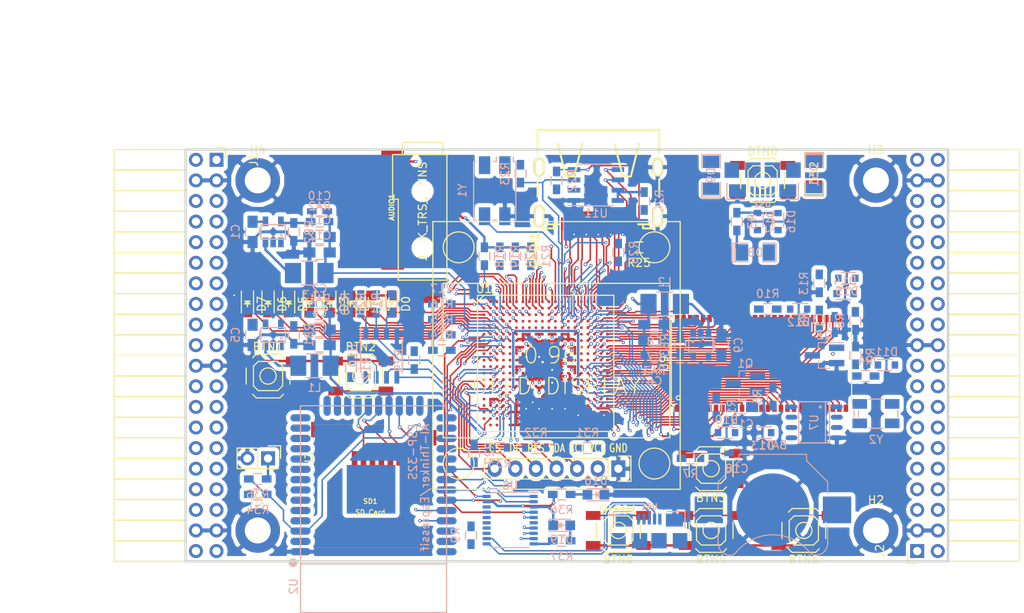
<source format=kicad_pcb>
(kicad_pcb (version 4) (host pcbnew 4.0.5+dfsg1-4)
  (layers (0 F.Cu signal) (1 In1.Cu signal) (2 In2.Cu signal) (31 B.Cu signal) (34 B.Paste user) (35 F.Paste user) (36 B.SilkS user) (37 F.SilkS user) (38 B.Mask user) (39 F.Mask user) (44 Edge.Cuts user))
  (net 0 "")
  (net 1 GND)
  (net 2 +5V)
  (net 3 /gpio/IN5V)
  (net 4 /gpio/OUT5V)
  (net 5 +3V3)
  (net 6 "Net-(L1-Pad1)")
  (net 7 "Net-(L2-Pad1)")
  (net 8 +1V2)
  (net 9 BTN_D)
  (net 10 BTN_F1)
  (net 11 BTN_F2)
  (net 12 BTN_L)
  (net 13 BTN_R)
  (net 14 BTN_U)
  (net 15 /power/FB1)
  (net 16 +2V5)
  (net 17 "Net-(L3-Pad1)")
  (net 18 /power/PWREN)
  (net 19 /power/FB3)
  (net 20 /power/FB2)
  (net 21 "Net-(D9-Pad1)")
  (net 22 /power/VBAT)
  (net 23 JTAG_TDI)
  (net 24 JTAG_TCK)
  (net 25 JTAG_TMS)
  (net 26 JTAG_TDO)
  (net 27 /power/WAKEUPn)
  (net 28 /power/WKUP)
  (net 29 /power/SHUT)
  (net 30 /power/WAKE)
  (net 31 /power/HOLD)
  (net 32 /power/WKn)
  (net 33 /power/OSCI_32k)
  (net 34 /power/OSCO_32k)
  (net 35 "Net-(Q2-Pad3)")
  (net 36 SHUTDOWN)
  (net 37 /analog/AUDIO_L)
  (net 38 /analog/AUDIO_R)
  (net 39 GPDI_5V_SCL)
  (net 40 GPDI_5V_SDA)
  (net 41 GPDI_SDA)
  (net 42 GPDI_SCL)
  (net 43 /gpdi/VREF2)
  (net 44 /blinkey/BTNPU)
  (net 45 SD_CMD)
  (net 46 SD_CLK)
  (net 47 SD_D0)
  (net 48 SD_D1)
  (net 49 USB5V)
  (net 50 "Net-(BTN0-Pad1)")
  (net 51 GPDI_CEC)
  (net 52 nRESET)
  (net 53 FTDI_nDTR)
  (net 54 SDRAM_CKE)
  (net 55 SDRAM_A7)
  (net 56 SDRAM_D15)
  (net 57 SDRAM_BA1)
  (net 58 SDRAM_D7)
  (net 59 SDRAM_A6)
  (net 60 SDRAM_CLK)
  (net 61 SDRAM_D13)
  (net 62 SDRAM_BA0)
  (net 63 SDRAM_D6)
  (net 64 SDRAM_A5)
  (net 65 SDRAM_D14)
  (net 66 SDRAM_A11)
  (net 67 SDRAM_D12)
  (net 68 SDRAM_D5)
  (net 69 SDRAM_A4)
  (net 70 SDRAM_A10)
  (net 71 SDRAM_D11)
  (net 72 SDRAM_A3)
  (net 73 SDRAM_D4)
  (net 74 SDRAM_D10)
  (net 75 SDRAM_D9)
  (net 76 SDRAM_A9)
  (net 77 SDRAM_D3)
  (net 78 SDRAM_D8)
  (net 79 SDRAM_A8)
  (net 80 SDRAM_A2)
  (net 81 SDRAM_A1)
  (net 82 SDRAM_A0)
  (net 83 SDRAM_D2)
  (net 84 SDRAM_D1)
  (net 85 SDRAM_D0)
  (net 86 SDRAM_DQM0)
  (net 87 SDRAM_nCS)
  (net 88 SDRAM_nRAS)
  (net 89 SDRAM_DQM1)
  (net 90 SDRAM_nCAS)
  (net 91 SDRAM_nWE)
  (net 92 /flash/FLASH_nWP)
  (net 93 /flash/FLASH_nHOLD)
  (net 94 /flash/FLASH_MOSI)
  (net 95 /flash/FLASH_MISO)
  (net 96 /flash/FLASH_SCK)
  (net 97 /flash/FLASH_nCS)
  (net 98 /flash/FPGA_PROGRAMN)
  (net 99 /flash/FPGA_DONE)
  (net 100 /flash/FPGA_INITN)
  (net 101 OLED_RES)
  (net 102 OLED_DC)
  (net 103 OLED_CS)
  (net 104 WIFI_EN)
  (net 105 FTDI_nRTS)
  (net 106 WIFI_GPIO2)
  (net 107 FTDI_TXD)
  (net 108 FTDI_RXD)
  (net 109 WIFI_RXD)
  (net 110 WIFI_GPIO0)
  (net 111 WIFI_TXD)
  (net 112 /gpdi/CLK_25MHz)
  (net 113 GPDI_ETH-)
  (net 114 GPDI_ETH+)
  (net 115 GPDI_D2+)
  (net 116 GPDI_D2-)
  (net 117 GPDI_D1+)
  (net 118 GPDI_D1-)
  (net 119 GPDI_D0+)
  (net 120 GPDI_D0-)
  (net 121 GPDI_CLK+)
  (net 122 GPDI_CLK-)
  (net 123 USB_FPGA_D+)
  (net 124 USB_FPGA_D-)
  (net 125 USB_FTDI_D+)
  (net 126 USB_FTDI_D-)
  (net 127 J1_17-)
  (net 128 J1_17+)
  (net 129 J1_23-)
  (net 130 J1_23+)
  (net 131 J1_25-)
  (net 132 J1_25+)
  (net 133 J1_27-)
  (net 134 J1_27+)
  (net 135 J1_29-)
  (net 136 J1_29+)
  (net 137 J1_31-)
  (net 138 J1_31+)
  (net 139 J1_33-)
  (net 140 J1_33+)
  (net 141 J1_35-)
  (net 142 J1_35+)
  (net 143 J2_5-)
  (net 144 J2_5+)
  (net 145 J2_7-)
  (net 146 J2_7+)
  (net 147 J2_9-)
  (net 148 J2_9+)
  (net 149 J2_13-)
  (net 150 J2_13+)
  (net 151 J2_17-)
  (net 152 J2_17+)
  (net 153 J2_11-)
  (net 154 J2_11+)
  (net 155 J2_23-)
  (net 156 J2_23+)
  (net 157 J1_5-)
  (net 158 J1_5+)
  (net 159 J1_7-)
  (net 160 J1_7+)
  (net 161 J1_9-)
  (net 162 J1_9+)
  (net 163 J1_11-)
  (net 164 J1_11+)
  (net 165 J1_13-)
  (net 166 J1_13+)
  (net 167 J1_15-)
  (net 168 J1_15+)
  (net 169 J2_15-)
  (net 170 J2_15+)
  (net 171 J2_25-)
  (net 172 J2_25+)
  (net 173 J2_27-)
  (net 174 J2_27+)
  (net 175 J2_29-)
  (net 176 J2_29+)
  (net 177 J2_31-)
  (net 178 J2_31+)
  (net 179 J2_33-)
  (net 180 J2_33+)
  (net 181 J2_35-)
  (net 182 J2_35+)
  (net 183 SD_D3)
  (net 184 AUDIO_L3)
  (net 185 AUDIO_L2)
  (net 186 AUDIO_L1)
  (net 187 AUDIO_L0)
  (net 188 AUDIO_R3)
  (net 189 AUDIO_R2)
  (net 190 AUDIO_R1)
  (net 191 AUDIO_R0)
  (net 192 OLED_CLK)
  (net 193 OLED_MOSI)
  (net 194 WIFI_GPIO15)
  (net 195 LED0)
  (net 196 LED1)
  (net 197 LED2)
  (net 198 LED3)
  (net 199 LED4)
  (net 200 LED5)
  (net 201 LED6)
  (net 202 LED7)
  (net 203 BTN_PWRn)
  (net 204 "Net-(J3-Pad1)")
  (net 205 FTDI_nTXLED)
  (net 206 FTDI_nSLEEP)
  (net 207 /blinkey/LED_PWREN)
  (net 208 /blinkey/LED_TXLED)
  (net 209 FT3V3)
  (module lfe5bg381:BGA-381_pitch0.8mm_dia0.4mm (layer F.Cu) (at 138.48 87.8)
    (fp_text reference U1 (at -7.6 -9.2) (layer F.SilkS))
    (fp_text value LFE5U-25F-6BG381C)
    (pad A2 smd circle (at -6.8 -7.6) (size 0.35 0.35) (layers F.Cu F.Paste F.Mask) (net 134 J1_27+))
    (pad A3 smd circle (at -6 -7.6) (size 0.35 0.35) (layers F.Cu F.Paste F.Mask) (net 188 AUDIO_R3))
    (pad A4 smd circle (at -5.2 -7.6) (size 0.35 0.35) (layers F.Cu F.Paste F.Mask) (net 132 J1_25+))
    (pad A5 smd circle (at -4.4 -7.6) (size 0.35 0.35) (layers F.Cu F.Paste F.Mask) (net 131 J1_25-))
    (pad A6 smd circle (at -3.6 -7.6) (size 0.35 0.35) (layers F.Cu F.Paste F.Mask) (net 130 J1_23+))
    (pad A7 smd circle (at -2.8 -7.6) (size 0.35 0.35) (layers F.Cu F.Paste F.Mask) (net 166 J1_13+))
    (pad A8 smd circle (at -2 -7.6) (size 0.35 0.35) (layers F.Cu F.Paste F.Mask) (net 165 J1_13-))
    (pad A9 smd circle (at -1.2 -7.6) (size 0.35 0.35) (layers F.Cu F.Paste F.Mask) (net 161 J1_9-))
    (pad A10 smd circle (at -0.4 -7.6) (size 0.35 0.35) (layers F.Cu F.Paste F.Mask) (net 160 J1_7+))
    (pad A11 smd circle (at 0.4 -7.6) (size 0.35 0.35) (layers F.Cu F.Paste F.Mask) (net 159 J1_7-))
    (pad A12 smd circle (at 1.2 -7.6) (size 0.35 0.35) (layers F.Cu F.Paste F.Mask) (net 114 GPDI_ETH+))
    (pad A13 smd circle (at 2 -7.6) (size 0.35 0.35) (layers F.Cu F.Paste F.Mask) (net 113 GPDI_ETH-))
    (pad A14 smd circle (at 2.8 -7.6) (size 0.35 0.35) (layers F.Cu F.Paste F.Mask) (net 115 GPDI_D2+))
    (pad A15 smd circle (at 3.6 -7.6) (size 0.35 0.35) (layers F.Cu F.Paste F.Mask))
    (pad A16 smd circle (at 4.4 -7.6) (size 0.35 0.35) (layers F.Cu F.Paste F.Mask) (net 117 GPDI_D1+))
    (pad A17 smd circle (at 5.2 -7.6) (size 0.35 0.35) (layers F.Cu F.Paste F.Mask) (net 119 GPDI_D0+))
    (pad A18 smd circle (at 6 -7.6) (size 0.35 0.35) (layers F.Cu F.Paste F.Mask) (net 121 GPDI_CLK+))
    (pad A19 smd circle (at 6.8 -7.6) (size 0.35 0.35) (layers F.Cu F.Paste F.Mask) (net 51 GPDI_CEC))
    (pad B1 smd circle (at -7.6 -6.8) (size 0.35 0.35) (layers F.Cu F.Paste F.Mask) (net 133 J1_27-))
    (pad B2 smd circle (at -6.8 -6.8) (size 0.35 0.35) (layers F.Cu F.Paste F.Mask) (net 195 LED0))
    (pad B3 smd circle (at -6 -6.8) (size 0.35 0.35) (layers F.Cu F.Paste F.Mask) (net 187 AUDIO_L0))
    (pad B4 smd circle (at -5.2 -6.8) (size 0.35 0.35) (layers F.Cu F.Paste F.Mask) (net 135 J1_29-))
    (pad B5 smd circle (at -4.4 -6.8) (size 0.35 0.35) (layers F.Cu F.Paste F.Mask) (net 189 AUDIO_R2))
    (pad B6 smd circle (at -3.6 -6.8) (size 0.35 0.35) (layers F.Cu F.Paste F.Mask) (net 129 J1_23-))
    (pad B7 smd circle (at -2.8 -6.8) (size 0.35 0.35) (layers F.Cu F.Paste F.Mask) (net 1 GND))
    (pad B8 smd circle (at -2 -6.8) (size 0.35 0.35) (layers F.Cu F.Paste F.Mask) (net 167 J1_15-))
    (pad B9 smd circle (at -1.2 -6.8) (size 0.35 0.35) (layers F.Cu F.Paste F.Mask) (net 164 J1_11+))
    (pad B10 smd circle (at -0.4 -6.8) (size 0.35 0.35) (layers F.Cu F.Paste F.Mask) (net 162 J1_9+))
    (pad B11 smd circle (at 0.4 -6.8) (size 0.35 0.35) (layers F.Cu F.Paste F.Mask) (net 158 J1_5+))
    (pad B12 smd circle (at 1.2 -6.8) (size 0.35 0.35) (layers F.Cu F.Paste F.Mask) (net 112 /gpdi/CLK_25MHz))
    (pad B13 smd circle (at 2 -6.8) (size 0.35 0.35) (layers F.Cu F.Paste F.Mask) (net 182 J2_35+))
    (pad B14 smd circle (at 2.8 -6.8) (size 0.35 0.35) (layers F.Cu F.Paste F.Mask) (net 1 GND))
    (pad B15 smd circle (at 3.6 -6.8) (size 0.35 0.35) (layers F.Cu F.Paste F.Mask) (net 178 J2_31+))
    (pad B16 smd circle (at 4.4 -6.8) (size 0.35 0.35) (layers F.Cu F.Paste F.Mask) (net 118 GPDI_D1-))
    (pad B17 smd circle (at 5.2 -6.8) (size 0.35 0.35) (layers F.Cu F.Paste F.Mask) (net 174 J2_27+))
    (pad B18 smd circle (at 6 -6.8) (size 0.35 0.35) (layers F.Cu F.Paste F.Mask) (net 120 GPDI_D0-))
    (pad B19 smd circle (at 6.8 -6.8) (size 0.35 0.35) (layers F.Cu F.Paste F.Mask) (net 122 GPDI_CLK-))
    (pad B20 smd circle (at 7.6 -6.8) (size 0.35 0.35) (layers F.Cu F.Paste F.Mask) (net 41 GPDI_SDA))
    (pad C1 smd circle (at -7.6 -6) (size 0.35 0.35) (layers F.Cu F.Paste F.Mask) (net 197 LED2))
    (pad C2 smd circle (at -6.8 -6) (size 0.35 0.35) (layers F.Cu F.Paste F.Mask) (net 196 LED1))
    (pad C3 smd circle (at -6 -6) (size 0.35 0.35) (layers F.Cu F.Paste F.Mask) (net 185 AUDIO_L2))
    (pad C4 smd circle (at -5.2 -6) (size 0.35 0.35) (layers F.Cu F.Paste F.Mask) (net 136 J1_29+))
    (pad C5 smd circle (at -4.4 -6) (size 0.35 0.35) (layers F.Cu F.Paste F.Mask) (net 190 AUDIO_R1))
    (pad C6 smd circle (at -3.6 -6) (size 0.35 0.35) (layers F.Cu F.Paste F.Mask) (net 128 J1_17+))
    (pad C7 smd circle (at -2.8 -6) (size 0.35 0.35) (layers F.Cu F.Paste F.Mask) (net 127 J1_17-))
    (pad C8 smd circle (at -2 -6) (size 0.35 0.35) (layers F.Cu F.Paste F.Mask) (net 168 J1_15+))
    (pad C9 smd circle (at -1.2 -6) (size 0.35 0.35) (layers F.Cu F.Paste F.Mask))
    (pad C10 smd circle (at -0.4 -6) (size 0.35 0.35) (layers F.Cu F.Paste F.Mask) (net 163 J1_11-))
    (pad C11 smd circle (at 0.4 -6) (size 0.35 0.35) (layers F.Cu F.Paste F.Mask) (net 157 J1_5-))
    (pad C12 smd circle (at 1.2 -6) (size 0.35 0.35) (layers F.Cu F.Paste F.Mask) (net 42 GPDI_SCL))
    (pad C13 smd circle (at 2 -6) (size 0.35 0.35) (layers F.Cu F.Paste F.Mask) (net 181 J2_35-))
    (pad C14 smd circle (at 2.8 -6) (size 0.35 0.35) (layers F.Cu F.Paste F.Mask) (net 116 GPDI_D2-))
    (pad C15 smd circle (at 3.6 -6) (size 0.35 0.35) (layers F.Cu F.Paste F.Mask) (net 177 J2_31-))
    (pad C16 smd circle (at 4.4 -6) (size 0.35 0.35) (layers F.Cu F.Paste F.Mask) (net 176 J2_29+))
    (pad C17 smd circle (at 5.2 -6) (size 0.35 0.35) (layers F.Cu F.Paste F.Mask) (net 173 J2_27-))
    (pad C18 smd circle (at 6 -6) (size 0.35 0.35) (layers F.Cu F.Paste F.Mask) (net 156 J2_23+))
    (pad C19 smd circle (at 6.8 -6) (size 0.35 0.35) (layers F.Cu F.Paste F.Mask) (net 1 GND))
    (pad C20 smd circle (at 7.6 -6) (size 0.35 0.35) (layers F.Cu F.Paste F.Mask) (net 56 SDRAM_D15))
    (pad D1 smd circle (at -7.6 -5.2) (size 0.35 0.35) (layers F.Cu F.Paste F.Mask) (net 199 LED4))
    (pad D2 smd circle (at -6.8 -5.2) (size 0.35 0.35) (layers F.Cu F.Paste F.Mask) (net 198 LED3))
    (pad D3 smd circle (at -6 -5.2) (size 0.35 0.35) (layers F.Cu F.Paste F.Mask) (net 186 AUDIO_L1))
    (pad D4 smd circle (at -5.2 -5.2) (size 0.35 0.35) (layers F.Cu F.Paste F.Mask) (net 1 GND))
    (pad D5 smd circle (at -4.4 -5.2) (size 0.35 0.35) (layers F.Cu F.Paste F.Mask))
    (pad D6 smd circle (at -3.6 -5.2) (size 0.35 0.35) (layers F.Cu F.Paste F.Mask) (net 203 BTN_PWRn))
    (pad D7 smd circle (at -2.8 -5.2) (size 0.35 0.35) (layers F.Cu F.Paste F.Mask))
    (pad D8 smd circle (at -2 -5.2) (size 0.35 0.35) (layers F.Cu F.Paste F.Mask))
    (pad D9 smd circle (at -1.2 -5.2) (size 0.35 0.35) (layers F.Cu F.Paste F.Mask))
    (pad D10 smd circle (at -0.4 -5.2) (size 0.35 0.35) (layers F.Cu F.Paste F.Mask))
    (pad D11 smd circle (at 0.4 -5.2) (size 0.35 0.35) (layers F.Cu F.Paste F.Mask) (net 14 BTN_U))
    (pad D12 smd circle (at 1.2 -5.2) (size 0.35 0.35) (layers F.Cu F.Paste F.Mask))
    (pad D13 smd circle (at 2 -5.2) (size 0.35 0.35) (layers F.Cu F.Paste F.Mask) (net 180 J2_33+))
    (pad D14 smd circle (at 2.8 -5.2) (size 0.35 0.35) (layers F.Cu F.Paste F.Mask))
    (pad D15 smd circle (at 3.6 -5.2) (size 0.35 0.35) (layers F.Cu F.Paste F.Mask) (net 172 J2_25+))
    (pad D16 smd circle (at 4.4 -5.2) (size 0.35 0.35) (layers F.Cu F.Paste F.Mask) (net 175 J2_29-))
    (pad D17 smd circle (at 5.2 -5.2) (size 0.35 0.35) (layers F.Cu F.Paste F.Mask) (net 155 J2_23-))
    (pad D18 smd circle (at 6 -5.2) (size 0.35 0.35) (layers F.Cu F.Paste F.Mask) (net 152 J2_17+))
    (pad D19 smd circle (at 6.8 -5.2) (size 0.35 0.35) (layers F.Cu F.Paste F.Mask) (net 65 SDRAM_D14))
    (pad D20 smd circle (at 7.6 -5.2) (size 0.35 0.35) (layers F.Cu F.Paste F.Mask) (net 61 SDRAM_D13))
    (pad E1 smd circle (at -7.6 -4.4) (size 0.35 0.35) (layers F.Cu F.Paste F.Mask) (net 201 LED6))
    (pad E2 smd circle (at -6.8 -4.4) (size 0.35 0.35) (layers F.Cu F.Paste F.Mask) (net 200 LED5))
    (pad E3 smd circle (at -6 -4.4) (size 0.35 0.35) (layers F.Cu F.Paste F.Mask) (net 137 J1_31-))
    (pad E4 smd circle (at -5.2 -4.4) (size 0.35 0.35) (layers F.Cu F.Paste F.Mask))
    (pad E5 smd circle (at -4.4 -4.4) (size 0.35 0.35) (layers F.Cu F.Paste F.Mask) (net 184 AUDIO_L3))
    (pad E6 smd circle (at -3.6 -4.4) (size 0.35 0.35) (layers F.Cu F.Paste F.Mask))
    (pad E7 smd circle (at -2.8 -4.4) (size 0.35 0.35) (layers F.Cu F.Paste F.Mask))
    (pad E8 smd circle (at -2 -4.4) (size 0.35 0.35) (layers F.Cu F.Paste F.Mask))
    (pad E9 smd circle (at -1.2 -4.4) (size 0.35 0.35) (layers F.Cu F.Paste F.Mask))
    (pad E10 smd circle (at -0.4 -4.4) (size 0.35 0.35) (layers F.Cu F.Paste F.Mask))
    (pad E11 smd circle (at 0.4 -4.4) (size 0.35 0.35) (layers F.Cu F.Paste F.Mask))
    (pad E12 smd circle (at 1.2 -4.4) (size 0.35 0.35) (layers F.Cu F.Paste F.Mask))
    (pad E13 smd circle (at 2 -4.4) (size 0.35 0.35) (layers F.Cu F.Paste F.Mask) (net 179 J2_33-))
    (pad E14 smd circle (at 2.8 -4.4) (size 0.35 0.35) (layers F.Cu F.Paste F.Mask))
    (pad E15 smd circle (at 3.6 -4.4) (size 0.35 0.35) (layers F.Cu F.Paste F.Mask) (net 171 J2_25-))
    (pad E16 smd circle (at 4.4 -4.4) (size 0.35 0.35) (layers F.Cu F.Paste F.Mask))
    (pad E17 smd circle (at 5.2 -4.4) (size 0.35 0.35) (layers F.Cu F.Paste F.Mask) (net 151 J2_17-))
    (pad E18 smd circle (at 6 -4.4) (size 0.35 0.35) (layers F.Cu F.Paste F.Mask) (net 73 SDRAM_D4))
    (pad E19 smd circle (at 6.8 -4.4) (size 0.35 0.35) (layers F.Cu F.Paste F.Mask) (net 67 SDRAM_D12))
    (pad E20 smd circle (at 7.6 -4.4) (size 0.35 0.35) (layers F.Cu F.Paste F.Mask) (net 71 SDRAM_D11))
    (pad F1 smd circle (at -7.6 -3.6) (size 0.35 0.35) (layers F.Cu F.Paste F.Mask) (net 108 FTDI_RXD))
    (pad F2 smd circle (at -6.8 -3.6) (size 0.35 0.35) (layers F.Cu F.Paste F.Mask) (net 202 LED7))
    (pad F3 smd circle (at -6 -3.6) (size 0.35 0.35) (layers F.Cu F.Paste F.Mask) (net 139 J1_33-))
    (pad F4 smd circle (at -5.2 -3.6) (size 0.35 0.35) (layers F.Cu F.Paste F.Mask) (net 138 J1_31+))
    (pad F5 smd circle (at -4.4 -3.6) (size 0.35 0.35) (layers F.Cu F.Paste F.Mask) (net 191 AUDIO_R0))
    (pad F6 smd circle (at -3.6 -3.6) (size 0.35 0.35) (layers F.Cu F.Paste F.Mask) (net 16 +2V5))
    (pad F7 smd circle (at -2.8 -3.6) (size 0.35 0.35) (layers F.Cu F.Paste F.Mask) (net 1 GND))
    (pad F8 smd circle (at -2 -3.6) (size 0.35 0.35) (layers F.Cu F.Paste F.Mask) (net 1 GND))
    (pad F9 smd circle (at -1.2 -3.6) (size 0.35 0.35) (layers F.Cu F.Paste F.Mask) (net 5 +3V3))
    (pad F10 smd circle (at -0.4 -3.6) (size 0.35 0.35) (layers F.Cu F.Paste F.Mask) (net 5 +3V3))
    (pad F11 smd circle (at 0.4 -3.6) (size 0.35 0.35) (layers F.Cu F.Paste F.Mask) (net 5 +3V3))
    (pad F12 smd circle (at 1.2 -3.6) (size 0.35 0.35) (layers F.Cu F.Paste F.Mask) (net 5 +3V3))
    (pad F13 smd circle (at 2 -3.6) (size 0.35 0.35) (layers F.Cu F.Paste F.Mask) (net 1 GND))
    (pad F14 smd circle (at 2.8 -3.6) (size 0.35 0.35) (layers F.Cu F.Paste F.Mask) (net 1 GND))
    (pad F15 smd circle (at 3.6 -3.6) (size 0.35 0.35) (layers F.Cu F.Paste F.Mask) (net 16 +2V5))
    (pad F16 smd circle (at 4.4 -3.6) (size 0.35 0.35) (layers F.Cu F.Paste F.Mask))
    (pad F17 smd circle (at 5.2 -3.6) (size 0.35 0.35) (layers F.Cu F.Paste F.Mask) (net 170 J2_15+))
    (pad F18 smd circle (at 6 -3.6) (size 0.35 0.35) (layers F.Cu F.Paste F.Mask) (net 68 SDRAM_D5))
    (pad F19 smd circle (at 6.8 -3.6) (size 0.35 0.35) (layers F.Cu F.Paste F.Mask) (net 74 SDRAM_D10))
    (pad F20 smd circle (at 7.6 -3.6) (size 0.35 0.35) (layers F.Cu F.Paste F.Mask) (net 75 SDRAM_D9))
    (pad G1 smd circle (at -7.6 -2.8) (size 0.35 0.35) (layers F.Cu F.Paste F.Mask) (net 107 FTDI_TXD))
    (pad G2 smd circle (at -6.8 -2.8) (size 0.35 0.35) (layers F.Cu F.Paste F.Mask) (net 109 WIFI_RXD))
    (pad G3 smd circle (at -6 -2.8) (size 0.35 0.35) (layers F.Cu F.Paste F.Mask) (net 140 J1_33+))
    (pad G4 smd circle (at -5.2 -2.8) (size 0.35 0.35) (layers F.Cu F.Paste F.Mask) (net 1 GND))
    (pad G5 smd circle (at -4.4 -2.8) (size 0.35 0.35) (layers F.Cu F.Paste F.Mask) (net 141 J1_35-))
    (pad G6 smd circle (at -3.6 -2.8) (size 0.35 0.35) (layers F.Cu F.Paste F.Mask) (net 1 GND))
    (pad G7 smd circle (at -2.8 -2.8) (size 0.35 0.35) (layers F.Cu F.Paste F.Mask) (net 1 GND))
    (pad G8 smd circle (at -2 -2.8) (size 0.35 0.35) (layers F.Cu F.Paste F.Mask) (net 1 GND))
    (pad G9 smd circle (at -1.2 -2.8) (size 0.35 0.35) (layers F.Cu F.Paste F.Mask) (net 1 GND))
    (pad G10 smd circle (at -0.4 -2.8) (size 0.35 0.35) (layers F.Cu F.Paste F.Mask) (net 1 GND))
    (pad G11 smd circle (at 0.4 -2.8) (size 0.35 0.35) (layers F.Cu F.Paste F.Mask) (net 1 GND))
    (pad G12 smd circle (at 1.2 -2.8) (size 0.35 0.35) (layers F.Cu F.Paste F.Mask) (net 1 GND))
    (pad G13 smd circle (at 2 -2.8) (size 0.35 0.35) (layers F.Cu F.Paste F.Mask) (net 1 GND))
    (pad G14 smd circle (at 2.8 -2.8) (size 0.35 0.35) (layers F.Cu F.Paste F.Mask) (net 1 GND))
    (pad G15 smd circle (at 3.6 -2.8) (size 0.35 0.35) (layers F.Cu F.Paste F.Mask) (net 1 GND))
    (pad G16 smd circle (at 4.4 -2.8) (size 0.35 0.35) (layers F.Cu F.Paste F.Mask))
    (pad G17 smd circle (at 5.2 -2.8) (size 0.35 0.35) (layers F.Cu F.Paste F.Mask) (net 1 GND))
    (pad G18 smd circle (at 6 -2.8) (size 0.35 0.35) (layers F.Cu F.Paste F.Mask) (net 169 J2_15-))
    (pad G19 smd circle (at 6.8 -2.8) (size 0.35 0.35) (layers F.Cu F.Paste F.Mask) (net 78 SDRAM_D8))
    (pad G20 smd circle (at 7.6 -2.8) (size 0.35 0.35) (layers F.Cu F.Paste F.Mask) (net 89 SDRAM_DQM1))
    (pad H1 smd circle (at -7.6 -2) (size 0.35 0.35) (layers F.Cu F.Paste F.Mask) (net 110 WIFI_GPIO0))
    (pad H2 smd circle (at -6.8 -2) (size 0.35 0.35) (layers F.Cu F.Paste F.Mask) (net 111 WIFI_TXD))
    (pad H3 smd circle (at -6 -2) (size 0.35 0.35) (layers F.Cu F.Paste F.Mask))
    (pad H4 smd circle (at -5.2 -2) (size 0.35 0.35) (layers F.Cu F.Paste F.Mask) (net 142 J1_35+))
    (pad H5 smd circle (at -4.4 -2) (size 0.35 0.35) (layers F.Cu F.Paste F.Mask))
    (pad H6 smd circle (at -3.6 -2) (size 0.35 0.35) (layers F.Cu F.Paste F.Mask) (net 5 +3V3))
    (pad H7 smd circle (at -2.8 -2) (size 0.35 0.35) (layers F.Cu F.Paste F.Mask) (net 5 +3V3))
    (pad H8 smd circle (at -2 -2) (size 0.35 0.35) (layers F.Cu F.Paste F.Mask) (net 8 +1V2))
    (pad H9 smd circle (at -1.2 -2) (size 0.35 0.35) (layers F.Cu F.Paste F.Mask) (net 8 +1V2))
    (pad H10 smd circle (at -0.4 -2) (size 0.35 0.35) (layers F.Cu F.Paste F.Mask) (net 8 +1V2))
    (pad H11 smd circle (at 0.4 -2) (size 0.35 0.35) (layers F.Cu F.Paste F.Mask) (net 8 +1V2))
    (pad H12 smd circle (at 1.2 -2) (size 0.35 0.35) (layers F.Cu F.Paste F.Mask) (net 8 +1V2))
    (pad H13 smd circle (at 2 -2) (size 0.35 0.35) (layers F.Cu F.Paste F.Mask) (net 8 +1V2))
    (pad H14 smd circle (at 2.8 -2) (size 0.35 0.35) (layers F.Cu F.Paste F.Mask) (net 5 +3V3))
    (pad H15 smd circle (at 3.6 -2) (size 0.35 0.35) (layers F.Cu F.Paste F.Mask) (net 5 +3V3))
    (pad H16 smd circle (at 4.4 -2) (size 0.35 0.35) (layers F.Cu F.Paste F.Mask))
    (pad H17 smd circle (at 5.2 -2) (size 0.35 0.35) (layers F.Cu F.Paste F.Mask) (net 149 J2_13-))
    (pad H18 smd circle (at 6 -2) (size 0.35 0.35) (layers F.Cu F.Paste F.Mask) (net 150 J2_13+))
    (pad H19 smd circle (at 6.8 -2) (size 0.35 0.35) (layers F.Cu F.Paste F.Mask) (net 1 GND))
    (pad H20 smd circle (at 7.6 -2) (size 0.35 0.35) (layers F.Cu F.Paste F.Mask) (net 60 SDRAM_CLK))
    (pad J1 smd circle (at -7.6 -1.2) (size 0.35 0.35) (layers F.Cu F.Paste F.Mask))
    (pad J2 smd circle (at -6.8 -1.2) (size 0.35 0.35) (layers F.Cu F.Paste F.Mask) (net 1 GND))
    (pad J3 smd circle (at -6 -1.2) (size 0.35 0.35) (layers F.Cu F.Paste F.Mask) (net 194 WIFI_GPIO15))
    (pad J4 smd circle (at -5.2 -1.2) (size 0.35 0.35) (layers F.Cu F.Paste F.Mask) (net 106 WIFI_GPIO2))
    (pad J5 smd circle (at -4.4 -1.2) (size 0.35 0.35) (layers F.Cu F.Paste F.Mask))
    (pad J6 smd circle (at -3.6 -1.2) (size 0.35 0.35) (layers F.Cu F.Paste F.Mask) (net 5 +3V3))
    (pad J7 smd circle (at -2.8 -1.2) (size 0.35 0.35) (layers F.Cu F.Paste F.Mask) (net 1 GND))
    (pad J8 smd circle (at -2 -1.2) (size 0.35 0.35) (layers F.Cu F.Paste F.Mask) (net 8 +1V2))
    (pad J9 smd circle (at -1.2 -1.2) (size 0.35 0.35) (layers F.Cu F.Paste F.Mask) (net 1 GND))
    (pad J10 smd circle (at -0.4 -1.2) (size 0.35 0.35) (layers F.Cu F.Paste F.Mask) (net 1 GND))
    (pad J11 smd circle (at 0.4 -1.2) (size 0.35 0.35) (layers F.Cu F.Paste F.Mask) (net 1 GND))
    (pad J12 smd circle (at 1.2 -1.2) (size 0.35 0.35) (layers F.Cu F.Paste F.Mask) (net 1 GND))
    (pad J13 smd circle (at 2 -1.2) (size 0.35 0.35) (layers F.Cu F.Paste F.Mask) (net 8 +1V2))
    (pad J14 smd circle (at 2.8 -1.2) (size 0.35 0.35) (layers F.Cu F.Paste F.Mask) (net 1 GND))
    (pad J15 smd circle (at 3.6 -1.2) (size 0.35 0.35) (layers F.Cu F.Paste F.Mask) (net 5 +3V3))
    (pad J16 smd circle (at 4.4 -1.2) (size 0.35 0.35) (layers F.Cu F.Paste F.Mask))
    (pad J17 smd circle (at 5.2 -1.2) (size 0.35 0.35) (layers F.Cu F.Paste F.Mask))
    (pad J18 smd circle (at 6 -1.2) (size 0.35 0.35) (layers F.Cu F.Paste F.Mask) (net 77 SDRAM_D3))
    (pad J19 smd circle (at 6.8 -1.2) (size 0.35 0.35) (layers F.Cu F.Paste F.Mask) (net 54 SDRAM_CKE))
    (pad J20 smd circle (at 7.6 -1.2) (size 0.35 0.35) (layers F.Cu F.Paste F.Mask) (net 66 SDRAM_A11))
    (pad K1 smd circle (at -7.6 -0.4) (size 0.35 0.35) (layers F.Cu F.Paste F.Mask))
    (pad K2 smd circle (at -6.8 -0.4) (size 0.35 0.35) (layers F.Cu F.Paste F.Mask) (net 53 FTDI_nDTR))
    (pad K3 smd circle (at -6 -0.4) (size 0.35 0.35) (layers F.Cu F.Paste F.Mask) (net 105 FTDI_nRTS))
    (pad K4 smd circle (at -5.2 -0.4) (size 0.35 0.35) (layers F.Cu F.Paste F.Mask))
    (pad K5 smd circle (at -4.4 -0.4) (size 0.35 0.35) (layers F.Cu F.Paste F.Mask))
    (pad K6 smd circle (at -3.6 -0.4) (size 0.35 0.35) (layers F.Cu F.Paste F.Mask) (net 1 GND))
    (pad K7 smd circle (at -2.8 -0.4) (size 0.35 0.35) (layers F.Cu F.Paste F.Mask) (net 1 GND))
    (pad K8 smd circle (at -2 -0.4) (size 0.35 0.35) (layers F.Cu F.Paste F.Mask) (net 8 +1V2))
    (pad K9 smd circle (at -1.2 -0.4) (size 0.35 0.35) (layers F.Cu F.Paste F.Mask) (net 1 GND))
    (pad K10 smd circle (at -0.4 -0.4) (size 0.35 0.35) (layers F.Cu F.Paste F.Mask) (net 1 GND))
    (pad K11 smd circle (at 0.4 -0.4) (size 0.35 0.35) (layers F.Cu F.Paste F.Mask) (net 1 GND))
    (pad K12 smd circle (at 1.2 -0.4) (size 0.35 0.35) (layers F.Cu F.Paste F.Mask) (net 1 GND))
    (pad K13 smd circle (at 2 -0.4) (size 0.35 0.35) (layers F.Cu F.Paste F.Mask) (net 8 +1V2))
    (pad K14 smd circle (at 2.8 -0.4) (size 0.35 0.35) (layers F.Cu F.Paste F.Mask) (net 1 GND))
    (pad K15 smd circle (at 3.6 -0.4) (size 0.35 0.35) (layers F.Cu F.Paste F.Mask) (net 1 GND))
    (pad K16 smd circle (at 4.4 -0.4) (size 0.35 0.35) (layers F.Cu F.Paste F.Mask))
    (pad K17 smd circle (at 5.2 -0.4) (size 0.35 0.35) (layers F.Cu F.Paste F.Mask))
    (pad K18 smd circle (at 6 -0.4) (size 0.35 0.35) (layers F.Cu F.Paste F.Mask) (net 83 SDRAM_D2))
    (pad K19 smd circle (at 6.8 -0.4) (size 0.35 0.35) (layers F.Cu F.Paste F.Mask) (net 76 SDRAM_A9))
    (pad K20 smd circle (at 7.6 -0.4) (size 0.35 0.35) (layers F.Cu F.Paste F.Mask) (net 79 SDRAM_A8))
    (pad L1 smd circle (at -7.6 0.4) (size 0.35 0.35) (layers F.Cu F.Paste F.Mask) (net 47 SD_D0))
    (pad L2 smd circle (at -6.8 0.4) (size 0.35 0.35) (layers F.Cu F.Paste F.Mask))
    (pad L3 smd circle (at -6 0.4) (size 0.35 0.35) (layers F.Cu F.Paste F.Mask) (net 103 OLED_CS))
    (pad L4 smd circle (at -5.2 0.4) (size 0.35 0.35) (layers F.Cu F.Paste F.Mask) (net 104 WIFI_EN))
    (pad L5 smd circle (at -4.4 0.4) (size 0.35 0.35) (layers F.Cu F.Paste F.Mask))
    (pad L6 smd circle (at -3.6 0.4) (size 0.35 0.35) (layers F.Cu F.Paste F.Mask) (net 5 +3V3))
    (pad L7 smd circle (at -2.8 0.4) (size 0.35 0.35) (layers F.Cu F.Paste F.Mask) (net 5 +3V3))
    (pad L8 smd circle (at -2 0.4) (size 0.35 0.35) (layers F.Cu F.Paste F.Mask) (net 8 +1V2))
    (pad L9 smd circle (at -1.2 0.4) (size 0.35 0.35) (layers F.Cu F.Paste F.Mask) (net 1 GND))
    (pad L10 smd circle (at -0.4 0.4) (size 0.35 0.35) (layers F.Cu F.Paste F.Mask) (net 1 GND))
    (pad L11 smd circle (at 0.4 0.4) (size 0.35 0.35) (layers F.Cu F.Paste F.Mask) (net 1 GND))
    (pad L12 smd circle (at 1.2 0.4) (size 0.35 0.35) (layers F.Cu F.Paste F.Mask) (net 1 GND))
    (pad L13 smd circle (at 2 0.4) (size 0.35 0.35) (layers F.Cu F.Paste F.Mask) (net 8 +1V2))
    (pad L14 smd circle (at 2.8 0.4) (size 0.35 0.35) (layers F.Cu F.Paste F.Mask) (net 5 +3V3))
    (pad L15 smd circle (at 3.6 0.4) (size 0.35 0.35) (layers F.Cu F.Paste F.Mask) (net 5 +3V3))
    (pad L16 smd circle (at 4.4 0.4) (size 0.35 0.35) (layers F.Cu F.Paste F.Mask) (net 154 J2_11+))
    (pad L17 smd circle (at 5.2 0.4) (size 0.35 0.35) (layers F.Cu F.Paste F.Mask) (net 153 J2_11-))
    (pad L18 smd circle (at 6 0.4) (size 0.35 0.35) (layers F.Cu F.Paste F.Mask) (net 84 SDRAM_D1))
    (pad L19 smd circle (at 6.8 0.4) (size 0.35 0.35) (layers F.Cu F.Paste F.Mask) (net 55 SDRAM_A7))
    (pad L20 smd circle (at 7.6 0.4) (size 0.35 0.35) (layers F.Cu F.Paste F.Mask) (net 59 SDRAM_A6))
    (pad M1 smd circle (at -7.6 1.2) (size 0.35 0.35) (layers F.Cu F.Paste F.Mask) (net 45 SD_CMD))
    (pad M2 smd circle (at -6.8 1.2) (size 0.35 0.35) (layers F.Cu F.Paste F.Mask) (net 1 GND))
    (pad M3 smd circle (at -6 1.2) (size 0.35 0.35) (layers F.Cu F.Paste F.Mask) (net 124 USB_FPGA_D-))
    (pad M4 smd circle (at -5.2 1.2) (size 0.35 0.35) (layers F.Cu F.Paste F.Mask))
    (pad M5 smd circle (at -4.4 1.2) (size 0.35 0.35) (layers F.Cu F.Paste F.Mask))
    (pad M6 smd circle (at -3.6 1.2) (size 0.35 0.35) (layers F.Cu F.Paste F.Mask) (net 5 +3V3))
    (pad M7 smd circle (at -2.8 1.2) (size 0.35 0.35) (layers F.Cu F.Paste F.Mask) (net 1 GND))
    (pad M8 smd circle (at -2 1.2) (size 0.35 0.35) (layers F.Cu F.Paste F.Mask) (net 8 +1V2))
    (pad M9 smd circle (at -1.2 1.2) (size 0.35 0.35) (layers F.Cu F.Paste F.Mask) (net 1 GND))
    (pad M10 smd circle (at -0.4 1.2) (size 0.35 0.35) (layers F.Cu F.Paste F.Mask) (net 1 GND))
    (pad M11 smd circle (at 0.4 1.2) (size 0.35 0.35) (layers F.Cu F.Paste F.Mask) (net 1 GND))
    (pad M12 smd circle (at 1.2 1.2) (size 0.35 0.35) (layers F.Cu F.Paste F.Mask) (net 1 GND))
    (pad M13 smd circle (at 2 1.2) (size 0.35 0.35) (layers F.Cu F.Paste F.Mask) (net 8 +1V2))
    (pad M14 smd circle (at 2.8 1.2) (size 0.35 0.35) (layers F.Cu F.Paste F.Mask) (net 1 GND))
    (pad M15 smd circle (at 3.6 1.2) (size 0.35 0.35) (layers F.Cu F.Paste F.Mask) (net 5 +3V3))
    (pad M16 smd circle (at 4.4 1.2) (size 0.35 0.35) (layers F.Cu F.Paste F.Mask) (net 1 GND))
    (pad M17 smd circle (at 5.2 1.2) (size 0.35 0.35) (layers F.Cu F.Paste F.Mask) (net 147 J2_9-))
    (pad M18 smd circle (at 6 1.2) (size 0.35 0.35) (layers F.Cu F.Paste F.Mask) (net 85 SDRAM_D0))
    (pad M19 smd circle (at 6.8 1.2) (size 0.35 0.35) (layers F.Cu F.Paste F.Mask) (net 64 SDRAM_A5))
    (pad M20 smd circle (at 7.6 1.2) (size 0.35 0.35) (layers F.Cu F.Paste F.Mask) (net 69 SDRAM_A4))
    (pad N1 smd circle (at -7.6 2) (size 0.35 0.35) (layers F.Cu F.Paste F.Mask) (net 46 SD_CLK))
    (pad N2 smd circle (at -6.8 2) (size 0.35 0.35) (layers F.Cu F.Paste F.Mask) (net 183 SD_D3))
    (pad N3 smd circle (at -6 2) (size 0.35 0.35) (layers F.Cu F.Paste F.Mask) (net 123 USB_FPGA_D+))
    (pad N4 smd circle (at -5.2 2) (size 0.35 0.35) (layers F.Cu F.Paste F.Mask) (net 48 SD_D1))
    (pad N5 smd circle (at -4.4 2) (size 0.35 0.35) (layers F.Cu F.Paste F.Mask))
    (pad N6 smd circle (at -3.6 2) (size 0.35 0.35) (layers F.Cu F.Paste F.Mask) (net 1 GND))
    (pad N7 smd circle (at -2.8 2) (size 0.35 0.35) (layers F.Cu F.Paste F.Mask) (net 1 GND))
    (pad N8 smd circle (at -2 2) (size 0.35 0.35) (layers F.Cu F.Paste F.Mask) (net 8 +1V2))
    (pad N9 smd circle (at -1.2 2) (size 0.35 0.35) (layers F.Cu F.Paste F.Mask) (net 8 +1V2))
    (pad N10 smd circle (at -0.4 2) (size 0.35 0.35) (layers F.Cu F.Paste F.Mask) (net 8 +1V2))
    (pad N11 smd circle (at 0.4 2) (size 0.35 0.35) (layers F.Cu F.Paste F.Mask) (net 8 +1V2))
    (pad N12 smd circle (at 1.2 2) (size 0.35 0.35) (layers F.Cu F.Paste F.Mask) (net 8 +1V2))
    (pad N13 smd circle (at 2 2) (size 0.35 0.35) (layers F.Cu F.Paste F.Mask) (net 8 +1V2))
    (pad N14 smd circle (at 2.8 2) (size 0.35 0.35) (layers F.Cu F.Paste F.Mask) (net 1 GND))
    (pad N15 smd circle (at 3.6 2) (size 0.35 0.35) (layers F.Cu F.Paste F.Mask) (net 1 GND))
    (pad N16 smd circle (at 4.4 2) (size 0.35 0.35) (layers F.Cu F.Paste F.Mask) (net 148 J2_9+))
    (pad N17 smd circle (at 5.2 2) (size 0.35 0.35) (layers F.Cu F.Paste F.Mask) (net 146 J2_7+))
    (pad N18 smd circle (at 6 2) (size 0.35 0.35) (layers F.Cu F.Paste F.Mask) (net 63 SDRAM_D6))
    (pad N19 smd circle (at 6.8 2) (size 0.35 0.35) (layers F.Cu F.Paste F.Mask) (net 72 SDRAM_A3))
    (pad N20 smd circle (at 7.6 2) (size 0.35 0.35) (layers F.Cu F.Paste F.Mask) (net 80 SDRAM_A2))
    (pad P1 smd circle (at -7.6 2.8) (size 0.35 0.35) (layers F.Cu F.Paste F.Mask) (net 102 OLED_DC))
    (pad P2 smd circle (at -6.8 2.8) (size 0.35 0.35) (layers F.Cu F.Paste F.Mask) (net 101 OLED_RES))
    (pad P3 smd circle (at -6 2.8) (size 0.35 0.35) (layers F.Cu F.Paste F.Mask) (net 193 OLED_MOSI))
    (pad P4 smd circle (at -5.2 2.8) (size 0.35 0.35) (layers F.Cu F.Paste F.Mask) (net 192 OLED_CLK))
    (pad P5 smd circle (at -4.4 2.8) (size 0.35 0.35) (layers F.Cu F.Paste F.Mask))
    (pad P6 smd circle (at -3.6 2.8) (size 0.35 0.35) (layers F.Cu F.Paste F.Mask) (net 16 +2V5))
    (pad P7 smd circle (at -2.8 2.8) (size 0.35 0.35) (layers F.Cu F.Paste F.Mask) (net 1 GND))
    (pad P8 smd circle (at -2 2.8) (size 0.35 0.35) (layers F.Cu F.Paste F.Mask) (net 1 GND))
    (pad P9 smd circle (at -1.2 2.8) (size 0.35 0.35) (layers F.Cu F.Paste F.Mask) (net 5 +3V3))
    (pad P10 smd circle (at -0.4 2.8) (size 0.35 0.35) (layers F.Cu F.Paste F.Mask) (net 5 +3V3))
    (pad P11 smd circle (at 0.4 2.8) (size 0.35 0.35) (layers F.Cu F.Paste F.Mask) (net 1 GND))
    (pad P12 smd circle (at 1.2 2.8) (size 0.35 0.35) (layers F.Cu F.Paste F.Mask) (net 1 GND))
    (pad P13 smd circle (at 2 2.8) (size 0.35 0.35) (layers F.Cu F.Paste F.Mask) (net 1 GND))
    (pad P14 smd circle (at 2.8 2.8) (size 0.35 0.35) (layers F.Cu F.Paste F.Mask) (net 1 GND))
    (pad P15 smd circle (at 3.6 2.8) (size 0.35 0.35) (layers F.Cu F.Paste F.Mask) (net 16 +2V5))
    (pad P16 smd circle (at 4.4 2.8) (size 0.35 0.35) (layers F.Cu F.Paste F.Mask) (net 145 J2_7-))
    (pad P17 smd circle (at 5.2 2.8) (size 0.35 0.35) (layers F.Cu F.Paste F.Mask))
    (pad P18 smd circle (at 6 2.8) (size 0.35 0.35) (layers F.Cu F.Paste F.Mask) (net 58 SDRAM_D7))
    (pad P19 smd circle (at 6.8 2.8) (size 0.35 0.35) (layers F.Cu F.Paste F.Mask) (net 81 SDRAM_A1))
    (pad P20 smd circle (at 7.6 2.8) (size 0.35 0.35) (layers F.Cu F.Paste F.Mask) (net 82 SDRAM_A0))
    (pad R1 smd circle (at -7.6 3.6) (size 0.35 0.35) (layers F.Cu F.Paste F.Mask) (net 10 BTN_F1))
    (pad R2 smd circle (at -6.8 3.6) (size 0.35 0.35) (layers F.Cu F.Paste F.Mask) (net 97 /flash/FLASH_nCS))
    (pad R3 smd circle (at -6 3.6) (size 0.35 0.35) (layers F.Cu F.Paste F.Mask))
    (pad R4 smd circle (at -5.2 3.6) (size 0.35 0.35) (layers F.Cu F.Paste F.Mask) (net 1 GND))
    (pad R5 smd circle (at -4.4 3.6) (size 0.35 0.35) (layers F.Cu F.Paste F.Mask) (net 23 JTAG_TDI))
    (pad R16 smd circle (at 4.4 3.6) (size 0.35 0.35) (layers F.Cu F.Paste F.Mask))
    (pad R17 smd circle (at 5.2 3.6) (size 0.35 0.35) (layers F.Cu F.Paste F.Mask))
    (pad R18 smd circle (at 6 3.6) (size 0.35 0.35) (layers F.Cu F.Paste F.Mask) (net 86 SDRAM_DQM0))
    (pad R19 smd circle (at 6.8 3.6) (size 0.35 0.35) (layers F.Cu F.Paste F.Mask) (net 1 GND))
    (pad R20 smd circle (at 7.6 3.6) (size 0.35 0.35) (layers F.Cu F.Paste F.Mask) (net 70 SDRAM_A10))
    (pad T1 smd circle (at -7.6 4.4) (size 0.35 0.35) (layers F.Cu F.Paste F.Mask) (net 11 BTN_F2))
    (pad T2 smd circle (at -6.8 4.4) (size 0.35 0.35) (layers F.Cu F.Paste F.Mask) (net 5 +3V3))
    (pad T3 smd circle (at -6 4.4) (size 0.35 0.35) (layers F.Cu F.Paste F.Mask) (net 5 +3V3))
    (pad T4 smd circle (at -5.2 4.4) (size 0.35 0.35) (layers F.Cu F.Paste F.Mask) (net 5 +3V3))
    (pad T5 smd circle (at -4.4 4.4) (size 0.35 0.35) (layers F.Cu F.Paste F.Mask) (net 24 JTAG_TCK))
    (pad T6 smd circle (at -3.6 4.4) (size 0.35 0.35) (layers F.Cu F.Paste F.Mask) (net 1 GND))
    (pad T7 smd circle (at -2.8 4.4) (size 0.35 0.35) (layers F.Cu F.Paste F.Mask) (net 1 GND))
    (pad T8 smd circle (at -2 4.4) (size 0.35 0.35) (layers F.Cu F.Paste F.Mask) (net 1 GND))
    (pad T9 smd circle (at -1.2 4.4) (size 0.35 0.35) (layers F.Cu F.Paste F.Mask) (net 1 GND))
    (pad T10 smd circle (at -0.4 4.4) (size 0.35 0.35) (layers F.Cu F.Paste F.Mask) (net 1 GND))
    (pad T11 smd circle (at 0.4 4.4) (size 0.35 0.35) (layers F.Cu F.Paste F.Mask))
    (pad T12 smd circle (at 1.2 4.4) (size 0.35 0.35) (layers F.Cu F.Paste F.Mask))
    (pad T13 smd circle (at 2 4.4) (size 0.35 0.35) (layers F.Cu F.Paste F.Mask))
    (pad T14 smd circle (at 2.8 4.4) (size 0.35 0.35) (layers F.Cu F.Paste F.Mask))
    (pad T15 smd circle (at 3.6 4.4) (size 0.35 0.35) (layers F.Cu F.Paste F.Mask))
    (pad T16 smd circle (at 4.4 4.4) (size 0.35 0.35) (layers F.Cu F.Paste F.Mask))
    (pad T17 smd circle (at 5.2 4.4) (size 0.35 0.35) (layers F.Cu F.Paste F.Mask) (net 90 SDRAM_nCAS))
    (pad T18 smd circle (at 6 4.4) (size 0.35 0.35) (layers F.Cu F.Paste F.Mask) (net 91 SDRAM_nWE))
    (pad T19 smd circle (at 6.8 4.4) (size 0.35 0.35) (layers F.Cu F.Paste F.Mask) (net 57 SDRAM_BA1))
    (pad T20 smd circle (at 7.6 4.4) (size 0.35 0.35) (layers F.Cu F.Paste F.Mask) (net 62 SDRAM_BA0))
    (pad U1 smd circle (at -7.6 5.2) (size 0.35 0.35) (layers F.Cu F.Paste F.Mask) (net 14 BTN_U))
    (pad U2 smd circle (at -6.8 5.2) (size 0.35 0.35) (layers F.Cu F.Paste F.Mask) (net 5 +3V3))
    (pad U3 smd circle (at -6 5.2) (size 0.35 0.35) (layers F.Cu F.Paste F.Mask) (net 96 /flash/FLASH_SCK))
    (pad U4 smd circle (at -5.2 5.2) (size 0.35 0.35) (layers F.Cu F.Paste F.Mask) (net 1 GND))
    (pad U5 smd circle (at -4.4 5.2) (size 0.35 0.35) (layers F.Cu F.Paste F.Mask) (net 25 JTAG_TMS))
    (pad U6 smd circle (at -3.6 5.2) (size 0.35 0.35) (layers F.Cu F.Paste F.Mask) (net 1 GND))
    (pad U7 smd circle (at -2.8 5.2) (size 0.35 0.35) (layers F.Cu F.Paste F.Mask) (net 1 GND))
    (pad U8 smd circle (at -2 5.2) (size 0.35 0.35) (layers F.Cu F.Paste F.Mask) (net 1 GND))
    (pad U9 smd circle (at -1.2 5.2) (size 0.35 0.35) (layers F.Cu F.Paste F.Mask) (net 1 GND))
    (pad U10 smd circle (at -0.4 5.2) (size 0.35 0.35) (layers F.Cu F.Paste F.Mask) (net 1 GND))
    (pad U11 smd circle (at 0.4 5.2) (size 0.35 0.35) (layers F.Cu F.Paste F.Mask) (net 1 GND))
    (pad U12 smd circle (at 1.2 5.2) (size 0.35 0.35) (layers F.Cu F.Paste F.Mask) (net 1 GND))
    (pad U13 smd circle (at 2 5.2) (size 0.35 0.35) (layers F.Cu F.Paste F.Mask) (net 1 GND))
    (pad U14 smd circle (at 2.8 5.2) (size 0.35 0.35) (layers F.Cu F.Paste F.Mask) (net 1 GND))
    (pad U15 smd circle (at 3.6 5.2) (size 0.35 0.35) (layers F.Cu F.Paste F.Mask))
    (pad U16 smd circle (at 4.4 5.2) (size 0.35 0.35) (layers F.Cu F.Paste F.Mask))
    (pad U17 smd circle (at 5.2 5.2) (size 0.35 0.35) (layers F.Cu F.Paste F.Mask) (net 143 J2_5-))
    (pad U18 smd circle (at 6 5.2) (size 0.35 0.35) (layers F.Cu F.Paste F.Mask) (net 144 J2_5+))
    (pad U19 smd circle (at 6.8 5.2) (size 0.35 0.35) (layers F.Cu F.Paste F.Mask) (net 87 SDRAM_nCS))
    (pad U20 smd circle (at 7.6 5.2) (size 0.35 0.35) (layers F.Cu F.Paste F.Mask) (net 88 SDRAM_nRAS))
    (pad V1 smd circle (at -7.6 6) (size 0.35 0.35) (layers F.Cu F.Paste F.Mask) (net 9 BTN_D))
    (pad V2 smd circle (at -6.8 6) (size 0.35 0.35) (layers F.Cu F.Paste F.Mask) (net 95 /flash/FLASH_MISO))
    (pad V3 smd circle (at -6 6) (size 0.35 0.35) (layers F.Cu F.Paste F.Mask) (net 100 /flash/FPGA_INITN))
    (pad V4 smd circle (at -5.2 6) (size 0.35 0.35) (layers F.Cu F.Paste F.Mask) (net 26 JTAG_TDO))
    (pad V5 smd circle (at -4.4 6) (size 0.35 0.35) (layers F.Cu F.Paste F.Mask) (net 1 GND))
    (pad V6 smd circle (at -3.6 6) (size 0.35 0.35) (layers F.Cu F.Paste F.Mask) (net 1 GND))
    (pad V7 smd circle (at -2.8 6) (size 0.35 0.35) (layers F.Cu F.Paste F.Mask) (net 1 GND))
    (pad V8 smd circle (at -2 6) (size 0.35 0.35) (layers F.Cu F.Paste F.Mask) (net 1 GND))
    (pad V9 smd circle (at -1.2 6) (size 0.35 0.35) (layers F.Cu F.Paste F.Mask) (net 1 GND))
    (pad V10 smd circle (at -0.4 6) (size 0.35 0.35) (layers F.Cu F.Paste F.Mask) (net 1 GND))
    (pad V11 smd circle (at 0.4 6) (size 0.35 0.35) (layers F.Cu F.Paste F.Mask) (net 1 GND))
    (pad V12 smd circle (at 1.2 6) (size 0.35 0.35) (layers F.Cu F.Paste F.Mask) (net 1 GND))
    (pad V13 smd circle (at 2 6) (size 0.35 0.35) (layers F.Cu F.Paste F.Mask) (net 1 GND))
    (pad V14 smd circle (at 2.8 6) (size 0.35 0.35) (layers F.Cu F.Paste F.Mask) (net 1 GND))
    (pad V15 smd circle (at 3.6 6) (size 0.35 0.35) (layers F.Cu F.Paste F.Mask) (net 1 GND))
    (pad V16 smd circle (at 4.4 6) (size 0.35 0.35) (layers F.Cu F.Paste F.Mask) (net 1 GND))
    (pad V17 smd circle (at 5.2 6) (size 0.35 0.35) (layers F.Cu F.Paste F.Mask))
    (pad V18 smd circle (at 6 6) (size 0.35 0.35) (layers F.Cu F.Paste F.Mask))
    (pad V19 smd circle (at 6.8 6) (size 0.35 0.35) (layers F.Cu F.Paste F.Mask) (net 1 GND))
    (pad V20 smd circle (at 7.6 6) (size 0.35 0.35) (layers F.Cu F.Paste F.Mask) (net 1 GND))
    (pad W1 smd circle (at -7.6 6.8) (size 0.35 0.35) (layers F.Cu F.Paste F.Mask) (net 12 BTN_L))
    (pad W2 smd circle (at -6.8 6.8) (size 0.35 0.35) (layers F.Cu F.Paste F.Mask) (net 94 /flash/FLASH_MOSI))
    (pad W3 smd circle (at -6 6.8) (size 0.35 0.35) (layers F.Cu F.Paste F.Mask) (net 98 /flash/FPGA_PROGRAMN))
    (pad W4 smd circle (at -5.2 6.8) (size 0.35 0.35) (layers F.Cu F.Paste F.Mask))
    (pad W5 smd circle (at -4.4 6.8) (size 0.35 0.35) (layers F.Cu F.Paste F.Mask))
    (pad W6 smd circle (at -3.6 6.8) (size 0.35 0.35) (layers F.Cu F.Paste F.Mask) (net 1 GND))
    (pad W7 smd circle (at -2.8 6.8) (size 0.35 0.35) (layers F.Cu F.Paste F.Mask) (net 1 GND))
    (pad W8 smd circle (at -2 6.8) (size 0.35 0.35) (layers F.Cu F.Paste F.Mask))
    (pad W9 smd circle (at -1.2 6.8) (size 0.35 0.35) (layers F.Cu F.Paste F.Mask))
    (pad W10 smd circle (at -0.4 6.8) (size 0.35 0.35) (layers F.Cu F.Paste F.Mask))
    (pad W11 smd circle (at 0.4 6.8) (size 0.35 0.35) (layers F.Cu F.Paste F.Mask))
    (pad W12 smd circle (at 1.2 6.8) (size 0.35 0.35) (layers F.Cu F.Paste F.Mask) (net 1 GND))
    (pad W13 smd circle (at 2 6.8) (size 0.35 0.35) (layers F.Cu F.Paste F.Mask))
    (pad W14 smd circle (at 2.8 6.8) (size 0.35 0.35) (layers F.Cu F.Paste F.Mask))
    (pad W15 smd circle (at 3.6 6.8) (size 0.35 0.35) (layers F.Cu F.Paste F.Mask) (net 1 GND))
    (pad W16 smd circle (at 4.4 6.8) (size 0.35 0.35) (layers F.Cu F.Paste F.Mask) (net 1 GND))
    (pad W17 smd circle (at 5.2 6.8) (size 0.35 0.35) (layers F.Cu F.Paste F.Mask))
    (pad W18 smd circle (at 6 6.8) (size 0.35 0.35) (layers F.Cu F.Paste F.Mask))
    (pad W19 smd circle (at 6.8 6.8) (size 0.35 0.35) (layers F.Cu F.Paste F.Mask) (net 1 GND))
    (pad W20 smd circle (at 7.6 6.8) (size 0.35 0.35) (layers F.Cu F.Paste F.Mask))
    (pad Y2 smd circle (at -6.8 7.6) (size 0.35 0.35) (layers F.Cu F.Paste F.Mask) (net 13 BTN_R))
    (pad Y3 smd circle (at -6 7.6) (size 0.35 0.35) (layers F.Cu F.Paste F.Mask) (net 99 /flash/FPGA_DONE))
    (pad Y5 smd circle (at -4.4 7.6) (size 0.35 0.35) (layers F.Cu F.Paste F.Mask) (net 1 GND))
    (pad Y6 smd circle (at -3.6 7.6) (size 0.35 0.35) (layers F.Cu F.Paste F.Mask) (net 1 GND))
    (pad Y7 smd circle (at -2.8 7.6) (size 0.35 0.35) (layers F.Cu F.Paste F.Mask) (net 1 GND))
    (pad Y8 smd circle (at -2 7.6) (size 0.35 0.35) (layers F.Cu F.Paste F.Mask) (net 1 GND))
    (pad Y11 smd circle (at 0.4 7.6) (size 0.35 0.35) (layers F.Cu F.Paste F.Mask) (net 1 GND))
    (pad Y12 smd circle (at 1.2 7.6) (size 0.35 0.35) (layers F.Cu F.Paste F.Mask) (net 1 GND))
    (pad Y14 smd circle (at 2.8 7.6) (size 0.35 0.35) (layers F.Cu F.Paste F.Mask))
    (pad Y15 smd circle (at 3.6 7.6) (size 0.35 0.35) (layers F.Cu F.Paste F.Mask))
    (pad Y16 smd circle (at 4.4 7.6) (size 0.35 0.35) (layers F.Cu F.Paste F.Mask))
    (pad Y17 smd circle (at 5.2 7.6) (size 0.35 0.35) (layers F.Cu F.Paste F.Mask))
    (pad Y19 smd circle (at 6.8 7.6) (size 0.35 0.35) (layers F.Cu F.Paste F.Mask))
  )
  (module Keystone_3000_1x12mm-CoinCell:Keystone_3000_1x12mm-CoinCell (layer B.Cu) (at 166.49 105.87 180)
    (fp_text reference BAT1 (at 0 8 180) (layer B.SilkS) (effects (justify mirror)))
    (fp_text value CR1225)
    (pad 1 smd rect (at -7.9 0 180) (size 3.5 3.3) (layers B.Cu B.Paste B.Mask) (net 22 /power/VBAT))
    (pad 1 smd rect (at 7.9 0 180) (size 3.5 3.3) (layers B.Cu B.Paste B.Mask) (net 22 /power/VBAT))
    (pad 2 smd circle (at 0 0 180) (size 9 9) (layers B.Cu B.Mask) (net 1 GND))
  )
  (module SMD_Packages:SMD-1206_Pol (layer F.Cu) (at 171.57 64.341 90)
    (fp_text reference D52 (at 0 0 90) (layer F.SilkS))
    (fp_text value 2A)
    (pad 1 smd rect (at -1.651 0 90) (size 1.524 2.032) (layers F.Cu F.Paste F.Mask) (net 4 /gpio/OUT5V))
    (pad 2 smd rect (at 1.651 0 90) (size 1.524 2.032) (layers F.Cu F.Paste F.Mask) (net 2 +5V))
  )
  (module SMD_Packages:SMD-1206_Pol (layer B.Cu) (at 171.57 64.595 270)
    (fp_text reference D51 (at 0 0 270) (layer B.SilkS) (effects (justify mirror)))
    (fp_text value 2A)
    (pad 1 smd rect (at -1.651 0 270) (size 1.524 2.032) (layers B.Cu B.Paste B.Mask) (net 2 +5V))
    (pad 2 smd rect (at 1.651 0 270) (size 1.524 2.032) (layers B.Cu B.Paste B.Mask) (net 3 /gpio/IN5V))
  )
  (module micro-sd:MicroSD_TF02D (layer F.Cu) (at 116.87 110.52 180)
    (fp_text reference SD1 (at 0 5.7 180) (layer F.SilkS) (effects (font (size 0.59944 0.59944) (thickness 0.12446))))
    (fp_text value SD_Card (at 0 4.35 180) (layer F.SilkS) (effects (font (size 0.59944 0.59944) (thickness 0.12446))))
    (pad 1 smd rect (at 1.94 11 180) (size 0.7 1.8) (layers F.Cu F.Paste F.Mask) (net 183 SD_D3))
    (pad 2 smd rect (at 0.84 11 180) (size 0.7 1.8) (layers F.Cu F.Paste F.Mask) (net 45 SD_CMD))
    (pad 3 smd rect (at -0.26 11 180) (size 0.7 1.8) (layers F.Cu F.Paste F.Mask) (net 1 GND))
    (pad 4 smd rect (at -1.36 11 180) (size 0.7 1.8) (layers F.Cu F.Paste F.Mask) (net 5 +3V3))
    (pad 5 smd rect (at -2.46 11 180) (size 0.7 1.8) (layers F.Cu F.Paste F.Mask) (net 46 SD_CLK))
    (pad 6 smd rect (at -3.56 11 180) (size 0.7 1.8) (layers F.Cu F.Paste F.Mask) (net 1 GND))
    (pad 7 smd rect (at -4.66 11 180) (size 0.7 1.8) (layers F.Cu F.Paste F.Mask) (net 47 SD_D0))
    (pad 8 smd rect (at -5.76 11 180) (size 0.7 1.8) (layers F.Cu F.Paste F.Mask) (net 48 SD_D1))
    (pad S smd rect (at -5.05 0.4 180) (size 1.6 1.4) (layers F.Cu F.Paste F.Mask))
    (pad S smd rect (at 0.75 0.4 180) (size 1.8 1.4) (layers F.Cu F.Paste F.Mask))
    (pad G smd rect (at -7.45 13.55 180) (size 1.4 1.9) (layers F.Cu F.Paste F.Mask))
    (pad G smd rect (at 6.6 14.55 180) (size 1.4 1.9) (layers F.Cu F.Paste F.Mask))
  )
  (module Resistors_SMD:R_1210_HandSoldering (layer B.Cu) (at 109.975 88.09)
    (fp_text reference L1 (at 0 2.7) (layer B.SilkS) (effects (justify mirror)))
    (fp_text value 2.2uH)
    (pad 1 smd rect (at -2 0) (size 2 2.5) (layers B.Cu B.Paste B.Mask) (net 6 "Net-(L1-Pad1)"))
    (pad 2 smd rect (at 2 0) (size 2 2.5) (layers B.Cu B.Paste B.Mask) (net 8 +1V2))
  )
  (module TSOT-25:TSOT-25 (layer B.Cu) (at 104.895 84.28 180)
    (fp_text reference U3 (at 0 -0.5 180) (layer B.SilkS) (effects (font (size 0.15 0.15) (thickness 0.0375)) (justify mirror)))
    (fp_text value AP3429A)
    (pad 1 smd rect (at -0.95 -1.3 180) (size 0.7 1.2) (layers B.Cu B.Paste B.Mask) (net 18 /power/PWREN))
    (pad 2 smd rect (at 0 -1.3 180) (size 0.7 1.2) (layers B.Cu B.Paste B.Mask) (net 1 GND))
    (pad 3 smd rect (at 0.95 -1.3 180) (size 0.7 1.2) (layers B.Cu B.Paste B.Mask) (net 6 "Net-(L1-Pad1)"))
    (pad 4 smd rect (at 0.95 1.3 180) (size 0.7 1.2) (layers B.Cu B.Paste B.Mask) (net 2 +5V))
    (pad 5 smd rect (at -0.95 1.3 180) (size 0.7 1.2) (layers B.Cu B.Paste B.Mask) (net 15 /power/FB1))
  )
  (module Resistors_SMD:R_1210_HandSoldering (layer B.Cu) (at 153.155 80.47 180)
    (fp_text reference L2 (at 0 2.7 180) (layer B.SilkS) (effects (justify mirror)))
    (fp_text value 2.2uH)
    (pad 1 smd rect (at -2 0 180) (size 2 2.5) (layers B.Cu B.Paste B.Mask) (net 7 "Net-(L2-Pad1)"))
    (pad 2 smd rect (at 2 0 180) (size 2 2.5) (layers B.Cu B.Paste B.Mask) (net 5 +3V3))
  )
  (module TSOT-25:TSOT-25 (layer B.Cu) (at 157.6 85.52)
    (fp_text reference U4 (at 0 -0.5) (layer B.SilkS) (effects (font (size 0.15 0.15) (thickness 0.0375)) (justify mirror)))
    (fp_text value AP3429A)
    (pad 1 smd rect (at -0.95 -1.3) (size 0.7 1.2) (layers B.Cu B.Paste B.Mask) (net 18 /power/PWREN))
    (pad 2 smd rect (at 0 -1.3) (size 0.7 1.2) (layers B.Cu B.Paste B.Mask) (net 1 GND))
    (pad 3 smd rect (at 0.95 -1.3) (size 0.7 1.2) (layers B.Cu B.Paste B.Mask) (net 7 "Net-(L2-Pad1)"))
    (pad 4 smd rect (at 0.95 1.3) (size 0.7 1.2) (layers B.Cu B.Paste B.Mask) (net 2 +5V))
    (pad 5 smd rect (at -0.95 1.3) (size 0.7 1.2) (layers B.Cu B.Paste B.Mask) (net 19 /power/FB3))
  )
  (module Buttons_Switches_SMD:SW_SPST_SKQG (layer F.Cu) (at 104.26 89.36)
    (fp_text reference BTN1 (at 0 -3.6) (layer F.SilkS))
    (fp_text value FIRE1)
    (pad 1 smd rect (at -3.1 -1.85) (size 1.8 1.1) (layers F.Cu F.Paste F.Mask) (net 44 /blinkey/BTNPU))
    (pad 1 smd rect (at 3.1 -1.85) (size 1.8 1.1) (layers F.Cu F.Paste F.Mask) (net 44 /blinkey/BTNPU))
    (pad 2 smd rect (at -3.1 1.85) (size 1.8 1.1) (layers F.Cu F.Paste F.Mask) (net 10 BTN_F1))
    (pad 2 smd rect (at 3.1 1.85) (size 1.8 1.1) (layers F.Cu F.Paste F.Mask) (net 10 BTN_F1))
  )
  (module Buttons_Switches_SMD:SW_SPST_SKQG (layer F.Cu) (at 115.69 89.36)
    (fp_text reference BTN2 (at 0 -3.6) (layer F.SilkS))
    (fp_text value FIRE2)
    (pad 1 smd rect (at -3.1 -1.85) (size 1.8 1.1) (layers F.Cu F.Paste F.Mask) (net 44 /blinkey/BTNPU))
    (pad 1 smd rect (at 3.1 -1.85) (size 1.8 1.1) (layers F.Cu F.Paste F.Mask) (net 44 /blinkey/BTNPU))
    (pad 2 smd rect (at -3.1 1.85) (size 1.8 1.1) (layers F.Cu F.Paste F.Mask) (net 11 BTN_F2))
    (pad 2 smd rect (at 3.1 1.85) (size 1.8 1.1) (layers F.Cu F.Paste F.Mask) (net 11 BTN_F2))
  )
  (module Buttons_Switches_SMD:SW_SPST_SKQG (layer F.Cu) (at 158.87 100.79 180)
    (fp_text reference BTN3 (at 0 -3.6 180) (layer F.SilkS))
    (fp_text value UP)
    (pad 1 smd rect (at -3.1 -1.85 180) (size 1.8 1.1) (layers F.Cu F.Paste F.Mask) (net 44 /blinkey/BTNPU))
    (pad 1 smd rect (at 3.1 -1.85 180) (size 1.8 1.1) (layers F.Cu F.Paste F.Mask) (net 44 /blinkey/BTNPU))
    (pad 2 smd rect (at -3.1 1.85 180) (size 1.8 1.1) (layers F.Cu F.Paste F.Mask) (net 14 BTN_U))
    (pad 2 smd rect (at 3.1 1.85 180) (size 1.8 1.1) (layers F.Cu F.Paste F.Mask) (net 14 BTN_U))
  )
  (module Buttons_Switches_SMD:SW_SPST_SKQG (layer F.Cu) (at 158.87 108.41 180)
    (fp_text reference BTN4 (at 0 -3.6 180) (layer F.SilkS))
    (fp_text value DOWN)
    (pad 1 smd rect (at -3.1 -1.85 180) (size 1.8 1.1) (layers F.Cu F.Paste F.Mask) (net 44 /blinkey/BTNPU))
    (pad 1 smd rect (at 3.1 -1.85 180) (size 1.8 1.1) (layers F.Cu F.Paste F.Mask) (net 44 /blinkey/BTNPU))
    (pad 2 smd rect (at -3.1 1.85 180) (size 1.8 1.1) (layers F.Cu F.Paste F.Mask) (net 9 BTN_D))
    (pad 2 smd rect (at 3.1 1.85 180) (size 1.8 1.1) (layers F.Cu F.Paste F.Mask) (net 9 BTN_D))
  )
  (module Buttons_Switches_SMD:SW_SPST_SKQG (layer F.Cu) (at 147.44 108.41 180)
    (fp_text reference BTN5 (at 0 -3.6 180) (layer F.SilkS))
    (fp_text value LEFT)
    (pad 1 smd rect (at -3.1 -1.85 180) (size 1.8 1.1) (layers F.Cu F.Paste F.Mask) (net 44 /blinkey/BTNPU))
    (pad 1 smd rect (at 3.1 -1.85 180) (size 1.8 1.1) (layers F.Cu F.Paste F.Mask) (net 44 /blinkey/BTNPU))
    (pad 2 smd rect (at -3.1 1.85 180) (size 1.8 1.1) (layers F.Cu F.Paste F.Mask) (net 12 BTN_L))
    (pad 2 smd rect (at 3.1 1.85 180) (size 1.8 1.1) (layers F.Cu F.Paste F.Mask) (net 12 BTN_L))
  )
  (module Buttons_Switches_SMD:SW_SPST_SKQG (layer F.Cu) (at 170.3 108.41 180)
    (fp_text reference BTN6 (at 0 -3.6 180) (layer F.SilkS))
    (fp_text value RIGHT)
    (pad 1 smd rect (at -3.1 -1.85 180) (size 1.8 1.1) (layers F.Cu F.Paste F.Mask) (net 44 /blinkey/BTNPU))
    (pad 1 smd rect (at 3.1 -1.85 180) (size 1.8 1.1) (layers F.Cu F.Paste F.Mask) (net 44 /blinkey/BTNPU))
    (pad 2 smd rect (at -3.1 1.85 180) (size 1.8 1.1) (layers F.Cu F.Paste F.Mask) (net 13 BTN_R))
    (pad 2 smd rect (at 3.1 1.85 180) (size 1.8 1.1) (layers F.Cu F.Paste F.Mask) (net 13 BTN_R))
  )
  (module LEDs:LED_0805 (layer F.Cu) (at 119.5 80.47 270)
    (fp_text reference D0 (at 0 -1.75 270) (layer F.SilkS))
    (fp_text value LED)
    (pad 2 smd rect (at 1.04902 0 90) (size 1.19888 1.19888) (layers F.Cu F.Paste F.Mask) (net 195 LED0))
    (pad 1 smd rect (at -1.04902 0 90) (size 1.19888 1.19888) (layers F.Cu F.Paste F.Mask) (net 1 GND))
  )
  (module LEDs:LED_0805 (layer F.Cu) (at 116.96 80.47 270)
    (fp_text reference D1 (at 0 -1.75 270) (layer F.SilkS))
    (fp_text value LED)
    (pad 2 smd rect (at 1.04902 0 90) (size 1.19888 1.19888) (layers F.Cu F.Paste F.Mask) (net 196 LED1))
    (pad 1 smd rect (at -1.04902 0 90) (size 1.19888 1.19888) (layers F.Cu F.Paste F.Mask) (net 1 GND))
  )
  (module LEDs:LED_0805 (layer F.Cu) (at 114.42 80.47 270)
    (fp_text reference D2 (at 0 -1.75 270) (layer F.SilkS))
    (fp_text value LED)
    (pad 2 smd rect (at 1.04902 0 90) (size 1.19888 1.19888) (layers F.Cu F.Paste F.Mask) (net 197 LED2))
    (pad 1 smd rect (at -1.04902 0 90) (size 1.19888 1.19888) (layers F.Cu F.Paste F.Mask) (net 1 GND))
  )
  (module LEDs:LED_0805 (layer F.Cu) (at 111.88 80.47 270)
    (fp_text reference D3 (at 0 -1.75 270) (layer F.SilkS))
    (fp_text value LED)
    (pad 2 smd rect (at 1.04902 0 90) (size 1.19888 1.19888) (layers F.Cu F.Paste F.Mask) (net 198 LED3))
    (pad 1 smd rect (at -1.04902 0 90) (size 1.19888 1.19888) (layers F.Cu F.Paste F.Mask) (net 1 GND))
  )
  (module LEDs:LED_0805 (layer F.Cu) (at 109.34 80.47 270)
    (fp_text reference D4 (at 0 -1.75 270) (layer F.SilkS))
    (fp_text value LED)
    (pad 2 smd rect (at 1.04902 0 90) (size 1.19888 1.19888) (layers F.Cu F.Paste F.Mask) (net 199 LED4))
    (pad 1 smd rect (at -1.04902 0 90) (size 1.19888 1.19888) (layers F.Cu F.Paste F.Mask) (net 1 GND))
  )
  (module LEDs:LED_0805 (layer F.Cu) (at 106.8 80.47 270)
    (fp_text reference D5 (at 0 -1.75 270) (layer F.SilkS))
    (fp_text value LED)
    (pad 2 smd rect (at 1.04902 0 90) (size 1.19888 1.19888) (layers F.Cu F.Paste F.Mask) (net 200 LED5))
    (pad 1 smd rect (at -1.04902 0 90) (size 1.19888 1.19888) (layers F.Cu F.Paste F.Mask) (net 1 GND))
  )
  (module LEDs:LED_0805 (layer F.Cu) (at 104.26 80.47 270)
    (fp_text reference D6 (at 0 -1.75 270) (layer F.SilkS))
    (fp_text value LED)
    (pad 2 smd rect (at 1.04902 0 90) (size 1.19888 1.19888) (layers F.Cu F.Paste F.Mask) (net 201 LED6))
    (pad 1 smd rect (at -1.04902 0 90) (size 1.19888 1.19888) (layers F.Cu F.Paste F.Mask) (net 1 GND))
  )
  (module LEDs:LED_0805 (layer F.Cu) (at 101.72 80.47 270)
    (fp_text reference D7 (at 0 -1.75 270) (layer F.SilkS))
    (fp_text value LED)
    (pad 2 smd rect (at 1.04902 0 90) (size 1.19888 1.19888) (layers F.Cu F.Paste F.Mask) (net 202 LED7))
    (pad 1 smd rect (at -1.04902 0 90) (size 1.19888 1.19888) (layers F.Cu F.Paste F.Mask) (net 1 GND))
  )
  (module Resistors_SMD:R_1210_HandSoldering (layer B.Cu) (at 109.34 76.66)
    (fp_text reference L3 (at 0 2.7) (layer B.SilkS) (effects (justify mirror)))
    (fp_text value 2.2uH)
    (pad 1 smd rect (at -2 0) (size 2 2.5) (layers B.Cu B.Paste B.Mask) (net 17 "Net-(L3-Pad1)"))
    (pad 2 smd rect (at 2 0) (size 2 2.5) (layers B.Cu B.Paste B.Mask) (net 16 +2V5))
  )
  (module TSOT-25:TSOT-25 (layer B.Cu) (at 104.895 71.58 180)
    (fp_text reference U5 (at 0 -0.5 180) (layer B.SilkS) (effects (font (size 0.15 0.15) (thickness 0.0375)) (justify mirror)))
    (fp_text value AP3429A)
    (pad 1 smd rect (at -0.95 -1.3 180) (size 0.7 1.2) (layers B.Cu B.Paste B.Mask) (net 18 /power/PWREN))
    (pad 2 smd rect (at 0 -1.3 180) (size 0.7 1.2) (layers B.Cu B.Paste B.Mask) (net 1 GND))
    (pad 3 smd rect (at 0.95 -1.3 180) (size 0.7 1.2) (layers B.Cu B.Paste B.Mask) (net 17 "Net-(L3-Pad1)"))
    (pad 4 smd rect (at 0.95 1.3 180) (size 0.7 1.2) (layers B.Cu B.Paste B.Mask) (net 2 +5V))
    (pad 5 smd rect (at -0.95 1.3 180) (size 0.7 1.2) (layers B.Cu B.Paste B.Mask) (net 20 /power/FB2))
  )
  (module Capacitors_SMD:C_0805_HandSoldering (layer B.Cu) (at 102.355 71.58 270)
    (fp_text reference C1 (at 0 2.1 270) (layer B.SilkS) (effects (justify mirror)))
    (fp_text value 22uF)
    (pad 1 smd rect (at -1.25 0 270) (size 1.5 1.25) (layers B.Cu B.Paste B.Mask) (net 2 +5V))
    (pad 2 smd rect (at 1.25 0 270) (size 1.5 1.25) (layers B.Cu B.Paste B.Mask) (net 1 GND))
  )
  (module Capacitors_SMD:C_0805_HandSoldering (layer B.Cu) (at 110.61 85.55 180)
    (fp_text reference C3 (at 0 2.1 180) (layer B.SilkS) (effects (justify mirror)))
    (fp_text value 22uF)
    (pad 1 smd rect (at -1.25 0 180) (size 1.5 1.25) (layers B.Cu B.Paste B.Mask) (net 8 +1V2))
    (pad 2 smd rect (at 1.25 0 180) (size 1.5 1.25) (layers B.Cu B.Paste B.Mask) (net 1 GND))
  )
  (module Capacitors_SMD:C_0805_HandSoldering (layer B.Cu) (at 110.61 83.645 180)
    (fp_text reference C4 (at 0 2.1 180) (layer B.SilkS) (effects (justify mirror)))
    (fp_text value 22uF)
    (pad 1 smd rect (at -1.25 0 180) (size 1.5 1.25) (layers B.Cu B.Paste B.Mask) (net 8 +1V2))
    (pad 2 smd rect (at 1.25 0 180) (size 1.5 1.25) (layers B.Cu B.Paste B.Mask) (net 1 GND))
  )
  (module Capacitors_SMD:C_0805_HandSoldering (layer B.Cu) (at 102.355 84.28 270)
    (fp_text reference C5 (at 0 2.1 270) (layer B.SilkS) (effects (justify mirror)))
    (fp_text value 22uF)
    (pad 1 smd rect (at -1.25 0 270) (size 1.5 1.25) (layers B.Cu B.Paste B.Mask) (net 2 +5V))
    (pad 2 smd rect (at 1.25 0 270) (size 1.5 1.25) (layers B.Cu B.Paste B.Mask) (net 1 GND))
  )
  (module Capacitors_SMD:C_0805_HandSoldering (layer B.Cu) (at 151.885 84.915)
    (fp_text reference C7 (at 0 2.1) (layer B.SilkS) (effects (justify mirror)))
    (fp_text value 22uF)
    (pad 1 smd rect (at -1.25 0) (size 1.5 1.25) (layers B.Cu B.Paste B.Mask) (net 5 +3V3))
    (pad 2 smd rect (at 1.25 0) (size 1.5 1.25) (layers B.Cu B.Paste B.Mask) (net 1 GND))
  )
  (module Capacitors_SMD:C_0805_HandSoldering (layer B.Cu) (at 151.885 83.01)
    (fp_text reference C8 (at 0 2.1) (layer B.SilkS) (effects (justify mirror)))
    (fp_text value 22uF)
    (pad 1 smd rect (at -1.25 0) (size 1.5 1.25) (layers B.Cu B.Paste B.Mask) (net 5 +3V3))
    (pad 2 smd rect (at 1.25 0) (size 1.5 1.25) (layers B.Cu B.Paste B.Mask) (net 1 GND))
  )
  (module Capacitors_SMD:C_0805_HandSoldering (layer B.Cu) (at 160.14 85.55 90)
    (fp_text reference C9 (at 0 2.1 90) (layer B.SilkS) (effects (justify mirror)))
    (fp_text value 22uF)
    (pad 1 smd rect (at -1.25 0 90) (size 1.5 1.25) (layers B.Cu B.Paste B.Mask) (net 2 +5V))
    (pad 2 smd rect (at 1.25 0 90) (size 1.5 1.25) (layers B.Cu B.Paste B.Mask) (net 1 GND))
  )
  (module Capacitors_SMD:C_0805_HandSoldering (layer B.Cu) (at 110.61 72.215 180)
    (fp_text reference C11 (at 0 2.1 180) (layer B.SilkS) (effects (justify mirror)))
    (fp_text value 22uF)
    (pad 1 smd rect (at -1.25 0 180) (size 1.5 1.25) (layers B.Cu B.Paste B.Mask) (net 16 +2V5))
    (pad 2 smd rect (at 1.25 0 180) (size 1.5 1.25) (layers B.Cu B.Paste B.Mask) (net 1 GND))
  )
  (module Capacitors_SMD:C_0805_HandSoldering (layer B.Cu) (at 110.61 74.12 180)
    (fp_text reference C12 (at 0 2.1 180) (layer B.SilkS) (effects (justify mirror)))
    (fp_text value 22uF)
    (pad 1 smd rect (at -1.25 0 180) (size 1.5 1.25) (layers B.Cu B.Paste B.Mask) (net 16 +2V5))
    (pad 2 smd rect (at 1.25 0 180) (size 1.5 1.25) (layers B.Cu B.Paste B.Mask) (net 1 GND))
  )
  (module SMD_Packages:SMD-1206_Pol (layer B.Cu) (at 164.331 74.12)
    (fp_text reference D8 (at 0 0) (layer B.SilkS) (effects (justify mirror)))
    (fp_text value 2A)
    (pad 1 smd rect (at -1.651 0) (size 1.524 2.032) (layers B.Cu B.Paste B.Mask) (net 2 +5V))
    (pad 2 smd rect (at 1.651 0) (size 1.524 2.032) (layers B.Cu B.Paste B.Mask) (net 49 USB5V))
  )
  (module SMD_Packages:SMD-1206_Pol (layer B.Cu) (at 158.87 64.595 90)
    (fp_text reference D9 (at 0 0 90) (layer B.SilkS) (effects (justify mirror)))
    (fp_text value 2A)
    (pad 1 smd rect (at -1.651 0 90) (size 1.524 2.032) (layers B.Cu B.Paste B.Mask) (net 21 "Net-(D9-Pad1)"))
    (pad 2 smd rect (at 1.651 0 90) (size 1.524 2.032) (layers B.Cu B.Paste B.Mask) (net 2 +5V))
  )
  (module Power_Integrations:SO-8 (layer B.Cu) (at 171.57 95.075 270)
    (fp_text reference U7 (at 0 0 270) (layer B.SilkS) (effects (justify mirror)))
    (fp_text value PCF8523)
    (pad 1 smd oval (at -1.905 -2.794 270) (size 0.6096 1.4732) (layers B.Cu B.Paste B.Mask) (net 33 /power/OSCI_32k))
    (pad 2 smd oval (at -0.635 -2.794 270) (size 0.6096 1.4732) (layers B.Cu B.Paste B.Mask) (net 34 /power/OSCO_32k))
    (pad 3 smd oval (at 0.635 -2.794 270) (size 0.6096 1.4732) (layers B.Cu B.Paste B.Mask) (net 22 /power/VBAT))
    (pad 4 smd oval (at 1.905 -2.794 270) (size 0.6096 1.4732) (layers B.Cu B.Paste B.Mask) (net 1 GND))
    (pad 5 smd oval (at 1.905 2.794 270) (size 0.6096 1.4732) (layers B.Cu B.Paste B.Mask))
    (pad 6 smd oval (at 0.635 2.794 270) (size 0.6096 1.4732) (layers B.Cu B.Paste B.Mask))
    (pad 7 smd oval (at -0.635 2.794 270) (size 0.6096 1.4732) (layers B.Cu B.Paste B.Mask) (net 27 /power/WAKEUPn))
    (pad 8 smd oval (at -1.905 2.794 270) (size 0.6096 1.4732) (layers B.Cu B.Paste B.Mask) (net 16 +2V5))
  )
  (module Capacitors_SMD:C_0805_HandSoldering (layer B.Cu) (at 162.68 93.17)
    (fp_text reference C13 (at 0 2.1) (layer B.SilkS) (effects (justify mirror)))
    (fp_text value 2.2uF)
    (pad 1 smd rect (at -1.25 0) (size 1.5 1.25) (layers B.Cu B.Paste B.Mask) (net 2 +5V))
    (pad 2 smd rect (at 1.25 0) (size 1.5 1.25) (layers B.Cu B.Paste B.Mask) (net 28 /power/WKUP))
  )
  (module Diodes_SMD:D_0805 (layer B.Cu) (at 160.775 96.345)
    (fp_text reference D10 (at 0 -1.6) (layer B.SilkS) (effects (justify mirror)))
    (fp_text value 1N4148)
    (pad 1 smd rect (at -1.05 0) (size 0.8 0.9) (layers B.Cu B.Paste B.Mask) (net 30 /power/WAKE))
    (pad 2 smd rect (at 1.05 0) (size 0.8 0.9) (layers B.Cu B.Paste B.Mask) (net 28 /power/WKUP))
  )
  (module Diodes_SMD:D_0805 (layer B.Cu) (at 180.48 88)
    (fp_text reference D11 (at 0 -1.6) (layer B.SilkS) (effects (justify mirror)))
    (fp_text value 1N4148)
    (pad 1 smd rect (at -1.05 0) (size 0.8 0.9) (layers B.Cu B.Paste B.Mask) (net 31 /power/HOLD))
    (pad 2 smd rect (at 1.05 0) (size 0.8 0.9) (layers B.Cu B.Paste B.Mask) (net 5 +3V3))
  )
  (module Diodes_SMD:D_0805 (layer B.Cu) (at 175.6 77.295 180)
    (fp_text reference D15 (at 0 -1.6 180) (layer B.SilkS) (effects (justify mirror)))
    (fp_text value BAT42)
    (pad 1 smd rect (at -1.05 0 180) (size 0.8 0.9) (layers B.Cu B.Paste B.Mask) (net 29 /power/SHUT))
    (pad 2 smd rect (at 1.05 0 180) (size 0.8 0.9) (layers B.Cu B.Paste B.Mask) (net 36 SHUTDOWN))
  )
  (module Diodes_SMD:D_0805 (layer B.Cu) (at 169.665 81.105 180)
    (fp_text reference D12 (at 0 -1.6 180) (layer B.SilkS) (effects (justify mirror)))
    (fp_text value 1N4148)
    (pad 1 smd rect (at -1.05 0 180) (size 0.8 0.9) (layers B.Cu B.Paste B.Mask) (net 18 /power/PWREN))
    (pad 2 smd rect (at 1.05 0 180) (size 0.8 0.9) (layers B.Cu B.Paste B.Mask) (net 206 FTDI_nSLEEP))
  )
  (module usb_otg:USB-MICRO-B-FCI-10118192-0001LF (layer B.Cu) (at 151.25 109.68 180)
    (fp_text reference US1 (at 0 4.2 180) (layer B.SilkS) (effects (font (size 0.7 0.7)) (justify mirror)))
    (fp_text value USB_FTDI hide)
    (pad 6 smd rect (at -3.1 2.55 180) (size 2.1 1.6) (layers B.Cu B.Paste B.Mask) (net 1 GND))
    (pad 6 smd rect (at 3.1 2.55 180) (size 2.1 1.6) (layers B.Cu B.Paste B.Mask) (net 1 GND))
    (pad "" smd rect (at -1.2 0 180) (size 1.9 1.9) (layers B.Cu B.Paste B.Mask))
    (pad "" smd rect (at 1.2 0 180) (size 1.9 1.9) (layers B.Cu B.Paste B.Mask))
    (pad 1 smd rect (at -1.3 2.675 180) (size 0.4 1.35) (layers B.Cu B.Paste B.Mask) (net 49 USB5V))
    (pad 2 smd rect (at -0.65 2.675 180) (size 0.4 1.35) (layers B.Cu B.Paste B.Mask) (net 126 USB_FTDI_D-))
    (pad 3 smd rect (at 0 2.675 180) (size 0.4 1.35) (layers B.Cu B.Paste B.Mask) (net 125 USB_FTDI_D+))
    (pad 4 smd rect (at 0.65 2.675 180) (size 0.4 1.35) (layers B.Cu B.Paste B.Mask))
    (pad 5 smd rect (at 1.3 2.675 180) (size 0.4 1.35) (layers B.Cu B.Paste B.Mask) (net 1 GND))
    (pad "" smd rect (at -3.8 0 180) (size 1.8 1.9) (layers B.Cu B.Paste B.Mask))
    (pad "" smd rect (at 3.8 0 180) (size 1.8 1.9) (layers B.Cu B.Paste B.Mask))
  )
  (module usb_otg:USB-MICRO-B-FCI-10118192-0001LF (layer B.Cu) (at 165.22 63.96)
    (fp_text reference US2 (at 0 4.2) (layer B.SilkS) (effects (font (size 0.7 0.7)) (justify mirror)))
    (fp_text value USB_FPGA hide)
    (pad 6 smd rect (at -3.1 2.55) (size 2.1 1.6) (layers B.Cu B.Paste B.Mask) (net 1 GND))
    (pad 6 smd rect (at 3.1 2.55) (size 2.1 1.6) (layers B.Cu B.Paste B.Mask) (net 1 GND))
    (pad "" smd rect (at -1.2 0) (size 1.9 1.9) (layers B.Cu B.Paste B.Mask))
    (pad "" smd rect (at 1.2 0) (size 1.9 1.9) (layers B.Cu B.Paste B.Mask))
    (pad 1 smd rect (at -1.3 2.675) (size 0.4 1.35) (layers B.Cu B.Paste B.Mask) (net 21 "Net-(D9-Pad1)"))
    (pad 2 smd rect (at -0.65 2.675) (size 0.4 1.35) (layers B.Cu B.Paste B.Mask) (net 124 USB_FPGA_D-))
    (pad 3 smd rect (at 0 2.675) (size 0.4 1.35) (layers B.Cu B.Paste B.Mask) (net 123 USB_FPGA_D+))
    (pad 4 smd rect (at 0.65 2.675) (size 0.4 1.35) (layers B.Cu B.Paste B.Mask))
    (pad 5 smd rect (at 1.3 2.675) (size 0.4 1.35) (layers B.Cu B.Paste B.Mask) (net 1 GND))
    (pad "" smd rect (at -3.8 0) (size 1.8 1.9) (layers B.Cu B.Paste B.Mask))
    (pad "" smd rect (at 3.8 0) (size 1.8 1.9) (layers B.Cu B.Paste B.Mask))
  )
  (module audio-jack:CUI_SJ-43516-SMT (layer F.Cu) (at 123.31 69.04 270)
    (fp_text reference AUDIO1 (at -0.5 3.8 270) (layer F.SilkS) (effects (font (size 0.6096 0.6096) (thickness 0.1524))))
    (fp_text value JACK_TRS_6PINS (at 0 0 270) (layer F.SilkS))
    (pad 1 smd rect (at -6.4 3.7 270) (size 2.2 2.8) (layers F.Cu F.Paste F.Mask) (net 37 /analog/AUDIO_L))
    (pad 4 smd rect (at -3.6 3.7 270) (size 2.2 2.8) (layers F.Cu F.Paste F.Mask))
    (pad 2 smd rect (at 5.8 3.7 270) (size 2.8 2.8) (layers F.Cu F.Paste F.Mask) (net 1 GND))
    (pad 5 smd rect (at 9.9 -0.75 270) (size 2.8 2.8) (layers F.Cu F.Paste F.Mask))
    (pad 3 smd rect (at -1.7 -3.7 270) (size 2 2.8) (layers F.Cu F.Paste F.Mask) (net 38 /analog/AUDIO_R))
    (pad 6 smd rect (at -4.5 -3.7 270) (size 2 2.8) (layers F.Cu F.Paste F.Mask))
    (pad "" np_thru_hole circle (at -2.5 0 270) (size 1.7 1.7) (drill 1.7) (layers *.Cu *.Mask F.SilkS) (clearance 0.4))
    (pad "" np_thru_hole circle (at 4.5 0 270) (size 1.7 1.7) (drill 1.7) (layers *.Cu *.Mask F.SilkS) (clearance 0.4))
  )
  (module TSOP54:TSOP54 (layer F.Cu) (at 165.08 87.8 90)
    (fp_text reference U9 (at 0 -12 90) (layer F.SilkS))
    (fp_text value MT48LC16M16A2TG)
    (pad 28 smd rect (at 5.53 10.4 90) (size 0.9 0.56) (layers F.Cu F.Paste F.Mask) (net 1 GND))
    (pad 1 smd rect (at -5.53 -10.4 90) (size 0.9 0.56) (layers F.Cu F.Paste F.Mask) (net 5 +3V3))
    (pad 2 smd rect (at -5.53 -9.6 90) (size 0.9 0.56) (layers F.Cu F.Paste F.Mask) (net 85 SDRAM_D0))
    (pad 3 smd rect (at -5.53 -8.8 90) (size 0.9 0.56) (layers F.Cu F.Paste F.Mask) (net 5 +3V3))
    (pad 4 smd rect (at -5.53 -8 90) (size 0.9 0.56) (layers F.Cu F.Paste F.Mask) (net 84 SDRAM_D1))
    (pad 5 smd rect (at -5.53 -7.2 90) (size 0.9 0.56) (layers F.Cu F.Paste F.Mask) (net 83 SDRAM_D2))
    (pad 6 smd rect (at -5.53 -6.4 90) (size 0.9 0.56) (layers F.Cu F.Paste F.Mask) (net 1 GND))
    (pad 7 smd rect (at -5.53 -5.6 90) (size 0.9 0.56) (layers F.Cu F.Paste F.Mask) (net 77 SDRAM_D3))
    (pad 8 smd rect (at -5.53 -4.8 90) (size 0.9 0.56) (layers F.Cu F.Paste F.Mask) (net 73 SDRAM_D4))
    (pad 9 smd rect (at -5.53 -4 90) (size 0.9 0.56) (layers F.Cu F.Paste F.Mask) (net 5 +3V3))
    (pad 10 smd rect (at -5.53 -3.2 90) (size 0.9 0.56) (layers F.Cu F.Paste F.Mask) (net 68 SDRAM_D5))
    (pad 11 smd rect (at -5.53 -2.4 90) (size 0.9 0.56) (layers F.Cu F.Paste F.Mask) (net 63 SDRAM_D6))
    (pad 12 smd rect (at -5.53 -1.6 90) (size 0.9 0.56) (layers F.Cu F.Paste F.Mask) (net 1 GND))
    (pad 13 smd rect (at -5.53 -0.8 90) (size 0.9 0.56) (layers F.Cu F.Paste F.Mask) (net 58 SDRAM_D7))
    (pad 14 smd rect (at -5.53 0 90) (size 0.9 0.56) (layers F.Cu F.Paste F.Mask) (net 5 +3V3))
    (pad 15 smd rect (at -5.53 0.8 90) (size 0.9 0.56) (layers F.Cu F.Paste F.Mask) (net 86 SDRAM_DQM0))
    (pad 16 smd rect (at -5.53 1.6 90) (size 0.9 0.56) (layers F.Cu F.Paste F.Mask) (net 91 SDRAM_nWE))
    (pad 17 smd rect (at -5.53 2.4 90) (size 0.9 0.56) (layers F.Cu F.Paste F.Mask) (net 90 SDRAM_nCAS))
    (pad 18 smd rect (at -5.53 3.2 90) (size 0.9 0.56) (layers F.Cu F.Paste F.Mask) (net 88 SDRAM_nRAS))
    (pad 19 smd rect (at -5.53 4 90) (size 0.9 0.56) (layers F.Cu F.Paste F.Mask) (net 87 SDRAM_nCS))
    (pad 20 smd rect (at -5.53 4.8 90) (size 0.9 0.56) (layers F.Cu F.Paste F.Mask) (net 62 SDRAM_BA0))
    (pad 21 smd rect (at -5.53 5.6 90) (size 0.9 0.56) (layers F.Cu F.Paste F.Mask) (net 57 SDRAM_BA1))
    (pad 22 smd rect (at -5.53 6.4 90) (size 0.9 0.56) (layers F.Cu F.Paste F.Mask) (net 70 SDRAM_A10))
    (pad 23 smd rect (at -5.53 7.2 90) (size 0.9 0.56) (layers F.Cu F.Paste F.Mask) (net 82 SDRAM_A0))
    (pad 24 smd rect (at -5.53 8 90) (size 0.9 0.56) (layers F.Cu F.Paste F.Mask) (net 81 SDRAM_A1))
    (pad 25 smd rect (at -5.53 8.8 90) (size 0.9 0.56) (layers F.Cu F.Paste F.Mask) (net 80 SDRAM_A2))
    (pad 26 smd rect (at -5.53 9.6 90) (size 0.9 0.56) (layers F.Cu F.Paste F.Mask) (net 72 SDRAM_A3))
    (pad 27 smd rect (at -5.53 10.4 90) (size 0.9 0.56) (layers F.Cu F.Paste F.Mask) (net 5 +3V3))
    (pad 29 smd rect (at 5.53 9.6 90) (size 0.9 0.56) (layers F.Cu F.Paste F.Mask) (net 69 SDRAM_A4))
    (pad 30 smd rect (at 5.53 8.8 90) (size 0.9 0.56) (layers F.Cu F.Paste F.Mask) (net 64 SDRAM_A5))
    (pad 31 smd rect (at 5.53 8 90) (size 0.9 0.56) (layers F.Cu F.Paste F.Mask) (net 59 SDRAM_A6))
    (pad 32 smd rect (at 5.53 7.2 90) (size 0.9 0.56) (layers F.Cu F.Paste F.Mask) (net 55 SDRAM_A7))
    (pad 33 smd rect (at 5.53 6.4 90) (size 0.9 0.56) (layers F.Cu F.Paste F.Mask) (net 79 SDRAM_A8))
    (pad 34 smd rect (at 5.53 5.6 90) (size 0.9 0.56) (layers F.Cu F.Paste F.Mask) (net 76 SDRAM_A9))
    (pad 35 smd rect (at 5.53 4.8 90) (size 0.9 0.56) (layers F.Cu F.Paste F.Mask) (net 66 SDRAM_A11))
    (pad 36 smd rect (at 5.53 4 90) (size 0.9 0.56) (layers F.Cu F.Paste F.Mask))
    (pad 37 smd rect (at 5.53 3.2 90) (size 0.9 0.56) (layers F.Cu F.Paste F.Mask) (net 54 SDRAM_CKE))
    (pad 38 smd rect (at 5.53 2.4 90) (size 0.9 0.56) (layers F.Cu F.Paste F.Mask) (net 60 SDRAM_CLK))
    (pad 39 smd rect (at 5.53 1.6 90) (size 0.9 0.56) (layers F.Cu F.Paste F.Mask) (net 89 SDRAM_DQM1))
    (pad 40 smd rect (at 5.53 0.8 90) (size 0.9 0.56) (layers F.Cu F.Paste F.Mask))
    (pad 41 smd rect (at 5.53 0 90) (size 0.9 0.56) (layers F.Cu F.Paste F.Mask) (net 1 GND))
    (pad 42 smd rect (at 5.53 -0.8 90) (size 0.9 0.56) (layers F.Cu F.Paste F.Mask) (net 78 SDRAM_D8))
    (pad 43 smd rect (at 5.53 -1.6 90) (size 0.9 0.56) (layers F.Cu F.Paste F.Mask) (net 5 +3V3))
    (pad 44 smd rect (at 5.53 -2.4 90) (size 0.9 0.56) (layers F.Cu F.Paste F.Mask) (net 75 SDRAM_D9))
    (pad 45 smd rect (at 5.53 -3.2 90) (size 0.9 0.56) (layers F.Cu F.Paste F.Mask) (net 74 SDRAM_D10))
    (pad 46 smd rect (at 5.53 -4 90) (size 0.9 0.56) (layers F.Cu F.Paste F.Mask) (net 1 GND))
    (pad 47 smd rect (at 5.53 -4.8 90) (size 0.9 0.56) (layers F.Cu F.Paste F.Mask) (net 71 SDRAM_D11))
    (pad 48 smd rect (at 5.53 -5.6 90) (size 0.9 0.56) (layers F.Cu F.Paste F.Mask) (net 67 SDRAM_D12))
    (pad 49 smd rect (at 5.53 -6.4 90) (size 0.9 0.56) (layers F.Cu F.Paste F.Mask) (net 5 +3V3))
    (pad 50 smd rect (at 5.53 -7.2 90) (size 0.9 0.56) (layers F.Cu F.Paste F.Mask) (net 61 SDRAM_D13))
    (pad 51 smd rect (at 5.53 -8 90) (size 0.9 0.56) (layers F.Cu F.Paste F.Mask) (net 65 SDRAM_D14))
    (pad 52 smd rect (at 5.53 -8.8 90) (size 0.9 0.56) (layers F.Cu F.Paste F.Mask) (net 1 GND))
    (pad 53 smd rect (at 5.53 -9.6 90) (size 0.9 0.56) (layers F.Cu F.Paste F.Mask) (net 56 SDRAM_D15))
    (pad 54 smd rect (at 5.53 -10.4 90) (size 0.9 0.56) (layers F.Cu F.Paste F.Mask) (net 1 GND))
  )
  (module TO_SOT_Packages_SMD:SOT-23_Handsoldering (layer B.Cu) (at 163.085 90.31 180)
    (fp_text reference Q1 (at 0 2.5 180) (layer B.SilkS) (effects (justify mirror)))
    (fp_text value BC857)
    (pad 1 smd rect (at -1.5 0.95 180) (size 1.9 0.8) (layers B.Cu B.Paste B.Mask) (net 32 /power/WKn))
    (pad 2 smd rect (at -1.5 -0.95 180) (size 1.9 0.8) (layers B.Cu B.Paste B.Mask) (net 2 +5V))
    (pad 3 smd rect (at 1.5 0 180) (size 1.9 0.8) (layers B.Cu B.Paste B.Mask) (net 28 /power/WKUP))
  )
  (module TO_SOT_Packages_SMD:SOT-23_Handsoldering (layer B.Cu) (at 172.84 86.82 180)
    (fp_text reference Q2 (at 0 2.5 180) (layer B.SilkS) (effects (justify mirror)))
    (fp_text value 2N7002)
    (pad 1 smd rect (at -1.5 0.95 180) (size 1.9 0.8) (layers B.Cu B.Paste B.Mask) (net 29 /power/SHUT))
    (pad 2 smd rect (at -1.5 -0.95 180) (size 1.9 0.8) (layers B.Cu B.Paste B.Mask) (net 1 GND))
    (pad 3 smd rect (at 1.5 0 180) (size 1.9 0.8) (layers B.Cu B.Paste B.Mask) (net 35 "Net-(Q2-Pad3)"))
  )
  (module Capacitors_SMD:C_0603_HandSoldering (layer B.Cu) (at 110.61 80.47 180)
    (fp_text reference C2 (at 0 1.9 180) (layer B.SilkS) (effects (justify mirror)))
    (fp_text value 470pF)
    (pad 1 smd rect (at -0.95 0 180) (size 1.2 0.75) (layers B.Cu B.Paste B.Mask) (net 8 +1V2))
    (pad 2 smd rect (at 0.95 0 180) (size 1.2 0.75) (layers B.Cu B.Paste B.Mask) (net 15 /power/FB1))
  )
  (module Capacitors_SMD:C_0603_HandSoldering (layer B.Cu) (at 151.885 88.09)
    (fp_text reference C6 (at 0 1.9) (layer B.SilkS) (effects (justify mirror)))
    (fp_text value 470pF)
    (pad 1 smd rect (at -0.95 0) (size 1.2 0.75) (layers B.Cu B.Paste B.Mask) (net 5 +3V3))
    (pad 2 smd rect (at 0.95 0) (size 1.2 0.75) (layers B.Cu B.Paste B.Mask) (net 19 /power/FB3))
  )
  (module Capacitors_SMD:C_0603_HandSoldering (layer B.Cu) (at 110.61 69.04 180)
    (fp_text reference C10 (at 0 1.9 180) (layer B.SilkS) (effects (justify mirror)))
    (fp_text value 470pF)
    (pad 1 smd rect (at -0.95 0 180) (size 1.2 0.75) (layers B.Cu B.Paste B.Mask) (net 16 +2V5))
    (pad 2 smd rect (at 0.95 0 180) (size 1.2 0.75) (layers B.Cu B.Paste B.Mask) (net 20 /power/FB2))
  )
  (module Capacitors_SMD:C_0603_HandSoldering (layer B.Cu) (at 174.11 83.01 270)
    (fp_text reference C14 (at 0 1.9 270) (layer B.SilkS) (effects (justify mirror)))
    (fp_text value 100nF)
    (pad 1 smd rect (at -0.95 0 270) (size 1.2 0.75) (layers B.Cu B.Paste B.Mask) (net 29 /power/SHUT))
    (pad 2 smd rect (at 0.95 0 270) (size 1.2 0.75) (layers B.Cu B.Paste B.Mask) (net 1 GND))
  )
  (module Resistors_SMD:R_0603_HandSoldering (layer B.Cu) (at 159.505 93.17 90)
    (fp_text reference R1 (at 0 1.9 90) (layer B.SilkS) (effects (justify mirror)))
    (fp_text value 15k)
    (pad 1 smd rect (at -1.1 0 90) (size 1.2 0.9) (layers B.Cu B.Paste B.Mask) (net 30 /power/WAKE))
    (pad 2 smd rect (at 1.1 0 90) (size 1.2 0.9) (layers B.Cu B.Paste B.Mask) (net 18 /power/PWREN))
  )
  (module Resistors_SMD:R_0603_HandSoldering (layer B.Cu) (at 176.65 86.82 90)
    (fp_text reference R2 (at 0 1.9 90) (layer B.SilkS) (effects (justify mirror)))
    (fp_text value 47k)
    (pad 1 smd rect (at -1.1 0 90) (size 1.2 0.9) (layers B.Cu B.Paste B.Mask) (net 18 /power/PWREN))
    (pad 2 smd rect (at 1.1 0 90) (size 1.2 0.9) (layers B.Cu B.Paste B.Mask) (net 1 GND))
  )
  (module Resistors_SMD:R_0603_HandSoldering (layer B.Cu) (at 177.92 89.36 180)
    (fp_text reference R4 (at 0 1.9 180) (layer B.SilkS) (effects (justify mirror)))
    (fp_text value 15k)
    (pad 1 smd rect (at -1.1 0 180) (size 1.2 0.9) (layers B.Cu B.Paste B.Mask) (net 31 /power/HOLD))
    (pad 2 smd rect (at 1.1 0 180) (size 1.2 0.9) (layers B.Cu B.Paste B.Mask) (net 18 /power/PWREN))
  )
  (module Resistors_SMD:R_0603_HandSoldering (layer B.Cu) (at 176.65 82.545 270)
    (fp_text reference R5 (at 0 1.9 270) (layer B.SilkS) (effects (justify mirror)))
    (fp_text value 4.7M)
    (pad 1 smd rect (at -1.1 0 270) (size 1.2 0.9) (layers B.Cu B.Paste B.Mask) (net 29 /power/SHUT))
    (pad 2 smd rect (at 1.1 0 270) (size 1.2 0.9) (layers B.Cu B.Paste B.Mask) (net 1 GND))
  )
  (module Resistors_SMD:R_0603_HandSoldering (layer B.Cu) (at 166.49 91.9 270)
    (fp_text reference R6 (at 0 1.9 270) (layer B.SilkS) (effects (justify mirror)))
    (fp_text value 1k)
    (pad 1 smd rect (at -1.1 0 270) (size 1.2 0.9) (layers B.Cu B.Paste B.Mask) (net 32 /power/WKn))
    (pad 2 smd rect (at 1.1 0 270) (size 1.2 0.9) (layers B.Cu B.Paste B.Mask) (net 27 /power/WAKEUPn))
  )
  (module Resistors_SMD:R_0603_HandSoldering (layer B.Cu) (at 156.33 99.52)
    (fp_text reference R7 (at 0 1.9) (layer B.SilkS) (effects (justify mirror)))
    (fp_text value 220)
    (pad 1 smd rect (at -1.1 0) (size 1.2 0.9) (layers B.Cu B.Paste B.Mask) (net 5 +3V3))
    (pad 2 smd rect (at 1.1 0) (size 1.2 0.9) (layers B.Cu B.Paste B.Mask) (net 44 /blinkey/BTNPU))
  )
  (module Resistors_SMD:R_0603_HandSoldering (layer B.Cu) (at 172.205 82.375 270)
    (fp_text reference R8 (at 0 1.9 270) (layer B.SilkS) (effects (justify mirror)))
    (fp_text value 1k)
    (pad 1 smd rect (at -1.1 0 270) (size 1.2 0.9) (layers B.Cu B.Paste B.Mask) (net 18 /power/PWREN))
    (pad 2 smd rect (at 1.1 0 270) (size 1.2 0.9) (layers B.Cu B.Paste B.Mask) (net 35 "Net-(Q2-Pad3)"))
  )
  (module Resistors_SMD:R_0603_HandSoldering (layer B.Cu) (at 129.28 109 270)
    (fp_text reference R9 (at 0 1.9 270) (layer B.SilkS) (effects (justify mirror)))
    (fp_text value 15k)
    (pad 1 smd rect (at -1.1 0 270) (size 1.2 0.9) (layers B.Cu B.Paste B.Mask) (net 52 nRESET))
    (pad 2 smd rect (at 1.1 0 270) (size 1.2 0.9) (layers B.Cu B.Paste B.Mask) (net 209 FT3V3))
  )
  (module Resistors_SMD:R_0603_HandSoldering (layer B.Cu) (at 165.855 81.105 180)
    (fp_text reference R10 (at 0 1.9 180) (layer B.SilkS) (effects (justify mirror)))
    (fp_text value 220)
    (pad 1 smd rect (at -1.1 0 180) (size 1.2 0.9) (layers B.Cu B.Paste B.Mask))
    (pad 2 smd rect (at 1.1 0 180) (size 1.2 0.9) (layers B.Cu B.Paste B.Mask) (net 53 FTDI_nDTR))
  )
  (module Resistors_SMD:R_0603_HandSoldering (layer B.Cu) (at 172.205 77.93 270)
    (fp_text reference R13 (at 0 1.9 270) (layer B.SilkS) (effects (justify mirror)))
    (fp_text value 15k)
    (pad 1 smd rect (at -1.1 0 270) (size 1.2 0.9) (layers B.Cu B.Paste B.Mask) (net 36 SHUTDOWN))
    (pad 2 smd rect (at 1.1 0 270) (size 1.2 0.9) (layers B.Cu B.Paste B.Mask) (net 1 GND))
  )
  (module Resistors_SMD:R_0603_HandSoldering (layer B.Cu) (at 110.61 81.74 180)
    (fp_text reference RA1 (at 0 1.9 180) (layer B.SilkS) (effects (justify mirror)))
    (fp_text value 15k)
    (pad 1 smd rect (at -1.1 0 180) (size 1.2 0.9) (layers B.Cu B.Paste B.Mask) (net 8 +1V2))
    (pad 2 smd rect (at 1.1 0 180) (size 1.2 0.9) (layers B.Cu B.Paste B.Mask) (net 15 /power/FB1))
  )
  (module Resistors_SMD:R_0603_HandSoldering (layer B.Cu) (at 110.61 70.31 180)
    (fp_text reference RA2 (at 0 1.9 180) (layer B.SilkS) (effects (justify mirror)))
    (fp_text value 15k)
    (pad 1 smd rect (at -1.1 0 180) (size 1.2 0.9) (layers B.Cu B.Paste B.Mask) (net 16 +2V5))
    (pad 2 smd rect (at 1.1 0 180) (size 1.2 0.9) (layers B.Cu B.Paste B.Mask) (net 20 /power/FB2))
  )
  (module Resistors_SMD:R_0603_HandSoldering (layer B.Cu) (at 151.885 86.82)
    (fp_text reference RA3 (at 0 1.9) (layer B.SilkS) (effects (justify mirror)))
    (fp_text value 15k)
    (pad 1 smd rect (at -1.1 0) (size 1.2 0.9) (layers B.Cu B.Paste B.Mask) (net 5 +3V3))
    (pad 2 smd rect (at 1.1 0) (size 1.2 0.9) (layers B.Cu B.Paste B.Mask) (net 19 /power/FB3))
  )
  (module Resistors_SMD:R_0603_HandSoldering (layer B.Cu) (at 107.435 84.28 90)
    (fp_text reference RB1 (at 0 1.9 90) (layer B.SilkS) (effects (justify mirror)))
    (fp_text value 15k)
    (pad 1 smd rect (at -1.1 0 90) (size 1.2 0.9) (layers B.Cu B.Paste B.Mask) (net 1 GND))
    (pad 2 smd rect (at 1.1 0 90) (size 1.2 0.9) (layers B.Cu B.Paste B.Mask) (net 15 /power/FB1))
  )
  (module Resistors_SMD:R_0603_HandSoldering (layer B.Cu) (at 107.435 71.58 90)
    (fp_text reference RB2 (at 0 1.9 90) (layer B.SilkS) (effects (justify mirror)))
    (fp_text value 4.7k)
    (pad 1 smd rect (at -1.1 0 90) (size 1.2 0.9) (layers B.Cu B.Paste B.Mask) (net 1 GND))
    (pad 2 smd rect (at 1.1 0 90) (size 1.2 0.9) (layers B.Cu B.Paste B.Mask) (net 20 /power/FB2))
  )
  (module Resistors_SMD:R_0603_HandSoldering (layer B.Cu) (at 155.06 85.55 270)
    (fp_text reference RB3 (at 0 1.9 270) (layer B.SilkS) (effects (justify mirror)))
    (fp_text value 3.3k)
    (pad 1 smd rect (at -1.1 0 270) (size 1.2 0.9) (layers B.Cu B.Paste B.Mask) (net 1 GND))
    (pad 2 smd rect (at 1.1 0 270) (size 1.2 0.9) (layers B.Cu B.Paste B.Mask) (net 19 /power/FB3))
  )
  (module Resistors_SMD:R_0603_HandSoldering (layer B.Cu) (at 125.682 86.185 180)
    (fp_text reference R14 (at 0 1.9 180) (layer B.SilkS) (effects (justify mirror)))
    (fp_text value 800)
    (pad 1 smd rect (at -1.1 0 180) (size 1.2 0.9) (layers B.Cu B.Paste B.Mask) (net 184 AUDIO_L3))
    (pad 2 smd rect (at 1.1 0 180) (size 1.2 0.9) (layers B.Cu B.Paste B.Mask) (net 37 /analog/AUDIO_L))
  )
  (module Resistors_SMD:R_0603_HandSoldering (layer B.Cu) (at 125.682 84.279 180)
    (fp_text reference R15 (at 0 1.9 180) (layer B.SilkS) (effects (justify mirror)))
    (fp_text value 400)
    (pad 1 smd rect (at -1.1 0 180) (size 1.2 0.9) (layers B.Cu B.Paste B.Mask) (net 185 AUDIO_L2))
    (pad 2 smd rect (at 1.1 0 180) (size 1.2 0.9) (layers B.Cu B.Paste B.Mask) (net 37 /analog/AUDIO_L))
  )
  (module Resistors_SMD:R_0603_HandSoldering (layer B.Cu) (at 125.682 82.375 180)
    (fp_text reference R16 (at 0 1.9 180) (layer B.SilkS) (effects (justify mirror)))
    (fp_text value 200)
    (pad 1 smd rect (at -1.1 0 180) (size 1.2 0.9) (layers B.Cu B.Paste B.Mask) (net 186 AUDIO_L1))
    (pad 2 smd rect (at 1.1 0 180) (size 1.2 0.9) (layers B.Cu B.Paste B.Mask) (net 37 /analog/AUDIO_L))
  )
  (module Resistors_SMD:R_0603_HandSoldering (layer B.Cu) (at 125.682 80.47 180)
    (fp_text reference R17 (at 0 1.9 180) (layer B.SilkS) (effects (justify mirror)))
    (fp_text value 100)
    (pad 1 smd rect (at -1.1 0 180) (size 1.2 0.9) (layers B.Cu B.Paste B.Mask) (net 187 AUDIO_L0))
    (pad 2 smd rect (at 1.1 0 180) (size 1.2 0.9) (layers B.Cu B.Paste B.Mask) (net 37 /analog/AUDIO_L))
  )
  (module Resistors_SMD:R_0603_HandSoldering (layer B.Cu) (at 130.93 74.587 90)
    (fp_text reference R18 (at 0 1.9 90) (layer B.SilkS) (effects (justify mirror)))
    (fp_text value 800)
    (pad 1 smd rect (at -1.1 0 90) (size 1.2 0.9) (layers B.Cu B.Paste B.Mask) (net 188 AUDIO_R3))
    (pad 2 smd rect (at 1.1 0 90) (size 1.2 0.9) (layers B.Cu B.Paste B.Mask) (net 38 /analog/AUDIO_R))
  )
  (module Resistors_SMD:R_0603_HandSoldering (layer B.Cu) (at 132.835 74.587 90)
    (fp_text reference R19 (at 0 1.9 90) (layer B.SilkS) (effects (justify mirror)))
    (fp_text value 400)
    (pad 1 smd rect (at -1.1 0 90) (size 1.2 0.9) (layers B.Cu B.Paste B.Mask) (net 189 AUDIO_R2))
    (pad 2 smd rect (at 1.1 0 90) (size 1.2 0.9) (layers B.Cu B.Paste B.Mask) (net 38 /analog/AUDIO_R))
  )
  (module Resistors_SMD:R_0603_HandSoldering (layer B.Cu) (at 134.74 74.587 90)
    (fp_text reference R20 (at 0 1.9 90) (layer B.SilkS) (effects (justify mirror)))
    (fp_text value 200)
    (pad 1 smd rect (at -1.1 0 90) (size 1.2 0.9) (layers B.Cu B.Paste B.Mask) (net 190 AUDIO_R1))
    (pad 2 smd rect (at 1.1 0 90) (size 1.2 0.9) (layers B.Cu B.Paste B.Mask) (net 38 /analog/AUDIO_R))
  )
  (module Resistors_SMD:R_0603_HandSoldering (layer B.Cu) (at 136.645 74.587 90)
    (fp_text reference R21 (at 0 1.9 90) (layer B.SilkS) (effects (justify mirror)))
    (fp_text value 100)
    (pad 1 smd rect (at -1.1 0 90) (size 1.2 0.9) (layers B.Cu B.Paste B.Mask) (net 191 AUDIO_R0))
    (pad 2 smd rect (at 1.1 0 90) (size 1.2 0.9) (layers B.Cu B.Paste B.Mask) (net 38 /analog/AUDIO_R))
  )
  (module hdmi-swm-19:hdmi-swm-19 (layer F.Cu) (at 144.98 65.05)
    (fp_text reference GPDI1 (at -7.874 8.763 90) (layer F.SilkS) (effects (font (size 1.016 1.016) (thickness 0.254))))
    (fp_text value MICRO-GPDI-D)
    (pad 0 thru_hole oval (at 7.3 4.6) (size 1.3 2.7) (drill oval 0.8 2.2) (layers *.Cu *.Mask F.SilkS) (net 1 GND))
    (pad 0 thru_hole oval (at -7.3 4.6) (size 1.3 2.7) (drill oval 0.8 2.2) (layers *.Cu *.Mask F.SilkS) (net 1 GND))
    (pad 0 thru_hole oval (at -7.3 -1.45) (size 1.3 2.3) (drill oval 0.8 1.8) (layers *.Cu *.Mask F.SilkS) (net 1 GND))
    (pad 1 smd rect (at -4.5 5.55 90) (size 1.6 0.25) (layers F.Cu F.Paste F.Mask) (net 113 GPDI_ETH-))
    (pad 2 smd rect (at -4 5.55 90) (size 1.6 0.25) (layers F.Cu F.Paste F.Mask) (net 114 GPDI_ETH+))
    (pad 3 smd rect (at -3.5 5.55 90) (size 1.6 0.25) (layers F.Cu F.Paste F.Mask) (net 115 GPDI_D2+))
    (pad 4 smd rect (at -3 5.55 90) (size 1.6 0.25) (layers F.Cu F.Paste F.Mask) (net 1 GND))
    (pad 5 smd rect (at -2.5 5.55 90) (size 1.6 0.25) (layers F.Cu F.Paste F.Mask) (net 116 GPDI_D2-))
    (pad 6 smd rect (at -2 5.55 90) (size 1.6 0.25) (layers F.Cu F.Paste F.Mask) (net 117 GPDI_D1+))
    (pad 7 smd rect (at -1.5 5.55 90) (size 1.6 0.25) (layers F.Cu F.Paste F.Mask) (net 1 GND))
    (pad 8 smd rect (at -1 5.55 90) (size 1.6 0.25) (layers F.Cu F.Paste F.Mask) (net 118 GPDI_D1-))
    (pad 9 smd rect (at -0.5 5.55 90) (size 1.6 0.25) (layers F.Cu F.Paste F.Mask) (net 119 GPDI_D0+))
    (pad 10 smd rect (at 0 5.55 90) (size 1.6 0.25) (layers F.Cu F.Paste F.Mask) (net 1 GND))
    (pad 11 smd rect (at 0.5 5.55 90) (size 1.6 0.25) (layers F.Cu F.Paste F.Mask) (net 120 GPDI_D0-))
    (pad 12 smd rect (at 1 5.55 90) (size 1.6 0.25) (layers F.Cu F.Paste F.Mask) (net 121 GPDI_CLK+))
    (pad 13 smd rect (at 1.5 5.55 90) (size 1.6 0.25) (layers F.Cu F.Paste F.Mask) (net 1 GND))
    (pad 14 smd rect (at 2 5.55 90) (size 1.6 0.25) (layers F.Cu F.Paste F.Mask) (net 122 GPDI_CLK-))
    (pad 15 smd rect (at 2.5 5.55 90) (size 1.6 0.25) (layers F.Cu F.Paste F.Mask) (net 51 GPDI_CEC))
    (pad 16 smd rect (at 3 5.55 90) (size 1.6 0.25) (layers F.Cu F.Paste F.Mask) (net 1 GND))
    (pad 17 smd rect (at 3.5 5.55 90) (size 1.6 0.25) (layers F.Cu F.Paste F.Mask) (net 39 GPDI_5V_SCL))
    (pad 18 smd rect (at 4 5.55 90) (size 1.6 0.25) (layers F.Cu F.Paste F.Mask) (net 40 GPDI_5V_SDA))
    (pad 19 smd rect (at 4.5 5.55 90) (size 1.6 0.25) (layers F.Cu F.Paste F.Mask) (net 2 +5V))
    (pad 0 thru_hole oval (at 7.3 -1.45) (size 1.3 2.3) (drill oval 0.8 1.8) (layers *.Cu *.Mask F.SilkS) (net 1 GND))
  )
  (module Housings_SOIC:SOIC-8_3.9x4.9mm_Pitch1.27mm (layer B.Cu) (at 118.23 86.82 270)
    (fp_text reference U10 (at 0 3.5 270) (layer B.SilkS) (effects (justify mirror)))
    (fp_text value S25FL164K0XMFI011)
    (pad 1 smd rect (at -2.7 1.905 270) (size 1.55 0.6) (layers B.Cu B.Paste B.Mask) (net 97 /flash/FLASH_nCS))
    (pad 2 smd rect (at -2.7 0.635 270) (size 1.55 0.6) (layers B.Cu B.Paste B.Mask) (net 95 /flash/FLASH_MISO))
    (pad 3 smd rect (at -2.7 -0.635 270) (size 1.55 0.6) (layers B.Cu B.Paste B.Mask) (net 92 /flash/FLASH_nWP))
    (pad 4 smd rect (at -2.7 -1.905 270) (size 1.55 0.6) (layers B.Cu B.Paste B.Mask) (net 1 GND))
    (pad 5 smd rect (at 2.7 -1.905 270) (size 1.55 0.6) (layers B.Cu B.Paste B.Mask) (net 94 /flash/FLASH_MOSI))
    (pad 6 smd rect (at 2.7 -0.635 270) (size 1.55 0.6) (layers B.Cu B.Paste B.Mask) (net 96 /flash/FLASH_SCK))
    (pad 7 smd rect (at 2.7 0.635 270) (size 1.55 0.6) (layers B.Cu B.Paste B.Mask) (net 93 /flash/FLASH_nHOLD))
    (pad 8 smd rect (at 2.7 1.905 270) (size 1.55 0.6) (layers B.Cu B.Paste B.Mask) (net 5 +3V3))
  )
  (module Capacitors_SMD:C_0603_HandSoldering (layer B.Cu) (at 162.045 98.885)
    (fp_text reference C18 (at 0 1.9) (layer B.SilkS) (effects (justify mirror)))
    (fp_text value 100nF)
    (pad 1 smd rect (at -0.95 0) (size 1.2 0.75) (layers B.Cu B.Paste B.Mask) (net 2 +5V))
    (pad 2 smd rect (at 0.95 0) (size 1.2 0.75) (layers B.Cu B.Paste B.Mask) (net 1 GND))
  )
  (module Housings_SOIC:SOIC-8_3.9x4.9mm_Pitch1.27mm (layer B.Cu) (at 144.68 65.8)
    (fp_text reference U11 (at 0 3.5) (layer B.SilkS) (effects (justify mirror)))
    (fp_text value PCA9306DCTR)
    (pad 1 smd rect (at -2.7 1.905) (size 1.55 0.6) (layers B.Cu B.Paste B.Mask) (net 1 GND))
    (pad 2 smd rect (at -2.7 0.635) (size 1.55 0.6) (layers B.Cu B.Paste B.Mask) (net 5 +3V3))
    (pad 3 smd rect (at -2.7 -0.635) (size 1.55 0.6) (layers B.Cu B.Paste B.Mask) (net 42 GPDI_SCL))
    (pad 4 smd rect (at -2.7 -1.905) (size 1.55 0.6) (layers B.Cu B.Paste B.Mask) (net 41 GPDI_SDA))
    (pad 5 smd rect (at 2.7 -1.905) (size 1.55 0.6) (layers B.Cu B.Paste B.Mask) (net 40 GPDI_5V_SDA))
    (pad 6 smd rect (at 2.7 -0.635) (size 1.55 0.6) (layers B.Cu B.Paste B.Mask) (net 39 GPDI_5V_SCL))
    (pad 7 smd rect (at 2.7 0.635) (size 1.55 0.6) (layers B.Cu B.Paste B.Mask) (net 43 /gpdi/VREF2))
    (pad 8 smd rect (at 2.7 1.905) (size 1.55 0.6) (layers B.Cu B.Paste B.Mask) (net 43 /gpdi/VREF2))
  )
  (module Diodes_SMD:D_0805 (layer B.Cu) (at 165.22 96.345 180)
    (fp_text reference D13 (at 0 -1.6 180) (layer B.SilkS) (effects (justify mirror)))
    (fp_text value 1N4148)
    (pad 1 smd rect (at -1.05 0 180) (size 0.8 0.9) (layers B.Cu B.Paste B.Mask) (net 28 /power/WKUP))
    (pad 2 smd rect (at 1.05 0 180) (size 0.8 0.9) (layers B.Cu B.Paste B.Mask) (net 1 GND))
  )
  (module Diodes_SMD:D_0805 (layer B.Cu) (at 175.38 79.2)
    (fp_text reference D14 (at 0 -1.6) (layer B.SilkS) (effects (justify mirror)))
    (fp_text value 1N4148)
    (pad 1 smd rect (at -1.05 0) (size 0.8 0.9) (layers B.Cu B.Paste B.Mask) (net 5 +3V3))
    (pad 2 smd rect (at 1.05 0) (size 0.8 0.9) (layers B.Cu B.Paste B.Mask) (net 29 /power/SHUT))
  )
  (module ESP32-footprints-Lib:ESP-32S (layer B.Cu) (at 117.313 101.513)
    (fp_text reference U2 (at -9.9 13.8 90) (layer B.SilkS) (effects (justify mirror)))
    (fp_text value ESP-32S)
    (fp_text user AI-Thinker/Espressif (at 6.3 1.6 270) (layer B.SilkS) (effects (justify mirror)))
    (fp_text user ESP-32S (at 4.8 -2.8 270) (layer B.SilkS) (effects (justify mirror)))
    (pad 38 smd oval (at 8.947434 9.517338 180) (size 2.5 0.9) (layers B.Cu B.Paste B.Mask))
    (pad 37 smd oval (at 8.947434 8.247338 180) (size 2.5 0.9) (layers B.Cu B.Paste B.Mask))
    (pad 36 smd oval (at 8.947434 6.977338 180) (size 2.5 0.9) (layers B.Cu B.Paste B.Mask))
    (pad 35 smd oval (at 8.947434 5.707338 180) (size 2.5 0.9) (layers B.Cu B.Paste B.Mask) (net 111 WIFI_TXD))
    (pad 34 smd oval (at 8.947434 4.437338 180) (size 2.5 0.9) (layers B.Cu B.Paste B.Mask) (net 109 WIFI_RXD))
    (pad 33 smd oval (at 8.947434 3.167338 180) (size 2.5 0.9) (layers B.Cu B.Paste B.Mask) (net 25 JTAG_TMS))
    (pad 32 smd oval (at 8.947434 1.897338 180) (size 2.5 0.9) (layers B.Cu B.Paste B.Mask) (net 26 JTAG_TDO))
    (pad 31 smd oval (at 8.947434 0.627338 180) (size 2.5 0.9) (layers B.Cu B.Paste B.Mask) (net 23 JTAG_TDI))
    (pad 30 smd oval (at 8.947434 -0.642662 180) (size 2.5 0.9) (layers B.Cu B.Paste B.Mask) (net 24 JTAG_TCK))
    (pad 29 smd oval (at 8.947434 -1.912662 180) (size 2.5 0.9) (layers B.Cu B.Paste B.Mask))
    (pad 28 smd oval (at 8.947434 -3.182662 180) (size 2.5 0.9) (layers B.Cu B.Paste B.Mask))
    (pad 27 smd oval (at 8.947434 -4.452662 180) (size 2.5 0.9) (layers B.Cu B.Paste B.Mask))
    (pad 26 smd oval (at 8.947434 -5.722662 180) (size 2.5 0.9) (layers B.Cu B.Paste B.Mask))
    (pad 25 smd oval (at 8.947434 -6.992662 180) (size 2.5 0.9) (layers B.Cu B.Paste B.Mask) (net 110 WIFI_GPIO0))
    (pad 24 smd oval (at 5.662434 -8.482662 180) (size 0.9 2.5) (layers B.Cu B.Paste B.Mask) (net 106 WIFI_GPIO2))
    (pad 23 smd oval (at 4.392434 -8.482662 180) (size 0.9 2.5) (layers B.Cu B.Paste B.Mask) (net 194 WIFI_GPIO15))
    (pad 22 smd oval (at 3.122434 -8.482662 180) (size 0.9 2.5) (layers B.Cu B.Paste B.Mask) (net 48 SD_D1))
    (pad 21 smd oval (at 1.852434 -8.482662 180) (size 0.9 2.5) (layers B.Cu B.Paste B.Mask) (net 47 SD_D0))
    (pad 20 smd oval (at 0.582434 -8.482662 180) (size 0.9 2.5) (layers B.Cu B.Paste B.Mask) (net 46 SD_CLK))
    (pad 19 smd oval (at -0.687566 -8.482662 180) (size 0.9 2.5) (layers B.Cu B.Paste B.Mask) (net 45 SD_CMD))
    (pad 18 smd oval (at -1.957566 -8.482662 180) (size 0.9 2.5) (layers B.Cu B.Paste B.Mask))
    (pad 17 smd oval (at -3.227566 -8.482662 180) (size 0.9 2.5) (layers B.Cu B.Paste B.Mask))
    (pad 16 smd oval (at -4.497566 -8.482662 180) (size 0.9 2.5) (layers B.Cu B.Paste B.Mask))
    (pad 15 smd oval (at -5.767566 -8.482662 180) (size 0.9 2.5) (layers B.Cu B.Paste B.Mask))
    (pad 14 smd oval (at -9.052566 -6.992662 180) (size 2.5 0.9) (layers B.Cu B.Paste B.Mask))
    (pad 13 smd oval (at -9.052566 -5.722662 180) (size 2.5 0.9) (layers B.Cu B.Paste B.Mask))
    (pad 12 smd oval (at -9.052566 -4.452662 180) (size 2.5 0.9) (layers B.Cu B.Paste B.Mask))
    (pad 11 smd oval (at -9.052566 -3.182662 180) (size 2.5 0.9) (layers B.Cu B.Paste B.Mask))
    (pad 10 smd oval (at -9.052566 -1.912662 180) (size 2.5 0.9) (layers B.Cu B.Paste B.Mask))
    (pad 9 smd oval (at -9.052566 -0.642662 180) (size 2.5 0.9) (layers B.Cu B.Paste B.Mask))
    (pad 8 smd oval (at -9.052566 0.627338 180) (size 2.5 0.9) (layers B.Cu B.Paste B.Mask))
    (pad 7 smd oval (at -9.052566 1.897338 180) (size 2.5 0.9) (layers B.Cu B.Paste B.Mask))
    (pad 6 smd oval (at -9.052566 3.167338 180) (size 2.5 0.9) (layers B.Cu B.Paste B.Mask))
    (pad 5 smd oval (at -9.052566 4.437338 180) (size 2.5 0.9) (layers B.Cu B.Paste B.Mask))
    (pad 4 smd oval (at -9.052566 5.707338 180) (size 2.5 0.9) (layers B.Cu B.Paste B.Mask))
    (pad 3 smd oval (at -9.052566 6.977338 180) (size 2.5 0.9) (layers B.Cu B.Paste B.Mask) (net 104 WIFI_EN))
    (pad 2 smd oval (at -9.052566 8.247338 180) (size 2.5 0.9) (layers B.Cu B.Paste B.Mask) (net 5 +3V3))
    (pad 1 smd oval (at -9.052566 9.517338 180) (size 2.5 0.9) (layers B.Cu B.Paste B.Mask) (net 1 GND))
    (pad 39 smd rect (at -0.352566 1.817338 180) (size 6 6) (layers B.Cu B.Paste B.Mask))
  )
  (module Socket_Strips:Socket_Strip_Angled_2x20 (layer F.Cu) (at 97.91 62.69 270)
    (fp_text reference J1 (at 0 -4.6 270) (layer F.SilkS))
    (fp_text value CONN_02X20)
    (pad 1 thru_hole rect (at 0 0 270) (size 1.7272 1.7272) (drill 1.016) (layers *.Cu *.Mask) (net 5 +3V3))
    (pad 2 thru_hole oval (at 0 2.54 270) (size 1.7272 1.7272) (drill 1.016) (layers *.Cu *.Mask) (net 5 +3V3))
    (pad 3 thru_hole oval (at 2.54 0 270) (size 1.7272 1.7272) (drill 1.016) (layers *.Cu *.Mask) (net 1 GND))
    (pad 4 thru_hole oval (at 2.54 2.54 270) (size 1.7272 1.7272) (drill 1.016) (layers *.Cu *.Mask) (net 1 GND))
    (pad 5 thru_hole oval (at 5.08 0 270) (size 1.7272 1.7272) (drill 1.016) (layers *.Cu *.Mask) (net 157 J1_5-))
    (pad 6 thru_hole oval (at 5.08 2.54 270) (size 1.7272 1.7272) (drill 1.016) (layers *.Cu *.Mask) (net 158 J1_5+))
    (pad 7 thru_hole oval (at 7.62 0 270) (size 1.7272 1.7272) (drill 1.016) (layers *.Cu *.Mask) (net 159 J1_7-))
    (pad 8 thru_hole oval (at 7.62 2.54 270) (size 1.7272 1.7272) (drill 1.016) (layers *.Cu *.Mask) (net 160 J1_7+))
    (pad 9 thru_hole oval (at 10.16 0 270) (size 1.7272 1.7272) (drill 1.016) (layers *.Cu *.Mask) (net 161 J1_9-))
    (pad 10 thru_hole oval (at 10.16 2.54 270) (size 1.7272 1.7272) (drill 1.016) (layers *.Cu *.Mask) (net 162 J1_9+))
    (pad 11 thru_hole oval (at 12.7 0 270) (size 1.7272 1.7272) (drill 1.016) (layers *.Cu *.Mask) (net 163 J1_11-))
    (pad 12 thru_hole oval (at 12.7 2.54 270) (size 1.7272 1.7272) (drill 1.016) (layers *.Cu *.Mask) (net 164 J1_11+))
    (pad 13 thru_hole oval (at 15.24 0 270) (size 1.7272 1.7272) (drill 1.016) (layers *.Cu *.Mask) (net 165 J1_13-))
    (pad 14 thru_hole oval (at 15.24 2.54 270) (size 1.7272 1.7272) (drill 1.016) (layers *.Cu *.Mask) (net 166 J1_13+))
    (pad 15 thru_hole oval (at 17.78 0 270) (size 1.7272 1.7272) (drill 1.016) (layers *.Cu *.Mask) (net 167 J1_15-))
    (pad 16 thru_hole oval (at 17.78 2.54 270) (size 1.7272 1.7272) (drill 1.016) (layers *.Cu *.Mask) (net 168 J1_15+))
    (pad 17 thru_hole oval (at 20.32 0 270) (size 1.7272 1.7272) (drill 1.016) (layers *.Cu *.Mask) (net 127 J1_17-))
    (pad 18 thru_hole oval (at 20.32 2.54 270) (size 1.7272 1.7272) (drill 1.016) (layers *.Cu *.Mask) (net 128 J1_17+))
    (pad 19 thru_hole oval (at 22.86 0 270) (size 1.7272 1.7272) (drill 1.016) (layers *.Cu *.Mask) (net 5 +3V3))
    (pad 20 thru_hole oval (at 22.86 2.54 270) (size 1.7272 1.7272) (drill 1.016) (layers *.Cu *.Mask) (net 5 +3V3))
    (pad 21 thru_hole oval (at 25.4 0 270) (size 1.7272 1.7272) (drill 1.016) (layers *.Cu *.Mask) (net 1 GND))
    (pad 22 thru_hole oval (at 25.4 2.54 270) (size 1.7272 1.7272) (drill 1.016) (layers *.Cu *.Mask) (net 1 GND))
    (pad 23 thru_hole oval (at 27.94 0 270) (size 1.7272 1.7272) (drill 1.016) (layers *.Cu *.Mask) (net 129 J1_23-))
    (pad 24 thru_hole oval (at 27.94 2.54 270) (size 1.7272 1.7272) (drill 1.016) (layers *.Cu *.Mask) (net 130 J1_23+))
    (pad 25 thru_hole oval (at 30.48 0 270) (size 1.7272 1.7272) (drill 1.016) (layers *.Cu *.Mask) (net 131 J1_25-))
    (pad 26 thru_hole oval (at 30.48 2.54 270) (size 1.7272 1.7272) (drill 1.016) (layers *.Cu *.Mask) (net 132 J1_25+))
    (pad 27 thru_hole oval (at 33.02 0 270) (size 1.7272 1.7272) (drill 1.016) (layers *.Cu *.Mask) (net 133 J1_27-))
    (pad 28 thru_hole oval (at 33.02 2.54 270) (size 1.7272 1.7272) (drill 1.016) (layers *.Cu *.Mask) (net 134 J1_27+))
    (pad 29 thru_hole oval (at 35.56 0 270) (size 1.7272 1.7272) (drill 1.016) (layers *.Cu *.Mask) (net 135 J1_29-))
    (pad 30 thru_hole oval (at 35.56 2.54 270) (size 1.7272 1.7272) (drill 1.016) (layers *.Cu *.Mask) (net 136 J1_29+))
    (pad 31 thru_hole oval (at 38.1 0 270) (size 1.7272 1.7272) (drill 1.016) (layers *.Cu *.Mask) (net 137 J1_31-))
    (pad 32 thru_hole oval (at 38.1 2.54 270) (size 1.7272 1.7272) (drill 1.016) (layers *.Cu *.Mask) (net 138 J1_31+))
    (pad 33 thru_hole oval (at 40.64 0 270) (size 1.7272 1.7272) (drill 1.016) (layers *.Cu *.Mask) (net 139 J1_33-))
    (pad 34 thru_hole oval (at 40.64 2.54 270) (size 1.7272 1.7272) (drill 1.016) (layers *.Cu *.Mask) (net 140 J1_33+))
    (pad 35 thru_hole oval (at 43.18 0 270) (size 1.7272 1.7272) (drill 1.016) (layers *.Cu *.Mask) (net 141 J1_35-))
    (pad 36 thru_hole oval (at 43.18 2.54 270) (size 1.7272 1.7272) (drill 1.016) (layers *.Cu *.Mask) (net 142 J1_35+))
    (pad 37 thru_hole oval (at 45.72 0 270) (size 1.7272 1.7272) (drill 1.016) (layers *.Cu *.Mask) (net 1 GND))
    (pad 38 thru_hole oval (at 45.72 2.54 270) (size 1.7272 1.7272) (drill 1.016) (layers *.Cu *.Mask) (net 1 GND))
    (pad 39 thru_hole oval (at 48.26 0 270) (size 1.7272 1.7272) (drill 1.016) (layers *.Cu *.Mask) (net 5 +3V3))
    (pad 40 thru_hole oval (at 48.26 2.54 270) (size 1.7272 1.7272) (drill 1.016) (layers *.Cu *.Mask) (net 5 +3V3))
  )
  (module Socket_Strips:Socket_Strip_Angled_2x20 (layer F.Cu) (at 184.27 110.95 90)
    (fp_text reference J2 (at 0 -4.6 90) (layer F.SilkS))
    (fp_text value CONN_02X20)
    (pad 1 thru_hole rect (at 0 0 90) (size 1.7272 1.7272) (drill 1.016) (layers *.Cu *.Mask) (net 5 +3V3))
    (pad 2 thru_hole oval (at 0 2.54 90) (size 1.7272 1.7272) (drill 1.016) (layers *.Cu *.Mask) (net 5 +3V3))
    (pad 3 thru_hole oval (at 2.54 0 90) (size 1.7272 1.7272) (drill 1.016) (layers *.Cu *.Mask) (net 1 GND))
    (pad 4 thru_hole oval (at 2.54 2.54 90) (size 1.7272 1.7272) (drill 1.016) (layers *.Cu *.Mask) (net 1 GND))
    (pad 5 thru_hole oval (at 5.08 0 90) (size 1.7272 1.7272) (drill 1.016) (layers *.Cu *.Mask) (net 143 J2_5-))
    (pad 6 thru_hole oval (at 5.08 2.54 90) (size 1.7272 1.7272) (drill 1.016) (layers *.Cu *.Mask) (net 144 J2_5+))
    (pad 7 thru_hole oval (at 7.62 0 90) (size 1.7272 1.7272) (drill 1.016) (layers *.Cu *.Mask) (net 145 J2_7-))
    (pad 8 thru_hole oval (at 7.62 2.54 90) (size 1.7272 1.7272) (drill 1.016) (layers *.Cu *.Mask) (net 146 J2_7+))
    (pad 9 thru_hole oval (at 10.16 0 90) (size 1.7272 1.7272) (drill 1.016) (layers *.Cu *.Mask) (net 147 J2_9-))
    (pad 10 thru_hole oval (at 10.16 2.54 90) (size 1.7272 1.7272) (drill 1.016) (layers *.Cu *.Mask) (net 148 J2_9+))
    (pad 11 thru_hole oval (at 12.7 0 90) (size 1.7272 1.7272) (drill 1.016) (layers *.Cu *.Mask) (net 153 J2_11-))
    (pad 12 thru_hole oval (at 12.7 2.54 90) (size 1.7272 1.7272) (drill 1.016) (layers *.Cu *.Mask) (net 154 J2_11+))
    (pad 13 thru_hole oval (at 15.24 0 90) (size 1.7272 1.7272) (drill 1.016) (layers *.Cu *.Mask) (net 149 J2_13-))
    (pad 14 thru_hole oval (at 15.24 2.54 90) (size 1.7272 1.7272) (drill 1.016) (layers *.Cu *.Mask) (net 150 J2_13+))
    (pad 15 thru_hole oval (at 17.78 0 90) (size 1.7272 1.7272) (drill 1.016) (layers *.Cu *.Mask) (net 169 J2_15-))
    (pad 16 thru_hole oval (at 17.78 2.54 90) (size 1.7272 1.7272) (drill 1.016) (layers *.Cu *.Mask) (net 170 J2_15+))
    (pad 17 thru_hole oval (at 20.32 0 90) (size 1.7272 1.7272) (drill 1.016) (layers *.Cu *.Mask) (net 151 J2_17-))
    (pad 18 thru_hole oval (at 20.32 2.54 90) (size 1.7272 1.7272) (drill 1.016) (layers *.Cu *.Mask) (net 152 J2_17+))
    (pad 19 thru_hole oval (at 22.86 0 90) (size 1.7272 1.7272) (drill 1.016) (layers *.Cu *.Mask) (net 5 +3V3))
    (pad 20 thru_hole oval (at 22.86 2.54 90) (size 1.7272 1.7272) (drill 1.016) (layers *.Cu *.Mask) (net 5 +3V3))
    (pad 21 thru_hole oval (at 25.4 0 90) (size 1.7272 1.7272) (drill 1.016) (layers *.Cu *.Mask) (net 1 GND))
    (pad 22 thru_hole oval (at 25.4 2.54 90) (size 1.7272 1.7272) (drill 1.016) (layers *.Cu *.Mask) (net 1 GND))
    (pad 23 thru_hole oval (at 27.94 0 90) (size 1.7272 1.7272) (drill 1.016) (layers *.Cu *.Mask) (net 155 J2_23-))
    (pad 24 thru_hole oval (at 27.94 2.54 90) (size 1.7272 1.7272) (drill 1.016) (layers *.Cu *.Mask) (net 156 J2_23+))
    (pad 25 thru_hole oval (at 30.48 0 90) (size 1.7272 1.7272) (drill 1.016) (layers *.Cu *.Mask) (net 171 J2_25-))
    (pad 26 thru_hole oval (at 30.48 2.54 90) (size 1.7272 1.7272) (drill 1.016) (layers *.Cu *.Mask) (net 172 J2_25+))
    (pad 27 thru_hole oval (at 33.02 0 90) (size 1.7272 1.7272) (drill 1.016) (layers *.Cu *.Mask) (net 173 J2_27-))
    (pad 28 thru_hole oval (at 33.02 2.54 90) (size 1.7272 1.7272) (drill 1.016) (layers *.Cu *.Mask) (net 174 J2_27+))
    (pad 29 thru_hole oval (at 35.56 0 90) (size 1.7272 1.7272) (drill 1.016) (layers *.Cu *.Mask) (net 175 J2_29-))
    (pad 30 thru_hole oval (at 35.56 2.54 90) (size 1.7272 1.7272) (drill 1.016) (layers *.Cu *.Mask) (net 176 J2_29+))
    (pad 31 thru_hole oval (at 38.1 0 90) (size 1.7272 1.7272) (drill 1.016) (layers *.Cu *.Mask) (net 177 J2_31-))
    (pad 32 thru_hole oval (at 38.1 2.54 90) (size 1.7272 1.7272) (drill 1.016) (layers *.Cu *.Mask) (net 178 J2_31+))
    (pad 33 thru_hole oval (at 40.64 0 90) (size 1.7272 1.7272) (drill 1.016) (layers *.Cu *.Mask) (net 179 J2_33-))
    (pad 34 thru_hole oval (at 40.64 2.54 90) (size 1.7272 1.7272) (drill 1.016) (layers *.Cu *.Mask) (net 180 J2_33+))
    (pad 35 thru_hole oval (at 43.18 0 90) (size 1.7272 1.7272) (drill 1.016) (layers *.Cu *.Mask) (net 181 J2_35-))
    (pad 36 thru_hole oval (at 43.18 2.54 90) (size 1.7272 1.7272) (drill 1.016) (layers *.Cu *.Mask) (net 182 J2_35+))
    (pad 37 thru_hole oval (at 45.72 0 90) (size 1.7272 1.7272) (drill 1.016) (layers *.Cu *.Mask) (net 1 GND))
    (pad 38 thru_hole oval (at 45.72 2.54 90) (size 1.7272 1.7272) (drill 1.016) (layers *.Cu *.Mask) (net 1 GND))
    (pad 39 thru_hole oval (at 48.26 0 90) (size 1.7272 1.7272) (drill 1.016) (layers *.Cu *.Mask) (net 3 /gpio/IN5V))
    (pad 40 thru_hole oval (at 48.26 2.54 90) (size 1.7272 1.7272) (drill 1.016) (layers *.Cu *.Mask) (net 4 /gpio/OUT5V))
  )
  (module Mounting_Holes:MountingHole_3.2mm_M3_ISO14580_Pad (layer F.Cu) (at 102.99 108.41)
    (fp_text reference H1 (at 0 -3.75) (layer F.SilkS))
    (fp_text value HOLE)
    (pad 1 thru_hole circle (at 0 0) (size 5.5 5.5) (drill 3.2) (layers *.Cu *.Mask) (net 1 GND))
  )
  (module Mounting_Holes:MountingHole_3.2mm_M3_ISO14580_Pad (layer F.Cu) (at 179.19 108.41)
    (fp_text reference H2 (at 0 -3.75) (layer F.SilkS))
    (fp_text value HOLE)
    (pad 1 thru_hole circle (at 0 0) (size 5.5 5.5) (drill 3.2) (layers *.Cu *.Mask) (net 1 GND))
  )
  (module Mounting_Holes:MountingHole_3.2mm_M3_ISO14580_Pad (layer F.Cu) (at 179.19 65.23)
    (fp_text reference H3 (at 0 -3.75) (layer F.SilkS))
    (fp_text value HOLE)
    (pad 1 thru_hole circle (at 0 0) (size 5.5 5.5) (drill 3.2) (layers *.Cu *.Mask) (net 1 GND))
  )
  (module Mounting_Holes:MountingHole_3.2mm_M3_ISO14580_Pad (layer F.Cu) (at 102.99 65.23)
    (fp_text reference H4 (at 0 -3.75) (layer F.SilkS))
    (fp_text value HOLE)
    (pad 1 thru_hole circle (at 0 0) (size 5.5 5.5) (drill 3.2) (layers *.Cu *.Mask) (net 1 GND))
  )
  (module Buttons_Switches_SMD:SW_SPST_SKQG (layer F.Cu) (at 165.22 65.23)
    (fp_text reference BTN0 (at 0 -3.6) (layer F.SilkS))
    (fp_text value POWER)
    (pad 1 smd rect (at -3.1 -1.85) (size 1.8 1.1) (layers F.Cu F.Paste F.Mask) (net 50 "Net-(BTN0-Pad1)"))
    (pad 1 smd rect (at 3.1 -1.85) (size 1.8 1.1) (layers F.Cu F.Paste F.Mask) (net 50 "Net-(BTN0-Pad1)"))
    (pad 2 smd rect (at -3.1 1.85) (size 1.8 1.1) (layers F.Cu F.Paste F.Mask) (net 1 GND))
    (pad 2 smd rect (at 3.1 1.85) (size 1.8 1.1) (layers F.Cu F.Paste F.Mask) (net 1 GND))
  )
  (module Diodes_SMD:D_0805 (layer B.Cu) (at 167.125 70.31 270)
    (fp_text reference D16 (at 0 -1.6 270) (layer B.SilkS) (effects (justify mirror)))
    (fp_text value 1N4148)
    (pad 1 smd rect (at -1.05 0 270) (size 0.8 0.9) (layers B.Cu B.Paste B.Mask) (net 50 "Net-(BTN0-Pad1)"))
    (pad 2 smd rect (at 1.05 0 270) (size 0.8 0.9) (layers B.Cu B.Paste B.Mask) (net 27 /power/WAKEUPn))
  )
  (module Diodes_SMD:D_0805 (layer B.Cu) (at 164.585 70.31 270)
    (fp_text reference D17 (at 0 -1.6 270) (layer B.SilkS) (effects (justify mirror)))
    (fp_text value 1N4148)
    (pad 1 smd rect (at -1.05 0 270) (size 0.8 0.9) (layers B.Cu B.Paste B.Mask) (net 50 "Net-(BTN0-Pad1)"))
    (pad 2 smd rect (at 1.05 0 270) (size 0.8 0.9) (layers B.Cu B.Paste B.Mask) (net 203 BTN_PWRn))
  )
  (module Resistors_SMD:R_0603_HandSoldering (layer B.Cu) (at 162.045 70.31 90)
    (fp_text reference R3 (at 0 1.9 90) (layer B.SilkS) (effects (justify mirror)))
    (fp_text value 4.7k)
    (pad 1 smd rect (at -1.1 0 90) (size 1.2 0.9) (layers B.Cu B.Paste B.Mask) (net 2 +5V))
    (pad 2 smd rect (at 1.1 0 90) (size 1.2 0.9) (layers B.Cu B.Paste B.Mask) (net 50 "Net-(BTN0-Pad1)"))
  )
  (module Resistors_SMD:R_0603_HandSoldering (layer B.Cu) (at 139.82 65.23 90)
    (fp_text reference R22 (at 0 1.9 90) (layer B.SilkS) (effects (justify mirror)))
    (fp_text value 2.2k)
    (pad 1 smd rect (at -1.1 0 90) (size 1.2 0.9) (layers B.Cu B.Paste B.Mask) (net 5 +3V3))
    (pad 2 smd rect (at 1.1 0 90) (size 1.2 0.9) (layers B.Cu B.Paste B.Mask) (net 41 GPDI_SDA))
  )
  (module Resistors_SMD:R_0603_HandSoldering (layer B.Cu) (at 135.375 64.4 270)
    (fp_text reference R23 (at 0 1.9 270) (layer B.SilkS) (effects (justify mirror)))
    (fp_text value 2.2k)
    (pad 1 smd rect (at -1.1 0 270) (size 1.2 0.9) (layers B.Cu B.Paste B.Mask) (net 5 +3V3))
    (pad 2 smd rect (at 1.1 0 270) (size 1.2 0.9) (layers B.Cu B.Paste B.Mask) (net 42 GPDI_SCL))
  )
  (module Resistors_SMD:R_0603_HandSoldering (layer B.Cu) (at 150.615 67.77 90)
    (fp_text reference R24 (at 0 1.9 90) (layer B.SilkS) (effects (justify mirror)))
    (fp_text value 100k)
    (pad 1 smd rect (at -1.1 0 90) (size 1.2 0.9) (layers B.Cu B.Paste B.Mask) (net 2 +5V))
    (pad 2 smd rect (at 1.1 0 90) (size 1.2 0.9) (layers B.Cu B.Paste B.Mask) (net 43 /gpdi/VREF2))
  )
  (module Resistors_SMD:R_0603_HandSoldering (layer F.Cu) (at 149.98 73.485 180)
    (fp_text reference R25 (at 0 -1.9 180) (layer F.SilkS))
    (fp_text value 470)
    (pad 1 smd rect (at -1.1 0 180) (size 1.2 0.9) (layers F.Cu F.Paste F.Mask) (net 2 +5V))
    (pad 2 smd rect (at 1.1 0 180) (size 1.2 0.9) (layers F.Cu F.Paste F.Mask) (net 39 GPDI_5V_SCL))
  )
  (module Resistors_SMD:R_0603_HandSoldering (layer B.Cu) (at 147.44 74.12 90)
    (fp_text reference R26 (at 0 1.9 90) (layer B.SilkS) (effects (justify mirror)))
    (fp_text value 470)
    (pad 1 smd rect (at -1.1 0 90) (size 1.2 0.9) (layers B.Cu B.Paste B.Mask) (net 2 +5V))
    (pad 2 smd rect (at 1.1 0 90) (size 1.2 0.9) (layers B.Cu B.Paste B.Mask) (net 40 GPDI_5V_SDA))
  )
  (module Housings_SSOP:SSOP-20_4.4x6.5mm_Pitch0.65mm (layer B.Cu) (at 134.105 107.14 180)
    (fp_text reference U6 (at 0 4.3 180) (layer B.SilkS) (effects (justify mirror)))
    (fp_text value FT231XS)
    (pad 1 smd rect (at -2.9 2.925 180) (size 1 0.4) (layers B.Cu B.Paste B.Mask) (net 53 FTDI_nDTR))
    (pad 2 smd rect (at -2.9 2.275 180) (size 1 0.4) (layers B.Cu B.Paste B.Mask) (net 105 FTDI_nRTS))
    (pad 3 smd rect (at -2.9 1.625 180) (size 1 0.4) (layers B.Cu B.Paste B.Mask) (net 209 FT3V3))
    (pad 4 smd rect (at -2.9 0.975 180) (size 1 0.4) (layers B.Cu B.Paste B.Mask) (net 108 FTDI_RXD))
    (pad 5 smd rect (at -2.9 0.325 180) (size 1 0.4) (layers B.Cu B.Paste B.Mask) (net 23 JTAG_TDI))
    (pad 6 smd rect (at -2.9 -0.325 180) (size 1 0.4) (layers B.Cu B.Paste B.Mask) (net 1 GND))
    (pad 7 smd rect (at -2.9 -0.975 180) (size 1 0.4) (layers B.Cu B.Paste B.Mask) (net 24 JTAG_TCK))
    (pad 8 smd rect (at -2.9 -1.625 180) (size 1 0.4) (layers B.Cu B.Paste B.Mask) (net 25 JTAG_TMS))
    (pad 9 smd rect (at -2.9 -2.275 180) (size 1 0.4) (layers B.Cu B.Paste B.Mask) (net 26 JTAG_TDO))
    (pad 10 smd rect (at -2.9 -2.925 180) (size 1 0.4) (layers B.Cu B.Paste B.Mask) (net 205 FTDI_nTXLED))
    (pad 11 smd rect (at 2.9 -2.925 180) (size 1 0.4) (layers B.Cu B.Paste B.Mask) (net 125 USB_FTDI_D+))
    (pad 12 smd rect (at 2.9 -2.275 180) (size 1 0.4) (layers B.Cu B.Paste B.Mask) (net 126 USB_FTDI_D-))
    (pad 13 smd rect (at 2.9 -1.625 180) (size 1 0.4) (layers B.Cu B.Paste B.Mask) (net 209 FT3V3))
    (pad 14 smd rect (at 2.9 -0.975 180) (size 1 0.4) (layers B.Cu B.Paste B.Mask) (net 52 nRESET))
    (pad 15 smd rect (at 2.9 -0.325 180) (size 1 0.4) (layers B.Cu B.Paste B.Mask) (net 2 +5V))
    (pad 16 smd rect (at 2.9 0.325 180) (size 1 0.4) (layers B.Cu B.Paste B.Mask) (net 1 GND))
    (pad 17 smd rect (at 2.9 0.975 180) (size 1 0.4) (layers B.Cu B.Paste B.Mask))
    (pad 18 smd rect (at 2.9 1.625 180) (size 1 0.4) (layers B.Cu B.Paste B.Mask))
    (pad 19 smd rect (at 2.9 2.275 180) (size 1 0.4) (layers B.Cu B.Paste B.Mask) (net 206 FTDI_nSLEEP))
    (pad 20 smd rect (at 2.9 2.925 180) (size 1 0.4) (layers B.Cu B.Paste B.Mask) (net 107 FTDI_TXD))
  )
  (module Resistors_SMD:R_0603_HandSoldering (layer B.Cu) (at 119.5 80.47 270)
    (fp_text reference R11 (at 0 1.9 270) (layer B.SilkS) (effects (justify mirror)))
    (fp_text value 10k)
    (pad 1 smd rect (at -1.1 0 270) (size 1.2 0.9) (layers B.Cu B.Paste B.Mask) (net 5 +3V3))
    (pad 2 smd rect (at 1.1 0 270) (size 1.2 0.9) (layers B.Cu B.Paste B.Mask) (net 92 /flash/FLASH_nWP))
  )
  (module Resistors_SMD:R_0603_HandSoldering (layer B.Cu) (at 114.48 88.4 90)
    (fp_text reference R12 (at 0 1.9 90) (layer B.SilkS) (effects (justify mirror)))
    (fp_text value 10k)
    (pad 1 smd rect (at -1.1 0 90) (size 1.2 0.9) (layers B.Cu B.Paste B.Mask) (net 5 +3V3))
    (pad 2 smd rect (at 1.1 0 90) (size 1.2 0.9) (layers B.Cu B.Paste B.Mask) (net 93 /flash/FLASH_nHOLD))
  )
  (module Resistors_SMD:R_0603_HandSoldering (layer B.Cu) (at 129.66 98.885 90)
    (fp_text reference R27 (at 0 1.9 90) (layer B.SilkS) (effects (justify mirror)))
    (fp_text value 10k)
    (pad 1 smd rect (at -1.1 0 90) (size 1.2 0.9) (layers B.Cu B.Paste B.Mask) (net 5 +3V3))
    (pad 2 smd rect (at 1.1 0 90) (size 1.2 0.9) (layers B.Cu B.Paste B.Mask) (net 94 /flash/FLASH_MOSI))
  )
  (module Resistors_SMD:R_0603_HandSoldering (layer B.Cu) (at 117.595 80.47 270)
    (fp_text reference R28 (at 0 1.9 270) (layer B.SilkS) (effects (justify mirror)))
    (fp_text value 10k)
    (pad 1 smd rect (at -1.1 0 270) (size 1.2 0.9) (layers B.Cu B.Paste B.Mask) (net 5 +3V3))
    (pad 2 smd rect (at 1.1 0 270) (size 1.2 0.9) (layers B.Cu B.Paste B.Mask) (net 95 /flash/FLASH_MISO))
  )
  (module Resistors_SMD:R_0603_HandSoldering (layer B.Cu) (at 122.28 87.4 270)
    (fp_text reference R29 (at 0 1.9 270) (layer B.SilkS) (effects (justify mirror)))
    (fp_text value 1k)
    (pad 1 smd rect (at -1.1 0 270) (size 1.2 0.9) (layers B.Cu B.Paste B.Mask) (net 5 +3V3))
    (pad 2 smd rect (at 1.1 0 270) (size 1.2 0.9) (layers B.Cu B.Paste B.Mask) (net 96 /flash/FLASH_SCK))
  )
  (module Resistors_SMD:R_0603_HandSoldering (layer B.Cu) (at 115.69 80.47 270)
    (fp_text reference R30 (at 0 1.9 270) (layer B.SilkS) (effects (justify mirror)))
    (fp_text value 4.7k)
    (pad 1 smd rect (at -1.1 0 270) (size 1.2 0.9) (layers B.Cu B.Paste B.Mask) (net 5 +3V3))
    (pad 2 smd rect (at 1.1 0 270) (size 1.2 0.9) (layers B.Cu B.Paste B.Mask) (net 97 /flash/FLASH_nCS))
  )
  (module Resistors_SMD:R_0603_HandSoldering (layer B.Cu) (at 143.63 98.25 180)
    (fp_text reference R31 (at 0 1.9 180) (layer B.SilkS) (effects (justify mirror)))
    (fp_text value 10k)
    (pad 1 smd rect (at -1.1 0 180) (size 1.2 0.9) (layers B.Cu B.Paste B.Mask) (net 5 +3V3))
    (pad 2 smd rect (at 1.1 0 180) (size 1.2 0.9) (layers B.Cu B.Paste B.Mask) (net 98 /flash/FPGA_PROGRAMN))
  )
  (module Resistors_SMD:R_0603_HandSoldering (layer B.Cu) (at 137.28 98.25 180)
    (fp_text reference R32 (at 0 1.9 180) (layer B.SilkS) (effects (justify mirror)))
    (fp_text value 10k)
    (pad 1 smd rect (at -1.1 0 180) (size 1.2 0.9) (layers B.Cu B.Paste B.Mask) (net 5 +3V3))
    (pad 2 smd rect (at 1.1 0 180) (size 1.2 0.9) (layers B.Cu B.Paste B.Mask) (net 99 /flash/FPGA_DONE))
  )
  (module Resistors_SMD:R_0603_HandSoldering (layer B.Cu) (at 132.835 98.25)
    (fp_text reference R33 (at 0 1.9) (layer B.SilkS) (effects (justify mirror)))
    (fp_text value 10k)
    (pad 1 smd rect (at -1.1 0) (size 1.2 0.9) (layers B.Cu B.Paste B.Mask) (net 5 +3V3))
    (pad 2 smd rect (at 1.1 0) (size 1.2 0.9) (layers B.Cu B.Paste B.Mask) (net 100 /flash/FPGA_INITN))
  )
  (module Resistors_SMD:R_0603_HandSoldering (layer B.Cu) (at 102.99 103.965)
    (fp_text reference R34 (at 0 1.9) (layer B.SilkS) (effects (justify mirror)))
    (fp_text value 15k)
    (pad 1 smd rect (at -1.1 0) (size 1.2 0.9) (layers B.Cu B.Paste B.Mask) (net 5 +3V3))
    (pad 2 smd rect (at 1.1 0) (size 1.2 0.9) (layers B.Cu B.Paste B.Mask) (net 104 WIFI_EN))
  )
  (module abs25:Crystal_SMD_ABS25 (layer B.Cu) (at 179.19 94)
    (fp_text reference Y2 (at 0 3.2) (layer B.SilkS) (effects (justify mirror)))
    (fp_text value 32768Hz)
    (pad 4 smd rect (at -2 1.2) (size 1.8 1.2) (layers B.Cu B.Paste B.Mask) (net 34 /power/OSCO_32k))
    (pad 3 smd rect (at 2 1.2) (size 1.8 1.2) (layers B.Cu B.Paste B.Mask))
    (pad 2 smd rect (at 2 -1.2) (size 1.8 1.2) (layers B.Cu B.Paste B.Mask))
    (pad 1 smd rect (at -2 -1.2) (size 1.8 1.2) (layers B.Cu B.Paste B.Mask) (net 33 /power/OSCI_32k))
  )
  (module oscxo:Crystal_SMD_7050_4Pads (layer B.Cu) (at 132.2 66.5 270)
    (fp_text reference Y1 (at 0 4 270) (layer B.SilkS) (effects (justify mirror)))
    (fp_text value FNETHE025)
    (pad 1 smd rect (at -3.15 -1.25 270) (size 2.2 1.4) (layers B.Cu B.Paste B.Mask) (net 5 +3V3))
    (pad 2 smd rect (at 3.15 -1.25 270) (size 2.2 1.4) (layers B.Cu B.Paste B.Mask) (net 1 GND))
    (pad 3 smd rect (at 3.15 1.25 270) (size 2.2 1.4) (layers B.Cu B.Paste B.Mask) (net 112 /gpdi/CLK_25MHz))
    (pad 4 smd rect (at -3.15 1.25 270) (size 2.2 1.4) (layers B.Cu B.Paste B.Mask) (net 5 +3V3))
  )
  (module Socket_Strips:Socket_Strip_Straight_2x01 (layer F.Cu) (at 104.26 99.52 270)
    (fp_text reference J3 (at 0 -5.1 270) (layer F.SilkS))
    (fp_text value WIFI_OFF)
    (pad 1 thru_hole rect (at 0 0 270) (size 1.7272 1.7272) (drill 1.016) (layers *.Cu *.Mask) (net 204 "Net-(J3-Pad1)"))
    (pad 2 thru_hole oval (at 0 2.54 270) (size 1.7272 1.7272) (drill 1.016) (layers *.Cu *.Mask) (net 1 GND))
  )
  (module oled:oled_13xx (layer F.Cu) (at 139.82 100.79 180)
    (fp_text reference OLED1 (at -7.62 -5.1 180) (layer F.SilkS))
    (fp_text value SSD_1331)
    (fp_text user CS (at 7.62 2.54 180) (layer F.SilkS) (effects (font (size 1 0.75))))
    (fp_text user DC (at 5.08 2.54 180) (layer F.SilkS) (effects (font (size 1 0.75))))
    (fp_text user RES (at 2.54 2.54 180) (layer F.SilkS) (effects (font (size 1 0.75))))
    (fp_text user SDA (at 0 2.54 180) (layer F.SilkS) (effects (font (size 1 0.75))))
    (fp_text user SCL (at -2.54 2.54 180) (layer F.SilkS) (effects (font (size 1 0.75))))
    (fp_text user VCC (at -5.08 2.54 180) (layer F.SilkS) (effects (font (size 1 0.75))))
    (fp_text user GND (at -7.62 2.54 180) (layer F.SilkS) (effects (font (size 1 0.75))))
    (fp_text user 0.96" (at 0 13.97 180) (layer F.SilkS) (effects (font (size 2 2))))
    (fp_text user "OLED DISPLAY" (at 0 10.16 180) (layer F.SilkS) (effects (font (size 2 2))))
    (pad 1 thru_hole rect (at -7.62 0 180) (size 1.7272 2.032) (drill 1.016) (layers *.Cu *.Mask) (net 1 GND))
    (pad 2 thru_hole oval (at -5.08 0 180) (size 1.7272 2.032) (drill 1.016) (layers *.Cu *.Mask) (net 5 +3V3))
    (pad 3 thru_hole oval (at -2.54 0 180) (size 1.7272 2.032) (drill 1.016) (layers *.Cu *.Mask) (net 192 OLED_CLK))
    (pad 4 thru_hole oval (at 0 0 180) (size 1.7272 2.032) (drill 1.016) (layers *.Cu *.Mask) (net 193 OLED_MOSI))
    (pad 5 thru_hole oval (at 2.54 0 180) (size 1.7272 2.032) (drill 1.016) (layers *.Cu *.Mask) (net 101 OLED_RES))
    (pad 6 thru_hole oval (at 5.08 0 180) (size 1.7272 2.032) (drill 1.016) (layers *.Cu *.Mask) (net 102 OLED_DC))
    (pad 7 thru_hole oval (at 7.62 0 180) (size 1.7272 2.032) (drill 1.016) (layers *.Cu *.Mask) (net 103 OLED_CS))
  )
  (module Resistors_SMD:R_0603_HandSoldering (layer B.Cu) (at 102.99 102.06)
    (fp_text reference R35 (at 0 1.9) (layer B.SilkS) (effects (justify mirror)))
    (fp_text value 470)
    (pad 1 smd rect (at -1.1 0) (size 1.2 0.9) (layers B.Cu B.Paste B.Mask) (net 104 WIFI_EN))
    (pad 2 smd rect (at 1.1 0) (size 1.2 0.9) (layers B.Cu B.Paste B.Mask) (net 204 "Net-(J3-Pad1)"))
  )
  (module LEDs:LED_0805 (layer B.Cu) (at 144.68 104 180)
    (fp_text reference D18 (at 0 1.75 180) (layer B.SilkS) (effects (justify mirror)))
    (fp_text value LED)
    (pad 2 smd rect (at 1.04902 0) (size 1.19888 1.19888) (layers B.Cu B.Paste B.Mask) (net 207 /blinkey/LED_PWREN))
    (pad 1 smd rect (at -1.04902 0) (size 1.19888 1.19888) (layers B.Cu B.Paste B.Mask) (net 1 GND))
  )
  (module LEDs:LED_0805 (layer B.Cu) (at 140.455 107.775)
    (fp_text reference D19 (at 0 1.75) (layer B.SilkS) (effects (justify mirror)))
    (fp_text value LED)
    (pad 2 smd rect (at 1.04902 0 180) (size 1.19888 1.19888) (layers B.Cu B.Paste B.Mask) (net 208 /blinkey/LED_TXLED))
    (pad 1 smd rect (at -1.04902 0 180) (size 1.19888 1.19888) (layers B.Cu B.Paste B.Mask) (net 209 FT3V3))
  )
  (module Resistors_SMD:R_0603_HandSoldering (layer B.Cu) (at 140.455 103.965)
    (fp_text reference R36 (at 0 1.9) (layer B.SilkS) (effects (justify mirror)))
    (fp_text value 330k)
    (pad 1 smd rect (at -1.1 0) (size 1.2 0.9) (layers B.Cu B.Paste B.Mask) (net 206 FTDI_nSLEEP))
    (pad 2 smd rect (at 1.1 0) (size 1.2 0.9) (layers B.Cu B.Paste B.Mask) (net 207 /blinkey/LED_PWREN))
  )
  (module Resistors_SMD:R_0603_HandSoldering (layer B.Cu) (at 140.455 109.68)
    (fp_text reference R37 (at 0 1.9) (layer B.SilkS) (effects (justify mirror)))
    (fp_text value 1k)
    (pad 1 smd rect (at -1.1 0) (size 1.2 0.9) (layers B.Cu B.Paste B.Mask) (net 205 FTDI_nTXLED))
    (pad 2 smd rect (at 1.1 0) (size 1.2 0.9) (layers B.Cu B.Paste B.Mask) (net 208 /blinkey/LED_TXLED))
  )
  (gr_line (start 94.1 61.42) (end 94.1 112.22) (layer Edge.Cuts) (width 0.3))
  (gr_line (start 188.08 61.42) (end 94.1 61.42) (layer Edge.Cuts) (width 0.3))
  (gr_line (start 188.08 112.22) (end 188.08 61.42) (layer Edge.Cuts) (width 0.3))
  (gr_line (start 94.1 112.22) (end 188.08 112.22) (layer Edge.Cuts) (width 0.3))
  (segment (start 143.68 68.9) (end 143.78 68.8) (width 0.19) (layer B.Cu) (net 0))
  (segment (start 141.555 105.81902) (end 141.50402 105.87) (width 0.3) (layer B.Cu) (net 0))
  (segment (start 133.28 85) (end 132.880424 84.600424) (width 0.3) (layer F.Cu) (net 1))
  (segment (start 132.880424 84.600424) (end 132.880424 84.565132) (width 0.3) (layer F.Cu) (net 1))
  (via (at 132.880424 84.565132) (size 0.4) (drill 0.2) (layers F.Cu B.Cu) (net 1))
  (segment (start 141.28 85) (end 141.28 84.8) (width 0.3) (layer F.Cu) (net 1))
  (segment (start 141.28 84.2) (end 141.28 85) (width 0.3) (layer F.Cu) (net 1))
  (segment (start 140.48 84.2) (end 141.28 84.2) (width 0.3) (layer F.Cu) (net 1))
  (segment (start 141.28 84.8) (end 141.28 84.2) (width 0.3) (layer F.Cu) (net 1))
  (segment (start 141.905001 84.825001) (end 141.305001 84.825001) (width 0.3) (layer F.Cu) (net 1))
  (segment (start 141.305001 84.825001) (end 141.28 84.8) (width 0.3) (layer F.Cu) (net 1))
  (segment (start 140.48 85) (end 140.48 84.2) (width 0.3) (layer F.Cu) (net 1))
  (segment (start 139.68 85) (end 139.68 84.898347) (width 0.3) (layer F.Cu) (net 1))
  (segment (start 139.68 84.898347) (end 139.753346 84.825001) (width 0.3) (layer F.Cu) (net 1))
  (segment (start 138.28 85.088351) (end 138.68 85.088351) (width 0.3) (layer F.Cu) (net 1))
  (segment (start 137.463975 85.088351) (end 138.28 85.088351) (width 0.3) (layer F.Cu) (net 1))
  (segment (start 138.28 85.088351) (end 139.489996 85.088351) (width 0.3) (layer F.Cu) (net 1))
  (segment (start 138.08 85) (end 138.191649 85) (width 0.3) (layer F.Cu) (net 1))
  (segment (start 138.191649 85) (end 138.28 85.088351) (width 0.3) (layer F.Cu) (net 1))
  (segment (start 138.88 85) (end 138.768351 85) (width 0.3) (layer F.Cu) (net 1))
  (segment (start 138.768351 85) (end 138.68 85.088351) (width 0.3) (layer F.Cu) (net 1))
  (segment (start 135.68 84.2) (end 135.68 84.8) (width 0.3) (layer F.Cu) (net 1))
  (segment (start 135.68 84.8) (end 135.68 85) (width 0.3) (layer F.Cu) (net 1))
  (segment (start 135.054999 84.825001) (end 135.654999 84.825001) (width 0.3) (layer F.Cu) (net 1))
  (segment (start 135.654999 84.825001) (end 135.68 84.8) (width 0.3) (layer F.Cu) (net 1))
  (segment (start 136.48 85) (end 136.48 84.2) (width 0.3) (layer F.Cu) (net 1))
  (segment (start 134.88 85) (end 135.054999 84.825001) (width 0.3) (layer F.Cu) (net 1))
  (segment (start 138.88 87.4) (end 139.68 87.4) (width 0.3) (layer F.Cu) (net 1))
  (segment (start 138.88 88.2) (end 138.88 89) (width 0.3) (layer F.Cu) (net 1))
  (segment (start 138.88 88.2) (end 139.68 88.2) (width 0.3) (layer F.Cu) (net 1))
  (segment (start 137.28 88.2) (end 138.08 88.2) (width 0.3) (layer F.Cu) (net 1))
  (segment (start 141.454999 89.174999) (end 141.28 89) (width 0.3) (layer F.Cu) (net 1))
  (segment (start 141.454999 90.425001) (end 141.454999 89.174999) (width 0.3) (layer F.Cu) (net 1))
  (segment (start 141.28 90.6) (end 141.454999 90.425001) (width 0.3) (layer F.Cu) (net 1))
  (via (at 133.710711 94.200625) (size 0.4) (drill 0.2) (layers F.Cu B.Cu) (net 1))
  (segment (start 134.08 93.8) (end 133.710711 94.169289) (width 0.3) (layer F.Cu) (net 1))
  (segment (start 133.710711 94.169289) (end 133.710711 94.200625) (width 0.3) (layer F.Cu) (net 1))
  (segment (start 144.98 71.891467) (end 144.973174 71.898293) (width 0.3) (layer F.Cu) (net 1))
  (segment (start 144.98 70.6) (end 144.98 71.891467) (width 0.3) (layer F.Cu) (net 1))
  (via (at 144.973174 71.898293) (size 0.4) (drill 0.2) (layers F.Cu B.Cu) (net 1))
  (via (at 147.98 71.9) (size 0.4) (drill 0.2) (layers F.Cu B.Cu) (net 1))
  (segment (start 147.98 70.6) (end 147.98 71.9) (width 0.3) (layer F.Cu) (net 1))
  (via (at 146.48 71.9) (size 0.4) (drill 0.2) (layers F.Cu B.Cu) (net 1))
  (segment (start 146.48 70.6) (end 146.48 71.9) (width 0.3) (layer F.Cu) (net 1))
  (segment (start 142.28 69.2) (end 143.48 69.2) (width 0.3) (layer F.Cu) (net 1))
  (segment (start 143.48 69.2) (end 144.98 69.2) (width 0.3) (layer F.Cu) (net 1))
  (segment (start 143.48 70.6) (end 143.48 69.2) (width 0.3) (layer F.Cu) (net 1))
  (segment (start 144.98 69.2) (end 146.48 69.2) (width 0.3) (layer F.Cu) (net 1))
  (segment (start 144.98 70.6) (end 144.98 69.2) (width 0.3) (layer F.Cu) (net 1))
  (segment (start 146.48 69.2) (end 147.78 69.2) (width 0.3) (layer F.Cu) (net 1))
  (segment (start 146.48 70.6) (end 146.48 69.2) (width 0.3) (layer F.Cu) (net 1))
  (segment (start 147.98 69.4) (end 147.98 70.6) (width 0.3) (layer F.Cu) (net 1))
  (segment (start 147.78 69.2) (end 147.98 69.4) (width 0.3) (layer F.Cu) (net 1))
  (segment (start 141.98 70.6) (end 141.98 69.5) (width 0.3) (layer F.Cu) (net 1))
  (segment (start 141.98 69.5) (end 142.28 69.2) (width 0.3) (layer F.Cu) (net 1))
  (via (at 143.48 71.9) (size 0.4) (drill 0.2) (layers F.Cu B.Cu) (net 1))
  (segment (start 143.48 70.6) (end 143.48 71.9) (width 0.3) (layer F.Cu) (net 1))
  (segment (start 100.79958 79.4) (end 100.08 79.4) (width 0.3) (layer F.Cu) (net 1))
  (via (at 100.08 79.4) (size 0.4) (drill 0.2) (layers F.Cu B.Cu) (net 1))
  (segment (start 101.72 79.42098) (end 100.82056 79.42098) (width 0.3) (layer F.Cu) (net 1))
  (segment (start 100.82056 79.42098) (end 100.79958 79.4) (width 0.3) (layer F.Cu) (net 1))
  (segment (start 116.96 79.42098) (end 119.5 79.42098) (width 0.3) (layer F.Cu) (net 1))
  (segment (start 114.42 79.42098) (end 116.96 79.42098) (width 0.3) (layer F.Cu) (net 1))
  (segment (start 111.88 79.42098) (end 114.42 79.42098) (width 0.3) (layer F.Cu) (net 1))
  (segment (start 109.34 79.42098) (end 111.88 79.42098) (width 0.3) (layer F.Cu) (net 1))
  (segment (start 106.8 79.42098) (end 109.34 79.42098) (width 0.3) (layer F.Cu) (net 1))
  (segment (start 104.26 79.42098) (end 106.8 79.42098) (width 0.3) (layer F.Cu) (net 1))
  (segment (start 101.72 79.42098) (end 104.26 79.42098) (width 0.3) (layer F.Cu) (net 1))
  (segment (start 141.98 71.893714) (end 141.98614 71.899854) (width 0.3) (layer F.Cu) (net 1))
  (segment (start 141.98 70.6) (end 141.98 71.893714) (width 0.3) (layer F.Cu) (net 1))
  (via (at 141.98614 71.899854) (size 0.4) (drill 0.2) (layers F.Cu B.Cu) (net 1))
  (via (at 145.68 85.4) (size 0.4) (drill 0.2) (layers F.Cu B.Cu) (net 1))
  (segment (start 145.28 85.8) (end 145.68 85.4) (width 0.3) (layer F.Cu) (net 1))
  (via (at 144.08 84.6) (size 0.4) (drill 0.2) (layers F.Cu B.Cu) (net 1))
  (segment (start 143.68 85) (end 144.08 84.6) (width 0.3) (layer F.Cu) (net 1))
  (segment (start 142.08 89.8) (end 142.88 89) (width 0.3) (layer F.Cu) (net 1))
  (via (at 145.68 94.2) (size 0.4) (drill 0.2) (layers F.Cu B.Cu) (net 1))
  (segment (start 145.68 93.8) (end 145.28 93.8) (width 0.3) (layer F.Cu) (net 1))
  (segment (start 146.08 93.8) (end 145.68 93.8) (width 0.3) (layer F.Cu) (net 1))
  (segment (start 145.68 93.8) (end 145.68 94.2) (width 0.3) (layer F.Cu) (net 1))
  (via (at 136.08 89.4) (size 0.4) (drill 0.2) (layers F.Cu B.Cu) (net 1))
  (segment (start 135.68 89.4) (end 135.68 89.8) (width 0.3) (layer F.Cu) (net 1))
  (segment (start 135.68 89) (end 135.68 89.4) (width 0.3) (layer F.Cu) (net 1))
  (segment (start 135.68 89.4) (end 136.08 89.4) (width 0.3) (layer F.Cu) (net 1))
  (via (at 140.88 90.2) (size 0.4) (drill 0.2) (layers F.Cu B.Cu) (net 1))
  (segment (start 140.88 90.6) (end 141.28 90.6) (width 0.3) (layer F.Cu) (net 1))
  (segment (start 139.28 90.6) (end 140.88 90.6) (width 0.3) (layer F.Cu) (net 1))
  (segment (start 140.88 90.6) (end 140.88 90.2) (width 0.3) (layer F.Cu) (net 1))
  (via (at 135.28 95) (size 0.4) (drill 0.2) (layers F.Cu B.Cu) (net 1))
  (segment (start 135.28 95.4) (end 135.68 95.4) (width 0.3) (layer F.Cu) (net 1))
  (segment (start 134.88 95.4) (end 135.28 95.4) (width 0.3) (layer F.Cu) (net 1))
  (segment (start 135.28 95.4) (end 135.28 95) (width 0.3) (layer F.Cu) (net 1))
  (via (at 135.28 94.2) (size 0.4) (drill 0.2) (layers F.Cu B.Cu) (net 1))
  (segment (start 135.28 93.8) (end 135.68 93.8) (width 0.3) (layer F.Cu) (net 1))
  (segment (start 134.88 93.8) (end 135.28 93.8) (width 0.3) (layer F.Cu) (net 1))
  (segment (start 135.28 93.8) (end 135.28 94.2) (width 0.3) (layer F.Cu) (net 1))
  (via (at 142.48 94.2) (size 0.4) (drill 0.2) (layers F.Cu B.Cu) (net 1))
  (segment (start 142.48 93.8) (end 142.08 93.8) (width 0.3) (layer F.Cu) (net 1))
  (segment (start 142.88 93.8) (end 142.48 93.8) (width 0.3) (layer F.Cu) (net 1))
  (segment (start 142.48 93.8) (end 142.48 94.2) (width 0.3) (layer F.Cu) (net 1))
  (via (at 140.88 93.4) (size 0.4) (drill 0.2) (layers F.Cu B.Cu) (net 1))
  (segment (start 140.88 93) (end 141.28 93) (width 0.3) (layer F.Cu) (net 1))
  (segment (start 140.48 93) (end 140.88 93) (width 0.3) (layer F.Cu) (net 1))
  (segment (start 140.88 93) (end 140.88 93.4) (width 0.3) (layer F.Cu) (net 1))
  (via (at 139.28 93.4) (size 0.4) (drill 0.2) (layers F.Cu B.Cu) (net 1))
  (segment (start 139.28 93) (end 138.88 93) (width 0.3) (layer F.Cu) (net 1))
  (segment (start 139.68 93) (end 139.28 93) (width 0.3) (layer F.Cu) (net 1))
  (segment (start 139.28 93) (end 139.28 93.4) (width 0.3) (layer F.Cu) (net 1))
  (via (at 137.68 93.4) (size 0.4) (drill 0.2) (layers F.Cu B.Cu) (net 1))
  (segment (start 137.68 93) (end 137.28 93) (width 0.3) (layer F.Cu) (net 1))
  (segment (start 137.68 93) (end 137.68 93.4) (width 0.3) (layer F.Cu) (net 1))
  (segment (start 138.08 93) (end 137.68 93) (width 0.3) (layer F.Cu) (net 1))
  (via (at 136.08 93.4) (size 0.4) (drill 0.2) (layers F.Cu B.Cu) (net 1))
  (segment (start 136.08 93) (end 135.68 93) (width 0.3) (layer F.Cu) (net 1))
  (segment (start 136.48 93) (end 136.08 93) (width 0.3) (layer F.Cu) (net 1))
  (segment (start 136.08 93) (end 136.08 93.4) (width 0.3) (layer F.Cu) (net 1))
  (via (at 136.88 92.6) (size 0.4) (drill 0.2) (layers F.Cu B.Cu) (net 1))
  (segment (start 136.88 93) (end 136.48 93) (width 0.3) (layer F.Cu) (net 1))
  (segment (start 137.28 93) (end 136.88 93) (width 0.3) (layer F.Cu) (net 1))
  (segment (start 136.88 93) (end 136.88 92.6) (width 0.3) (layer F.Cu) (net 1))
  (via (at 135.28 92.6) (size 0.4) (drill 0.2) (layers F.Cu B.Cu) (net 1))
  (segment (start 135.28 93) (end 135.68 93) (width 0.3) (layer F.Cu) (net 1))
  (segment (start 134.88 93) (end 135.28 93) (width 0.3) (layer F.Cu) (net 1))
  (segment (start 135.28 93) (end 135.28 92.6) (width 0.3) (layer F.Cu) (net 1))
  (segment (start 133.28 91.4) (end 132.88 91.8) (width 0.3) (layer F.Cu) (net 1))
  (via (at 132.88 91.8) (size 0.4) (drill 0.2) (layers F.Cu B.Cu) (net 1))
  (via (at 132.88 93.4) (size 0.4) (drill 0.2) (layers F.Cu B.Cu) (net 1))
  (segment (start 133.28 93) (end 132.88 93.4) (width 0.3) (layer F.Cu) (net 1))
  (via (at 132.88 82.2) (size 0.4) (drill 0.2) (layers F.Cu B.Cu) (net 1))
  (segment (start 133.28 82.6) (end 132.88 82.2) (width 0.3) (layer F.Cu) (net 1))
  (segment (start 139.753346 84.825001) (end 141.905001 84.825001) (width 0.3) (layer F.Cu) (net 1))
  (segment (start 135.054999 84.825001) (end 137.200625 84.825001) (width 0.3) (layer F.Cu) (net 1))
  (segment (start 137.200625 84.825001) (end 137.463975 85.088351) (width 0.3) (layer F.Cu) (net 1))
  (segment (start 139.489996 85.088351) (end 139.753346 84.825001) (width 0.3) (layer F.Cu) (net 1))
  (segment (start 141.905001 84.825001) (end 142.08 85) (width 0.3) (layer F.Cu) (net 1))
  (segment (start 137.68 86.2) (end 137.68 86.6) (width 0.3) (layer B.Cu) (net 1))
  (segment (start 136.08 84.6) (end 137.68 86.2) (width 0.3) (layer B.Cu) (net 1))
  (segment (start 139.28 90.182578) (end 139.282888 90.185466) (width 0.3) (layer B.Cu) (net 1))
  (segment (start 139.282888 90.506492) (end 139.282888 90.185466) (width 0.3) (layer F.Cu) (net 1))
  (segment (start 139.28 90.6) (end 139.282888 90.597112) (width 0.3) (layer F.Cu) (net 1))
  (segment (start 139.28 88.6) (end 139.28 90.182578) (width 0.3) (layer B.Cu) (net 1))
  (segment (start 139.282888 90.597112) (end 139.282888 90.506492) (width 0.3) (layer F.Cu) (net 1))
  (via (at 139.282888 90.185466) (size 0.454) (drill 0.254) (layers F.Cu B.Cu) (net 1))
  (segment (start 159.215 85.35) (end 157.6 85.35) (width 0.3) (layer B.Cu) (net 1))
  (segment (start 157.6 85.35) (end 155.81 85.35) (width 0.3) (layer B.Cu) (net 1))
  (segment (start 157.6 84.22) (end 157.6 85.35) (width 0.3) (layer B.Cu) (net 1))
  (segment (start 160.14 84.3) (end 160.14 84.425) (width 0.3) (layer B.Cu) (net 1))
  (segment (start 160.14 84.425) (end 159.215 85.35) (width 0.3) (layer B.Cu) (net 1))
  (segment (start 155.81 85.35) (end 155.06 84.6) (width 0.3) (layer B.Cu) (net 1))
  (segment (start 155.06 84.6) (end 155.06 84.45) (width 0.3) (layer B.Cu) (net 1))
  (segment (start 109.36 85.55) (end 109.36 83.645) (width 0.3) (layer B.Cu) (net 1))
  (segment (start 107.435 85.38) (end 109.19 85.38) (width 0.3) (layer B.Cu) (net 1))
  (segment (start 109.19 85.38) (end 109.36 85.55) (width 0.3) (layer B.Cu) (net 1))
  (segment (start 102.355 85.53) (end 102.355 85.345398) (width 0.3) (layer B.Cu) (net 1))
  (segment (start 102.355 85.345398) (end 103.420398 84.28) (width 0.3) (layer B.Cu) (net 1))
  (segment (start 103.420398 84.28) (end 104.895 84.28) (width 0.3) (layer B.Cu) (net 1))
  (segment (start 102.355 72.83) (end 102.355 72.594893) (width 0.3) (layer B.Cu) (net 1))
  (segment (start 102.355 72.594893) (end 103.369893 71.58) (width 0.3) (layer B.Cu) (net 1))
  (segment (start 103.369893 71.58) (end 104.895 71.58) (width 0.3) (layer B.Cu) (net 1))
  (segment (start 104.895 71.58) (end 106.405626 71.58) (width 0.3) (layer B.Cu) (net 1))
  (segment (start 106.405626 71.58) (end 107.435 72.609374) (width 0.3) (layer B.Cu) (net 1))
  (segment (start 107.435 72.609374) (end 107.435 72.68) (width 0.3) (layer B.Cu) (net 1))
  (segment (start 106.485 84.28) (end 104.895 84.28) (width 0.3) (layer B.Cu) (net 1))
  (segment (start 104.895 85.58) (end 104.895 84.28) (width 0.3) (layer B.Cu) (net 1))
  (segment (start 107.435 85.38) (end 107.435 85.23) (width 0.3) (layer B.Cu) (net 1))
  (segment (start 107.435 85.23) (end 106.485 84.28) (width 0.3) (layer B.Cu) (net 1))
  (segment (start 104.895 71.58) (end 104.895 72.88) (width 0.3) (layer B.Cu) (net 1))
  (segment (start 109.36 72.215) (end 109.36 74.12) (width 0.3) (layer B.Cu) (net 1))
  (segment (start 107.435 72.68) (end 108.895 72.68) (width 0.3) (layer B.Cu) (net 1))
  (segment (start 108.895 72.68) (end 109.36 72.215) (width 0.3) (layer B.Cu) (net 1))
  (segment (start 109.34 72.195) (end 109.36 72.215) (width 0.3) (layer B.Cu) (net 1))
  (segment (start 141.037856 87) (end 141.042859 86.994997) (width 0.3) (layer B.Cu) (net 1))
  (segment (start 139.28 87) (end 141.037856 87) (width 0.3) (layer B.Cu) (net 1))
  (segment (start 141.042859 86.837141) (end 141.042859 86.994997) (width 0.3) (layer F.Cu) (net 1))
  (segment (start 141.28 86.6) (end 141.042859 86.837141) (width 0.3) (layer F.Cu) (net 1))
  (via (at 141.042859 86.994997) (size 0.454) (drill 0.254) (layers F.Cu B.Cu) (net 1))
  (segment (start 139.68 87) (end 139.68 89) (width 0.3) (layer F.Cu) (net 1))
  (segment (start 139.68 86.6) (end 139.68 87) (width 0.3) (layer F.Cu) (net 1))
  (segment (start 139.68 87) (end 139.28 87) (width 0.3) (layer F.Cu) (net 1))
  (via (at 139.28 87) (size 0.454) (drill 0.254) (layers F.Cu B.Cu) (net 1))
  (segment (start 135.684597 86.995403) (end 135.789964 86.995403) (width 0.3) (layer F.Cu) (net 1))
  (segment (start 135.68 87) (end 135.684597 86.995403) (width 0.3) (layer F.Cu) (net 1))
  (segment (start 136.432016 86.995403) (end 136.11099 86.995403) (width 0.3) (layer B.Cu) (net 1))
  (segment (start 137.284597 86.995403) (end 136.432016 86.995403) (width 0.3) (layer B.Cu) (net 1))
  (segment (start 137.68 86.6) (end 137.284597 86.995403) (width 0.3) (layer B.Cu) (net 1))
  (via (at 136.11099 86.995403) (size 0.454) (drill 0.254) (layers F.Cu B.Cu) (net 1))
  (segment (start 135.789964 86.995403) (end 136.11099 86.995403) (width 0.3) (layer F.Cu) (net 1))
  (segment (start 137.68 86.6) (end 137.68 87) (width 0.3) (layer B.Cu) (net 1))
  (segment (start 135.68 87) (end 135.68 86.6) (width 0.3) (layer F.Cu) (net 1))
  (segment (start 135.68 87.4) (end 135.68 87) (width 0.3) (layer F.Cu) (net 1))
  (segment (start 138.88 90.6) (end 138.88 91.09188) (width 0.3) (layer F.Cu) (net 1))
  (segment (start 138.88 91.09188) (end 138.08 91.89188) (width 0.3) (layer F.Cu) (net 1))
  (segment (start 138.08 91.89188) (end 138.08 92.2) (width 0.3) (layer F.Cu) (net 1))
  (segment (start 136.48 90.6) (end 136.48 92.2) (width 0.3) (layer F.Cu) (net 1))
  (segment (start 138.88 90.6) (end 139.28 90.6) (width 0.3) (layer F.Cu) (net 1))
  (segment (start 139.68 89) (end 139.28 88.6) (width 0.3) (layer F.Cu) (net 1))
  (via (at 139.28 88.6) (size 0.454) (drill 0.254) (layers F.Cu B.Cu) (net 1))
  (via (at 137.68 87) (size 0.454) (drill 0.254) (layers F.Cu B.Cu) (net 1))
  (segment (start 137.28 86.6) (end 137.68 87) (width 0.3) (layer F.Cu) (net 1))
  (segment (start 136.48 84.2) (end 136.08 84.6) (width 0.3) (layer F.Cu) (net 1))
  (via (at 136.08 84.6) (size 0.454) (drill 0.254) (layers F.Cu B.Cu) (net 1))
  (segment (start 141.28 86.6) (end 141.28 87.4) (width 0.3) (layer F.Cu) (net 1))
  (segment (start 142.08 87.4) (end 141.28 87.4) (width 0.3) (layer F.Cu) (net 1))
  (segment (start 141.28 89.8) (end 142.08 89.8) (width 0.3) (layer F.Cu) (net 1))
  (segment (start 135.68 84.2) (end 136.48 84.2) (width 0.3) (layer F.Cu) (net 1))
  (segment (start 134.88 87.4) (end 135.68 87.4) (width 0.3) (layer F.Cu) (net 1))
  (segment (start 138.88 86.6) (end 138.88 89) (width 0.3) (layer F.Cu) (net 1))
  (segment (start 138.08 86.6) (end 138.08 89) (width 0.3) (layer F.Cu) (net 1))
  (segment (start 139.68 87.4) (end 137.28 87.4) (width 0.3) (layer F.Cu) (net 1))
  (segment (start 137.28 88.2) (end 139.68 88.2) (width 0.3) (layer F.Cu) (net 1))
  (segment (start 137.28 86.6) (end 137.28 89) (width 0.3) (layer F.Cu) (net 1))
  (segment (start 138.88 86.6) (end 139.68 86.6) (width 0.3) (layer F.Cu) (net 1))
  (segment (start 138.08 86.6) (end 138.88 86.6) (width 0.3) (layer F.Cu) (net 1))
  (segment (start 137.28 86.6) (end 138.08 86.6) (width 0.3) (layer F.Cu) (net 1))
  (segment (start 138.88 89) (end 139.68 89) (width 0.3) (layer F.Cu) (net 1))
  (segment (start 138.08 89) (end 138.88 89) (width 0.3) (layer F.Cu) (net 1))
  (segment (start 137.28 89) (end 138.08 89) (width 0.3) (layer F.Cu) (net 1))
  (segment (start 135.68 89.8) (end 134.88 89.8) (width 0.3) (layer F.Cu) (net 1))
  (segment (start 135.68 90.6) (end 135.68 89.8) (width 0.3) (layer F.Cu) (net 1))
  (segment (start 135.68 90.6) (end 136.48 90.6) (width 0.3) (layer F.Cu) (net 1))
  (segment (start 140.48 93) (end 139.68 93) (width 0.3) (layer F.Cu) (net 1))
  (segment (start 139.68 93.8) (end 140.48 93.8) (width 0.3) (layer F.Cu) (net 1))
  (segment (start 139.68 93.8) (end 139.68 94.6) (width 0.3) (layer F.Cu) (net 1))
  (segment (start 139.68 95.4) (end 139.68 94.6) (width 0.3) (layer F.Cu) (net 1))
  (segment (start 138.88 95.4) (end 139.68 95.4) (width 0.3) (layer F.Cu) (net 1))
  (segment (start 135.68 95.4) (end 136.48 95.4) (width 0.3) (layer F.Cu) (net 1))
  (segment (start 135.68 95.4) (end 135.68 94.6) (width 0.3) (layer F.Cu) (net 1))
  (segment (start 134.88 95.4) (end 134.08 95.4) (width 0.3) (layer F.Cu) (net 1))
  (segment (start 134.88 94.6) (end 134.88 95.4) (width 0.3) (layer F.Cu) (net 1))
  (segment (start 134.08 93.8) (end 134.88 93.8) (width 0.3) (layer F.Cu) (net 1))
  (segment (start 134.88 94.6) (end 134.88 93.8) (width 0.3) (layer F.Cu) (net 1))
  (segment (start 135.68 94.6) (end 134.88 94.6) (width 0.3) (layer F.Cu) (net 1))
  (segment (start 135.68 93.8) (end 135.68 94.6) (width 0.3) (layer F.Cu) (net 1))
  (segment (start 134.88 93) (end 134.88 93.8) (width 0.3) (layer F.Cu) (net 1))
  (segment (start 134.88 92.2) (end 134.88 93) (width 0.3) (layer F.Cu) (net 1))
  (segment (start 135.68 92.2) (end 134.88 92.2) (width 0.3) (layer F.Cu) (net 1))
  (segment (start 135.68 93.8) (end 136.48 93.8) (width 0.3) (layer F.Cu) (net 1))
  (segment (start 135.68 93) (end 135.68 93.8) (width 0.3) (layer F.Cu) (net 1))
  (segment (start 135.68 92.2) (end 135.68 93) (width 0.3) (layer F.Cu) (net 1))
  (segment (start 135.68 92.2) (end 136.48 92.2) (width 0.3) (layer F.Cu) (net 1))
  (segment (start 136.48 92.2) (end 137.28 92.2) (width 0.3) (layer F.Cu) (net 1))
  (segment (start 137.28 93.8) (end 137.28 93) (width 0.3) (layer F.Cu) (net 1))
  (segment (start 136.48 93.8) (end 137.28 93.8) (width 0.3) (layer F.Cu) (net 1))
  (segment (start 136.48 93) (end 136.48 93.8) (width 0.3) (layer F.Cu) (net 1))
  (segment (start 136.48 92.2) (end 136.48 93) (width 0.3) (layer F.Cu) (net 1))
  (segment (start 137.28 92.2) (end 138.08 92.2) (width 0.3) (layer F.Cu) (net 1))
  (segment (start 137.28 93.8) (end 138.08 93.8) (width 0.3) (layer F.Cu) (net 1))
  (segment (start 137.28 92.2) (end 137.28 93) (width 0.3) (layer F.Cu) (net 1))
  (segment (start 138.08 92.2) (end 138.08 93) (width 0.3) (layer F.Cu) (net 1))
  (segment (start 138.08 93) (end 138.88 93) (width 0.3) (layer F.Cu) (net 1))
  (segment (start 138.08 93.8) (end 138.08 93) (width 0.3) (layer F.Cu) (net 1))
  (segment (start 138.88 93.8) (end 138.08 93.8) (width 0.3) (layer F.Cu) (net 1))
  (segment (start 138.88 93) (end 138.88 93.8) (width 0.3) (layer F.Cu) (net 1))
  (segment (start 139.68 93.8) (end 139.68 93) (width 0.3) (layer F.Cu) (net 1))
  (segment (start 138.88 93.8) (end 139.68 93.8) (width 0.3) (layer F.Cu) (net 1))
  (segment (start 140.48 93) (end 140.48 93.8) (width 0.3) (layer F.Cu) (net 1))
  (segment (start 141.28 93) (end 141.28 93.8) (width 0.3) (layer F.Cu) (net 1))
  (segment (start 141.28 93.8) (end 142.08 93.8) (width 0.3) (layer F.Cu) (net 1))
  (segment (start 140.48 93.8) (end 141.28 93.8) (width 0.3) (layer F.Cu) (net 1))
  (segment (start 142.08 94.6) (end 142.88 94.6) (width 0.3) (layer F.Cu) (net 1))
  (segment (start 142.08 93.8) (end 142.08 94.6) (width 0.3) (layer F.Cu) (net 1))
  (segment (start 142.88 94.6) (end 142.88 93.8) (width 0.3) (layer F.Cu) (net 1))
  (segment (start 145.28 93.8) (end 145.28 94.6) (width 0.3) (layer F.Cu) (net 1))
  (segment (start 162.045 71.41) (end 162.045 73.485) (width 0.3) (layer B.Cu) (net 2))
  (segment (start 162.045 73.485) (end 162.68 74.12) (width 0.3) (layer B.Cu) (net 2))
  (segment (start 149.48 71.885) (end 151.08 73.485) (width 0.3) (layer F.Cu) (net 2))
  (segment (start 149.48 70.6) (end 149.48 71.885) (width 0.3) (layer F.Cu) (net 2))
  (segment (start 102.355 70.33) (end 103.895 70.33) (width 0.3) (layer B.Cu) (net 2))
  (segment (start 103.895 70.33) (end 103.945 70.28) (width 0.3) (layer B.Cu) (net 2))
  (via (at 149.185 79.8) (size 0.4) (drill 0.2) (layers F.Cu B.Cu) (net 5))
  (segment (start 151.155 80.47) (end 149.855 80.47) (width 0.3) (layer B.Cu) (net 5))
  (segment (start 149.855 80.47) (end 149.185 79.8) (width 0.3) (layer B.Cu) (net 5))
  (segment (start 137.665894 91.119604) (end 137.665894 91.402446) (width 0.3) (layer F.Cu) (net 5))
  (segment (start 137.665894 90.814106) (end 137.665894 91.119604) (width 0.3) (layer F.Cu) (net 5))
  (segment (start 137.68 90.8) (end 137.665894 90.814106) (width 0.3) (layer F.Cu) (net 5))
  (via (at 137.665894 91.402446) (size 0.4) (drill 0.2) (layers F.Cu B.Cu) (net 5))
  (segment (start 137.68 90.8) (end 137.88 90.8) (width 0.3) (layer F.Cu) (net 5))
  (segment (start 137.48 90.8) (end 137.68 90.8) (width 0.3) (layer F.Cu) (net 5))
  (segment (start 137.88 90.8) (end 138.08 90.6) (width 0.3) (layer F.Cu) (net 5))
  (segment (start 137.28 90.6) (end 137.48 90.8) (width 0.3) (layer F.Cu) (net 5))
  (segment (start 132.88 92.6) (end 133.28 92.2) (width 0.3) (layer F.Cu) (net 5))
  (segment (start 132.48 92.2) (end 132.88 92.6) (width 0.3) (layer F.Cu) (net 5))
  (segment (start 134.990464 88.618602) (end 135.273306 88.618602) (width 0.3) (layer F.Cu) (net 5))
  (segment (start 134.898602 88.618602) (end 134.990464 88.618602) (width 0.3) (layer F.Cu) (net 5))
  (segment (start 134.88 88.6) (end 134.898602 88.618602) (width 0.3) (layer F.Cu) (net 5))
  (via (at 135.273306 88.618602) (size 0.4) (drill 0.2) (layers F.Cu B.Cu) (net 5))
  (segment (start 139.272517 84.328507) (end 139.272517 84.611349) (width 0.3) (layer F.Cu) (net 5))
  (segment (start 139.272517 84.207483) (end 139.272517 84.328507) (width 0.3) (layer F.Cu) (net 5))
  (via (at 139.272517 84.611349) (size 0.4) (drill 0.2) (layers F.Cu B.Cu) (net 5))
  (segment (start 139.28 84.2) (end 139.272517 84.207483) (width 0.3) (layer F.Cu) (net 5))
  (segment (start 137.680556 84.200556) (end 137.680556 84.251243) (width 0.3) (layer F.Cu) (net 5))
  (segment (start 137.68 84.2) (end 137.680556 84.200556) (width 0.3) (layer F.Cu) (net 5))
  (via (at 137.680556 84.534085) (size 0.4) (drill 0.2) (layers F.Cu B.Cu) (net 5))
  (segment (start 137.680556 84.251243) (end 137.680556 84.534085) (width 0.3) (layer F.Cu) (net 5))
  (segment (start 142.08 88.6) (end 142.08 89) (width 0.3) (layer F.Cu) (net 5))
  (segment (start 142.08 88.2) (end 142.08 88.6) (width 0.3) (layer F.Cu) (net 5))
  (via (at 141.68 86.2) (size 0.4) (drill 0.2) (layers F.Cu B.Cu) (net 5))
  (segment (start 141.68 85.8) (end 141.68 86.2) (width 0.3) (layer F.Cu) (net 5))
  (via (at 135.28 86.2) (size 0.4) (drill 0.2) (layers F.Cu B.Cu) (net 5))
  (segment (start 135.28 85.8) (end 135.68 85.8) (width 0.3) (layer F.Cu) (net 5))
  (segment (start 134.88 85.8) (end 135.28 85.8) (width 0.3) (layer F.Cu) (net 5))
  (segment (start 135.28 85.8) (end 135.28 86.2) (width 0.3) (layer F.Cu) (net 5))
  (via (at 132.88 92.6) (size 0.4) (drill 0.2) (layers F.Cu B.Cu) (net 5))
  (via (at 132.08 92.6) (size 0.4) (drill 0.2) (layers F.Cu B.Cu) (net 5))
  (segment (start 132.08 92.2) (end 132.48 92.2) (width 0.3) (layer F.Cu) (net 5))
  (segment (start 131.68 92.2) (end 132.08 92.2) (width 0.3) (layer F.Cu) (net 5))
  (segment (start 132.08 92.2) (end 132.08 92.6) (width 0.3) (layer F.Cu) (net 5))
  (segment (start 131.68 93) (end 131.68 92.2) (width 0.3) (layer F.Cu) (net 5))
  (segment (start 134.88 88.6) (end 134.88 89) (width 0.3) (layer F.Cu) (net 5))
  (segment (start 134.88 88.2) (end 134.88 88.6) (width 0.3) (layer F.Cu) (net 5))
  (segment (start 134.88 86.2) (end 134.88 86.6) (width 0.3) (layer F.Cu) (net 5))
  (segment (start 134.88 85.8) (end 134.88 86.2) (width 0.3) (layer F.Cu) (net 5))
  (via (at 141.68 88.6) (size 0.4) (drill 0.2) (layers F.Cu B.Cu) (net 5))
  (segment (start 141.68 88.2) (end 142.08 88.2) (width 0.3) (layer F.Cu) (net 5))
  (segment (start 141.28 88.2) (end 141.68 88.2) (width 0.3) (layer F.Cu) (net 5))
  (segment (start 141.68 88.2) (end 141.68 88.6) (width 0.3) (layer F.Cu) (net 5))
  (via (at 141.68 85.4) (size 0.4) (drill 0.2) (layers F.Cu B.Cu) (net 5))
  (segment (start 141.68 85.8) (end 142.08 85.8) (width 0.3) (layer F.Cu) (net 5))
  (segment (start 141.28 85.8) (end 141.68 85.8) (width 0.3) (layer F.Cu) (net 5))
  (segment (start 141.68 85.8) (end 141.68 85.4) (width 0.3) (layer F.Cu) (net 5))
  (segment (start 139.28 84.2) (end 139.68 84.2) (width 0.3) (layer F.Cu) (net 5))
  (segment (start 138.88 84.2) (end 139.28 84.2) (width 0.3) (layer F.Cu) (net 5))
  (segment (start 137.68 84.2) (end 138.08 84.2) (width 0.3) (layer F.Cu) (net 5))
  (segment (start 137.28 84.2) (end 137.68 84.2) (width 0.3) (layer F.Cu) (net 5))
  (segment (start 150.785 86.82) (end 150.785 87.94) (width 0.3) (layer B.Cu) (net 5))
  (segment (start 150.785 87.94) (end 150.935 88.09) (width 0.3) (layer B.Cu) (net 5))
  (segment (start 150.635 84.915) (end 150.635 86.67) (width 0.3) (layer B.Cu) (net 5))
  (segment (start 150.635 86.67) (end 150.785 86.82) (width 0.3) (layer B.Cu) (net 5))
  (segment (start 150.635 83.01) (end 150.635 84.915) (width 0.3) (layer B.Cu) (net 5))
  (segment (start 151.155 80.47) (end 151.155 82.49) (width 0.3) (layer B.Cu) (net 5))
  (segment (start 151.155 82.49) (end 150.635 83.01) (width 0.3) (layer B.Cu) (net 5))
  (segment (start 142.08 85.8) (end 142.08 86.6) (width 0.3) (layer F.Cu) (net 5))
  (segment (start 134.88 88.2) (end 135.68 88.2) (width 0.3) (layer F.Cu) (net 5))
  (segment (start 103.945 85.58) (end 103.945 86.48) (width 0.3) (layer B.Cu) (net 6))
  (segment (start 103.945 86.48) (end 105.555 88.09) (width 0.3) (layer B.Cu) (net 6))
  (segment (start 105.555 88.09) (end 106.675 88.09) (width 0.3) (layer B.Cu) (net 6))
  (segment (start 106.675 88.09) (end 107.975 88.09) (width 0.3) (layer B.Cu) (net 6))
  (segment (start 155.155 80.47) (end 156.455 80.47) (width 0.3) (layer B.Cu) (net 7))
  (segment (start 156.455 80.47) (end 158.55 82.565) (width 0.3) (layer B.Cu) (net 7))
  (segment (start 158.55 82.565) (end 158.55 83.32) (width 0.3) (layer B.Cu) (net 7))
  (segment (start 158.55 83.32) (end 158.55 84.22) (width 0.3) (layer B.Cu) (net 7))
  (segment (start 111.975 89.64) (end 113.838328 91.503328) (width 0.3) (layer B.Cu) (net 8))
  (segment (start 125.487763 91.503328) (end 130.15954 96.175105) (width 0.3) (layer B.Cu) (net 8))
  (segment (start 113.838328 91.503328) (end 125.487763 91.503328) (width 0.3) (layer B.Cu) (net 8))
  (segment (start 130.15954 96.175105) (end 130.359539 96.375104) (width 0.3) (layer B.Cu) (net 8))
  (via (at 130.359539 96.375104) (size 0.4) (drill 0.2) (layers F.Cu B.Cu) (net 8))
  (segment (start 111.975 88.09) (end 111.975 89.64) (width 0.3) (layer B.Cu) (net 8))
  (segment (start 137.68 89.625001) (end 139.68 89.625001) (width 0.3) (layer F.Cu) (net 8))
  (segment (start 139.68 89.8) (end 139.68 89.625001) (width 0.3) (layer F.Cu) (net 8))
  (segment (start 139.68 89.625001) (end 140.305001 89.625001) (width 0.3) (layer F.Cu) (net 8))
  (segment (start 140.305001 89.4) (end 140.305001 89) (width 0.3) (layer F.Cu) (net 8))
  (segment (start 140.305001 89) (end 140.305001 88.2) (width 0.3) (layer F.Cu) (net 8))
  (segment (start 140.48 89) (end 140.305001 89) (width 0.3) (layer F.Cu) (net 8))
  (segment (start 140.305001 88.2) (end 140.305001 87.8) (width 0.3) (layer F.Cu) (net 8))
  (segment (start 140.48 88.2) (end 140.305001 88.2) (width 0.3) (layer F.Cu) (net 8))
  (segment (start 140.305001 87.8) (end 140.305001 87.4) (width 0.3) (layer F.Cu) (net 8))
  (segment (start 140.305001 87.4) (end 140.305001 86.6) (width 0.3) (layer F.Cu) (net 8))
  (segment (start 140.48 87.4) (end 140.305001 87.4) (width 0.3) (layer F.Cu) (net 8))
  (segment (start 140.305001 86.6) (end 140.305001 85.974999) (width 0.3) (layer F.Cu) (net 8))
  (segment (start 140.48 86.6) (end 140.305001 86.6) (width 0.3) (layer F.Cu) (net 8))
  (segment (start 140.48 85.8) (end 139.48 85.8) (width 0.3) (layer F.Cu) (net 8))
  (segment (start 139.48 85.8) (end 138.68 85.8) (width 0.3) (layer F.Cu) (net 8))
  (segment (start 139.68 85.8) (end 139.48 85.8) (width 0.3) (layer F.Cu) (net 8))
  (segment (start 138.68 85.8) (end 137.88 85.8) (width 0.3) (layer F.Cu) (net 8))
  (segment (start 138.88 85.8) (end 138.68 85.8) (width 0.3) (layer F.Cu) (net 8))
  (segment (start 137.88 85.8) (end 137.08 85.8) (width 0.3) (layer F.Cu) (net 8))
  (segment (start 138.08 85.8) (end 137.88 85.8) (width 0.3) (layer F.Cu) (net 8))
  (segment (start 137.08 85.8) (end 136.48 85.8) (width 0.3) (layer F.Cu) (net 8))
  (segment (start 137.28 85.8) (end 137.08 85.8) (width 0.3) (layer F.Cu) (net 8))
  (segment (start 136.654999 85.974999) (end 136.654999 86.6) (width 0.3) (layer F.Cu) (net 8))
  (segment (start 136.654999 86.6) (end 136.654999 89) (width 0.3) (layer F.Cu) (net 8))
  (segment (start 136.48 86.6) (end 136.654999 86.6) (width 0.3) (layer F.Cu) (net 8))
  (segment (start 136.654999 89) (end 136.654999 89.625001) (width 0.3) (layer F.Cu) (net 8))
  (segment (start 136.48 89) (end 136.654999 89) (width 0.3) (layer F.Cu) (net 8))
  (via (at 140.88 89.4) (size 0.4) (drill 0.2) (layers F.Cu B.Cu) (net 8))
  (segment (start 140.305001 89.4) (end 140.88 89.4) (width 0.3) (layer F.Cu) (net 8))
  (via (at 137.68 90.17299) (size 0.4) (drill 0.2) (layers F.Cu B.Cu) (net 8))
  (segment (start 137.054999 89.625001) (end 137.68 89.625001) (width 0.3) (layer F.Cu) (net 8))
  (segment (start 137.68 89.625001) (end 137.68 90.17299) (width 0.3) (layer F.Cu) (net 8))
  (segment (start 136.88 89.8) (end 137.054999 89.625001) (width 0.3) (layer F.Cu) (net 8))
  (segment (start 140.305001 89.625001) (end 140.48 89.8) (width 0.3) (layer F.Cu) (net 8))
  (segment (start 140.305001 87.8) (end 140.88 87.8) (width 0.3) (layer F.Cu) (net 8))
  (via (at 140.88 87.8) (size 0.4) (drill 0.2) (layers F.Cu B.Cu) (net 8))
  (segment (start 140.305001 89.625001) (end 140.305001 89.4) (width 0.3) (layer F.Cu) (net 8))
  (segment (start 140.48 85.8) (end 140.88 85.4) (width 0.3) (layer F.Cu) (net 8))
  (via (at 140.88 85.4) (size 0.4) (drill 0.2) (layers F.Cu B.Cu) (net 8))
  (via (at 136.88 90.2) (size 0.4) (drill 0.2) (layers F.Cu B.Cu) (net 8))
  (segment (start 136.48 89.8) (end 136.88 89.8) (width 0.3) (layer F.Cu) (net 8))
  (segment (start 136.88 89.8) (end 136.88 90.2) (width 0.3) (layer F.Cu) (net 8))
  (via (at 136.08 85.4) (size 0.454) (drill 0.254) (layers F.Cu B.Cu) (net 8))
  (segment (start 136.48 85.8) (end 136.08 85.4) (width 0.3) (layer F.Cu) (net 8))
  (segment (start 111.71 81.74) (end 111.71 80.62) (width 0.3) (layer B.Cu) (net 8))
  (segment (start 111.71 80.62) (end 111.56 80.47) (width 0.3) (layer B.Cu) (net 8))
  (segment (start 111.86 83.645) (end 111.86 81.89) (width 0.3) (layer B.Cu) (net 8))
  (segment (start 111.86 81.89) (end 111.71 81.74) (width 0.3) (layer B.Cu) (net 8))
  (segment (start 111.86 83.645) (end 111.86 85.55) (width 0.3) (layer B.Cu) (net 8))
  (segment (start 111.975 88.09) (end 111.975 85.665) (width 0.3) (layer B.Cu) (net 8))
  (segment (start 111.975 85.665) (end 111.86 85.55) (width 0.3) (layer B.Cu) (net 8))
  (segment (start 140.305001 85.974999) (end 140.48 85.8) (width 0.3) (layer F.Cu) (net 8))
  (segment (start 136.48 85.8) (end 136.654999 85.974999) (width 0.3) (layer F.Cu) (net 8))
  (segment (start 136.654999 89.625001) (end 136.48 89.8) (width 0.3) (layer F.Cu) (net 8))
  (segment (start 155.77 106.56) (end 161.97 106.56) (width 0.19) (layer F.Cu) (net 9))
  (segment (start 101.16 91.21) (end 107.36 91.21) (width 0.19) (layer F.Cu) (net 10))
  (segment (start 112.59 91.21) (end 118.79 91.21) (width 0.19) (layer F.Cu) (net 11))
  (segment (start 144.34 106.56) (end 150.54 106.56) (width 0.19) (layer F.Cu) (net 12))
  (segment (start 167.2 106.56) (end 173.4 106.56) (width 0.19) (layer F.Cu) (net 13))
  (segment (start 155.77 98.94) (end 161.97 98.94) (width 0.19) (layer F.Cu) (net 14))
  (via (at 139.28 82.2) (size 0.4) (drill 0.2) (layers F.Cu B.Cu) (net 14))
  (segment (start 138.88 82.6) (end 139.28 82.2) (width 0.19) (layer F.Cu) (net 14))
  (segment (start 134.48 83.8) (end 134.08 83.4) (width 0.19) (layer B.Cu) (net 16))
  (segment (start 134.08 83.4) (end 133.28 83.4) (width 0.19) (layer B.Cu) (net 16))
  (segment (start 133.28 83.4) (end 132.48 82.6) (width 0.19) (layer B.Cu) (net 16))
  (segment (start 128.48 82.2) (end 128.48 78.6) (width 0.19) (layer B.Cu) (net 16))
  (segment (start 132.48 82.6) (end 128.88 82.6) (width 0.19) (layer B.Cu) (net 16))
  (segment (start 128.88 82.6) (end 128.48 82.2) (width 0.19) (layer B.Cu) (net 16))
  (segment (start 128.48 78.6) (end 126.54 76.66) (width 0.19) (layer B.Cu) (net 16))
  (segment (start 126.54 76.66) (end 111.34 76.66) (width 0.19) (layer B.Cu) (net 16))
  (segment (start 142.48 83.8) (end 142.48 91) (width 0.3) (layer B.Cu) (net 16))
  (segment (start 134.48 83.8) (end 142.48 83.8) (width 0.3) (layer B.Cu) (net 16))
  (segment (start 134.48 91) (end 134.48 83.8) (width 0.3) (layer B.Cu) (net 16))
  (via (at 142.48 91) (size 0.4) (drill 0.2) (layers F.Cu B.Cu) (net 16))
  (segment (start 142.08 90.6) (end 142.48 91) (width 0.3) (layer F.Cu) (net 16))
  (segment (start 142.254999 84.025001) (end 142.48 83.8) (width 0.3) (layer F.Cu) (net 16))
  (via (at 142.48 83.8) (size 0.4) (drill 0.2) (layers F.Cu B.Cu) (net 16))
  (segment (start 142.08 84.2) (end 142.254999 84.025001) (width 0.3) (layer F.Cu) (net 16))
  (via (at 134.48 83.8) (size 0.4) (drill 0.2) (layers F.Cu B.Cu) (net 16))
  (segment (start 134.88 84.2) (end 134.48 83.8) (width 0.3) (layer F.Cu) (net 16))
  (via (at 134.48 91) (size 0.4) (drill 0.2) (layers F.Cu B.Cu) (net 16))
  (segment (start 134.88 90.6) (end 134.48 91) (width 0.3) (layer F.Cu) (net 16))
  (segment (start 111.71 70.31) (end 111.71 69.19) (width 0.3) (layer B.Cu) (net 16))
  (segment (start 111.71 69.19) (end 111.56 69.04) (width 0.3) (layer B.Cu) (net 16))
  (segment (start 111.86 72.215) (end 111.86 70.46) (width 0.3) (layer B.Cu) (net 16))
  (segment (start 111.86 70.46) (end 111.71 70.31) (width 0.3) (layer B.Cu) (net 16))
  (segment (start 111.86 74.12) (end 111.86 72.215) (width 0.3) (layer B.Cu) (net 16))
  (segment (start 111.34 76.66) (end 111.34 74.64) (width 0.3) (layer B.Cu) (net 16))
  (segment (start 111.34 74.64) (end 111.86 74.12) (width 0.3) (layer B.Cu) (net 16))
  (segment (start 103.945 72.88) (end 103.945 73.78) (width 0.3) (layer B.Cu) (net 17))
  (segment (start 106.825 76.66) (end 107.34 76.66) (width 0.3) (layer B.Cu) (net 17))
  (segment (start 103.945 73.78) (end 106.825 76.66) (width 0.3) (layer B.Cu) (net 17))
  (segment (start 152.985 86.82) (end 152.985 87.94) (width 0.3) (layer B.Cu) (net 19))
  (segment (start 152.985 87.94) (end 152.835 88.09) (width 0.3) (layer B.Cu) (net 19))
  (segment (start 155.06 86.65) (end 156.48 86.65) (width 0.3) (layer B.Cu) (net 19))
  (segment (start 156.48 86.65) (end 156.65 86.82) (width 0.3) (layer B.Cu) (net 19))
  (segment (start 152.985 86.82) (end 154.89 86.82) (width 0.3) (layer B.Cu) (net 19))
  (segment (start 154.89 86.82) (end 155.06 86.65) (width 0.3) (layer B.Cu) (net 19))
  (segment (start 107.435 70.48) (end 106.045 70.48) (width 0.3) (layer B.Cu) (net 20))
  (segment (start 106.045 70.48) (end 105.845 70.28) (width 0.3) (layer B.Cu) (net 20))
  (segment (start 107.435 70.48) (end 109.34 70.48) (width 0.3) (layer B.Cu) (net 20))
  (segment (start 109.34 70.48) (end 109.51 70.31) (width 0.3) (layer B.Cu) (net 20))
  (segment (start 109.66 69.04) (end 109.66 70.16) (width 0.3) (layer B.Cu) (net 20))
  (segment (start 109.66 70.16) (end 109.51 70.31) (width 0.3) (layer B.Cu) (net 20))
  (segment (start 137.005 106.815) (end 135.89875 106.815) (width 0.19) (layer B.Cu) (net 23))
  (segment (start 135.89875 106.815) (end 135.884156 106.800406) (width 0.19) (layer B.Cu) (net 23))
  (via (at 135.884156 106.800406) (size 0.4) (drill 0.2) (layers F.Cu B.Cu) (net 23))
  (segment (start 134.789953 97.039159) (end 134.989952 97.239158) (width 0.19) (layer B.Cu) (net 23))
  (segment (start 134.68 96.929206) (end 134.789953 97.039159) (width 0.19) (layer B.Cu) (net 23))
  (via (at 134.989952 97.239158) (size 0.4) (drill 0.2) (layers F.Cu B.Cu) (net 23))
  (segment (start 133.68 91.8) (end 134.68 92.8) (width 0.19) (layer B.Cu) (net 23))
  (segment (start 134.68 92.8) (end 134.68 96.929206) (width 0.19) (layer B.Cu) (net 23))
  (via (at 133.68 91.8) (size 0.4) (drill 0.2) (layers F.Cu B.Cu) (net 23))
  (segment (start 134.08 91.4) (end 133.68 91.8) (width 0.19) (layer F.Cu) (net 23))
  (segment (start 130.623484 102.140338) (end 130.727439 102.036383) (width 0.19) (layer B.Cu) (net 23))
  (segment (start 126.260434 102.140338) (end 130.623484 102.140338) (width 0.19) (layer B.Cu) (net 23))
  (segment (start 130.727439 102.036383) (end 131.310378 102.036383) (width 0.19) (layer B.Cu) (net 23))
  (segment (start 133.936813 102.889826) (end 134.074414 102.752225) (width 0.19) (layer B.Cu) (net 23))
  (segment (start 132.163821 102.889826) (end 133.936813 102.889826) (width 0.19) (layer B.Cu) (net 23))
  (segment (start 131.310378 102.036383) (end 132.163821 102.889826) (width 0.19) (layer B.Cu) (net 23))
  (via (at 134.074414 102.752225) (size 0.454) (drill 0.254) (layers F.Cu B.Cu) (net 23))
  (segment (start 137.005 108.115) (end 135.947547 108.115) (width 0.19) (layer B.Cu) (net 24))
  (segment (start 135.947547 108.115) (end 135.855186 108.022639) (width 0.19) (layer B.Cu) (net 24))
  (via (at 135.855186 108.022639) (size 0.4) (drill 0.2) (layers F.Cu B.Cu) (net 24))
  (segment (start 134.198152 93.118152) (end 134.198152 96.987142) (width 0.19) (layer B.Cu) (net 24))
  (segment (start 133.68 92.6) (end 134.198152 93.118152) (width 0.19) (layer B.Cu) (net 24))
  (segment (start 134.198152 96.987142) (end 134.198152 97.269984) (width 0.19) (layer B.Cu) (net 24))
  (via (at 134.198152 97.269984) (size 0.4) (drill 0.2) (layers F.Cu B.Cu) (net 24))
  (segment (start 133.128263 102.232615) (end 133.449289 102.232615) (width 0.19) (layer B.Cu) (net 24))
  (segment (start 131.954931 102.232615) (end 133.128263 102.232615) (width 0.19) (layer B.Cu) (net 24))
  (segment (start 126.260434 100.870338) (end 130.592654 100.870338) (width 0.19) (layer B.Cu) (net 24))
  (segment (start 130.592654 100.870338) (end 131.954931 102.232615) (width 0.19) (layer B.Cu) (net 24))
  (via (at 133.449289 102.232615) (size 0.454) (drill 0.254) (layers F.Cu B.Cu) (net 24))
  (via (at 133.68 92.6) (size 0.4) (drill 0.2) (layers F.Cu B.Cu) (net 24))
  (segment (start 134.08 92.2) (end 133.68 92.6) (width 0.19) (layer F.Cu) (net 24))
  (via (at 132.918584 104.8) (size 0.4) (drill 0.2) (layers F.Cu B.Cu) (net 25))
  (segment (start 129.560338 104.680338) (end 132.798922 104.680338) (width 0.19) (layer F.Cu) (net 25))
  (segment (start 132.798922 104.680338) (end 132.918584 104.8) (width 0.19) (layer F.Cu) (net 25))
  (via (at 129.560338 104.680338) (size 0.4) (drill 0.2) (layers F.Cu B.Cu) (net 25))
  (segment (start 137.005 108.765) (end 135.88064 108.765) (width 0.19) (layer B.Cu) (net 25))
  (segment (start 135.88064 108.765) (end 135.853254 108.792386) (width 0.19) (layer B.Cu) (net 25))
  (via (at 135.853254 108.792386) (size 0.4) (drill 0.2) (layers F.Cu B.Cu) (net 25))
  (segment (start 133.049982 96.961004) (end 132.849983 97.161003) (width 0.19) (layer B.Cu) (net 25))
  (segment (start 133.280576 96.73041) (end 133.049982 96.961004) (width 0.19) (layer B.Cu) (net 25))
  (segment (start 133.280576 93.807574) (end 133.280576 96.73041) (width 0.19) (layer B.Cu) (net 25))
  (segment (start 133.685668 93.402482) (end 133.280576 93.807574) (width 0.19) (layer B.Cu) (net 25))
  (via (at 132.849983 97.161003) (size 0.4) (drill 0.2) (layers F.Cu B.Cu) (net 25))
  (segment (start 133.685668 93.394332) (end 133.685668 93.402482) (width 0.19) (layer F.Cu) (net 25))
  (segment (start 134.08 93) (end 133.685668 93.394332) (width 0.19) (layer F.Cu) (net 25))
  (via (at 133.685668 93.402482) (size 0.4) (drill 0.2) (layers F.Cu B.Cu) (net 25))
  (segment (start 129.560338 104.680338) (end 126.260434 104.680338) (width 0.19) (layer B.Cu) (net 25))
  (segment (start 132.522255 96.830174) (end 132.322256 97.030173) (width 0.19) (layer B.Cu) (net 26))
  (segment (start 132.858 96.494429) (end 132.522255 96.830174) (width 0.19) (layer B.Cu) (net 26))
  (segment (start 132.858 94.197073) (end 132.858 96.494429) (width 0.19) (layer B.Cu) (net 26))
  (via (at 132.322256 97.030173) (size 0.4) (drill 0.2) (layers F.Cu B.Cu) (net 26))
  (segment (start 137.005 109.415) (end 135.477357 109.415) (width 0.19) (layer B.Cu) (net 26))
  (segment (start 135.477357 109.415) (end 135.471949 109.409592) (width 0.19) (layer B.Cu) (net 26))
  (via (at 135.471949 109.409592) (size 0.4) (drill 0.2) (layers F.Cu B.Cu) (net 26))
  (segment (start 126.260434 103.410338) (end 129.88 103.410338) (width 0.19) (layer B.Cu) (net 26))
  (segment (start 130.730001 102.658383) (end 130.631955 102.658383) (width 0.19) (layer B.Cu) (net 26))
  (segment (start 130.631955 102.658383) (end 129.88 103.410338) (width 0.19) (layer B.Cu) (net 26))
  (segment (start 130.93 102.458384) (end 130.730001 102.658383) (width 0.19) (layer B.Cu) (net 26))
  (segment (start 133.28 93.8) (end 132.882927 94.197073) (width 0.19) (layer F.Cu) (net 26))
  (via (at 132.858 94.197073) (size 0.4) (drill 0.2) (layers F.Cu B.Cu) (net 26))
  (segment (start 132.882927 94.197073) (end 132.858 94.197073) (width 0.19) (layer F.Cu) (net 26))
  (via (at 130.93 102.458384) (size 0.4) (drill 0.2) (layers F.Cu B.Cu) (net 26))
  (segment (start 122.48 62.9) (end 119.87 62.9) (width 0.3) (layer F.Cu) (net 37))
  (segment (start 119.87 62.9) (end 119.61 62.64) (width 0.3) (layer F.Cu) (net 37))
  (via (at 122.48 62.9) (size 0.4) (drill 0.2) (layers F.Cu B.Cu) (net 37))
  (segment (start 124.582 84.279) (end 124.582 86.185) (width 0.3) (layer B.Cu) (net 37))
  (segment (start 124.582 82.375) (end 124.582 84.279) (width 0.3) (layer B.Cu) (net 37))
  (segment (start 124.582 80.47) (end 124.582 82.375) (width 0.3) (layer B.Cu) (net 37))
  (segment (start 128.297158 69.860979) (end 128.58 69.860979) (width 0.3) (layer F.Cu) (net 38))
  (segment (start 127.01 67.34) (end 127.01 68.64) (width 0.3) (layer F.Cu) (net 38))
  (segment (start 128.779999 70.060978) (end 128.58 69.860979) (width 0.3) (layer B.Cu) (net 38))
  (segment (start 130.93 72.210979) (end 128.779999 70.060978) (width 0.3) (layer B.Cu) (net 38))
  (segment (start 130.93 73.487) (end 130.93 72.210979) (width 0.3) (layer B.Cu) (net 38))
  (segment (start 127.01 68.64) (end 128.230979 69.860979) (width 0.3) (layer F.Cu) (net 38))
  (segment (start 128.230979 69.860979) (end 128.297158 69.860979) (width 0.3) (layer F.Cu) (net 38))
  (via (at 128.58 69.860979) (size 0.4) (drill 0.2) (layers F.Cu B.Cu) (net 38))
  (segment (start 134.74 73.487) (end 136.645 73.487) (width 0.3) (layer B.Cu) (net 38))
  (segment (start 132.835 73.487) (end 134.74 73.487) (width 0.3) (layer B.Cu) (net 38))
  (segment (start 130.93 73.487) (end 132.835 73.487) (width 0.3) (layer B.Cu) (net 38))
  (segment (start 145.876086 65.165) (end 145.851858 65.189228) (width 0.19) (layer B.Cu) (net 39))
  (segment (start 147.38 65.165) (end 145.876086 65.165) (width 0.19) (layer B.Cu) (net 39))
  (segment (start 146.078857 65.416227) (end 145.851858 65.189228) (width 0.19) (layer F.Cu) (net 39))
  (segment (start 148.48 67.81737) (end 146.078857 65.416227) (width 0.19) (layer F.Cu) (net 39))
  (segment (start 148.48 70.6) (end 148.48 67.81737) (width 0.19) (layer F.Cu) (net 39))
  (via (at 145.851858 65.189228) (size 0.454) (drill 0.254) (layers F.Cu B.Cu) (net 39))
  (segment (start 148.48 70.6) (end 148.48 73.085) (width 0.19) (layer F.Cu) (net 39))
  (segment (start 148.48 73.085) (end 148.88 73.485) (width 0.19) (layer F.Cu) (net 39))
  (segment (start 145.899578 63.895) (end 145.873729 63.920849) (width 0.19) (layer B.Cu) (net 40))
  (segment (start 147.38 63.895) (end 145.899578 63.895) (width 0.19) (layer B.Cu) (net 40))
  (segment (start 146.100728 64.147848) (end 145.873729 63.920849) (width 0.19) (layer F.Cu) (net 40))
  (segment (start 148.98 67.02712) (end 146.100728 64.147848) (width 0.19) (layer F.Cu) (net 40))
  (segment (start 148.98 70.6) (end 148.98 67.02712) (width 0.19) (layer F.Cu) (net 40))
  (via (at 145.873729 63.920849) (size 0.454) (drill 0.254) (layers F.Cu B.Cu) (net 40))
  (segment (start 143.68 63.9) (end 141.985 63.9) (width 0.19) (layer B.Cu) (net 41))
  (segment (start 141.985 63.9) (end 141.98 63.895) (width 0.19) (layer B.Cu) (net 41))
  (segment (start 144.18 63.4) (end 143.68 63.9) (width 0.19) (layer F.Cu) (net 41))
  (via (at 143.68 63.9) (size 0.4) (drill 0.2) (layers F.Cu B.Cu) (net 41))
  (segment (start 148.88 63.4) (end 144.18 63.4) (width 0.19) (layer F.Cu) (net 41))
  (segment (start 149.98 64.5) (end 148.88 63.4) (width 0.19) (layer F.Cu) (net 41))
  (segment (start 149.98 70.935398) (end 149.98 64.5) (width 0.19) (layer F.Cu) (net 41))
  (segment (start 152.28 73.235398) (end 149.98 70.935398) (width 0.19) (layer F.Cu) (net 41))
  (segment (start 152.28 74.4) (end 152.28 73.235398) (width 0.19) (layer F.Cu) (net 41))
  (segment (start 149.28 74.4) (end 152.28 74.4) (width 0.19) (layer F.Cu) (net 41))
  (segment (start 148.28 75.4) (end 149.28 74.4) (width 0.19) (layer F.Cu) (net 41))
  (segment (start 148.28 80.2) (end 148.28 75.4) (width 0.19) (layer F.Cu) (net 41))
  (segment (start 147.78 80.7) (end 148.28 80.2) (width 0.19) (layer F.Cu) (net 41))
  (segment (start 147.48 81) (end 147.78 80.7) (width 0.19) (layer F.Cu) (net 41))
  (segment (start 146.08 81) (end 147.48 81) (width 0.19) (layer F.Cu) (net 41))
  (segment (start 141.98 63.895) (end 140.055 63.895) (width 0.19) (layer B.Cu) (net 41))
  (segment (start 140.055 63.895) (end 139.82 64.13) (width 0.19) (layer B.Cu) (net 41))
  (segment (start 138.115 67.635) (end 138.115 65.5) (width 0.19) (layer B.Cu) (net 42))
  (segment (start 140.513618 73.234098) (end 140.08 72.80048) (width 0.19) (layer B.Cu) (net 42))
  (segment (start 140.513618 73.66514) (end 140.513618 73.234098) (width 0.19) (layer B.Cu) (net 42))
  (segment (start 140.08 75.624562) (end 140.502001 75.202561) (width 0.19) (layer B.Cu) (net 42))
  (segment (start 140.08 72.80048) (end 140.08 69.6) (width 0.19) (layer B.Cu) (net 42))
  (segment (start 140.08 81.4) (end 140.08 75.624562) (width 0.19) (layer B.Cu) (net 42))
  (segment (start 140.502001 75.202561) (end 140.502001 73.676757) (width 0.19) (layer B.Cu) (net 42))
  (segment (start 140.08 69.6) (end 138.115 67.635) (width 0.19) (layer B.Cu) (net 42))
  (segment (start 140.502001 73.676757) (end 140.513618 73.66514) (width 0.19) (layer B.Cu) (net 42))
  (via (at 140.08 81.4) (size 0.4) (drill 0.2) (layers F.Cu B.Cu) (net 42))
  (segment (start 139.68 81.8) (end 140.08 81.4) (width 0.19) (layer F.Cu) (net 42))
  (segment (start 135.375 65.5) (end 138.115 65.5) (width 0.19) (layer B.Cu) (net 42))
  (segment (start 138.115 65.5) (end 138.45 65.165) (width 0.19) (layer B.Cu) (net 42))
  (segment (start 138.45 65.165) (end 141.98 65.165) (width 0.19) (layer B.Cu) (net 42))
  (segment (start 147.38 67.705) (end 147.38 66.435) (width 0.3) (layer B.Cu) (net 43))
  (segment (start 150.615 66.67) (end 147.615 66.67) (width 0.3) (layer B.Cu) (net 43))
  (segment (start 147.615 66.67) (end 147.38 66.435) (width 0.3) (layer B.Cu) (net 43))
  (segment (start 155.77 102.64) (end 161.97 102.64) (width 0.3) (layer F.Cu) (net 44))
  (segment (start 167.2 110.26) (end 173.4 110.26) (width 0.3) (layer F.Cu) (net 44))
  (segment (start 161.97 110.26) (end 167.2 110.26) (width 0.3) (layer F.Cu) (net 44))
  (segment (start 155.77 110.26) (end 161.97 110.26) (width 0.3) (layer F.Cu) (net 44))
  (segment (start 150.54 110.26) (end 155.77 110.26) (width 0.3) (layer F.Cu) (net 44))
  (segment (start 144.34 110.26) (end 150.54 110.26) (width 0.3) (layer F.Cu) (net 44))
  (segment (start 112.59 87.51) (end 118.79 87.51) (width 0.3) (layer F.Cu) (net 44))
  (segment (start 107.36 87.51) (end 112.59 87.51) (width 0.3) (layer F.Cu) (net 44))
  (segment (start 101.16 87.51) (end 107.36 87.51) (width 0.3) (layer F.Cu) (net 44))
  (segment (start 116.625434 93.030338) (end 116.625434 93.536964) (width 0.19) (layer B.Cu) (net 45))
  (segment (start 116.03 99.52) (end 116.03 96.141331) (width 0.19) (layer F.Cu) (net 45))
  (segment (start 115.401833 95.192138) (end 115.401833 95.513164) (width 0.19) (layer B.Cu) (net 45))
  (via (at 115.401833 95.513164) (size 0.454) (drill 0.254) (layers F.Cu B.Cu) (net 45))
  (segment (start 115.401833 94.760565) (end 115.401833 95.192138) (width 0.19) (layer B.Cu) (net 45))
  (segment (start 116.03 96.141331) (end 115.628832 95.740163) (width 0.19) (layer F.Cu) (net 45))
  (segment (start 115.628832 95.740163) (end 115.401833 95.513164) (width 0.19) (layer F.Cu) (net 45))
  (segment (start 116.625434 93.536964) (end 115.401833 94.760565) (width 0.19) (layer B.Cu) (net 45))
  (segment (start 116.302984 95.066012) (end 116.075985 94.839013) (width 0.19) (layer F.Cu) (net 46))
  (segment (start 119.33 98.093028) (end 116.302984 95.066012) (width 0.19) (layer F.Cu) (net 46))
  (segment (start 117.895434 93.830338) (end 116.886759 94.839013) (width 0.19) (layer B.Cu) (net 46))
  (segment (start 117.895434 93.030338) (end 117.895434 93.830338) (width 0.19) (layer B.Cu) (net 46))
  (via (at 116.075985 94.839013) (size 0.454) (drill 0.254) (layers F.Cu B.Cu) (net 46))
  (segment (start 116.397011 94.839013) (end 116.075985 94.839013) (width 0.19) (layer B.Cu) (net 46))
  (segment (start 116.886759 94.839013) (end 116.397011 94.839013) (width 0.19) (layer B.Cu) (net 46))
  (segment (start 119.33 99.52) (end 119.33 98.093028) (width 0.19) (layer F.Cu) (net 46))
  (segment (start 119.23701 96.67701) (end 119.23701 96.188514) (width 0.19) (layer F.Cu) (net 47))
  (segment (start 121.53 98.97) (end 119.23701 96.67701) (width 0.19) (layer F.Cu) (net 47))
  (segment (start 121.53 99.52) (end 121.53 98.97) (width 0.19) (layer F.Cu) (net 47))
  (segment (start 119.165434 93.030338) (end 119.165434 96.116938) (width 0.19) (layer B.Cu) (net 47))
  (segment (start 119.165434 96.116938) (end 119.23701 96.188514) (width 0.19) (layer B.Cu) (net 47))
  (via (at 119.23701 96.188514) (size 0.454) (drill 0.254) (layers F.Cu B.Cu) (net 47))
  (segment (start 120.719437 95.900554) (end 120.492438 95.673555) (width 0.19) (layer F.Cu) (net 48))
  (segment (start 122.63 97.811117) (end 120.719437 95.900554) (width 0.19) (layer F.Cu) (net 48))
  (segment (start 120.435434 95.616551) (end 120.492438 95.673555) (width 0.19) (layer B.Cu) (net 48))
  (segment (start 122.63 99.52) (end 122.63 97.811117) (width 0.19) (layer F.Cu) (net 48))
  (segment (start 120.435434 93.030338) (end 120.435434 95.616551) (width 0.19) (layer B.Cu) (net 48))
  (via (at 120.492438 95.673555) (size 0.454) (drill 0.254) (layers F.Cu B.Cu) (net 48))
  (via (at 132.88 90.2) (size 0.4) (drill 0.2) (layers F.Cu B.Cu) (net 48))
  (segment (start 133.28 89.8) (end 132.88 90.2) (width 0.19) (layer F.Cu) (net 48))
  (segment (start 164.585 69.26) (end 167.125 69.26) (width 0.3) (layer B.Cu) (net 50))
  (segment (start 162.045 69.21) (end 164.535 69.21) (width 0.3) (layer B.Cu) (net 50))
  (segment (start 164.535 69.21) (end 164.585 69.26) (width 0.3) (layer B.Cu) (net 50))
  (segment (start 145.28 79.6) (end 147.48 77.4) (width 0.19) (layer F.Cu) (net 51))
  (segment (start 147.48 77.4) (end 147.48 70.6) (width 0.19) (layer F.Cu) (net 51))
  (segment (start 145.28 80.2) (end 145.28 79.6) (width 0.19) (layer F.Cu) (net 51))
  (segment (start 129.857044 87.627093) (end 129.574202 87.627093) (width 0.19) (layer F.Cu) (net 53))
  (segment (start 131.68 87.4) (end 131.28 87) (width 0.19) (layer F.Cu) (net 53))
  (segment (start 130.484137 87) (end 129.857044 87.627093) (width 0.19) (layer F.Cu) (net 53))
  (via (at 129.574202 87.627093) (size 0.4) (drill 0.2) (layers F.Cu B.Cu) (net 53))
  (segment (start 131.28 87) (end 130.484137 87) (width 0.19) (layer F.Cu) (net 53))
  (segment (start 131.736695 103.296209) (end 131.453853 103.296209) (width 0.19) (layer B.Cu) (net 53))
  (segment (start 132.487676 103.296209) (end 131.736695 103.296209) (width 0.19) (layer B.Cu) (net 53))
  (segment (start 133.406467 104.215) (end 132.487676 103.296209) (width 0.19) (layer B.Cu) (net 53))
  (segment (start 137.005 104.215) (end 133.406467 104.215) (width 0.19) (layer B.Cu) (net 53))
  (via (at 131.453853 103.296209) (size 0.4) (drill 0.2) (layers F.Cu B.Cu) (net 53))
  (segment (start 137.005 104.215) (end 136.705 104.215) (width 0.19) (layer B.Cu) (net 53))
  (segment (start 145.682999 86.197001) (end 146.245505 86.197001) (width 0.19) (layer F.Cu) (net 54))
  (segment (start 168.28 82.91) (end 168.28 82.27) (width 0.19) (layer F.Cu) (net 54))
  (segment (start 145.28 86.6) (end 145.682999 86.197001) (width 0.19) (layer F.Cu) (net 54))
  (segment (start 146.477001 85.965505) (end 148.717651 85.965505) (width 0.19) (layer F.Cu) (net 54))
  (segment (start 166.279232 86.000768) (end 168.28 84) (width 0.19) (layer F.Cu) (net 54))
  (segment (start 148.717651 85.965505) (end 148.752914 86.000768) (width 0.19) (layer F.Cu) (net 54))
  (segment (start 168.28 84) (end 168.28 82.91) (width 0.19) (layer F.Cu) (net 54))
  (segment (start 146.245505 86.197001) (end 146.477001 85.965505) (width 0.19) (layer F.Cu) (net 54))
  (segment (start 148.752914 86.000768) (end 166.279232 86.000768) (width 0.19) (layer F.Cu) (net 54))
  (segment (start 146.264886 87.76056) (end 146.500286 87.76056) (width 0.19) (layer F.Cu) (net 55))
  (segment (start 148.227674 87.268812) (end 168.811188 87.268812) (width 0.19) (layer F.Cu) (net 55))
  (segment (start 148.192411 87.233549) (end 148.227674 87.268812) (width 0.19) (layer F.Cu) (net 55))
  (segment (start 147.027297 87.233549) (end 148.192411 87.233549) (width 0.19) (layer F.Cu) (net 55))
  (segment (start 146.225446 87.8) (end 146.264886 87.76056) (width 0.19) (layer F.Cu) (net 55))
  (segment (start 172.28 82.91) (end 172.28 82.27) (width 0.19) (layer F.Cu) (net 55))
  (segment (start 172.28 83.8) (end 172.28 82.91) (width 0.19) (layer F.Cu) (net 55))
  (segment (start 168.811188 87.268812) (end 172.28 83.8) (width 0.19) (layer F.Cu) (net 55))
  (segment (start 146.500286 87.76056) (end 147.027297 87.233549) (width 0.19) (layer F.Cu) (net 55))
  (segment (start 145.68 87.8) (end 146.225446 87.8) (width 0.19) (layer F.Cu) (net 55))
  (segment (start 145.28 88.2) (end 145.68 87.8) (width 0.19) (layer F.Cu) (net 55))
  (segment (start 149.468818 81.543977) (end 146.336023 81.543977) (width 0.19) (layer F.Cu) (net 56))
  (segment (start 146.336023 81.543977) (end 146.254999 81.625001) (width 0.19) (layer F.Cu) (net 56))
  (segment (start 146.254999 81.625001) (end 146.08 81.8) (width 0.19) (layer F.Cu) (net 56))
  (segment (start 155.48 82.27) (end 155.48 81.63) (width 0.19) (layer F.Cu) (net 56))
  (segment (start 155.48 81.63) (end 155.25 81.4) (width 0.19) (layer F.Cu) (net 56))
  (segment (start 155.25 81.4) (end 149.612795 81.4) (width 0.19) (layer F.Cu) (net 56))
  (segment (start 149.612795 81.4) (end 149.468818 81.543977) (width 0.19) (layer F.Cu) (net 56))
  (segment (start 147.011719 91.8) (end 147.273217 91.538501) (width 0.19) (layer F.Cu) (net 57))
  (segment (start 145.68 91.8) (end 147.011719 91.8) (width 0.19) (layer F.Cu) (net 57))
  (segment (start 147.273217 91.538501) (end 151.755329 91.538501) (width 0.19) (layer F.Cu) (net 57))
  (segment (start 151.755329 91.538501) (end 153.171919 90.121911) (width 0.19) (layer F.Cu) (net 57))
  (segment (start 170.68 92.69) (end 170.68 93.33) (width 0.19) (layer F.Cu) (net 57))
  (segment (start 168.111911 90.121911) (end 170.68 92.69) (width 0.19) (layer F.Cu) (net 57))
  (segment (start 153.171919 90.121911) (end 168.111911 90.121911) (width 0.19) (layer F.Cu) (net 57))
  (segment (start 145.28 92.2) (end 145.68 91.8) (width 0.19) (layer F.Cu) (net 57))
  (segment (start 149.307067 92.378746) (end 149.307067 94.704677) (width 0.19) (layer B.Cu) (net 58))
  (via (at 149.288902 95.043868) (size 0.454) (drill 0.254) (layers F.Cu B.Cu) (net 58))
  (segment (start 147.906311 90.97799) (end 149.307067 92.378746) (width 0.19) (layer B.Cu) (net 58))
  (segment (start 144.885216 90.97799) (end 147.906311 90.97799) (width 0.19) (layer B.Cu) (net 58))
  (segment (start 149.307067 94.704677) (end 149.288902 94.722842) (width 0.19) (layer B.Cu) (net 58))
  (segment (start 149.288902 94.722842) (end 149.288902 95.043868) (width 0.19) (layer B.Cu) (net 58))
  (segment (start 149.288902 94.722842) (end 149.288902 95.043868) (width 0.19) (layer F.Cu) (net 58))
  (segment (start 164.28 93.33) (end 164.28 92.69) (width 0.19) (layer F.Cu) (net 58))
  (segment (start 164.28 92.69) (end 163.930988 92.340988) (width 0.19) (layer F.Cu) (net 58))
  (segment (start 163.930988 92.340988) (end 154.091089 92.340988) (width 0.19) (layer F.Cu) (net 58))
  (segment (start 154.091089 92.340988) (end 152.637963 93.794114) (width 0.19) (layer F.Cu) (net 58))
  (segment (start 152.637963 93.794114) (end 149.958951 93.794114) (width 0.19) (layer F.Cu) (net 58))
  (segment (start 149.958951 93.794114) (end 149.288902 94.464163) (width 0.19) (layer F.Cu) (net 58))
  (segment (start 149.288902 94.464163) (end 149.288902 94.722842) (width 0.19) (layer F.Cu) (net 58))
  (via (at 144.885216 90.97799) (size 0.4) (drill 0.2) (layers F.Cu B.Cu) (net 58))
  (segment (start 144.85799 90.97799) (end 144.885216 90.97799) (width 0.19) (layer F.Cu) (net 58))
  (segment (start 144.48 90.6) (end 144.85799 90.97799) (width 0.19) (layer F.Cu) (net 58))
  (segment (start 146.273767 88.2) (end 146.396196 88.077571) (width 0.19) (layer F.Cu) (net 59))
  (segment (start 169.094177 87.585823) (end 173.08 83.6) (width 0.19) (layer F.Cu) (net 59))
  (segment (start 148.096364 87.585823) (end 169.094177 87.585823) (width 0.19) (layer F.Cu) (net 59))
  (segment (start 173.08 82.91) (end 173.08 82.27) (width 0.19) (layer F.Cu) (net 59))
  (segment (start 146.08 88.2) (end 146.273767 88.2) (width 0.19) (layer F.Cu) (net 59))
  (segment (start 173.08 83.6) (end 173.08 82.91) (width 0.19) (layer F.Cu) (net 59))
  (segment (start 148.061101 87.55056) (end 148.096364 87.585823) (width 0.19) (layer F.Cu) (net 59))
  (segment (start 147.158607 87.55056) (end 148.061101 87.55056) (width 0.19) (layer F.Cu) (net 59))
  (segment (start 146.631596 88.077571) (end 147.158607 87.55056) (width 0.19) (layer F.Cu) (net 59))
  (segment (start 146.396196 88.077571) (end 146.631596 88.077571) (width 0.19) (layer F.Cu) (net 59))
  (segment (start 151.298317 85.648495) (end 151.333579 85.683757) (width 0.19) (layer F.Cu) (net 60))
  (segment (start 158.098479 85.478089) (end 166.001912 85.478088) (width 0.19) (layer F.Cu) (net 60))
  (segment (start 146.231505 85.648495) (end 151.298317 85.648495) (width 0.19) (layer F.Cu) (net 60))
  (segment (start 146.08 85.8) (end 146.231505 85.648495) (width 0.19) (layer F.Cu) (net 60))
  (segment (start 166.001912 85.478088) (end 167.48 84) (width 0.19) (layer F.Cu) (net 60))
  (segment (start 167.48 82.91) (end 167.48 82.27) (width 0.19) (layer F.Cu) (net 60))
  (segment (start 167.48 84) (end 167.48 82.91) (width 0.19) (layer F.Cu) (net 60))
  (segment (start 157.892811 85.683757) (end 158.098479 85.478089) (width 0.19) (layer F.Cu) (net 60))
  (segment (start 151.333579 85.683757) (end 157.892811 85.683757) (width 0.19) (layer F.Cu) (net 60))
  (segment (start 154.091089 83.259012) (end 156.868911 83.259012) (width 0.19) (layer F.Cu) (net 61))
  (segment (start 157.114055 83.013868) (end 157.776132 83.013868) (width 0.19) (layer F.Cu) (net 61))
  (segment (start 147.190238 82.6) (end 147.612239 82.177999) (width 0.19) (layer F.Cu) (net 61))
  (segment (start 157.776132 83.013868) (end 157.88 82.91) (width 0.19) (layer F.Cu) (net 61))
  (segment (start 156.868911 83.259012) (end 157.114055 83.013868) (width 0.19) (layer F.Cu) (net 61))
  (segment (start 146.08 82.6) (end 147.190238 82.6) (width 0.19) (layer F.Cu) (net 61))
  (segment (start 157.88 82.91) (end 157.88 82.27) (width 0.19) (layer F.Cu) (net 61))
  (segment (start 153.010076 82.177999) (end 154.091089 83.259012) (width 0.19) (layer F.Cu) (net 61))
  (segment (start 147.612239 82.177999) (end 153.010076 82.177999) (width 0.19) (layer F.Cu) (net 61))
  (segment (start 147.404527 91.855512) (end 151.886639 91.855512) (width 0.19) (layer F.Cu) (net 62))
  (segment (start 169.88 92.69) (end 169.88 93.33) (width 0.19) (layer F.Cu) (net 62))
  (segment (start 146.08 92.2) (end 147.06004 92.2) (width 0.19) (layer F.Cu) (net 62))
  (segment (start 167.628922 90.438922) (end 169.88 92.69) (width 0.19) (layer F.Cu) (net 62))
  (segment (start 153.303229 90.438922) (end 167.628922 90.438922) (width 0.19) (layer F.Cu) (net 62))
  (segment (start 151.886639 91.855512) (end 153.303229 90.438922) (width 0.19) (layer F.Cu) (net 62))
  (segment (start 147.06004 92.2) (end 147.404527 91.855512) (width 0.19) (layer F.Cu) (net 62))
  (segment (start 150.129901 92.304938) (end 150.129901 94.093877) (width 0.19) (layer B.Cu) (net 63))
  (segment (start 145.168531 90.133979) (end 145.224176 90.189624) (width 0.19) (layer B.Cu) (net 63))
  (segment (start 162.647999 92.657999) (end 154.222399 92.657999) (width 0.19) (layer F.Cu) (net 63))
  (segment (start 162.68 93.33) (end 162.68 92.69) (width 0.19) (layer F.Cu) (net 63))
  (via (at 150.129901 94.414903) (size 0.454) (drill 0.254) (layers F.Cu B.Cu) (net 63))
  (segment (start 144.885689 90.133979) (end 145.168531 90.133979) (width 0.19) (layer B.Cu) (net 63))
  (segment (start 150.433679 94.111125) (end 150.3569 94.187904) (width 0.19) (layer F.Cu) (net 63))
  (segment (start 154.222399 92.657999) (end 152.769273 94.111125) (width 0.19) (layer F.Cu) (net 63))
  (segment (start 152.769273 94.111125) (end 150.433679 94.111125) (width 0.19) (layer F.Cu) (net 63))
  (segment (start 162.68 92.69) (end 162.647999 92.657999) (width 0.19) (layer F.Cu) (net 63))
  (segment (start 148.014587 90.189624) (end 150.129901 92.304938) (width 0.19) (layer B.Cu) (net 63))
  (segment (start 150.129901 94.093877) (end 150.129901 94.414903) (width 0.19) (layer B.Cu) (net 63))
  (segment (start 150.3569 94.187904) (end 150.129901 94.414903) (width 0.19) (layer F.Cu) (net 63))
  (segment (start 145.224176 90.189624) (end 148.014587 90.189624) (width 0.19) (layer B.Cu) (net 63))
  (segment (start 144.48 89.8) (end 144.813979 90.133979) (width 0.19) (layer F.Cu) (net 63))
  (segment (start 144.813979 90.133979) (end 144.885689 90.133979) (width 0.19) (layer F.Cu) (net 63))
  (via (at 144.885689 90.133979) (size 0.4) (drill 0.2) (layers F.Cu B.Cu) (net 63))
  (segment (start 145.68 88.6) (end 146.322088 88.6) (width 0.19) (layer F.Cu) (net 64))
  (segment (start 145.28 89) (end 145.68 88.6) (width 0.19) (layer F.Cu) (net 64))
  (segment (start 169.977166 87.902834) (end 173.88 84) (width 0.19) (layer F.Cu) (net 64))
  (segment (start 146.322088 88.6) (end 146.527506 88.394582) (width 0.19) (layer F.Cu) (net 64))
  (segment (start 147.965054 87.902834) (end 169.977166 87.902834) (width 0.19) (layer F.Cu) (net 64))
  (segment (start 146.527506 88.394582) (end 146.762906 88.394582) (width 0.19) (layer F.Cu) (net 64))
  (segment (start 147.289917 87.867571) (end 147.929791 87.867571) (width 0.19) (layer F.Cu) (net 64))
  (segment (start 146.762906 88.394582) (end 147.289917 87.867571) (width 0.19) (layer F.Cu) (net 64))
  (segment (start 173.88 84) (end 173.88 82.91) (width 0.19) (layer F.Cu) (net 64))
  (segment (start 173.88 82.91) (end 173.88 82.27) (width 0.19) (layer F.Cu) (net 64))
  (segment (start 147.929791 87.867571) (end 147.965054 87.902834) (width 0.19) (layer F.Cu) (net 64))
  (segment (start 156.737601 82.942001) (end 154.222399 82.942001) (width 0.19) (layer F.Cu) (net 65))
  (segment (start 145.677001 82.202999) (end 145.454999 82.425001) (width 0.19) (layer F.Cu) (net 65))
  (segment (start 147.138917 82.202999) (end 145.677001 82.202999) (width 0.19) (layer F.Cu) (net 65))
  (segment (start 157.08 82.599602) (end 156.737601 82.942001) (width 0.19) (layer F.Cu) (net 65))
  (segment (start 157.08 82.27) (end 157.08 82.599602) (width 0.19) (layer F.Cu) (net 65))
  (segment (start 154.222399 82.942001) (end 153.141386 81.860988) (width 0.19) (layer F.Cu) (net 65))
  (segment (start 153.141386 81.860988) (end 147.480928 81.860988) (width 0.19) (layer F.Cu) (net 65))
  (segment (start 145.454999 82.425001) (end 145.28 82.6) (width 0.19) (layer F.Cu) (net 65))
  (segment (start 147.480928 81.860988) (end 147.138917 82.202999) (width 0.19) (layer F.Cu) (net 65))
  (segment (start 148.586341 86.282516) (end 148.621604 86.317779) (width 0.19) (layer F.Cu) (net 66))
  (segment (start 146.315883 86.6) (end 146.633367 86.282516) (width 0.19) (layer F.Cu) (net 66))
  (segment (start 169.88 82.91) (end 169.88 82.27) (width 0.19) (layer F.Cu) (net 66))
  (segment (start 166.472221 86.317779) (end 169.88 82.91) (width 0.19) (layer F.Cu) (net 66))
  (segment (start 148.621604 86.317779) (end 166.472221 86.317779) (width 0.19) (layer F.Cu) (net 66))
  (segment (start 146.633367 86.282516) (end 148.586341 86.282516) (width 0.19) (layer F.Cu) (net 66))
  (segment (start 146.08 86.6) (end 146.315883 86.6) (width 0.19) (layer F.Cu) (net 66))
  (segment (start 159.059121 83.330879) (end 159.48 82.91) (width 0.19) (layer F.Cu) (net 67))
  (segment (start 149.077439 83.022001) (end 153.405757 83.022001) (width 0.19) (layer F.Cu) (net 67))
  (segment (start 147.546129 82.692429) (end 148.747867 82.692429) (width 0.19) (layer F.Cu) (net 67))
  (segment (start 157.245365 83.330879) (end 159.059121 83.330879) (width 0.19) (layer F.Cu) (net 67))
  (segment (start 157.000221 83.576023) (end 157.245365 83.330879) (width 0.19) (layer F.Cu) (net 67))
  (segment (start 153.405757 83.022001) (end 153.959779 83.576023) (width 0.19) (layer F.Cu) (net 67))
  (segment (start 159.48 82.91) (end 159.48 82.27) (width 0.19) (layer F.Cu) (net 67))
  (segment (start 147.241557 82.997001) (end 147.546129 82.692429) (width 0.19) (layer F.Cu) (net 67))
  (segment (start 148.747867 82.692429) (end 149.077439 83.022001) (width 0.19) (layer F.Cu) (net 67))
  (segment (start 153.959779 83.576023) (end 157.000221 83.576023) (width 0.19) (layer F.Cu) (net 67))
  (segment (start 145.28 83.4) (end 145.682999 82.997001) (width 0.19) (layer F.Cu) (net 67))
  (segment (start 145.682999 82.997001) (end 147.241557 82.997001) (width 0.19) (layer F.Cu) (net 67))
  (segment (start 152.68 92.091152) (end 149.795988 89.20714) (width 0.19) (layer B.Cu) (net 68))
  (segment (start 149.795988 89.20714) (end 149.795988 88.371025) (width 0.19) (layer B.Cu) (net 68))
  (segment (start 149.795988 88.371025) (end 148.837162 87.412199) (width 0.19) (layer B.Cu) (net 68))
  (segment (start 148.837162 87.412199) (end 148.837162 84.423325) (width 0.19) (layer B.Cu) (net 68))
  (segment (start 148.837162 84.423325) (end 148.279859 83.866022) (width 0.19) (layer B.Cu) (net 68))
  (segment (start 148.279859 83.866022) (end 145.173223 83.866022) (width 0.19) (layer B.Cu) (net 68))
  (segment (start 145.173223 83.866022) (end 144.890381 83.866022) (width 0.19) (layer B.Cu) (net 68))
  (segment (start 144.48 84.2) (end 144.813978 83.866022) (width 0.2) (layer F.Cu) (net 68))
  (via (at 144.890381 83.866022) (size 0.4) (drill 0.2) (layers F.Cu B.Cu) (net 68))
  (segment (start 144.813978 83.866022) (end 144.890381 83.866022) (width 0.2) (layer F.Cu) (net 68))
  (segment (start 152.68 96.55099) (end 152.68 92.091152) (width 0.2) (layer B.Cu) (net 68))
  (segment (start 152.906999 96.777989) (end 152.68 96.55099) (width 0.2) (layer F.Cu) (net 68))
  (segment (start 159.082011 96.777989) (end 152.906999 96.777989) (width 0.2) (layer F.Cu) (net 68))
  (segment (start 161.88 93.33) (end 161.88 93.98) (width 0.2) (layer F.Cu) (net 68))
  (via (at 152.68 96.55099) (size 0.454) (drill 0.254) (layers F.Cu B.Cu) (net 68))
  (segment (start 161.88 93.98) (end 159.082011 96.777989) (width 0.2) (layer F.Cu) (net 68))
  (segment (start 174.68 82.91) (end 174.68 82.27) (width 0.19) (layer F.Cu) (net 69))
  (segment (start 146.658825 88.711585) (end 151.892319 88.711585) (width 0.19) (layer F.Cu) (net 69))
  (segment (start 174.68 83.8) (end 174.68 82.91) (width 0.19) (layer F.Cu) (net 69))
  (segment (start 170.260155 88.219845) (end 174.68 83.8) (width 0.19) (layer F.Cu) (net 69))
  (segment (start 152.384059 88.219845) (end 170.260155 88.219845) (width 0.19) (layer F.Cu) (net 69))
  (segment (start 151.892319 88.711585) (end 152.384059 88.219845) (width 0.19) (layer F.Cu) (net 69))
  (segment (start 146.37041 89) (end 146.658825 88.711585) (width 0.19) (layer F.Cu) (net 69))
  (segment (start 146.08 89) (end 146.37041 89) (width 0.19) (layer F.Cu) (net 69))
  (segment (start 146.08 91.4) (end 146.25851 91.22149) (width 0.19) (layer F.Cu) (net 70))
  (segment (start 171.48 92.69) (end 171.48 93.33) (width 0.19) (layer F.Cu) (net 70))
  (segment (start 146.25851 91.22149) (end 151.624019 91.22149) (width 0.19) (layer F.Cu) (net 70))
  (segment (start 151.624019 91.22149) (end 153.040609 89.8049) (width 0.19) (layer F.Cu) (net 70))
  (segment (start 153.040609 89.8049) (end 168.5949 89.8049) (width 0.19) (layer F.Cu) (net 70))
  (segment (start 168.5949 89.8049) (end 171.48 92.69) (width 0.19) (layer F.Cu) (net 70))
  (segment (start 153.828469 83.893034) (end 157.131531 83.893034) (width 0.19) (layer F.Cu) (net 71))
  (segment (start 148.082561 83.00944) (end 148.473121 83.4) (width 0.19) (layer F.Cu) (net 71))
  (segment (start 159.54211 83.64789) (end 160.28 82.91) (width 0.19) (layer F.Cu) (net 71))
  (segment (start 157.131531 83.893034) (end 157.376675 83.64789) (width 0.19) (layer F.Cu) (net 71))
  (segment (start 147.677439 83.00944) (end 148.082561 83.00944) (width 0.19) (layer F.Cu) (net 71))
  (segment (start 147.286879 83.4) (end 147.677439 83.00944) (width 0.19) (layer F.Cu) (net 71))
  (segment (start 148.473121 83.4) (end 153.335435 83.4) (width 0.19) (layer F.Cu) (net 71))
  (segment (start 146.08 83.4) (end 147.286879 83.4) (width 0.19) (layer F.Cu) (net 71))
  (segment (start 160.28 82.91) (end 160.28 82.27) (width 0.19) (layer F.Cu) (net 71))
  (segment (start 157.376675 83.64789) (end 159.54211 83.64789) (width 0.19) (layer F.Cu) (net 71))
  (segment (start 153.335435 83.4) (end 153.828469 83.893034) (width 0.19) (layer F.Cu) (net 71))
  (segment (start 174.68 92.69) (end 174.68 93.33) (width 0.19) (layer F.Cu) (net 72))
  (segment (start 170.526856 88.536856) (end 174.68 92.69) (width 0.19) (layer F.Cu) (net 72))
  (segment (start 152.515369 88.536856) (end 170.526856 88.536856) (width 0.19) (layer F.Cu) (net 72))
  (segment (start 145.28 89.8) (end 145.68 89.4) (width 0.19) (layer F.Cu) (net 72))
  (segment (start 145.68 89.4) (end 146.41873 89.4) (width 0.19) (layer F.Cu) (net 72))
  (segment (start 146.41873 89.4) (end 146.790134 89.028596) (width 0.19) (layer F.Cu) (net 72))
  (segment (start 152.023629 89.028596) (end 152.515369 88.536856) (width 0.19) (layer F.Cu) (net 72))
  (segment (start 146.790134 89.028596) (end 152.023629 89.028596) (width 0.19) (layer F.Cu) (net 72))
  (segment (start 154.275598 93.224288) (end 150.112999 89.061689) (width 0.19) (layer B.Cu) (net 73))
  (segment (start 150.112999 89.061689) (end 150.112999 88.239715) (width 0.19) (layer B.Cu) (net 73))
  (segment (start 150.112999 88.239715) (end 149.161686 87.288402) (width 0.19) (layer B.Cu) (net 73))
  (segment (start 149.161686 87.288402) (end 149.161686 84.088565) (width 0.19) (layer B.Cu) (net 73))
  (segment (start 149.161686 84.088565) (end 148.082561 83.00944) (width 0.19) (layer B.Cu) (net 73))
  (segment (start 148.082561 83.00944) (end 145.189513 83.00944) (width 0.19) (layer B.Cu) (net 73))
  (segment (start 145.189513 83.00944) (end 145.176943 83.02201) (width 0.19) (layer B.Cu) (net 73))
  (segment (start 145.176943 83.02201) (end 144.894101 83.02201) (width 0.19) (layer B.Cu) (net 73))
  (segment (start 144.48 83.4) (end 144.85799 83.02201) (width 0.2) (layer F.Cu) (net 73))
  (segment (start 144.85799 83.02201) (end 144.894101 83.02201) (width 0.2) (layer F.Cu) (net 73))
  (via (at 144.894101 83.02201) (size 0.4) (drill 0.2) (layers F.Cu B.Cu) (net 73))
  (segment (start 154.275598 95.924907) (end 154.275598 93.224288) (width 0.2) (layer B.Cu) (net 73))
  (segment (start 160.28 93.33) (end 160.28 93.97) (width 0.19) (layer F.Cu) (net 73))
  (segment (start 160.28 93.97) (end 158.317822 95.932178) (width 0.19) (layer F.Cu) (net 73))
  (segment (start 158.317822 95.932178) (end 154.282869 95.932178) (width 0.19) (layer F.Cu) (net 73))
  (segment (start 154.282869 95.932178) (end 154.275598 95.924907) (width 0.19) (layer F.Cu) (net 73))
  (via (at 154.275598 95.924907) (size 0.454) (drill 0.254) (layers F.Cu B.Cu) (net 73))
  (segment (start 161.88 82.91) (end 161.88 82.27) (width 0.19) (layer F.Cu) (net 74))
  (segment (start 160.801751 83.988249) (end 161.88 82.91) (width 0.19) (layer F.Cu) (net 74))
  (segment (start 157.262841 84.210045) (end 157.484637 83.988249) (width 0.19) (layer F.Cu) (net 74))
  (segment (start 145.677439 83.802561) (end 147.457999 83.802561) (width 0.19) (layer F.Cu) (net 74))
  (segment (start 147.457999 83.802561) (end 147.508889 83.853451) (width 0.19) (layer F.Cu) (net 74))
  (segment (start 153.340565 83.853451) (end 153.697159 84.210045) (width 0.19) (layer F.Cu) (net 74))
  (segment (start 147.508889 83.853451) (end 153.340565 83.853451) (width 0.19) (layer F.Cu) (net 74))
  (segment (start 153.697159 84.210045) (end 157.262841 84.210045) (width 0.19) (layer F.Cu) (net 74))
  (segment (start 157.484637 83.988249) (end 160.801751 83.988249) (width 0.19) (layer F.Cu) (net 74))
  (segment (start 145.28 84.2) (end 145.677439 83.802561) (width 0.19) (layer F.Cu) (net 74))
  (segment (start 146.08 84.2) (end 146.327487 84.2) (width 0.19) (layer F.Cu) (net 75))
  (segment (start 157.394151 84.527056) (end 157.557577 84.36363) (width 0.19) (layer F.Cu) (net 75))
  (segment (start 146.327487 84.2) (end 146.357025 84.170462) (width 0.19) (layer F.Cu) (net 75))
  (segment (start 161.062944 84.527056) (end 162.68 82.91) (width 0.19) (layer F.Cu) (net 75))
  (segment (start 153.209255 84.170462) (end 153.565849 84.527056) (width 0.19) (layer F.Cu) (net 75))
  (segment (start 162.68 82.91) (end 162.68 82.27) (width 0.19) (layer F.Cu) (net 75))
  (segment (start 158.066363 84.36363) (end 158.229789 84.527056) (width 0.19) (layer F.Cu) (net 75))
  (segment (start 157.557577 84.36363) (end 158.066363 84.36363) (width 0.19) (layer F.Cu) (net 75))
  (segment (start 146.357025 84.170462) (end 153.209255 84.170462) (width 0.19) (layer F.Cu) (net 75))
  (segment (start 153.565849 84.527056) (end 157.394151 84.527056) (width 0.19) (layer F.Cu) (net 75))
  (segment (start 158.229789 84.527056) (end 161.062944 84.527056) (width 0.19) (layer F.Cu) (net 75))
  (segment (start 146.176772 86.991038) (end 146.373166 86.991038) (width 0.19) (layer F.Cu) (net 76))
  (segment (start 167.84521 86.63479) (end 170.68 83.8) (width 0.19) (layer F.Cu) (net 76))
  (segment (start 148.455031 86.599527) (end 148.490294 86.63479) (width 0.19) (layer F.Cu) (net 76))
  (segment (start 146.167809 87) (end 146.176772 86.991038) (width 0.19) (layer F.Cu) (net 76))
  (segment (start 170.68 82.91) (end 170.68 82.27) (width 0.19) (layer F.Cu) (net 76))
  (segment (start 170.68 83.8) (end 170.68 82.91) (width 0.19) (layer F.Cu) (net 76))
  (segment (start 145.28 87.4) (end 145.68 87) (width 0.19) (layer F.Cu) (net 76))
  (segment (start 146.373166 86.991038) (end 146.764677 86.599527) (width 0.19) (layer F.Cu) (net 76))
  (segment (start 145.68 87) (end 146.167809 87) (width 0.19) (layer F.Cu) (net 76))
  (segment (start 146.764677 86.599527) (end 148.455031 86.599527) (width 0.19) (layer F.Cu) (net 76))
  (segment (start 148.490294 86.63479) (end 167.84521 86.63479) (width 0.19) (layer F.Cu) (net 76))
  (via (at 152.118693 95.894785) (size 0.454) (drill 0.254) (layers F.Cu B.Cu) (net 77))
  (segment (start 152.631889 95.381589) (end 152.345692 95.667786) (width 0.19) (layer F.Cu) (net 77))
  (segment (start 158.068411 95.381589) (end 152.631889 95.381589) (width 0.19) (layer F.Cu) (net 77))
  (segment (start 159.48 93.33) (end 159.48 93.97) (width 0.19) (layer F.Cu) (net 77))
  (segment (start 159.48 93.97) (end 158.068411 95.381589) (width 0.19) (layer F.Cu) (net 77))
  (segment (start 152.118693 95.573759) (end 152.118693 95.894785) (width 0.19) (layer B.Cu) (net 77))
  (segment (start 149.478977 88.502335) (end 149.478977 89.402336) (width 0.19) (layer B.Cu) (net 77))
  (segment (start 147.179063 86.202422) (end 149.478977 88.502335) (width 0.19) (layer B.Cu) (net 77))
  (segment (start 152.118693 92.042052) (end 152.118693 95.573759) (width 0.19) (layer B.Cu) (net 77))
  (segment (start 144.872071 86.202422) (end 147.179063 86.202422) (width 0.19) (layer B.Cu) (net 77))
  (segment (start 152.345692 95.667786) (end 152.118693 95.894785) (width 0.19) (layer F.Cu) (net 77))
  (segment (start 149.478977 89.402336) (end 152.118693 92.042052) (width 0.19) (layer B.Cu) (net 77))
  (via (at 144.872071 86.202422) (size 0.454) (drill 0.254) (layers F.Cu B.Cu) (net 77))
  (segment (start 144.48 86.6) (end 144.872071 86.207929) (width 0.19) (layer F.Cu) (net 77))
  (segment (start 144.872071 86.207929) (end 144.872071 86.202422) (width 0.19) (layer F.Cu) (net 77))
  (segment (start 157.688887 84.680641) (end 157.935053 84.680641) (width 0.19) (layer F.Cu) (net 78))
  (segment (start 157.935053 84.680641) (end 158.098479 84.844067) (width 0.19) (layer F.Cu) (net 78))
  (segment (start 162.345933 84.844067) (end 164.28 82.91) (width 0.19) (layer F.Cu) (net 78))
  (segment (start 158.098479 84.844067) (end 162.345933 84.844067) (width 0.19) (layer F.Cu) (net 78))
  (segment (start 147.730112 84.487473) (end 153.077945 84.487473) (width 0.19) (layer F.Cu) (net 78))
  (segment (start 157.525461 84.844067) (end 157.688887 84.680641) (width 0.19) (layer F.Cu) (net 78))
  (segment (start 153.434539 84.844067) (end 157.525461 84.844067) (width 0.19) (layer F.Cu) (net 78))
  (segment (start 153.077945 84.487473) (end 153.434539 84.844067) (width 0.19) (layer F.Cu) (net 78))
  (segment (start 145.28 85) (end 145.682999 84.597001) (width 0.19) (layer F.Cu) (net 78))
  (segment (start 147.620584 84.597001) (end 147.730112 84.487473) (width 0.19) (layer F.Cu) (net 78))
  (segment (start 164.28 82.91) (end 164.28 82.27) (width 0.19) (layer F.Cu) (net 78))
  (segment (start 145.682999 84.597001) (end 147.620584 84.597001) (width 0.19) (layer F.Cu) (net 78))
  (segment (start 146.308082 87.308049) (end 146.504476 87.308049) (width 0.19) (layer F.Cu) (net 79))
  (segment (start 168.420465 86.951801) (end 171.48 83.892266) (width 0.19) (layer F.Cu) (net 79))
  (segment (start 146.08 87.4) (end 146.21613 87.4) (width 0.19) (layer F.Cu) (net 79))
  (segment (start 171.48 82.91) (end 171.48 82.27) (width 0.19) (layer F.Cu) (net 79))
  (segment (start 171.48 83.892266) (end 171.48 82.91) (width 0.19) (layer F.Cu) (net 79))
  (segment (start 146.504476 87.308049) (end 146.895987 86.916538) (width 0.19) (layer F.Cu) (net 79))
  (segment (start 146.21613 87.4) (end 146.308082 87.308049) (width 0.19) (layer F.Cu) (net 79))
  (segment (start 148.323721 86.916538) (end 148.358984 86.951801) (width 0.19) (layer F.Cu) (net 79))
  (segment (start 148.358984 86.951801) (end 168.420465 86.951801) (width 0.19) (layer F.Cu) (net 79))
  (segment (start 146.895987 86.916538) (end 148.323721 86.916538) (width 0.19) (layer F.Cu) (net 79))
  (segment (start 146.08 89.8) (end 146.467051 89.8) (width 0.19) (layer F.Cu) (net 80))
  (segment (start 146.467051 89.8) (end 146.921444 89.345607) (width 0.19) (layer F.Cu) (net 80))
  (segment (start 170.043867 88.853867) (end 173.88 92.69) (width 0.19) (layer F.Cu) (net 80))
  (segment (start 152.646679 88.853867) (end 170.043867 88.853867) (width 0.19) (layer F.Cu) (net 80))
  (segment (start 152.154939 89.345607) (end 152.646679 88.853867) (width 0.19) (layer F.Cu) (net 80))
  (segment (start 146.921444 89.345607) (end 152.154939 89.345607) (width 0.19) (layer F.Cu) (net 80))
  (segment (start 173.88 92.69) (end 173.88 93.33) (width 0.19) (layer F.Cu) (net 80))
  (segment (start 145.28 90.6) (end 145.682999 90.197001) (width 0.19) (layer F.Cu) (net 81))
  (segment (start 145.682999 90.197001) (end 147.584467 90.197001) (width 0.19) (layer F.Cu) (net 81))
  (segment (start 147.584467 90.197001) (end 147.830316 89.951152) (width 0.19) (layer F.Cu) (net 81))
  (segment (start 147.830316 89.951152) (end 151.997715 89.951152) (width 0.19) (layer F.Cu) (net 81))
  (segment (start 151.997715 89.951152) (end 152.777989 89.170878) (width 0.19) (layer F.Cu) (net 81))
  (segment (start 152.777989 89.170878) (end 169.899199 89.170878) (width 0.19) (layer F.Cu) (net 81))
  (segment (start 169.899199 89.170878) (end 173.08 92.35168) (width 0.19) (layer F.Cu) (net 81))
  (segment (start 173.08 92.35168) (end 173.08 92.69) (width 0.19) (layer F.Cu) (net 81))
  (segment (start 173.08 92.69) (end 173.08 93.33) (width 0.19) (layer F.Cu) (net 81))
  (segment (start 146.08 90.6) (end 147.648812 90.6) (width 0.19) (layer F.Cu) (net 82))
  (segment (start 147.648812 90.6) (end 147.980649 90.268163) (width 0.19) (layer F.Cu) (net 82))
  (segment (start 147.980649 90.268163) (end 152.129025 90.268163) (width 0.19) (layer F.Cu) (net 82))
  (segment (start 152.909299 89.487889) (end 169.767889 89.487889) (width 0.19) (layer F.Cu) (net 82))
  (segment (start 152.129025 90.268163) (end 152.909299 89.487889) (width 0.19) (layer F.Cu) (net 82))
  (segment (start 169.767889 89.487889) (end 172.28 92) (width 0.19) (layer F.Cu) (net 82))
  (segment (start 172.28 92) (end 172.28 92.69) (width 0.19) (layer F.Cu) (net 82))
  (segment (start 172.28 92.69) (end 172.28 93.33) (width 0.19) (layer F.Cu) (net 82))
  (segment (start 151.668601 92.040281) (end 151.668601 95.858173) (width 0.19) (layer B.Cu) (net 83))
  (segment (start 151.619585 95.907189) (end 151.619585 96.228215) (width 0.19) (layer B.Cu) (net 83))
  (segment (start 151.668601 95.858173) (end 151.619585 95.907189) (width 0.19) (layer B.Cu) (net 83))
  (segment (start 149.161966 89.533646) (end 151.668601 92.040281) (width 0.19) (layer B.Cu) (net 83))
  (segment (start 147.522137 86.993817) (end 149.161966 88.633645) (width 0.19) (layer B.Cu) (net 83))
  (segment (start 144.888562 86.993817) (end 147.522137 86.993817) (width 0.19) (layer B.Cu) (net 83))
  (segment (start 149.161966 88.633645) (end 149.161966 89.533646) (width 0.19) (layer B.Cu) (net 83))
  (via (at 151.619585 96.228215) (size 0.454) (drill 0.254) (layers F.Cu B.Cu) (net 83))
  (segment (start 157.88 93.97) (end 156.801087 95.048913) (width 0.19) (layer F.Cu) (net 83))
  (segment (start 157.88 93.33) (end 157.88 93.97) (width 0.19) (layer F.Cu) (net 83))
  (segment (start 151.943147 95.062158) (end 151.392586 95.612719) (width 0.19) (layer F.Cu) (net 83))
  (segment (start 156.801087 95.048913) (end 153.176448 95.048913) (width 0.19) (layer F.Cu) (net 83))
  (segment (start 153.176448 95.048913) (end 153.163203 95.062158) (width 0.19) (layer F.Cu) (net 83))
  (segment (start 151.392586 95.612719) (end 151.392586 96.001216) (width 0.19) (layer F.Cu) (net 83))
  (segment (start 153.163203 95.062158) (end 151.943147 95.062158) (width 0.19) (layer F.Cu) (net 83))
  (segment (start 151.392586 96.001216) (end 151.619585 96.228215) (width 0.19) (layer F.Cu) (net 83))
  (segment (start 144.886183 86.993817) (end 144.888562 86.993817) (width 0.19) (layer F.Cu) (net 83))
  (segment (start 144.48 87.4) (end 144.886183 86.993817) (width 0.19) (layer F.Cu) (net 83))
  (via (at 144.888562 86.993817) (size 0.454) (drill 0.254) (layers F.Cu B.Cu) (net 83))
  (via (at 150.902589 95.397137) (size 0.454) (drill 0.254) (layers F.Cu B.Cu) (net 84))
  (segment (start 147.546972 88.822009) (end 150.945554 92.220591) (width 0.19) (layer B.Cu) (net 84))
  (segment (start 145.077647 88.822009) (end 147.546972 88.822009) (width 0.19) (layer B.Cu) (net 84))
  (segment (start 151.129588 95.170138) (end 150.902589 95.397137) (width 0.19) (layer F.Cu) (net 84))
  (segment (start 153.045138 94.731902) (end 153.031893 94.745147) (width 0.19) (layer F.Cu) (net 84))
  (segment (start 156.318098 94.731902) (end 153.045138 94.731902) (width 0.19) (layer F.Cu) (net 84))
  (segment (start 157.08 93.33) (end 157.08 93.97) (width 0.19) (layer F.Cu) (net 84))
  (segment (start 153.031893 94.745147) (end 151.554579 94.745147) (width 0.19) (layer F.Cu) (net 84))
  (segment (start 151.554579 94.745147) (end 151.129588 95.170138) (width 0.19) (layer F.Cu) (net 84))
  (segment (start 157.08 93.97) (end 156.318098 94.731902) (width 0.19) (layer F.Cu) (net 84))
  (segment (start 150.945554 95.354172) (end 150.902589 95.397137) (width 0.19) (layer B.Cu) (net 84))
  (segment (start 150.945554 92.220591) (end 150.945554 95.354172) (width 0.19) (layer B.Cu) (net 84))
  (segment (start 144.877648 88.62201) (end 145.077647 88.822009) (width 0.19) (layer B.Cu) (net 84))
  (segment (start 144.877648 88.597648) (end 144.877648 88.62201) (width 0.19) (layer F.Cu) (net 84))
  (segment (start 144.48 88.2) (end 144.877648 88.597648) (width 0.19) (layer F.Cu) (net 84))
  (via (at 144.877648 88.62201) (size 0.4) (drill 0.2) (layers F.Cu B.Cu) (net 84))
  (segment (start 150.578903 92.302261) (end 150.578903 94.899204) (width 0.19) (layer B.Cu) (net 85))
  (segment (start 155.48 93.97) (end 155.038334 94.411666) (width 0.19) (layer F.Cu) (net 85))
  (segment (start 155.48 93.33) (end 155.48 93.97) (width 0.19) (layer F.Cu) (net 85))
  (segment (start 150.578903 94.899204) (end 150.496552 94.981555) (width 0.19) (layer B.Cu) (net 85))
  (segment (start 155.038334 94.411666) (end 152.917053 94.411666) (width 0.19) (layer F.Cu) (net 85))
  (segment (start 152.917053 94.411666) (end 152.900583 94.428136) (width 0.19) (layer F.Cu) (net 85))
  (segment (start 152.900583 94.428136) (end 151.049971 94.428136) (width 0.19) (layer F.Cu) (net 85))
  (segment (start 147.566618 89.289976) (end 150.578903 92.302261) (width 0.19) (layer B.Cu) (net 85))
  (segment (start 150.723551 94.754556) (end 150.496552 94.981555) (width 0.19) (layer F.Cu) (net 85))
  (segment (start 151.049971 94.428136) (end 150.723551 94.754556) (width 0.19) (layer F.Cu) (net 85))
  (segment (start 144.870208 89.289976) (end 147.566618 89.289976) (width 0.19) (layer B.Cu) (net 85))
  (via (at 150.496552 94.981555) (size 0.454) (drill 0.254) (layers F.Cu B.Cu) (net 85))
  (segment (start 144.48 89) (end 144.769976 89.289976) (width 0.19) (layer F.Cu) (net 85))
  (via (at 144.870208 89.289976) (size 0.4) (drill 0.2) (layers F.Cu B.Cu) (net 85))
  (segment (start 144.769976 89.289976) (end 144.870208 89.289976) (width 0.19) (layer F.Cu) (net 85))
  (segment (start 148.569287 93.612223) (end 148.342288 93.839222) (width 0.19) (layer F.Cu) (net 86))
  (segment (start 152.506653 93.477103) (end 148.704407 93.477103) (width 0.19) (layer F.Cu) (net 86))
  (segment (start 153.959779 92.023977) (end 152.506653 93.477103) (width 0.19) (layer F.Cu) (net 86))
  (segment (start 165.88 92.69) (end 165.213977 92.023977) (width 0.19) (layer F.Cu) (net 86))
  (segment (start 165.88 93.33) (end 165.88 92.69) (width 0.19) (layer F.Cu) (net 86))
  (segment (start 148.704407 93.477103) (end 148.569287 93.612223) (width 0.19) (layer F.Cu) (net 86))
  (segment (start 148.673045 93.054848) (end 148.673045 93.48589) (width 0.19) (layer B.Cu) (net 86))
  (segment (start 165.213977 92.023977) (end 153.959779 92.023977) (width 0.19) (layer F.Cu) (net 86))
  (segment (start 148.569287 93.612223) (end 148.342288 93.839222) (width 0.19) (layer B.Cu) (net 86))
  (segment (start 148.673045 93.48589) (end 148.569287 93.589648) (width 0.19) (layer B.Cu) (net 86))
  (segment (start 147.495843 91.877646) (end 148.673045 93.054848) (width 0.19) (layer B.Cu) (net 86))
  (via (at 148.342288 93.839222) (size 0.454) (drill 0.254) (layers F.Cu B.Cu) (net 86))
  (segment (start 148.569287 93.589648) (end 148.569287 93.612223) (width 0.19) (layer B.Cu) (net 86))
  (segment (start 144.882782 91.877646) (end 147.495843 91.877646) (width 0.19) (layer B.Cu) (net 86))
  (segment (start 144.882782 91.802782) (end 144.882782 91.877646) (width 0.19) (layer F.Cu) (net 86))
  (via (at 144.882782 91.877646) (size 0.4) (drill 0.2) (layers F.Cu B.Cu) (net 86))
  (segment (start 144.48 91.4) (end 144.882782 91.802782) (width 0.19) (layer F.Cu) (net 86))
  (segment (start 153.434539 90.755933) (end 167.145933 90.755933) (width 0.19) (layer F.Cu) (net 87))
  (segment (start 167.145933 90.755933) (end 169.08 92.69) (width 0.19) (layer F.Cu) (net 87))
  (segment (start 152.017949 92.172523) (end 153.434539 90.755933) (width 0.19) (layer F.Cu) (net 87))
  (segment (start 169.08 92.69) (end 169.08 93.33) (width 0.19) (layer F.Cu) (net 87))
  (segment (start 147.10836 92.6) (end 147.535837 92.172523) (width 0.19) (layer F.Cu) (net 87))
  (segment (start 145.68 92.6) (end 147.10836 92.6) (width 0.19) (layer F.Cu) (net 87))
  (segment (start 147.535837 92.172523) (end 152.017949 92.172523) (width 0.19) (layer F.Cu) (net 87))
  (segment (start 145.28 93) (end 145.68 92.6) (width 0.19) (layer F.Cu) (net 87))
  (segment (start 147.667147 92.489534) (end 152.149259 92.489534) (width 0.19) (layer F.Cu) (net 88))
  (segment (start 152.149259 92.489534) (end 153.565849 91.072944) (width 0.19) (layer F.Cu) (net 88))
  (segment (start 166.662944 91.072944) (end 168.28 92.69) (width 0.19) (layer F.Cu) (net 88))
  (segment (start 147.156681 93) (end 147.667147 92.489534) (width 0.19) (layer F.Cu) (net 88))
  (segment (start 146.08 93) (end 147.156681 93) (width 0.19) (layer F.Cu) (net 88))
  (segment (start 153.565849 91.072944) (end 166.662944 91.072944) (width 0.19) (layer F.Cu) (net 88))
  (segment (start 168.28 92.69) (end 168.28 93.33) (width 0.19) (layer F.Cu) (net 88))
  (segment (start 152.946635 84.804484) (end 153.303229 85.161078) (width 0.19) (layer F.Cu) (net 89))
  (segment (start 157.967169 85.161078) (end 164.428922 85.161078) (width 0.19) (layer F.Cu) (net 89))
  (segment (start 153.303229 85.161078) (end 157.656771 85.161078) (width 0.19) (layer F.Cu) (net 89))
  (segment (start 157.81197 85.005879) (end 157.967169 85.161078) (width 0.19) (layer F.Cu) (net 89))
  (segment (start 146.08 85) (end 147.665906 85) (width 0.19) (layer F.Cu) (net 89))
  (segment (start 157.656771 85.161078) (end 157.81197 85.005879) (width 0.19) (layer F.Cu) (net 89))
  (segment (start 147.861422 84.804484) (end 152.946635 84.804484) (width 0.19) (layer F.Cu) (net 89))
  (segment (start 164.428922 85.161078) (end 166.68 82.91) (width 0.19) (layer F.Cu) (net 89))
  (segment (start 147.665906 85) (end 147.861422 84.804484) (width 0.19) (layer F.Cu) (net 89))
  (segment (start 166.68 82.91) (end 166.68 82.27) (width 0.19) (layer F.Cu) (net 89))
  (segment (start 147.323447 93.229475) (end 147.644473 93.229475) (width 0.19) (layer B.Cu) (net 90))
  (segment (start 147.798457 92.806545) (end 147.644473 92.960529) (width 0.19) (layer F.Cu) (net 90))
  (segment (start 167.48 92.69) (end 166.179955 91.389955) (width 0.19) (layer F.Cu) (net 90))
  (segment (start 152.280569 92.806545) (end 147.798457 92.806545) (width 0.19) (layer F.Cu) (net 90))
  (segment (start 147.644473 92.960529) (end 147.644473 93.229475) (width 0.19) (layer F.Cu) (net 90))
  (segment (start 153.697159 91.389955) (end 152.280569 92.806545) (width 0.19) (layer F.Cu) (net 90))
  (segment (start 166.179955 91.389955) (end 153.697159 91.389955) (width 0.19) (layer F.Cu) (net 90))
  (segment (start 144.08 92.6) (end 144.709475 93.229475) (width 0.19) (layer B.Cu) (net 90))
  (via (at 147.644473 93.229475) (size 0.454) (drill 0.254) (layers F.Cu B.Cu) (net 90))
  (segment (start 167.48 93.33) (end 167.48 92.69) (width 0.19) (layer F.Cu) (net 90))
  (segment (start 144.709475 93.229475) (end 147.323447 93.229475) (width 0.19) (layer B.Cu) (net 90))
  (via (at 144.08 92.6) (size 0.4) (drill 0.2) (layers F.Cu B.Cu) (net 90))
  (segment (start 143.68 92.2) (end 144.08 92.6) (width 0.19) (layer F.Cu) (net 90))
  (segment (start 165.696966 91.706966) (end 153.828469 91.706966) (width 0.19) (layer F.Cu) (net 91))
  (via (at 148.224044 93.270369) (size 0.454) (drill 0.254) (layers F.Cu B.Cu) (net 91))
  (segment (start 152.375343 93.160092) (end 148.334321 93.160092) (width 0.19) (layer F.Cu) (net 91))
  (segment (start 147.65751 92.57799) (end 148.224044 93.144524) (width 0.19) (layer B.Cu) (net 91))
  (segment (start 144.882352 92.57799) (end 147.65751 92.57799) (width 0.19) (layer B.Cu) (net 91))
  (segment (start 148.224044 93.144524) (end 148.224044 93.270369) (width 0.19) (layer B.Cu) (net 91))
  (segment (start 148.334321 93.160092) (end 148.224044 93.270369) (width 0.19) (layer F.Cu) (net 91))
  (segment (start 166.68 93.33) (end 166.68 92.69) (width 0.19) (layer F.Cu) (net 91))
  (segment (start 153.828469 91.706966) (end 152.375343 93.160092) (width 0.19) (layer F.Cu) (net 91))
  (segment (start 166.68 92.69) (end 165.696966 91.706966) (width 0.19) (layer F.Cu) (net 91))
  (segment (start 144.85799 92.57799) (end 144.882352 92.57799) (width 0.19) (layer F.Cu) (net 91))
  (segment (start 144.48 92.2) (end 144.85799 92.57799) (width 0.19) (layer F.Cu) (net 91))
  (via (at 144.882352 92.57799) (size 0.4) (drill 0.2) (layers F.Cu B.Cu) (net 91))
  (segment (start 118.865 84.12) (end 118.865 82.205) (width 0.19) (layer B.Cu) (net 92))
  (segment (start 118.865 82.205) (end 119.5 81.57) (width 0.19) (layer B.Cu) (net 92))
  (segment (start 116.78 87.3) (end 117.595 88.115) (width 0.19) (layer B.Cu) (net 93))
  (segment (start 117.595 88.115) (end 117.595 89.52) (width 0.19) (layer B.Cu) (net 93))
  (segment (start 114.48 87.3) (end 116.78 87.3) (width 0.19) (layer B.Cu) (net 93))
  (segment (start 130.725024 96.668354) (end 130.952023 96.441355) (width 0.19) (layer B.Cu) (net 94))
  (segment (start 130.952023 95.327977) (end 130.952023 96.120329) (width 0.19) (layer F.Cu) (net 94))
  (segment (start 130.3 96.995) (end 130.398378 96.995) (width 0.19) (layer B.Cu) (net 94))
  (segment (start 130.398378 96.995) (end 130.725024 96.668354) (width 0.19) (layer B.Cu) (net 94))
  (segment (start 124.351694 89.52) (end 130.952023 96.120329) (width 0.19) (layer B.Cu) (net 94))
  (segment (start 120.135 89.52) (end 124.351694 89.52) (width 0.19) (layer B.Cu) (net 94))
  (segment (start 130.952023 96.120329) (end 130.952023 96.441355) (width 0.19) (layer B.Cu) (net 94))
  (segment (start 131.68 94.6) (end 130.952023 95.327977) (width 0.19) (layer F.Cu) (net 94))
  (segment (start 130.952023 96.120329) (end 130.952023 96.441355) (width 0.19) (layer F.Cu) (net 94))
  (via (at 130.952023 96.441355) (size 0.454) (drill 0.254) (layers F.Cu B.Cu) (net 94))
  (segment (start 129.66 97.635) (end 130.3 96.995) (width 0.19) (layer B.Cu) (net 94))
  (segment (start 129.66 97.785) (end 129.66 97.635) (width 0.19) (layer B.Cu) (net 94))
  (segment (start 127.996037 91.381971) (end 127.996037 91.871701) (width 0.19) (layer B.Cu) (net 95))
  (segment (start 117.595 84.595) (end 120.405209 87.405209) (width 0.19) (layer B.Cu) (net 95))
  (segment (start 124.019275 87.405209) (end 127.996037 91.381971) (width 0.19) (layer B.Cu) (net 95))
  (segment (start 129.124336 93) (end 129.705267 93) (width 0.19) (layer B.Cu) (net 95))
  (segment (start 117.595 84.12) (end 117.595 84.595) (width 0.19) (layer B.Cu) (net 95))
  (segment (start 127.996037 91.871701) (end 129.124336 93) (width 0.19) (layer B.Cu) (net 95))
  (segment (start 120.405209 87.405209) (end 124.019275 87.405209) (width 0.19) (layer B.Cu) (net 95))
  (segment (start 129.705267 93) (end 129.988109 93) (width 0.19) (layer B.Cu) (net 95))
  (segment (start 130.388109 93.4) (end 130.188108 93.199999) (width 0.19) (layer F.Cu) (net 95))
  (segment (start 130.188108 93.199999) (end 129.988109 93) (width 0.19) (layer F.Cu) (net 95))
  (via (at 129.988109 93) (size 0.4) (drill 0.2) (layers F.Cu B.Cu) (net 95))
  (segment (start 131.28 93.4) (end 130.388109 93.4) (width 0.19) (layer F.Cu) (net 95))
  (segment (start 131.68 93.8) (end 131.28 93.4) (width 0.19) (layer F.Cu) (net 95))
  (segment (start 117.595 84.12) (end 117.595 81.57) (width 0.19) (layer B.Cu) (net 95))
  (segment (start 131.853001 93.626999) (end 132.08 93.4) (width 0.19) (layer B.Cu) (net 96))
  (segment (start 119.387001 88.522999) (end 124.082421 88.522999) (width 0.19) (layer B.Cu) (net 96))
  (segment (start 124.082421 88.522999) (end 129.186421 93.626999) (width 0.19) (layer B.Cu) (net 96))
  (segment (start 118.865 89.045) (end 119.387001 88.522999) (width 0.19) (layer B.Cu) (net 96))
  (segment (start 118.865 89.52) (end 118.865 89.045) (width 0.19) (layer B.Cu) (net 96))
  (segment (start 129.186421 93.626999) (end 131.853001 93.626999) (width 0.19) (layer B.Cu) (net 96))
  (segment (start 132.08 93.4) (end 132.48 93) (width 0.19) (layer F.Cu) (net 96))
  (via (at 132.08 93.4) (size 0.454) (drill 0.254) (layers F.Cu B.Cu) (net 96))
  (segment (start 116.325 84.12) (end 116.325 82.205) (width 0.19) (layer B.Cu) (net 97))
  (segment (start 116.325 82.205) (end 115.69 81.57) (width 0.19) (layer B.Cu) (net 97))
  (via (at 132.08 94.2) (size 0.4) (drill 0.2) (layers F.Cu B.Cu) (net 100))
  (segment (start 132.48 93.8) (end 132.08 94.2) (width 0.19) (layer F.Cu) (net 100))
  (segment (start 137.28 100.79) (end 137.28 100.6376) (width 0.19) (layer F.Cu) (net 101))
  (segment (start 127.679027 91.301109) (end 128.083873 90.896263) (width 0.19) (layer F.Cu) (net 101))
  (segment (start 128.083873 90.678151) (end 128.424341 90.337683) (width 0.19) (layer F.Cu) (net 101))
  (segment (start 137.28 100.6376) (end 135.054253 98.411853) (width 0.19) (layer F.Cu) (net 101))
  (segment (start 135.054253 98.411853) (end 128.714839 98.411853) (width 0.19) (layer F.Cu) (net 101))
  (segment (start 128.714839 98.411853) (end 128.431033 98.128047) (width 0.19) (layer F.Cu) (net 101))
  (segment (start 128.431033 98.128047) (end 128.431033 92.765524) (width 0.19) (layer F.Cu) (net 101))
  (segment (start 128.431033 92.765524) (end 127.679027 92.013518) (width 0.19) (layer F.Cu) (net 101))
  (segment (start 128.829465 90.337683) (end 129.488869 90.997087) (width 0.19) (layer F.Cu) (net 101))
  (segment (start 131.505001 90.774999) (end 131.68 90.6) (width 0.19) (layer F.Cu) (net 101))
  (segment (start 127.679027 92.013518) (end 127.679027 91.301109) (width 0.19) (layer F.Cu) (net 101))
  (segment (start 129.488869 90.997087) (end 131.282913 90.997087) (width 0.19) (layer F.Cu) (net 101))
  (segment (start 128.083873 90.896263) (end 128.083873 90.678151) (width 0.19) (layer F.Cu) (net 101))
  (segment (start 128.424341 90.337683) (end 128.829465 90.337683) (width 0.19) (layer F.Cu) (net 101))
  (segment (start 131.282913 90.997087) (end 131.505001 90.774999) (width 0.19) (layer F.Cu) (net 101))
  (segment (start 134.74 100.79) (end 134.74 100.6376) (width 0.19) (layer F.Cu) (net 102))
  (segment (start 128.114022 98.443056) (end 128.114022 92.896834) (width 0.19) (layer F.Cu) (net 102))
  (segment (start 127.694263 90.837553) (end 127.694263 90.61944) (width 0.19) (layer F.Cu) (net 102))
  (segment (start 130.705001 90.425001) (end 130.88 90.6) (width 0.19) (layer F.Cu) (net 102))
  (segment (start 134.74 100.6376) (end 132.831264 98.728864) (width 0.19) (layer F.Cu) (net 102))
  (segment (start 132.831264 98.728864) (end 128.39983 98.728864) (width 0.19) (layer F.Cu) (net 102))
  (segment (start 127.694263 90.61944) (end 128.293031 90.020672) (width 0.19) (layer F.Cu) (net 102))
  (segment (start 128.39983 98.728864) (end 128.114022 98.443056) (width 0.19) (layer F.Cu) (net 102))
  (segment (start 128.114022 92.896834) (end 127.362016 92.144828) (width 0.19) (layer F.Cu) (net 102))
  (segment (start 127.362016 92.144828) (end 127.362016 91.169799) (width 0.19) (layer F.Cu) (net 102))
  (segment (start 127.362016 91.169799) (end 127.694263 90.837553) (width 0.19) (layer F.Cu) (net 102))
  (segment (start 128.293031 90.020672) (end 130.300672 90.020672) (width 0.19) (layer F.Cu) (net 102))
  (segment (start 130.300672 90.020672) (end 130.705001 90.425001) (width 0.19) (layer F.Cu) (net 102))
  (segment (start 127.12546 89.868511) (end 127.540756 89.453215) (width 0.19) (layer F.Cu) (net 103))
  (segment (start 127.797011 93.028144) (end 127.045005 92.276138) (width 0.19) (layer F.Cu) (net 103))
  (segment (start 127.12546 90.958034) (end 127.12546 89.868511) (width 0.19) (layer F.Cu) (net 103))
  (segment (start 127.045005 92.276138) (end 127.045005 91.038489) (width 0.19) (layer F.Cu) (net 103))
  (segment (start 127.540756 89.453215) (end 127.740755 89.253216) (width 0.19) (layer F.Cu) (net 103))
  (segment (start 127.797011 99.192149) (end 127.797011 93.028144) (width 0.19) (layer F.Cu) (net 103))
  (segment (start 129.394862 100.79) (end 127.797011 99.192149) (width 0.19) (layer F.Cu) (net 103))
  (segment (start 132.2 100.79) (end 129.394862 100.79) (width 0.19) (layer F.Cu) (net 103))
  (segment (start 127.045005 91.038489) (end 127.12546 90.958034) (width 0.19) (layer F.Cu) (net 103))
  (segment (start 131.797158 88.57799) (end 132.08 88.57799) (width 0.19) (layer B.Cu) (net 103))
  (segment (start 128.415981 88.57799) (end 131.797158 88.57799) (width 0.19) (layer B.Cu) (net 103))
  (segment (start 127.740755 89.253216) (end 128.415981 88.57799) (width 0.19) (layer B.Cu) (net 103))
  (segment (start 132.10201 88.57799) (end 132.08 88.57799) (width 0.19) (layer F.Cu) (net 103))
  (via (at 132.08 88.57799) (size 0.4) (drill 0.2) (layers F.Cu B.Cu) (net 103))
  (segment (start 132.48 88.2) (end 132.10201 88.57799) (width 0.19) (layer F.Cu) (net 103))
  (via (at 127.740755 89.253216) (size 0.4) (drill 0.2) (layers F.Cu B.Cu) (net 103))
  (segment (start 128.634857 89.000009) (end 128.058014 89.576852) (width 0.19) (layer B.Cu) (net 104))
  (segment (start 128.058014 89.576852) (end 127.858015 89.776851) (width 0.19) (layer B.Cu) (net 104))
  (segment (start 132.88 88.6) (end 132.479991 89.000009) (width 0.19) (layer B.Cu) (net 104))
  (via (at 127.858015 89.776851) (size 0.4) (drill 0.2) (layers F.Cu B.Cu) (net 104))
  (segment (start 132.479991 89.000009) (end 128.634857 89.000009) (width 0.19) (layer B.Cu) (net 104))
  (segment (start 108.260434 108.490338) (end 109.060434 108.490338) (width 0.19) (layer B.Cu) (net 104))
  (segment (start 110.938115 102.188255) (end 116.12637 97) (width 0.19) (layer B.Cu) (net 104))
  (segment (start 109.060434 108.490338) (end 110.938115 106.612657) (width 0.19) (layer B.Cu) (net 104))
  (segment (start 110.938115 106.612657) (end 110.938115 102.188255) (width 0.19) (layer B.Cu) (net 104))
  (segment (start 116.12637 97) (end 120.756137 97) (width 0.19) (layer B.Cu) (net 104))
  (segment (start 120.756137 97) (end 122.356137 95.4) (width 0.19) (layer B.Cu) (net 104))
  (segment (start 122.356137 95.4) (end 122.88 95.4) (width 0.19) (layer B.Cu) (net 104))
  (via (at 122.88 95.4) (size 0.4) (drill 0.2) (layers F.Cu B.Cu) (net 104))
  (segment (start 106.165 105.89) (end 106.165 107.194904) (width 0.19) (layer B.Cu) (net 104))
  (segment (start 106.165 107.194904) (end 107.460434 108.490338) (width 0.19) (layer B.Cu) (net 104))
  (segment (start 107.460434 108.490338) (end 108.260434 108.490338) (width 0.19) (layer B.Cu) (net 104))
  (segment (start 104.09 103.965) (end 104.24 103.965) (width 0.19) (layer B.Cu) (net 104))
  (segment (start 104.24 103.965) (end 106.165 105.89) (width 0.19) (layer B.Cu) (net 104))
  (segment (start 101.89 102.06) (end 102.04 102.06) (width 0.19) (layer B.Cu) (net 104))
  (segment (start 102.04 102.06) (end 103.945 103.965) (width 0.19) (layer B.Cu) (net 104))
  (segment (start 103.945 103.965) (end 104.09 103.965) (width 0.19) (layer B.Cu) (net 104))
  (via (at 132.88 88.6) (size 0.4) (drill 0.2) (layers F.Cu B.Cu) (net 104))
  (segment (start 133.28 88.2) (end 132.88 88.6) (width 0.19) (layer F.Cu) (net 104))
  (segment (start 129.72505 87) (end 129.62273 87.10232) (width 0.19) (layer B.Cu) (net 105))
  (via (at 129.62273 87.10232) (size 0.4) (drill 0.2) (layers F.Cu B.Cu) (net 105))
  (segment (start 132.08 87) (end 129.72505 87) (width 0.19) (layer B.Cu) (net 105))
  (segment (start 133.608146 104.865) (end 132.461356 103.71821) (width 0.19) (layer B.Cu) (net 105))
  (segment (start 132.461356 103.71821) (end 131.202714 103.71821) (width 0.19) (layer B.Cu) (net 105))
  (segment (start 131.039485 103.554981) (end 130.839486 103.354982) (width 0.19) (layer B.Cu) (net 105))
  (segment (start 131.202714 103.71821) (end 131.039485 103.554981) (width 0.19) (layer B.Cu) (net 105))
  (segment (start 137.005 104.865) (end 133.608146 104.865) (width 0.19) (layer B.Cu) (net 105))
  (via (at 130.839486 103.354982) (size 0.4) (drill 0.2) (layers F.Cu B.Cu) (net 105))
  (segment (start 137.005 104.865) (end 136.315 104.865) (width 0.19) (layer B.Cu) (net 105))
  (via (at 132.08 87) (size 0.4) (drill 0.2) (layers F.Cu B.Cu) (net 105))
  (segment (start 132.48 87.4) (end 132.08 87) (width 0.19) (layer F.Cu) (net 105))
  (via (at 132.88 86.2) (size 0.4) (drill 0.2) (layers F.Cu B.Cu) (net 106))
  (segment (start 133.28 86.6) (end 132.88 86.2) (width 0.19) (layer F.Cu) (net 106))
  (segment (start 126.350258 100.670258) (end 126.350258 88.089823) (width 0.19) (layer F.Cu) (net 107))
  (segment (start 130.549524 85.082989) (end 130.632513 85) (width 0.19) (layer F.Cu) (net 107))
  (segment (start 129.700284 85.082989) (end 130.549524 85.082989) (width 0.19) (layer F.Cu) (net 107))
  (segment (start 128.407496 86.375777) (end 129.700284 85.082989) (width 0.19) (layer F.Cu) (net 107))
  (segment (start 126.350258 88.089823) (end 128.064304 86.375777) (width 0.19) (layer F.Cu) (net 107))
  (segment (start 129.88 104.2) (end 126.350258 100.670258) (width 0.19) (layer F.Cu) (net 107))
  (segment (start 128.064304 86.375777) (end 128.407496 86.375777) (width 0.19) (layer F.Cu) (net 107))
  (segment (start 130.632513 85) (end 130.88 85) (width 0.19) (layer F.Cu) (net 107))
  (segment (start 130.5 104.2) (end 129.88 104.2) (width 0.19) (layer B.Cu) (net 107))
  (via (at 129.88 104.2) (size 0.4) (drill 0.2) (layers F.Cu B.Cu) (net 107))
  (segment (start 131.205 104.215) (end 130.515 104.215) (width 0.19) (layer B.Cu) (net 107))
  (segment (start 130.515 104.215) (end 130.5 104.2) (width 0.19) (layer B.Cu) (net 107))
  (segment (start 128.143691 106.163691) (end 135.495807 106.163691) (width 0.19) (layer F.Cu) (net 108))
  (segment (start 130.88 84.2) (end 130.314022 84.765978) (width 0.19) (layer F.Cu) (net 108))
  (segment (start 130.314022 84.765978) (end 128.68946 84.765978) (width 0.19) (layer F.Cu) (net 108))
  (segment (start 126.033247 104.053247) (end 128.143691 106.163691) (width 0.19) (layer F.Cu) (net 108))
  (segment (start 128.423436 85.032002) (end 127.672854 85.032002) (width 0.19) (layer F.Cu) (net 108))
  (segment (start 135.495807 106.163691) (end 135.778649 106.163691) (width 0.19) (layer F.Cu) (net 108))
  (segment (start 127.672854 85.032002) (end 126.033247 86.671609) (width 0.19) (layer F.Cu) (net 108))
  (segment (start 128.68946 84.765978) (end 128.423436 85.032002) (width 0.19) (layer F.Cu) (net 108))
  (segment (start 126.033247 86.671609) (end 126.033247 104.053247) (width 0.19) (layer F.Cu) (net 108))
  (segment (start 137.005 106.165) (end 135.779958 106.165) (width 0.19) (layer B.Cu) (net 108))
  (segment (start 135.779958 106.165) (end 135.778649 106.163691) (width 0.19) (layer B.Cu) (net 108))
  (via (at 135.778649 106.163691) (size 0.4) (drill 0.2) (layers F.Cu B.Cu) (net 108))
  (segment (start 136.94 106.1) (end 137.005 106.165) (width 0.19) (layer B.Cu) (net 108))
  (segment (start 127.613979 87.514579) (end 127.613979 87.797421) (width 0.19) (layer F.Cu) (net 109))
  (segment (start 128.538806 86.692788) (end 128.195614 86.692788) (width 0.19) (layer F.Cu) (net 109))
  (segment (start 131.68 85) (end 131.28 85.4) (width 0.19) (layer F.Cu) (net 109))
  (segment (start 131.28 85.4) (end 129.831594 85.4) (width 0.19) (layer F.Cu) (net 109))
  (segment (start 129.831594 85.4) (end 128.538806 86.692788) (width 0.19) (layer F.Cu) (net 109))
  (segment (start 127.613979 87.274423) (end 127.613979 87.514579) (width 0.19) (layer F.Cu) (net 109))
  (segment (start 128.195614 86.692788) (end 127.613979 87.274423) (width 0.19) (layer F.Cu) (net 109))
  (via (at 127.613979 87.797421) (size 0.4) (drill 0.2) (layers F.Cu B.Cu) (net 109))
  (segment (start 122.570768 105.950338) (end 122.465404 105.844974) (width 0.19) (layer B.Cu) (net 109))
  (segment (start 126.260434 105.950338) (end 122.570768 105.950338) (width 0.19) (layer B.Cu) (net 109))
  (via (at 122.465404 105.844974) (size 0.4) (drill 0.2) (layers F.Cu B.Cu) (net 109))
  (segment (start 126.727994 93.169747) (end 126.77226 93.214013) (width 0.19) (layer F.Cu) (net 110))
  (segment (start 126.727994 89.352603) (end 126.727994 93.169747) (width 0.19) (layer F.Cu) (net 110))
  (segment (start 128.035989 87.300734) (end 128.035989 88.044608) (width 0.19) (layer F.Cu) (net 110))
  (segment (start 128.035989 88.044608) (end 126.727994 89.352603) (width 0.19) (layer F.Cu) (net 110))
  (segment (start 126.77226 93.214013) (end 126.77226 93.496855) (width 0.19) (layer F.Cu) (net 110))
  (segment (start 128.670116 87.009799) (end 128.326925 87.009799) (width 0.19) (layer F.Cu) (net 110))
  (segment (start 130.88 85.8) (end 129.879915 85.8) (width 0.19) (layer F.Cu) (net 110))
  (segment (start 129.879915 85.8) (end 128.670116 87.009799) (width 0.19) (layer F.Cu) (net 110))
  (segment (start 128.326925 87.009799) (end 128.035989 87.300734) (width 0.19) (layer F.Cu) (net 110))
  (segment (start 126.260434 93.880338) (end 126.643917 93.496855) (width 0.19) (layer B.Cu) (net 110))
  (via (at 126.77226 93.496855) (size 0.4) (drill 0.2) (layers F.Cu B.Cu) (net 110))
  (segment (start 126.260434 94.520338) (end 126.260434 93.880338) (width 0.19) (layer B.Cu) (net 110))
  (segment (start 126.643917 93.496855) (end 126.77226 93.496855) (width 0.19) (layer B.Cu) (net 110))
  (segment (start 131.68 85.8) (end 131.282999 86.197001) (width 0.19) (layer F.Cu) (net 111))
  (segment (start 128.657989 87.601544) (end 128.45799 87.801543) (width 0.19) (layer F.Cu) (net 111))
  (segment (start 128.657989 87.470247) (end 128.657989 87.601544) (width 0.19) (layer F.Cu) (net 111))
  (segment (start 129.931235 86.197001) (end 128.657989 87.470247) (width 0.19) (layer F.Cu) (net 111))
  (segment (start 131.282999 86.197001) (end 129.931235 86.197001) (width 0.19) (layer F.Cu) (net 111))
  (via (at 128.45799 87.801543) (size 0.4) (drill 0.2) (layers F.Cu B.Cu) (net 111))
  (segment (start 122.986758 107.220338) (end 122.983658 107.217238) (width 0.19) (layer B.Cu) (net 111))
  (segment (start 126.260434 107.220338) (end 122.986758 107.220338) (width 0.19) (layer B.Cu) (net 111))
  (via (at 122.983658 107.217238) (size 0.4) (drill 0.2) (layers F.Cu B.Cu) (net 111))
  (segment (start 140.08 75) (end 140.08 73.6) (width 0.19) (layer B.Cu) (net 112))
  (segment (start 140.08 73.6) (end 138.08 71.6) (width 0.19) (layer B.Cu) (net 112))
  (segment (start 138.08 71.6) (end 132.5 71.6) (width 0.19) (layer B.Cu) (net 112))
  (segment (start 132.5 71.6) (end 130.95 70.05) (width 0.19) (layer B.Cu) (net 112))
  (segment (start 130.95 70.05) (end 130.95 69.65) (width 0.19) (layer B.Cu) (net 112))
  (segment (start 140.08 80.012438) (end 140.08 75) (width 0.19) (layer F.Cu) (net 112))
  (via (at 140.08 75) (size 0.4) (drill 0.2) (layers F.Cu B.Cu) (net 112))
  (segment (start 140.08 80.6) (end 140.08 80.012438) (width 0.19) (layer F.Cu) (net 112))
  (segment (start 139.68 81) (end 140.08 80.6) (width 0.19) (layer F.Cu) (net 112))
  (segment (start 140.48 73.200478) (end 140.48 71.59) (width 0.19) (layer F.Cu) (net 113))
  (segment (start 140.48 71.59) (end 140.48 70.6) (width 0.19) (layer F.Cu) (net 113))
  (segment (start 140.513619 73.234097) (end 140.48 73.200478) (width 0.19) (layer F.Cu) (net 113))
  (segment (start 140.513619 75.190945) (end 140.513619 73.234097) (width 0.19) (layer F.Cu) (net 113))
  (segment (start 140.48 75.224564) (end 140.513619 75.190945) (width 0.19) (layer F.Cu) (net 113))
  (segment (start 140.48 80.2) (end 140.48 75.224564) (width 0.19) (layer F.Cu) (net 113))
  (segment (start 139.185419 74.829983) (end 139.185419 73.699071) (width 0.19) (layer F.Cu) (net 114))
  (segment (start 139.68 75.324564) (end 139.185419 74.829983) (width 0.19) (layer F.Cu) (net 114))
  (segment (start 139.68 80.2) (end 139.68 75.324564) (width 0.19) (layer F.Cu) (net 114))
  (segment (start 139.185419 73.699071) (end 139.185419 73.378045) (width 0.19) (layer F.Cu) (net 114))
  (via (at 139.185419 73.378045) (size 0.454) (drill 0.254) (layers F.Cu B.Cu) (net 114))
  (segment (start 140.98 73.341867) (end 141.029139 73.391006) (width 0.19) (layer F.Cu) (net 114))
  (segment (start 140.98 70.6) (end 140.98 73.341867) (width 0.19) (layer F.Cu) (net 114))
  (via (at 141.029139 73.391006) (size 0.454) (drill 0.254) (layers F.Cu B.Cu) (net 114))
  (segment (start 141.48 70.6) (end 141.48 74.778867) (width 0.19) (layer F.Cu) (net 115))
  (segment (start 141.28 79.691524) (end 141.28 79.952513) (width 0.19) (layer F.Cu) (net 115))
  (segment (start 141.114022 79.525546) (end 141.28 79.691524) (width 0.19) (layer F.Cu) (net 115))
  (segment (start 141.28 79.952513) (end 141.28 80.2) (width 0.19) (layer F.Cu) (net 115))
  (segment (start 141.114022 78.411738) (end 141.114022 79.525546) (width 0.19) (layer F.Cu) (net 115))
  (segment (start 141.663023 74.96189) (end 141.663023 75.367012) (width 0.19) (layer F.Cu) (net 115))
  (segment (start 141.663023 75.367012) (end 141.369287 75.660748) (width 0.19) (layer F.Cu) (net 115))
  (segment (start 141.369287 78.156473) (end 141.114022 78.411738) (width 0.19) (layer F.Cu) (net 115))
  (segment (start 141.369287 75.660748) (end 141.369287 78.156473) (width 0.19) (layer F.Cu) (net 115))
  (segment (start 141.48 74.778867) (end 141.663023 74.96189) (width 0.19) (layer F.Cu) (net 115))
  (segment (start 141.431033 79.392929) (end 141.678144 79.64004) (width 0.19) (layer F.Cu) (net 116))
  (segment (start 141.454999 81.625001) (end 141.28 81.8) (width 0.19) (layer F.Cu) (net 116))
  (segment (start 142.48 70.6) (end 142.48 74.998356) (width 0.19) (layer F.Cu) (net 116))
  (segment (start 141.678144 81.401856) (end 141.454999 81.625001) (width 0.19) (layer F.Cu) (net 116))
  (segment (start 141.678144 79.64004) (end 141.678144 81.401856) (width 0.19) (layer F.Cu) (net 116))
  (segment (start 141.694339 78.279742) (end 141.431033 78.543048) (width 0.19) (layer F.Cu) (net 116))
  (segment (start 141.694339 75.784017) (end 141.694339 78.279742) (width 0.19) (layer F.Cu) (net 116))
  (segment (start 141.431033 78.543048) (end 141.431033 79.392929) (width 0.19) (layer F.Cu) (net 116))
  (segment (start 142.48 74.998356) (end 141.694339 75.784017) (width 0.19) (layer F.Cu) (net 116))
  (segment (start 142.33106 78.257281) (end 142.88 77.708341) (width 0.19) (layer F.Cu) (net 117))
  (segment (start 142.88 77.708341) (end 142.88 75.100471) (width 0.19) (layer F.Cu) (net 117))
  (segment (start 142.98 75.000471) (end 142.98 71.59) (width 0.19) (layer F.Cu) (net 117))
  (segment (start 142.88 75.100471) (end 142.98 75.000471) (width 0.19) (layer F.Cu) (net 117))
  (segment (start 142.33106 78.373776) (end 142.33106 78.257281) (width 0.19) (layer F.Cu) (net 117))
  (segment (start 142.88 80.2) (end 142.88 79.384234) (width 0.19) (layer F.Cu) (net 117))
  (segment (start 142.88 79.384234) (end 142.592055 79.096287) (width 0.19) (layer F.Cu) (net 117))
  (segment (start 142.592055 78.634771) (end 142.33106 78.373776) (width 0.19) (layer F.Cu) (net 117))
  (segment (start 142.98 71.59) (end 142.98 70.6) (width 0.19) (layer F.Cu) (net 117))
  (segment (start 142.592055 79.096287) (end 142.592055 78.634771) (width 0.19) (layer F.Cu) (net 117))
  (segment (start 142.275044 78.766081) (end 142.014049 78.505086) (width 0.19) (layer F.Cu) (net 118))
  (segment (start 142.014049 76.315949) (end 142.073906 76.256092) (width 0.19) (layer F.Cu) (net 118))
  (segment (start 142.481747 79.434301) (end 142.275044 79.227598) (width 0.19) (layer F.Cu) (net 118))
  (segment (start 142.88 81) (end 142.481747 80.601747) (width 0.19) (layer F.Cu) (net 118))
  (segment (start 142.481747 80.601747) (end 142.481747 79.434301) (width 0.19) (layer F.Cu) (net 118))
  (segment (start 142.014049 78.505086) (end 142.014049 76.315949) (width 0.19) (layer F.Cu) (net 118))
  (segment (start 142.275044 79.227598) (end 142.275044 78.766081) (width 0.19) (layer F.Cu) (net 118))
  (segment (start 142.073906 76.256092) (end 142.300905 76.029093) (width 0.19) (layer F.Cu) (net 118))
  (via (at 142.300905 76.029093) (size 0.454) (drill 0.254) (layers F.Cu B.Cu) (net 118))
  (segment (start 143.98 74.989831) (end 143.611572 75.358259) (width 0.19) (layer F.Cu) (net 118))
  (segment (start 143.611572 75.358259) (end 143.384573 75.585258) (width 0.19) (layer F.Cu) (net 118))
  (via (at 143.384573 75.585258) (size 0.454) (drill 0.254) (layers F.Cu B.Cu) (net 118))
  (segment (start 143.98 70.6) (end 143.98 74.989831) (width 0.19) (layer F.Cu) (net 118))
  (segment (start 144.48 70.6) (end 144.48 72.345795) (width 0.19) (layer F.Cu) (net 119))
  (segment (start 144.48 72.345795) (end 144.762848 72.628643) (width 0.19) (layer F.Cu) (net 119))
  (segment (start 144.762848 72.628643) (end 144.762848 77.882651) (width 0.19) (layer F.Cu) (net 119))
  (segment (start 143.68 79.952513) (end 143.68 80.2) (width 0.19) (layer F.Cu) (net 119))
  (segment (start 144.762848 77.882651) (end 143.759349 78.88615) (width 0.19) (layer F.Cu) (net 119))
  (segment (start 143.759349 78.88615) (end 143.759349 79.873164) (width 0.19) (layer F.Cu) (net 119))
  (segment (start 143.759349 79.873164) (end 143.68 79.952513) (width 0.19) (layer F.Cu) (net 119))
  (segment (start 144.076359 79.017459) (end 144.076359 79.105859) (width 0.19) (layer F.Cu) (net 120))
  (segment (start 145.48 70.6) (end 145.48 71.59) (width 0.19) (layer F.Cu) (net 120))
  (segment (start 145.10552 76.312738) (end 145.10552 77.988298) (width 0.19) (layer F.Cu) (net 120))
  (segment (start 145.640988 75.77727) (end 145.10552 76.312738) (width 0.19) (layer F.Cu) (net 120))
  (segment (start 145.48 71.59) (end 145.457999 71.612001) (width 0.19) (layer F.Cu) (net 120))
  (segment (start 145.457999 73.10506) (end 145.640988 73.288049) (width 0.19) (layer F.Cu) (net 120))
  (segment (start 145.10552 77.988298) (end 144.076359 79.017459) (width 0.19) (layer F.Cu) (net 120))
  (segment (start 145.640988 73.288049) (end 145.640988 75.77727) (width 0.19) (layer F.Cu) (net 120))
  (segment (start 145.457999 71.612001) (end 145.457999 73.10506) (width 0.19) (layer F.Cu) (net 120))
  (segment (start 144.08 80.449943) (end 144.48 80.849943) (width 0.19) (layer F.Cu) (net 120))
  (segment (start 144.48 80.849943) (end 144.48 81) (width 0.19) (layer F.Cu) (net 120))
  (segment (start 144.08 79.1095) (end 144.08 80.449943) (width 0.19) (layer F.Cu) (net 120))
  (segment (start 144.076359 79.105859) (end 144.08 79.1095) (width 0.19) (layer F.Cu) (net 120))
  (segment (start 144.076359 79.105859) (end 144.077001 79.106501) (width 0.19) (layer F.Cu) (net 120))
  (segment (start 144.48 80.2) (end 144.48 79.139865) (width 0.19) (layer F.Cu) (net 121))
  (segment (start 144.48 79.139865) (end 146.177439 77.442426) (width 0.19) (layer F.Cu) (net 121))
  (segment (start 145.98 72.214351) (end 145.98 70.6) (width 0.19) (layer F.Cu) (net 121))
  (segment (start 146.177439 77.442426) (end 146.177439 75.822001) (width 0.19) (layer F.Cu) (net 121))
  (segment (start 146.177439 75.822001) (end 145.957999 75.602561) (width 0.19) (layer F.Cu) (net 121))
  (segment (start 145.957999 75.602561) (end 145.957999 73.449062) (width 0.19) (layer F.Cu) (net 121))
  (segment (start 145.957999 73.449062) (end 146.302001 73.10506) (width 0.19) (layer F.Cu) (net 121))
  (segment (start 146.302001 73.10506) (end 146.302001 72.536352) (width 0.19) (layer F.Cu) (net 121))
  (segment (start 146.302001 72.536352) (end 145.98 72.214351) (width 0.19) (layer F.Cu) (net 121))
  (segment (start 145.98 70.6) (end 145.970211 70.6) (width 0.19) (layer F.Cu) (net 121))
  (segment (start 146.98 71.59) (end 146.98 70.6) (width 0.19) (layer F.Cu) (net 122))
  (segment (start 146.98 77.163272) (end 146.98 71.59) (width 0.19) (layer F.Cu) (net 122))
  (segment (start 144.88 79.263272) (end 146.98 77.163272) (width 0.19) (layer F.Cu) (net 122))
  (segment (start 144.88 80.6) (end 144.88 79.263272) (width 0.19) (layer F.Cu) (net 122))
  (segment (start 145.28 81) (end 144.88 80.6) (width 0.19) (layer F.Cu) (net 122))
  (via (at 132.08 90.2) (size 0.4) (drill 0.2) (layers F.Cu B.Cu) (net 123))
  (segment (start 132.48 89.8) (end 132.08 90.2) (width 0.19) (layer F.Cu) (net 123))
  (segment (start 132.08 89.4) (end 132.08 89.42201) (width 0.19) (layer F.Cu) (net 124))
  (via (at 132.08 89.42201) (size 0.4) (drill 0.2) (layers F.Cu B.Cu) (net 124))
  (segment (start 132.48 89) (end 132.08 89.4) (width 0.19) (layer F.Cu) (net 124))
  (segment (start 146.936142 105.298181) (end 150.408181 105.298181) (width 0.19) (layer B.Cu) (net 125))
  (segment (start 146.033671 110.644713) (end 146.033671 106.200652) (width 0.19) (layer B.Cu) (net 125))
  (segment (start 150.408181 105.298181) (end 151.25 106.14) (width 0.19) (layer B.Cu) (net 125))
  (segment (start 151.25 106.14) (end 151.25 107.005) (width 0.19) (layer B.Cu) (net 125))
  (segment (start 132.74 111.3) (end 145.378384 111.3) (width 0.19) (layer B.Cu) (net 125))
  (segment (start 145.378384 111.3) (end 146.033671 110.644713) (width 0.19) (layer B.Cu) (net 125))
  (segment (start 146.033671 106.200652) (end 146.936142 105.298181) (width 0.19) (layer B.Cu) (net 125))
  (segment (start 131.505 110.065) (end 132.74 111.3) (width 0.19) (layer B.Cu) (net 125))
  (segment (start 131.205 110.065) (end 131.505 110.065) (width 0.19) (layer B.Cu) (net 125))
  (segment (start 145.315793 110.91427) (end 145.71666 110.513403) (width 0.19) (layer B.Cu) (net 126))
  (segment (start 131.205 109.415) (end 131.895 109.415) (width 0.19) (layer B.Cu) (net 126))
  (segment (start 146.728058 104.98117) (end 150.74117 104.98117) (width 0.19) (layer B.Cu) (net 126))
  (segment (start 131.895 109.415) (end 133.39427 110.91427) (width 0.19) (layer B.Cu) (net 126))
  (segment (start 133.39427 110.91427) (end 145.315793 110.91427) (width 0.19) (layer B.Cu) (net 126))
  (segment (start 145.71666 110.513403) (end 145.71666 105.992568) (width 0.19) (layer B.Cu) (net 126))
  (segment (start 145.71666 105.992568) (end 146.728058 104.98117) (width 0.19) (layer B.Cu) (net 126))
  (segment (start 150.74117 104.98117) (end 151.9 106.14) (width 0.19) (layer B.Cu) (net 126))
  (segment (start 151.9 106.14) (end 151.9 107.005) (width 0.19) (layer B.Cu) (net 126))
  (segment (start 135.68 81.8) (end 135.274882 81.394882) (width 0.19) (layer F.Cu) (net 127))
  (segment (start 135.274882 81.394882) (end 135.274882 81.390604) (width 0.19) (layer F.Cu) (net 127))
  (via (at 135.274882 81.390604) (size 0.4) (drill 0.2) (layers F.Cu B.Cu) (net 127))
  (segment (start 134.480367 81.400367) (end 134.480367 81.390604) (width 0.19) (layer F.Cu) (net 128))
  (segment (start 134.88 81.8) (end 134.480367 81.400367) (width 0.19) (layer F.Cu) (net 128))
  (via (at 134.480367 81.390604) (size 0.4) (drill 0.2) (layers F.Cu B.Cu) (net 128))
  (via (at 134.058357 77.465303) (size 0.4) (drill 0.2) (layers F.Cu B.Cu) (net 129))
  (segment (start 134.480099 80.600099) (end 134.480099 77.887045) (width 0.19) (layer F.Cu) (net 129))
  (segment (start 134.88 81) (end 134.480099 80.600099) (width 0.19) (layer F.Cu) (net 129))
  (segment (start 134.480099 77.887045) (end 134.258356 77.665302) (width 0.19) (layer F.Cu) (net 129))
  (segment (start 134.258356 77.665302) (end 134.058357 77.465303) (width 0.19) (layer F.Cu) (net 129))
  (via (at 133.668154 77.111081) (size 0.4) (drill 0.2) (layers F.Cu B.Cu) (net 130))
  (segment (start 134.88 80.2) (end 134.88 77.20497) (width 0.19) (layer F.Cu) (net 130))
  (segment (start 134.586112 76.911082) (end 133.868153 76.911082) (width 0.19) (layer F.Cu) (net 130))
  (segment (start 134.88 77.20497) (end 134.586112 76.911082) (width 0.19) (layer F.Cu) (net 130))
  (segment (start 133.868153 76.911082) (end 133.668154 77.111081) (width 0.19) (layer F.Cu) (net 130))
  (segment (start 132.698723 76.760987) (end 128.03868 76.760987) (width 0.19) (layer F.Cu) (net 131))
  (segment (start 126.773709 78.025958) (end 126.773709 78.3088) (width 0.19) (layer F.Cu) (net 131))
  (segment (start 134.08 78.142264) (end 132.698723 76.760987) (width 0.19) (layer F.Cu) (net 131))
  (segment (start 134.08 80.2) (end 134.08 78.142264) (width 0.19) (layer F.Cu) (net 131))
  (segment (start 128.03868 76.760987) (end 126.773709 78.025958) (width 0.19) (layer F.Cu) (net 131))
  (via (at 126.773709 78.3088) (size 0.4) (drill 0.2) (layers F.Cu B.Cu) (net 131))
  (segment (start 126.763379 78.926444) (end 126.604386 78.926444) (width 0.19) (layer F.Cu) (net 132))
  (segment (start 128.447949 77.077998) (end 127.195711 78.330236) (width 0.19) (layer F.Cu) (net 132))
  (segment (start 133.28 80.2) (end 133.28 78.350876) (width 0.19) (layer F.Cu) (net 132))
  (segment (start 127.195711 78.330236) (end 127.195711 78.494112) (width 0.19) (layer F.Cu) (net 132))
  (segment (start 132.007122 77.077998) (end 128.447949 77.077998) (width 0.19) (layer F.Cu) (net 132))
  (via (at 126.604386 78.926444) (size 0.4) (drill 0.2) (layers F.Cu B.Cu) (net 132))
  (segment (start 127.195711 78.494112) (end 126.763379 78.926444) (width 0.19) (layer F.Cu) (net 132))
  (segment (start 133.28 78.350876) (end 132.007122 77.077998) (width 0.19) (layer F.Cu) (net 132))
  (segment (start 127.728664 79.226361) (end 127.445822 79.226361) (width 0.19) (layer F.Cu) (net 133))
  (segment (start 129.106361 79.226361) (end 127.728664 79.226361) (width 0.19) (layer F.Cu) (net 133))
  (segment (start 130.88 81) (end 129.106361 79.226361) (width 0.19) (layer F.Cu) (net 133))
  (via (at 127.445822 79.226361) (size 0.4) (drill 0.2) (layers F.Cu B.Cu) (net 133))
  (segment (start 130.193298 78.713298) (end 127.849113 78.713298) (width 0.19) (layer F.Cu) (net 134))
  (segment (start 127.849113 78.713298) (end 127.566271 78.713298) (width 0.19) (layer F.Cu) (net 134))
  (segment (start 131.68 80.2) (end 130.193298 78.713298) (width 0.19) (layer F.Cu) (net 134))
  (via (at 127.566271 78.713298) (size 0.4) (drill 0.2) (layers F.Cu B.Cu) (net 134))
  (segment (start 132.92701 78.999384) (end 132.92701 78.594262) (width 0.19) (layer F.Cu) (net 135))
  (segment (start 132.877001 80.597001) (end 132.877001 79.049393) (width 0.19) (layer F.Cu) (net 135))
  (segment (start 132.732747 78.399999) (end 132.704561 78.399999) (width 0.19) (layer F.Cu) (net 135))
  (segment (start 133.28 81) (end 132.877001 80.597001) (width 0.19) (layer F.Cu) (net 135))
  (segment (start 132.704561 78.399999) (end 132.504562 78.2) (width 0.19) (layer F.Cu) (net 135))
  (segment (start 132.92701 78.594262) (end 132.732747 78.399999) (width 0.19) (layer F.Cu) (net 135))
  (segment (start 132.877001 79.049393) (end 132.92701 78.999384) (width 0.19) (layer F.Cu) (net 135))
  (via (at 132.504562 78.2) (size 0.4) (drill 0.2) (layers F.Cu B.Cu) (net 135))
  (segment (start 132.504562 78.2) (end 132.474002 78.2) (width 0.19) (layer F.Cu) (net 135))
  (segment (start 132.705008 78.996822) (end 132.505009 78.796823) (width 0.19) (layer B.Cu) (net 136))
  (segment (start 132.884441 81.391117) (end 132.884441 79.176255) (width 0.19) (layer B.Cu) (net 136))
  (segment (start 132.884441 79.176255) (end 132.705008 78.996822) (width 0.19) (layer B.Cu) (net 136))
  (via (at 132.505009 78.796823) (size 0.4) (drill 0.2) (layers F.Cu B.Cu) (net 136))
  (segment (start 132.884441 81.404441) (end 132.884441 81.391117) (width 0.2) (layer F.Cu) (net 136))
  (segment (start 133.28 81.8) (end 132.884441 81.404441) (width 0.2) (layer F.Cu) (net 136))
  (via (at 132.884441 81.391117) (size 0.4) (drill 0.2) (layers F.Cu B.Cu) (net 136))
  (segment (start 128.08033 83.120906) (end 127.880331 83.320905) (width 0.19) (layer B.Cu) (net 137))
  (segment (start 128.179226 83.02201) (end 128.08033 83.120906) (width 0.19) (layer B.Cu) (net 137))
  (segment (start 132.084319 83.02201) (end 128.179226 83.02201) (width 0.19) (layer B.Cu) (net 137))
  (via (at 127.880331 83.320905) (size 0.4) (drill 0.2) (layers F.Cu B.Cu) (net 137))
  (segment (start 132.48 83.4) (end 132.10201 83.02201) (width 0.19) (layer F.Cu) (net 137))
  (segment (start 132.10201 83.02201) (end 132.084319 83.02201) (width 0.19) (layer F.Cu) (net 137))
  (via (at 132.084319 83.02201) (size 0.4) (drill 0.2) (layers F.Cu B.Cu) (net 137))
  (via (at 128.241605 83.742915) (size 0.4) (drill 0.2) (layers F.Cu B.Cu) (net 138))
  (segment (start 128.540509 83.444011) (end 128.441604 83.542916) (width 0.19) (layer B.Cu) (net 138))
  (segment (start 132.886504 83.77799) (end 132.552525 83.444011) (width 0.19) (layer B.Cu) (net 138))
  (segment (start 128.441604 83.542916) (end 128.241605 83.742915) (width 0.19) (layer B.Cu) (net 138))
  (segment (start 132.552525 83.444011) (end 128.540509 83.444011) (width 0.19) (layer B.Cu) (net 138))
  (segment (start 133.28 84.2) (end 132.886504 83.806504) (width 0.19) (layer F.Cu) (net 138))
  (segment (start 132.886504 83.806504) (end 132.886504 83.77799) (width 0.19) (layer F.Cu) (net 138))
  (via (at 132.886504 83.77799) (size 0.4) (drill 0.2) (layers F.Cu B.Cu) (net 138))
  (segment (start 132.117443 83.866021) (end 131.834601 83.866021) (width 0.19) (layer B.Cu) (net 139))
  (segment (start 129.099303 83.774626) (end 128.715776 84.158153) (width 0.19) (layer B.Cu) (net 139))
  (segment (start 131.834601 83.866021) (end 131.743206 83.774626) (width 0.19) (layer B.Cu) (net 139))
  (segment (start 131.743206 83.774626) (end 129.099303 83.774626) (width 0.19) (layer B.Cu) (net 139))
  (segment (start 128.715776 84.158153) (end 128.715776 84.28391) (width 0.19) (layer B.Cu) (net 139))
  (via (at 128.715776 84.28391) (size 0.4) (drill 0.2) (layers F.Cu B.Cu) (net 139))
  (segment (start 132.146021 83.866021) (end 132.117443 83.866021) (width 0.2) (layer F.Cu) (net 139))
  (segment (start 132.48 84.2) (end 132.146021 83.866021) (width 0.2) (layer F.Cu) (net 139))
  (via (at 132.117443 83.866021) (size 0.4) (drill 0.2) (layers F.Cu B.Cu) (net 139))
  (segment (start 128.462771 84.777998) (end 128.271699 84.586926) (width 0.19) (layer B.Cu) (net 140))
  (segment (start 128.853681 84.777998) (end 128.462771 84.777998) (width 0.19) (layer B.Cu) (net 140))
  (segment (start 129.066547 84.565132) (end 128.853681 84.777998) (width 0.19) (layer B.Cu) (net 140))
  (segment (start 132.032194 84.565132) (end 129.066547 84.565132) (width 0.19) (layer B.Cu) (net 140))
  (via (at 128.271699 84.586926) (size 0.4) (drill 0.2) (layers F.Cu B.Cu) (net 140))
  (segment (start 132.48 85) (end 132.045132 84.565132) (width 0.2) (layer F.Cu) (net 140))
  (segment (start 132.045132 84.565132) (end 132.032194 84.565132) (width 0.2) (layer F.Cu) (net 140))
  (via (at 132.032194 84.565132) (size 0.4) (drill 0.2) (layers F.Cu B.Cu) (net 140))
  (via (at 128.88 85.2) (size 0.4) (drill 0.2) (layers F.Cu B.Cu) (net 141))
  (segment (start 129.092858 84.987142) (end 128.88 85.2) (width 0.19) (layer B.Cu) (net 141))
  (segment (start 133.28 84.987142) (end 129.092858 84.987142) (width 0.19) (layer B.Cu) (net 141))
  (segment (start 133.671942 84.5952) (end 133.28 84.987142) (width 0.19) (layer B.Cu) (net 141))
  (segment (start 133.6752 84.5952) (end 133.671942 84.5952) (width 0.2) (layer F.Cu) (net 141))
  (segment (start 134.08 85) (end 133.6752 84.5952) (width 0.2) (layer F.Cu) (net 141))
  (via (at 133.671942 84.5952) (size 0.4) (drill 0.2) (layers F.Cu B.Cu) (net 141))
  (segment (start 132.668025 85.629767) (end 128.38733 85.629767) (width 0.19) (layer B.Cu) (net 142))
  (segment (start 132.875802 85.42199) (end 132.668025 85.629767) (width 0.19) (layer B.Cu) (net 142))
  (via (at 128.104488 85.629767) (size 0.4) (drill 0.2) (layers F.Cu B.Cu) (net 142))
  (segment (start 128.38733 85.629767) (end 128.104488 85.629767) (width 0.19) (layer B.Cu) (net 142))
  (segment (start 132.90199 85.42199) (end 132.875802 85.42199) (width 0.2) (layer F.Cu) (net 142))
  (segment (start 133.28 85.8) (end 132.90199 85.42199) (width 0.2) (layer F.Cu) (net 142))
  (via (at 132.875802 85.42199) (size 0.4) (drill 0.2) (layers F.Cu B.Cu) (net 142))
  (segment (start 146.88 96.6) (end 146.88 96.278974) (width 0.19) (layer F.Cu) (net 143))
  (segment (start 146.88 96.278974) (end 145.604025 95.002999) (width 0.19) (layer F.Cu) (net 143))
  (segment (start 145.604025 95.002999) (end 144.295437 95.002999) (width 0.19) (layer F.Cu) (net 143))
  (segment (start 144.295437 95.002999) (end 144.082999 94.790561) (width 0.19) (layer F.Cu) (net 143))
  (segment (start 144.082999 94.790561) (end 144.082999 93.402999) (width 0.19) (layer F.Cu) (net 143))
  (segment (start 144.082999 93.402999) (end 143.68 93) (width 0.19) (layer F.Cu) (net 143))
  (via (at 146.88 96.6) (size 0.454) (drill 0.254) (layers F.Cu B.Cu) (net 143))
  (segment (start 144.88 93.4) (end 146.28 93.4) (width 0.19) (layer F.Cu) (net 144))
  (segment (start 146.590846 93.689154) (end 146.569154 93.689154) (width 0.19) (layer F.Cu) (net 144))
  (segment (start 146.569154 93.689154) (end 146.28 93.4) (width 0.19) (layer F.Cu) (net 144))
  (segment (start 144.48 93) (end 144.88 93.4) (width 0.19) (layer F.Cu) (net 144))
  (segment (start 146.590846 93.689154) (end 146.590846 94.844202) (width 0.19) (layer F.Cu) (net 144))
  (segment (start 146.590846 94.844202) (end 147.440156 95.693512) (width 0.19) (layer F.Cu) (net 144))
  (segment (start 147.440156 95.693512) (end 147.440156 96.014538) (width 0.19) (layer F.Cu) (net 144))
  (via (at 147.440156 96.014538) (size 0.454) (drill 0.254) (layers F.Cu B.Cu) (net 144))
  (segment (start 143.28 91) (end 143.735636 91.455636) (width 0.19) (layer B.Cu) (net 145))
  (segment (start 148.990056 93.6172) (end 148.88 93.727256) (width 0.19) (layer B.Cu) (net 145))
  (segment (start 148.88 94.788251) (end 148.680001 94.98825) (width 0.19) (layer B.Cu) (net 145))
  (segment (start 148.88 93.727256) (end 148.88 94.788251) (width 0.19) (layer B.Cu) (net 145))
  (segment (start 148.990056 92.610053) (end 148.990056 93.6172) (width 0.19) (layer B.Cu) (net 145))
  (segment (start 147.835639 91.455636) (end 148.990056 92.610053) (width 0.19) (layer B.Cu) (net 145))
  (segment (start 143.735636 91.455636) (end 147.835639 91.455636) (width 0.19) (layer B.Cu) (net 145))
  (segment (start 148.680001 95.900001) (end 148.88 96.1) (width 0.19) (layer B.Cu) (net 145))
  (segment (start 148.680001 94.98825) (end 148.680001 95.900001) (width 0.19) (layer B.Cu) (net 145))
  (via (at 148.88 96.1) (size 0.4) (drill 0.2) (layers F.Cu B.Cu) (net 145))
  (segment (start 143.28 91) (end 142.88 90.6) (width 0.19) (layer F.Cu) (net 145))
  (via (at 143.28 91) (size 0.4) (drill 0.2) (layers F.Cu B.Cu) (net 145))
  (segment (start 149.624078 92.247436) (end 149.624078 94.739739) (width 0.19) (layer B.Cu) (net 146))
  (via (at 149.700826 95.41764) (size 0.4) (drill 0.2) (layers F.Cu B.Cu) (net 146))
  (segment (start 144.082424 90.177996) (end 144.460417 90.555989) (width 0.19) (layer B.Cu) (net 146))
  (segment (start 144.460417 90.555989) (end 147.932631 90.555989) (width 0.19) (layer B.Cu) (net 146))
  (segment (start 147.932631 90.555989) (end 149.624078 92.247436) (width 0.19) (layer B.Cu) (net 146))
  (segment (start 149.624078 94.739739) (end 149.900825 95.016486) (width 0.19) (layer B.Cu) (net 146))
  (segment (start 149.900825 95.217641) (end 149.700826 95.41764) (width 0.19) (layer B.Cu) (net 146))
  (segment (start 149.900825 95.016486) (end 149.900825 95.217641) (width 0.19) (layer B.Cu) (net 146))
  (segment (start 143.68 89.8) (end 144.057996 90.177996) (width 0.19) (layer F.Cu) (net 146))
  (via (at 144.082424 90.177996) (size 0.4) (drill 0.2) (layers F.Cu B.Cu) (net 146))
  (segment (start 144.057996 90.177996) (end 144.082424 90.177996) (width 0.19) (layer F.Cu) (net 146))
  (segment (start 146.841126 89.767616) (end 147.123968 89.767616) (width 0.19) (layer B.Cu) (net 147))
  (segment (start 144.035793 89.397606) (end 144.350165 89.711978) (width 0.19) (layer B.Cu) (net 147))
  (segment (start 146.785488 89.711978) (end 146.841126 89.767616) (width 0.19) (layer B.Cu) (net 147))
  (segment (start 144.350165 89.711978) (end 146.785488 89.711978) (width 0.19) (layer B.Cu) (net 147))
  (via (at 147.123968 89.767616) (size 0.4) (drill 0.2) (layers F.Cu B.Cu) (net 147))
  (segment (start 143.68 89) (end 144.035793 89.355793) (width 0.19) (layer F.Cu) (net 147))
  (via (at 144.035793 89.397606) (size 0.4) (drill 0.2) (layers F.Cu B.Cu) (net 147))
  (segment (start 144.035793 89.355793) (end 144.035793 89.397606) (width 0.19) (layer F.Cu) (net 147))
  (segment (start 143.281824 90.201824) (end 143.281824 90.201951) (width 0.19) (layer F.Cu) (net 148))
  (segment (start 142.88 89.8) (end 143.281824 90.201824) (width 0.19) (layer F.Cu) (net 148))
  (via (at 143.281824 90.201951) (size 0.4) (drill 0.2) (layers F.Cu B.Cu) (net 148))
  (segment (start 143.68 85.8) (end 144.080517 85.399483) (width 0.19) (layer F.Cu) (net 149))
  (segment (start 144.080517 85.399483) (end 144.080517 85.397219) (width 0.19) (layer F.Cu) (net 149))
  (via (at 144.080517 85.397219) (size 0.454) (drill 0.254) (layers F.Cu B.Cu) (net 149))
  (via (at 173.88 86.624002) (size 0.454) (drill 0.254) (layers F.Cu B.Cu) (net 149))
  (via (at 144.88293 85.403945) (size 0.454) (drill 0.254) (layers F.Cu B.Cu) (net 150))
  (segment (start 144.876055 85.403945) (end 144.88293 85.403945) (width 0.19) (layer F.Cu) (net 150))
  (segment (start 144.48 85.8) (end 144.876055 85.403945) (width 0.19) (layer F.Cu) (net 150))
  (via (at 149.28 82.6) (size 0.4) (drill 0.2) (layers F.Cu B.Cu) (net 151))
  (segment (start 144.48 82.6) (end 149.28 82.6) (width 0.19) (layer B.Cu) (net 151))
  (segment (start 144.08 83) (end 144.48 82.6) (width 0.19) (layer B.Cu) (net 151))
  (via (at 144.08 83) (size 0.4) (drill 0.2) (layers F.Cu B.Cu) (net 151))
  (segment (start 143.68 83.4) (end 144.08 83) (width 0.19) (layer F.Cu) (net 151))
  (segment (start 144.48 82.6) (end 144.885092 82.194908) (width 0.19) (layer F.Cu) (net 152))
  (segment (start 144.885092 82.194908) (end 144.885092 82.17799) (width 0.19) (layer F.Cu) (net 152))
  (via (at 144.885092 82.17799) (size 0.4) (drill 0.2) (layers F.Cu B.Cu) (net 152))
  (segment (start 144.082832 88.58451) (end 144.550331 88.117011) (width 0.19) (layer B.Cu) (net 153))
  (segment (start 144.550331 88.117011) (end 147.140574 88.117011) (width 0.19) (layer B.Cu) (net 153))
  (segment (start 147.140574 88.117011) (end 147.313144 88.289581) (width 0.19) (layer B.Cu) (net 153))
  (segment (start 147.313144 88.289581) (end 147.595986 88.289581) (width 0.19) (layer B.Cu) (net 153))
  (via (at 147.595986 88.289581) (size 0.4) (drill 0.2) (layers F.Cu B.Cu) (net 153))
  (segment (start 144.06451 88.58451) (end 144.082832 88.58451) (width 0.19) (layer F.Cu) (net 153))
  (segment (start 143.68 88.2) (end 144.06451 88.58451) (width 0.19) (layer F.Cu) (net 153))
  (via (at 144.082832 88.58451) (size 0.4) (drill 0.2) (layers F.Cu B.Cu) (net 153))
  (segment (start 143.278026 88.59503) (end 144.073056 87.8) (width 0.19) (layer B.Cu) (net 154))
  (segment (start 148.844955 88.764955) (end 148.844955 89.664956) (width 0.19) (layer B.Cu) (net 154))
  (segment (start 148.844955 89.664956) (end 151.35159 92.171591) (width 0.19) (layer B.Cu) (net 154))
  (segment (start 147.88 87.8) (end 148.844955 88.764955) (width 0.19) (layer B.Cu) (net 154))
  (segment (start 151.35159 92.171591) (end 151.35159 95.612415) (width 0.19) (layer B.Cu) (net 154))
  (segment (start 151.35159 95.612415) (end 151.001202 95.962803) (width 0.19) (layer B.Cu) (net 154))
  (segment (start 151.001202 95.962803) (end 151.001202 96.4788) (width 0.19) (layer B.Cu) (net 154))
  (segment (start 151.001202 96.4788) (end 151.201201 96.678799) (width 0.19) (layer B.Cu) (net 154))
  (segment (start 144.073056 87.8) (end 147.88 87.8) (width 0.19) (layer B.Cu) (net 154))
  (via (at 151.201201 96.678799) (size 0.4) (drill 0.2) (layers F.Cu B.Cu) (net 154))
  (segment (start 143.27503 88.59503) (end 143.278026 88.59503) (width 0.19) (layer F.Cu) (net 154))
  (segment (start 142.88 88.2) (end 143.27503 88.59503) (width 0.19) (layer F.Cu) (net 154))
  (via (at 143.278026 88.59503) (size 0.4) (drill 0.2) (layers F.Cu B.Cu) (net 154))
  (segment (start 148.677946 81.321966) (end 148.877945 81.121967) (width 0.19) (layer B.Cu) (net 155))
  (segment (start 148.243923 81.755989) (end 148.677946 81.321966) (width 0.19) (layer B.Cu) (net 155))
  (segment (start 144.50736 81.755989) (end 148.243923 81.755989) (width 0.19) (layer B.Cu) (net 155))
  (segment (start 144.076901 82.186448) (end 144.50736 81.755989) (width 0.19) (layer B.Cu) (net 155))
  (via (at 148.877945 81.121967) (size 0.4) (drill 0.2) (layers F.Cu B.Cu) (net 155))
  (segment (start 143.68 82.6) (end 143.68 82.583349) (width 0.19) (layer F.Cu) (net 155))
  (segment (start 143.68 82.583349) (end 144.076901 82.186448) (width 0.19) (layer F.Cu) (net 155))
  (via (at 144.076901 82.186448) (size 0.4) (drill 0.2) (layers F.Cu B.Cu) (net 155))
  (segment (start 148.268238 80.990482) (end 148.468237 80.790483) (width 0.19) (layer B.Cu) (net 156))
  (segment (start 147.924741 81.333979) (end 148.268238 80.990482) (width 0.19) (layer B.Cu) (net 156))
  (segment (start 144.866392 81.333979) (end 147.924741 81.333979) (width 0.19) (layer B.Cu) (net 156))
  (via (at 148.468237 80.790483) (size 0.4) (drill 0.2) (layers F.Cu B.Cu) (net 156))
  (segment (start 144.866392 81.413608) (end 144.866392 81.333979) (width 0.19) (layer F.Cu) (net 156))
  (segment (start 144.48 81.8) (end 144.866392 81.413608) (width 0.19) (layer F.Cu) (net 156))
  (via (at 144.866392 81.333979) (size 0.4) (drill 0.2) (layers F.Cu B.Cu) (net 156))
  (segment (start 139.28 81.4) (end 138.88 81.8) (width 0.19) (layer F.Cu) (net 157))
  (via (at 139.28 81.4) (size 0.4) (drill 0.2) (layers F.Cu B.Cu) (net 157))
  (via (at 139.03099 78.600803) (size 0.4) (drill 0.2) (layers F.Cu B.Cu) (net 158))
  (segment (start 139.28 78.849813) (end 139.257989 78.827802) (width 0.19) (layer F.Cu) (net 158))
  (segment (start 139.28 80.6) (end 139.28 78.849813) (width 0.19) (layer F.Cu) (net 158))
  (segment (start 139.257989 78.827802) (end 139.03099 78.600803) (width 0.19) (layer F.Cu) (net 158))
  (segment (start 138.88 81) (end 139.28 80.6) (width 0.19) (layer F.Cu) (net 158))
  (segment (start 138.474753 79.794753) (end 138.474753 78.400604) (width 0.19) (layer F.Cu) (net 159))
  (segment (start 138.88 80.2) (end 138.474753 79.794753) (width 0.19) (layer F.Cu) (net 159))
  (via (at 138.474753 78.117762) (size 0.4) (drill 0.2) (layers F.Cu B.Cu) (net 159))
  (segment (start 138.474753 78.400604) (end 138.474753 78.117762) (width 0.19) (layer F.Cu) (net 159))
  (segment (start 138.291969 77.447024) (end 138.291969 77.164182) (width 0.19) (layer F.Cu) (net 160))
  (segment (start 138.08 80.2) (end 138.08 79.952513) (width 0.19) (layer F.Cu) (net 160))
  (via (at 138.291969 77.164182) (size 0.4) (drill 0.2) (layers F.Cu B.Cu) (net 160))
  (segment (start 138.08 79.952513) (end 138.052751 79.925264) (width 0.19) (layer F.Cu) (net 160))
  (segment (start 138.052751 77.732978) (end 138.291969 77.49376) (width 0.19) (layer F.Cu) (net 160))
  (segment (start 138.291969 77.49376) (end 138.291969 77.447024) (width 0.19) (layer F.Cu) (net 160))
  (segment (start 138.052751 79.925264) (end 138.052751 77.732978) (width 0.19) (layer F.Cu) (net 160))
  (segment (start 137.390198 77.277808) (end 137.390198 76.338544) (width 0.19) (layer F.Cu) (net 161))
  (segment (start 137.28 77.388006) (end 137.390198 77.277808) (width 0.19) (layer F.Cu) (net 161))
  (segment (start 137.28 80.2) (end 137.28 77.388006) (width 0.19) (layer F.Cu) (net 161))
  (segment (start 137.390198 76.338544) (end 137.554557 76.174185) (width 0.19) (layer F.Cu) (net 161))
  (segment (start 137.554557 76.174185) (end 137.754556 75.974186) (width 0.19) (layer F.Cu) (net 161))
  (via (at 137.754556 75.974186) (size 0.4) (drill 0.2) (layers F.Cu B.Cu) (net 161))
  (segment (start 137.774959 77.341368) (end 137.774959 76.777235) (width 0.19) (layer F.Cu) (net 162))
  (segment (start 137.68263 77.433697) (end 137.774959 77.341368) (width 0.19) (layer F.Cu) (net 162))
  (segment (start 137.68263 80.60263) (end 137.68263 77.433697) (width 0.19) (layer F.Cu) (net 162))
  (segment (start 138.08 81) (end 137.68263 80.60263) (width 0.19) (layer F.Cu) (net 162))
  (via (at 137.974958 76.577236) (size 0.4) (drill 0.2) (layers F.Cu B.Cu) (net 162))
  (segment (start 137.774959 76.777235) (end 137.974958 76.577236) (width 0.19) (layer F.Cu) (net 162))
  (segment (start 137.68 81.4) (end 138.08 81.8) (width 0.19) (layer F.Cu) (net 163))
  (via (at 137.68 81.4) (size 0.4) (drill 0.2) (layers F.Cu B.Cu) (net 163))
  (segment (start 137.28 81) (end 136.88 80.6) (width 0.19) (layer F.Cu) (net 164))
  (segment (start 136.967862 77.080692) (end 136.967862 76.79785) (width 0.19) (layer F.Cu) (net 164))
  (segment (start 136.967862 77.317619) (end 136.967862 77.080692) (width 0.19) (layer F.Cu) (net 164))
  (via (at 136.967862 76.79785) (size 0.4) (drill 0.2) (layers F.Cu B.Cu) (net 164))
  (segment (start 136.88 80.6) (end 136.88 77.405481) (width 0.19) (layer F.Cu) (net 164))
  (segment (start 136.88 77.405481) (end 136.967862 77.317619) (width 0.19) (layer F.Cu) (net 164))
  (segment (start 136.48 80.2) (end 136.48 79.952513) (width 0.19) (layer F.Cu) (net 165))
  (via (at 136.540508 77.107981) (size 0.4) (drill 0.2) (layers F.Cu B.Cu) (net 165))
  (segment (start 136.562981 79.869532) (end 136.562981 77.413296) (width 0.19) (layer F.Cu) (net 165))
  (segment (start 136.48 79.952513) (end 136.562981 79.869532) (width 0.19) (layer F.Cu) (net 165))
  (segment (start 136.562981 77.413296) (end 136.540508 77.390823) (width 0.19) (layer F.Cu) (net 165))
  (segment (start 136.540508 77.390823) (end 136.540508 77.107981) (width 0.19) (layer F.Cu) (net 165))
  (segment (start 135.923322 77.673679) (end 136.123321 77.47368) (width 0.19) (layer F.Cu) (net 166))
  (segment (start 135.68 77.917001) (end 135.923322 77.673679) (width 0.19) (layer F.Cu) (net 166))
  (segment (start 135.68 80.2) (end 135.68 77.917001) (width 0.19) (layer F.Cu) (net 166))
  (via (at 136.123321 77.47368) (size 0.4) (drill 0.2) (layers F.Cu B.Cu) (net 166))
  (via (at 136.10201 78.268593) (size 0.4) (drill 0.2) (layers F.Cu B.Cu) (net 167))
  (segment (start 136.082655 78.57079) (end 136.10201 78.551435) (width 0.19) (layer F.Cu) (net 167))
  (segment (start 136.082655 80.602655) (end 136.082655 78.57079) (width 0.19) (layer F.Cu) (net 167))
  (segment (start 136.10201 78.551435) (end 136.10201 78.268593) (width 0.19) (layer F.Cu) (net 167))
  (segment (start 136.48 81) (end 136.082655 80.602655) (width 0.19) (layer F.Cu) (net 167))
  (via (at 136.08 81.4) (size 0.4) (drill 0.2) (layers F.Cu B.Cu) (net 168))
  (segment (start 136.48 81.8) (end 136.08 81.4) (width 0.19) (layer F.Cu) (net 168))
  (segment (start 147.863984 85.026486) (end 148.063983 85.226485) (width 0.19) (layer B.Cu) (net 169))
  (via (at 148.063983 85.226485) (size 0.4) (drill 0.2) (layers F.Cu B.Cu) (net 169))
  (segment (start 144.877691 84.532933) (end 147.370431 84.532933) (width 0.19) (layer B.Cu) (net 169))
  (segment (start 147.370431 84.532933) (end 147.863984 85.026486) (width 0.19) (layer B.Cu) (net 169))
  (segment (start 144.48 85) (end 144.877691 84.602309) (width 0.19) (layer F.Cu) (net 169))
  (via (at 144.877691 84.532933) (size 0.4) (drill 0.2) (layers F.Cu B.Cu) (net 169))
  (segment (start 144.877691 84.602309) (end 144.877691 84.532933) (width 0.19) (layer F.Cu) (net 169))
  (segment (start 144.435988 83.444012) (end 147.584587 83.444012) (width 0.19) (layer B.Cu) (net 170))
  (segment (start 147.584587 83.444012) (end 147.597158 83.431441) (width 0.19) (layer B.Cu) (net 170))
  (segment (start 144.08 83.8) (end 144.435988 83.444012) (width 0.19) (layer B.Cu) (net 170))
  (via (at 147.88 83.431441) (size 0.4) (drill 0.2) (layers F.Cu B.Cu) (net 170))
  (segment (start 147.597158 83.431441) (end 147.88 83.431441) (width 0.19) (layer B.Cu) (net 170))
  (via (at 144.08 83.8) (size 0.4) (drill 0.2) (layers F.Cu B.Cu) (net 170))
  (segment (start 143.68 84.2) (end 144.08 83.8) (width 0.19) (layer F.Cu) (net 170))
  (segment (start 142.473549 82.998913) (end 142.673548 82.798914) (width 0.19) (layer B.Cu) (net 171))
  (segment (start 142.673548 82.798914) (end 142.681086 82.798914) (width 0.19) (layer B.Cu) (net 171))
  (segment (start 142.681086 82.798914) (end 142.879991 82.600009) (width 0.19) (layer B.Cu) (net 171))
  (segment (start 142.879991 82.600009) (end 142.879991 79.040337) (width 0.19) (layer B.Cu) (net 171))
  (segment (start 142.879991 79.040337) (end 143.020328 78.9) (width 0.19) (layer B.Cu) (net 171))
  (via (at 143.020328 78.9) (size 0.4) (drill 0.2) (layers F.Cu B.Cu) (net 171))
  (segment (start 142.473549 83.006451) (end 142.473549 82.998913) (width 0.19) (layer F.Cu) (net 171))
  (segment (start 142.08 83.4) (end 142.473549 83.006451) (width 0.19) (layer F.Cu) (net 171))
  (via (at 142.473549 82.998913) (size 0.4) (drill 0.2) (layers F.Cu B.Cu) (net 171))
  (segment (start 142.275045 79.171204) (end 142.275045 78.955968) (width 0.19) (layer B.Cu) (net 172))
  (segment (start 141.980034 79.466215) (end 142.275045 79.171204) (width 0.19) (layer B.Cu) (net 172))
  (segment (start 141.980034 81.713438) (end 141.980034 79.466215) (width 0.19) (layer B.Cu) (net 172))
  (segment (start 142.45799 82.191394) (end 141.980034 81.713438) (width 0.19) (layer B.Cu) (net 172))
  (segment (start 142.275045 78.955968) (end 142.692549 78.538464) (width 0.19) (layer B.Cu) (net 172))
  (via (at 142.892548 78.338465) (size 0.4) (drill 0.2) (layers F.Cu B.Cu) (net 172))
  (segment (start 142.692549 78.538464) (end 142.892548 78.338465) (width 0.19) (layer B.Cu) (net 172))
  (segment (start 142.08 82.6) (end 142.45799 82.22201) (width 0.19) (layer F.Cu) (net 172))
  (segment (start 142.45799 82.22201) (end 142.45799 82.191394) (width 0.19) (layer F.Cu) (net 172))
  (via (at 142.45799 82.191394) (size 0.4) (drill 0.2) (layers F.Cu B.Cu) (net 172))
  (segment (start 145.386576 76.61254) (end 145.405241 76.61254) (width 0.19) (layer B.Cu) (net 173))
  (segment (start 145.405241 76.61254) (end 145.688083 76.329698) (width 0.19) (layer B.Cu) (net 173))
  (segment (start 144.146021 81.374784) (end 144.146021 77.853095) (width 0.19) (layer B.Cu) (net 173))
  (segment (start 144.146021 77.853095) (end 145.386576 76.61254) (width 0.19) (layer B.Cu) (net 173))
  (via (at 145.688083 76.329698) (size 0.4) (drill 0.2) (layers F.Cu B.Cu) (net 173))
  (segment (start 144.105216 81.374784) (end 144.146021 81.374784) (width 0.19) (layer F.Cu) (net 173))
  (via (at 144.146021 81.374784) (size 0.4) (drill 0.2) (layers F.Cu B.Cu) (net 173))
  (segment (start 143.68 81.8) (end 144.105216 81.374784) (width 0.19) (layer F.Cu) (net 173))
  (segment (start 143.282999 79.321563) (end 143.442338 79.162224) (width 0.19) (layer F.Cu) (net 174))
  (segment (start 143.271122 80.58232) (end 143.282999 80.570443) (width 0.19) (layer F.Cu) (net 174))
  (segment (start 143.442338 78.391678) (end 143.321919 78.271259) (width 0.19) (layer F.Cu) (net 174))
  (segment (start 143.321919 78.271259) (end 143.321919 77.988417) (width 0.19) (layer F.Cu) (net 174))
  (segment (start 143.282999 80.570443) (end 143.282999 79.321563) (width 0.19) (layer F.Cu) (net 174))
  (segment (start 143.442338 79.162224) (end 143.442338 78.391678) (width 0.19) (layer F.Cu) (net 174))
  (via (at 143.321919 77.988417) (size 0.4) (drill 0.2) (layers F.Cu B.Cu) (net 174))
  (segment (start 143.271122 80.58232) (end 143.271122 80.591122) (width 0.19) (layer F.Cu) (net 174))
  (segment (start 143.271122 80.591122) (end 143.68 81) (width 0.19) (layer F.Cu) (net 174))
  (segment (start 143.285964 80.597162) (end 143.271122 80.58232) (width 0.19) (layer F.Cu) (net 174))
  (segment (start 143.74392 78.190978) (end 143.724011 78.210887) (width 0.19) (layer B.Cu) (net 175))
  (segment (start 143.285008 82.194992) (end 143.30201 82.194992) (width 0.19) (layer F.Cu) (net 175))
  (segment (start 142.88 82.6) (end 143.285008 82.194992) (width 0.19) (layer F.Cu) (net 175))
  (segment (start 143.724011 81.772991) (end 143.502009 81.994993) (width 0.19) (layer B.Cu) (net 175))
  (segment (start 143.74392 77.674336) (end 143.74392 78.190978) (width 0.19) (layer B.Cu) (net 175))
  (segment (start 146.018256 75.4) (end 143.74392 77.674336) (width 0.19) (layer B.Cu) (net 175))
  (segment (start 146.38 75.4) (end 146.018256 75.4) (width 0.19) (layer B.Cu) (net 175))
  (segment (start 143.724011 78.210887) (end 143.724011 81.772991) (width 0.19) (layer B.Cu) (net 175))
  (segment (start 143.502009 81.994993) (end 143.30201 82.194992) (width 0.19) (layer B.Cu) (net 175))
  (via (at 143.30201 82.194992) (size 0.4) (drill 0.2) (layers F.Cu B.Cu) (net 175))
  (via (at 146.38 75.4) (size 0.4) (drill 0.2) (layers F.Cu B.Cu) (net 175))
  (via (at 143.30201 81.381735) (size 0.4) (drill 0.2) (layers F.Cu B.Cu) (net 176))
  (segment (start 143.298265 81.381735) (end 143.30201 81.381735) (width 0.19) (layer F.Cu) (net 176))
  (segment (start 142.88 81.8) (end 143.298265 81.381735) (width 0.19) (layer F.Cu) (net 176))
  (segment (start 141.65799 82.130345) (end 141.65799 81.847503) (width 0.19) (layer B.Cu) (net 177))
  (segment (start 141.65799 81.847503) (end 141.663023 81.84247) (width 0.19) (layer B.Cu) (net 177))
  (segment (start 141.663023 79.158662) (end 141.853043 78.968642) (width 0.19) (layer B.Cu) (net 177))
  (segment (start 145.210587 75.388056) (end 141.853043 78.7456) (width 0.19) (layer B.Cu) (net 177))
  (segment (start 145.210587 75.097161) (end 145.210587 75.388056) (width 0.19) (layer B.Cu) (net 177))
  (segment (start 141.853043 78.7456) (end 141.853043 78.968642) (width 0.19) (layer B.Cu) (net 177))
  (segment (start 141.663023 81.84247) (end 141.663023 79.158662) (width 0.19) (layer B.Cu) (net 177))
  (via (at 141.853043 78.968642) (size 0.4) (drill 0.2) (layers F.Cu B.Cu) (net 177))
  (via (at 145.210587 75.097161) (size 0.4) (drill 0.2) (layers F.Cu B.Cu) (net 177))
  (segment (start 142.08 81.8) (end 141.749655 82.130345) (width 0.19) (layer F.Cu) (net 177))
  (via (at 141.65799 82.130345) (size 0.4) (drill 0.2) (layers F.Cu B.Cu) (net 177))
  (segment (start 141.749655 82.130345) (end 141.65799 82.130345) (width 0.19) (layer F.Cu) (net 177))
  (segment (start 142.45799 81.37799) (end 142.45799 81.382236) (width 0.19) (layer F.Cu) (net 178))
  (segment (start 142.08 81) (end 142.45799 81.37799) (width 0.19) (layer F.Cu) (net 178))
  (via (at 142.45799 81.382236) (size 0.4) (drill 0.2) (layers F.Cu B.Cu) (net 178))
  (segment (start 140.48 82.657374) (end 140.48 81.624562) (width 0.19) (layer B.Cu) (net 179))
  (segment (start 140.48 75.672883) (end 140.819012 75.333871) (width 0.19) (layer B.Cu) (net 179))
  (segment (start 140.502001 81.197439) (end 140.48 81.175438) (width 0.19) (layer B.Cu) (net 179))
  (segment (start 142.267446 72.912554) (end 145.597158 72.912554) (width 0.19) (layer B.Cu) (net 179))
  (segment (start 145.597158 72.912554) (end 145.88 72.912554) (width 0.19) (layer B.Cu) (net 179))
  (segment (start 140.819012 75.333871) (end 140.819012 74.360988) (width 0.19) (layer B.Cu) (net 179))
  (segment (start 140.48 81.624562) (end 140.502001 81.602561) (width 0.19) (layer B.Cu) (net 179))
  (segment (start 140.864029 83.041403) (end 140.48 82.657374) (width 0.19) (layer B.Cu) (net 179))
  (segment (start 140.819012 74.360988) (end 142.267446 72.912554) (width 0.19) (layer B.Cu) (net 179))
  (segment (start 140.48 81.175438) (end 140.48 75.672883) (width 0.19) (layer B.Cu) (net 179))
  (segment (start 140.502001 81.602561) (end 140.502001 81.197439) (width 0.19) (layer B.Cu) (net 179))
  (via (at 145.88 72.912554) (size 0.4) (drill 0.2) (layers F.Cu B.Cu) (net 179))
  (via (at 140.864029 83.041403) (size 0.4) (drill 0.2) (layers F.Cu B.Cu) (net 179))
  (segment (start 140.838597 83.041403) (end 140.864029 83.041403) (width 0.19) (layer F.Cu) (net 179))
  (segment (start 140.48 83.4) (end 140.838597 83.041403) (width 0.19) (layer F.Cu) (net 179))
  (segment (start 141.346012 81.735281) (end 141.102009 81.979284) (width 0.19) (layer B.Cu) (net 180))
  (segment (start 141.102009 81.979284) (end 140.90201 82.179283) (width 0.19) (layer B.Cu) (net 180))
  (segment (start 141.207999 79.171204) (end 141.346012 79.309217) (width 0.19) (layer B.Cu) (net 180))
  (segment (start 141.207999 78.584656) (end 141.207999 79.171204) (width 0.19) (layer B.Cu) (net 180))
  (segment (start 144.061193 75.731462) (end 141.207999 78.584656) (width 0.19) (layer B.Cu) (net 180))
  (segment (start 141.346012 79.309217) (end 141.346012 81.735281) (width 0.19) (layer B.Cu) (net 180))
  (segment (start 140.48 82.6) (end 140.900717 82.179283) (width 0.19) (layer F.Cu) (net 180))
  (segment (start 140.900717 82.179283) (end 140.90201 82.179283) (width 0.19) (layer F.Cu) (net 180))
  (via (at 140.90201 82.179283) (size 0.4) (drill 0.2) (layers F.Cu B.Cu) (net 180))
  (via (at 144.061193 75.731462) (size 0.4) (drill 0.2) (layers F.Cu B.Cu) (net 180))
  (segment (start 141.441021 75.36445) (end 141.241022 75.164451) (width 0.19) (layer B.Cu) (net 181))
  (segment (start 141.441021 76.894483) (end 141.441021 75.36445) (width 0.19) (layer B.Cu) (net 181))
  (segment (start 140.924011 81.375594) (end 140.924011 81.092752) (width 0.19) (layer B.Cu) (net 181))
  (segment (start 140.890988 81.059729) (end 140.890988 77.444516) (width 0.19) (layer B.Cu) (net 181))
  (via (at 141.241022 75.164451) (size 0.4) (drill 0.2) (layers F.Cu B.Cu) (net 181))
  (segment (start 140.890988 77.444516) (end 141.441021 76.894483) (width 0.19) (layer B.Cu) (net 181))
  (segment (start 140.924011 81.092752) (end 140.890988 81.059729) (width 0.19) (layer B.Cu) (net 181))
  (segment (start 140.904406 81.375594) (end 140.924011 81.375594) (width 0.19) (layer F.Cu) (net 181))
  (via (at 140.924011 81.375594) (size 0.4) (drill 0.2) (layers F.Cu B.Cu) (net 181))
  (segment (start 140.48 81.8) (end 140.904406 81.375594) (width 0.19) (layer F.Cu) (net 181))
  (segment (start 140.909307 76.424491) (end 140.909307 76.141649) (width 0.19) (layer F.Cu) (net 182))
  (segment (start 140.797011 76.536787) (end 140.909307 76.424491) (width 0.19) (layer F.Cu) (net 182))
  (segment (start 140.797011 79.656855) (end 140.797011 76.536787) (width 0.19) (layer F.Cu) (net 182))
  (segment (start 140.48 81) (end 140.878407 80.601593) (width 0.19) (layer F.Cu) (net 182))
  (segment (start 140.878407 80.601593) (end 140.878407 79.738251) (width 0.19) (layer F.Cu) (net 182))
  (segment (start 140.878407 79.738251) (end 140.797011 79.656855) (width 0.19) (layer F.Cu) (net 182))
  (via (at 140.909307 76.141649) (size 0.4) (drill 0.2) (layers F.Cu B.Cu) (net 182))
  (segment (start 134.08 83.4) (end 133.68 83) (width 0.19) (layer F.Cu) (net 184))
  (via (at 133.68 82.97799) (size 0.4) (drill 0.2) (layers F.Cu B.Cu) (net 184))
  (segment (start 133.68 83) (end 133.68 82.97799) (width 0.19) (layer F.Cu) (net 184))
  (via (at 132.08 81.4) (size 0.4) (drill 0.2) (layers F.Cu B.Cu) (net 185))
  (segment (start 132.48 81.8) (end 132.08 81.4) (width 0.19) (layer F.Cu) (net 185))
  (segment (start 132.08 82.2) (end 132.08 82.17799) (width 0.19) (layer F.Cu) (net 186))
  (segment (start 132.48 82.6) (end 132.08 82.2) (width 0.19) (layer F.Cu) (net 186))
  (via (at 132.08 82.17799) (size 0.4) (drill 0.2) (layers F.Cu B.Cu) (net 186))
  (segment (start 132.48 81) (end 132.082999 80.602999) (width 0.19) (layer F.Cu) (net 187))
  (via (at 130.976883 77.755103) (size 0.4) (drill 0.2) (layers F.Cu B.Cu) (net 188))
  (segment (start 130.93 75.687) (end 130.93 77.70822) (width 0.19) (layer B.Cu) (net 188))
  (segment (start 130.976883 78.037945) (end 130.976883 77.755103) (width 0.19) (layer F.Cu) (net 188))
  (segment (start 132.48 80.2) (end 130.976883 78.696883) (width 0.19) (layer F.Cu) (net 188))
  (segment (start 130.93 77.70822) (end 130.976883 77.755103) (width 0.19) (layer B.Cu) (net 188))
  (segment (start 130.976883 78.696883) (end 130.976883 78.037945) (width 0.19) (layer F.Cu) (net 188))
  (segment (start 134.08 81) (end 133.68 80.6) (width 0.19) (layer F.Cu) (net 189))
  (segment (start 132.88 77.451952) (end 132.88 77.4) (width 0.19) (layer F.Cu) (net 189))
  (segment (start 133.68 78.251952) (end 132.88 77.451952) (width 0.19) (layer F.Cu) (net 189))
  (segment (start 133.68 80.6) (end 133.68 78.251952) (width 0.19) (layer F.Cu) (net 189))
  (via (at 133.68 81.4) (size 0.4) (drill 0.2) (layers F.Cu B.Cu) (net 190))
  (segment (start 134.08 81.8) (end 133.68 81.4) (width 0.19) (layer F.Cu) (net 190))
  (segment (start 133.70201 83.82201) (end 133.68 83.82201) (width 0.19) (layer F.Cu) (net 191))
  (segment (start 134.08 84.2) (end 133.70201 83.82201) (width 0.19) (layer F.Cu) (net 191))
  (via (at 133.68 83.82201) (size 0.4) (drill 0.2) (layers F.Cu B.Cu) (net 191))
  (segment (start 129.10523 97.58788) (end 129.10523 91.833893) (width 0.19) (layer F.Cu) (net 192))
  (segment (start 129.10523 91.833893) (end 128.902009 91.630672) (width 0.19) (layer F.Cu) (net 192))
  (segment (start 139.500231 97.777831) (end 129.295181 97.777831) (width 0.19) (layer F.Cu) (net 192))
  (segment (start 129.295181 97.777831) (end 129.10523 97.58788) (width 0.19) (layer F.Cu) (net 192))
  (segment (start 142.36 100.79) (end 142.36 100.6376) (width 0.19) (layer F.Cu) (net 192))
  (segment (start 142.36 100.6376) (end 139.500231 97.777831) (width 0.19) (layer F.Cu) (net 192))
  (segment (start 128.902009 91.630672) (end 128.70201 91.430673) (width 0.19) (layer F.Cu) (net 192))
  (segment (start 128.984852 91.430673) (end 128.70201 91.430673) (width 0.19) (layer B.Cu) (net 192))
  (via (at 128.70201 91.430673) (size 0.4) (drill 0.2) (layers F.Cu B.Cu) (net 192))
  (segment (start 132.449327 91.430673) (end 128.984852 91.430673) (width 0.19) (layer B.Cu) (net 192))
  (segment (start 132.88 91) (end 132.449327 91.430673) (width 0.19) (layer B.Cu) (net 192))
  (segment (start 133.28 90.6) (end 132.88 91) (width 0.19) (layer F.Cu) (net 192))
  (via (at 132.88 91) (size 0.4) (drill 0.2) (layers F.Cu B.Cu) (net 192))
  (segment (start 139.82 100.79) (end 139.82 100.6376) (width 0.19) (layer F.Cu) (net 193))
  (segment (start 139.82 100.6376) (end 137.277242 98.094842) (width 0.19) (layer F.Cu) (net 193))
  (segment (start 137.277242 98.094842) (end 128.97718 98.094842) (width 0.19) (layer F.Cu) (net 193))
  (segment (start 128.97718 98.094842) (end 128.751442 97.869104) (width 0.19) (layer F.Cu) (net 193))
  (segment (start 128.751442 97.869104) (end 128.751442 92.627104) (width 0.19) (layer F.Cu) (net 193))
  (segment (start 128.751442 92.627104) (end 128.020491 91.896153) (width 0.19) (layer F.Cu) (net 193))
  (segment (start 128.020491 91.896153) (end 128.020491 91.456322) (width 0.19) (layer F.Cu) (net 193))
  (segment (start 128.020491 91.456322) (end 128.481851 90.994962) (width 0.19) (layer F.Cu) (net 193))
  (segment (start 128.481851 90.994962) (end 128.68185 90.794963) (width 0.19) (layer F.Cu) (net 193))
  (segment (start 128.864877 90.97799) (end 128.68185 90.794963) (width 0.19) (layer B.Cu) (net 193))
  (segment (start 132.077648 90.97799) (end 128.864877 90.97799) (width 0.19) (layer B.Cu) (net 193))
  (via (at 128.68185 90.794963) (size 0.4) (drill 0.2) (layers F.Cu B.Cu) (net 193))
  (segment (start 132.10201 90.97799) (end 132.077648 90.97799) (width 0.19) (layer F.Cu) (net 193))
  (segment (start 132.48 90.6) (end 132.10201 90.97799) (width 0.19) (layer F.Cu) (net 193))
  (via (at 132.077648 90.97799) (size 0.4) (drill 0.2) (layers F.Cu B.Cu) (net 193))
  (segment (start 139.82 100.79) (end 139.82 100.9424) (width 0.19) (layer F.Cu) (net 193))
  (via (at 132.08 86.2) (size 0.4) (drill 0.2) (layers F.Cu B.Cu) (net 194))
  (segment (start 132.48 86.6) (end 132.08 86.2) (width 0.19) (layer F.Cu) (net 194))
  (segment (start 129.68 80.5) (end 125.995081 80.5) (width 0.19) (layer F.Cu) (net 195))
  (segment (start 120.28944 81.51902) (end 119.5 81.51902) (width 0.19) (layer F.Cu) (net 195))
  (segment (start 124.976061 81.51902) (end 120.28944 81.51902) (width 0.19) (layer F.Cu) (net 195))
  (segment (start 125.995081 80.5) (end 124.976061 81.51902) (width 0.19) (layer F.Cu) (net 195))
  (via (at 129.68 80.5) (size 0.4) (drill 0.2) (layers F.Cu B.Cu) (net 195))
  (segment (start 131.18 80.5) (end 129.68 80.5) (width 0.19) (layer B.Cu) (net 195))
  (via (at 131.18 80.5) (size 0.4) (drill 0.2) (layers F.Cu B.Cu) (net 195))
  (segment (start 131.68 81) (end 131.18 80.5) (width 0.19) (layer F.Cu) (net 195))
  (segment (start 119.03042 82.8) (end 117.74944 81.51902) (width 0.19) (layer F.Cu) (net 196))
  (segment (start 117.74944 81.51902) (end 116.96 81.51902) (width 0.19) (layer F.Cu) (net 196))
  (segment (start 125.946563 80.996838) (end 124.143401 82.8) (width 0.19) (layer F.Cu) (net 196))
  (segment (start 128.870752 80.996838) (end 125.946563 80.996838) (width 0.19) (layer F.Cu) (net 196))
  (segment (start 129.273912 81.4) (end 128.870752 80.996838) (width 0.19) (layer F.Cu) (net 196))
  (segment (start 131.28 81.4) (end 129.273912 81.4) (width 0.19) (layer F.Cu) (net 196))
  (segment (start 131.68 81.8) (end 131.28 81.4) (width 0.19) (layer F.Cu) (net 196))
  (segment (start 124.143401 82.8) (end 119.03042 82.8) (width 0.19) (layer F.Cu) (net 196))
  (segment (start 117.24869 83.117011) (end 117.231679 83.1) (width 0.19) (layer F.Cu) (net 197))
  (segment (start 129.225591 81.8) (end 128.739442 81.313849) (width 0.19) (layer F.Cu) (net 197))
  (segment (start 126.077873 81.313849) (end 124.274711 83.117011) (width 0.19) (layer F.Cu) (net 197))
  (segment (start 128.739442 81.313849) (end 126.077873 81.313849) (width 0.19) (layer F.Cu) (net 197))
  (segment (start 130.88 81.8) (end 129.225591 81.8) (width 0.19) (layer F.Cu) (net 197))
  (segment (start 115.20944 81.51902) (end 114.42 81.51902) (width 0.19) (layer F.Cu) (net 197))
  (segment (start 117.231679 83.1) (end 116.79042 83.1) (width 0.19) (layer F.Cu) (net 197))
  (segment (start 124.274711 83.117011) (end 117.24869 83.117011) (width 0.19) (layer F.Cu) (net 197))
  (segment (start 116.79042 83.1) (end 115.20944 81.51902) (width 0.19) (layer F.Cu) (net 197))
  (segment (start 131.68 82.6) (end 131.282047 82.202047) (width 0.19) (layer F.Cu) (net 198))
  (segment (start 114.567431 83.417011) (end 112.66944 81.51902) (width 0.19) (layer F.Cu) (net 198))
  (segment (start 124.406021 83.434022) (end 117.11738 83.434022) (width 0.19) (layer F.Cu) (net 198))
  (segment (start 117.11738 83.434022) (end 117.100369 83.417011) (width 0.19) (layer F.Cu) (net 198))
  (segment (start 126.209183 81.63086) (end 124.406021 83.434022) (width 0.19) (layer F.Cu) (net 198))
  (segment (start 128.608132 81.63086) (end 126.209183 81.63086) (width 0.19) (layer F.Cu) (net 198))
  (segment (start 129.179318 82.202047) (end 128.608132 81.63086) (width 0.19) (layer F.Cu) (net 198))
  (segment (start 117.100369 83.417011) (end 114.567431 83.417011) (width 0.19) (layer F.Cu) (net 198))
  (segment (start 131.282047 82.202047) (end 129.179318 82.202047) (width 0.19) (layer F.Cu) (net 198))
  (segment (start 112.66944 81.51902) (end 111.88 81.51902) (width 0.19) (layer F.Cu) (net 198))
  (segment (start 128.476822 81.947871) (end 126.340493 81.947871) (width 0.19) (layer F.Cu) (net 199))
  (segment (start 130.88 82.6) (end 129.128951 82.6) (width 0.19) (layer F.Cu) (net 199))
  (segment (start 110.12944 81.51902) (end 109.34 81.51902) (width 0.19) (layer F.Cu) (net 199))
  (segment (start 126.340493 81.947871) (end 124.471353 83.817011) (width 0.19) (layer F.Cu) (net 199))
  (segment (start 124.471353 83.817011) (end 112.427431 83.817011) (width 0.19) (layer F.Cu) (net 199))
  (segment (start 112.427431 83.817011) (end 110.12944 81.51902) (width 0.19) (layer F.Cu) (net 199))
  (segment (start 129.128951 82.6) (end 128.476822 81.947871) (width 0.19) (layer F.Cu) (net 199))
  (segment (start 131.68 83.4) (end 131.277001 82.997001) (width 0.19) (layer F.Cu) (net 200))
  (segment (start 126.471803 82.264882) (end 124.602663 84.134022) (width 0.19) (layer F.Cu) (net 200))
  (segment (start 128.345512 82.264882) (end 126.471803 82.264882) (width 0.19) (layer F.Cu) (net 200))
  (segment (start 107.58944 81.51902) (end 106.8 81.51902) (width 0.19) (layer F.Cu) (net 200))
  (segment (start 110.717379 83.034021) (end 109.104441 83.034021) (width 0.19) (layer F.Cu) (net 200))
  (segment (start 129.077631 82.997001) (end 128.345512 82.264882) (width 0.19) (layer F.Cu) (net 200))
  (segment (start 131.277001 82.997001) (end 129.077631 82.997001) (width 0.19) (layer F.Cu) (net 200))
  (segment (start 111.81738 84.134022) (end 110.717379 83.034021) (width 0.19) (layer F.Cu) (net 200))
  (segment (start 124.602663 84.134022) (end 111.81738 84.134022) (width 0.19) (layer F.Cu) (net 200))
  (segment (start 109.104441 83.034021) (end 107.58944 81.51902) (width 0.19) (layer F.Cu) (net 200))
  (segment (start 105.04944 81.51902) (end 104.26 81.51902) (width 0.19) (layer F.Cu) (net 201))
  (segment (start 106.93042 83.4) (end 105.04944 81.51902) (width 0.19) (layer F.Cu) (net 201))
  (segment (start 110.635037 83.4) (end 106.93042 83.4) (width 0.19) (layer F.Cu) (net 201))
  (segment (start 124.733973 84.451033) (end 111.68607 84.451033) (width 0.19) (layer F.Cu) (net 201))
  (segment (start 126.603113 82.581893) (end 124.733973 84.451033) (width 0.19) (layer F.Cu) (net 201))
  (segment (start 128.214202 82.581893) (end 126.603113 82.581893) (width 0.19) (layer F.Cu) (net 201))
  (segment (start 130.88 83.4) (end 129.032309 83.4) (width 0.19) (layer F.Cu) (net 201))
  (segment (start 129.032309 83.4) (end 128.214202 82.581893) (width 0.19) (layer F.Cu) (net 201))
  (segment (start 111.68607 84.451033) (end 110.635037 83.4) (width 0.19) (layer F.Cu) (net 201))
  (segment (start 128.082892 82.898904) (end 126.734423 82.898904) (width 0.19) (layer F.Cu) (net 202))
  (segment (start 131.68 84.2) (end 131.277001 83.797001) (width 0.19) (layer F.Cu) (net 202))
  (segment (start 102.50944 81.51902) (end 101.72 81.51902) (width 0.19) (layer F.Cu) (net 202))
  (segment (start 104.79042 83.8) (end 102.50944 81.51902) (width 0.19) (layer F.Cu) (net 202))
  (segment (start 126.734423 82.898904) (end 124.865283 84.768044) (width 0.19) (layer F.Cu) (net 202))
  (segment (start 128.980989 83.797001) (end 128.082892 82.898904) (width 0.19) (layer F.Cu) (net 202))
  (segment (start 111.55476 84.768044) (end 110.586716 83.8) (width 0.19) (layer F.Cu) (net 202))
  (segment (start 131.277001 83.797001) (end 128.980989 83.797001) (width 0.19) (layer F.Cu) (net 202))
  (segment (start 110.586716 83.8) (end 104.79042 83.8) (width 0.19) (layer F.Cu) (net 202))
  (segment (start 124.865283 84.768044) (end 111.55476 84.768044) (width 0.19) (layer F.Cu) (net 202))
  (via (at 134.48 82.2) (size 0.4) (drill 0.2) (layers F.Cu B.Cu) (net 203))
  (segment (start 134.88 82.6) (end 134.48 82.2) (width 0.19) (layer F.Cu) (net 203))
  (segment (start 104.26 99.52) (end 104.26 101.89) (width 0.3) (layer B.Cu) (net 204))
  (segment (start 104.26 101.89) (end 104.09 102.06) (width 0.3) (layer B.Cu) (net 204))
  (segment (start 137.005 110.065) (end 138.97 110.065) (width 0.3) (layer B.Cu) (net 205))
  (segment (start 138.97 110.065) (end 139.355 109.68) (width 0.3) (layer B.Cu) (net 205))
  (segment (start 139.48 105) (end 139.48 104.09) (width 0.3) (layer B.Cu) (net 206))
  (segment (start 139.48 104.09) (end 139.355 103.965) (width 0.3) (layer B.Cu) (net 206))
  (segment (start 139.08 105.4) (end 139.48 105) (width 0.3) (layer F.Cu) (net 206))
  (via (at 139.48 105) (size 0.4) (drill 0.2) (layers F.Cu B.Cu) (net 206))
  (segment (start 135.68 105.4) (end 139.08 105.4) (width 0.3) (layer F.Cu) (net 206))
  (via (at 135.68 105.4) (size 0.4) (drill 0.2) (layers F.Cu B.Cu) (net 206))
  (segment (start 132.54 105.4) (end 135.68 105.4) (width 0.3) (layer B.Cu) (net 206))
  (segment (start 131.205 104.865) (end 132.005 104.865) (width 0.3) (layer B.Cu) (net 206))
  (segment (start 132.005 104.865) (end 132.54 105.4) (width 0.3) (layer B.Cu) (net 206))
  (segment (start 141.555 103.965) (end 143.59598 103.965) (width 0.3) (layer B.Cu) (net 207))
  (segment (start 143.59598 103.965) (end 143.63098 104) (width 0.3) (layer B.Cu) (net 207))
  (segment (start 141.50402 107.775) (end 141.50402 109.62902) (width 0.3) (layer B.Cu) (net 208))
  (segment (start 141.50402 109.62902) (end 141.555 109.68) (width 0.3) (layer B.Cu) (net 208))
  (segment (start 139.40598 107.775) (end 139.40598 106.12598) (width 0.3) (layer B.Cu) (net 209))
  (segment (start 139.40598 106.12598) (end 138.795 105.515) (width 0.3) (layer B.Cu) (net 209))
  (segment (start 138.795 105.515) (end 137.005 105.515) (width 0.3) (layer B.Cu) (net 209))
  (zone (net 1) (net_name GND) (layer B.Cu) (connect_pads (clearance 0.508)) (min_thickness 0.254) (fill yes (arc_segments 16) (thermal_gap 0.508) (thermal_bridge_width 0.508))
    (polygon (pts (xy 94.1 61.42) (xy 188.08 61.42) (xy 188.08 112.22) (xy 94.1 112.22)))
  )
)
</source>
